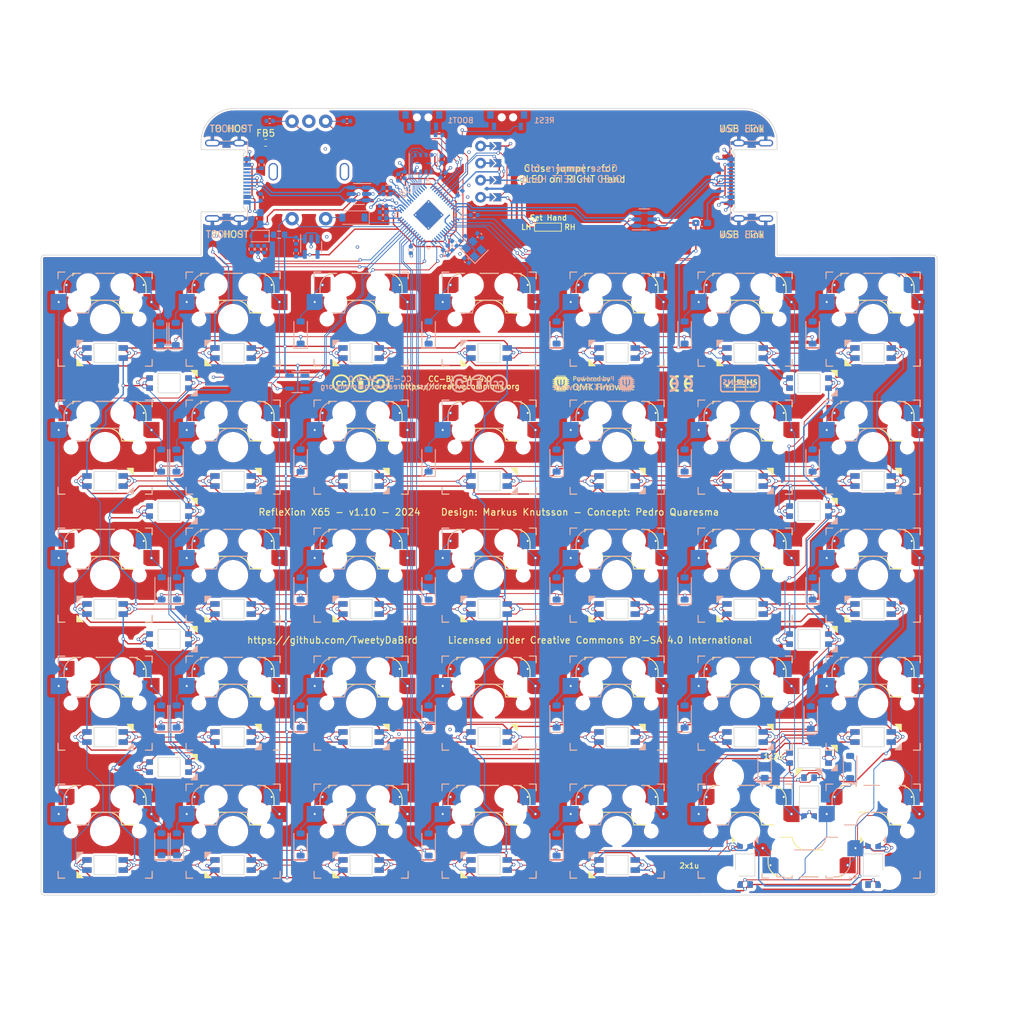
<source format=kicad_pcb>
(kicad_pcb (version 20241229) (generator "pcbnew") (generator_version "9.0")
  (title_block (title "RefleXion X65") (date "2025-06-26") (rev "v1.20") (company "Tweety's Wild Thinking") (comment 1 "Design: Markus Knutsson <markus.knutsson@tweety.se>") (comment 2 "Concept: Pedro Quaresma <pq@live.ie>") (comment 3 "https://github.com/TweetyDaBird") (comment 4 "Licensed under Creative Commons BY-SA 4.0 International"))
  (layers (0 "F.Cu" signal) (2 "B.Cu" signal) (13 "F.Paste" user) (15 "B.Paste" user) (5 "F.SilkS" user "F.Silkscreen") (7 "B.SilkS" user "B.Silkscreen") (1 "F.Mask" user) (3 "B.Mask" user) (25 "Edge.Cuts" user))
  (net 0 "")
  (net 1 "Row0")
  (net 2 "Net-(BOOT1-Pad1)")
  (net 3 "Row1")
  (net 4 "+3V3")
  (net 5 "+1V1")
  (net 6 "Row2")
  (net 7 "+5V")
  (net 8 "Net-(U8-XIN)")
  (net 9 "Row3")
  (net 10 "Net-(C20-Pad1)")
  (net 11 "Net-(D2-A)")
  (net 12 "Row4")
  (net 13 "Net-(D3-A)")
  (net 14 "Net-(D4-A)")
  (net 15 "Net-(D5-A)")
  (net 16 "Net-(D6-A)")
  (net 17 "Net-(D8-A)")
  (net 18 "Net-(D9-A)")
  (net 19 "Net-(D10-A)")
  (net 20 "Net-(D11-A)")
  (net 21 "Net-(D12-A)")
  (net 22 "Net-(D13-A)")
  (net 23 "Col0")
  (net 24 "Col1")
  (net 25 "Col2")
  (net 26 "Col3")
  (net 27 "Col4")
  (net 28 "Col5")
  (net 29 "Col6")
  (net 30 "Net-(D14-A)")
  (net 31 "Net-(D15-A)")
  (net 32 "Net-(D16-A)")
  (net 33 "Net-(D17-A)")
  (net 34 "Net-(D18-A)")
  (net 35 "Net-(D19-A)")
  (net 36 "Net-(D20-A)")
  (net 37 "Net-(D21-A)")
  (net 38 "Net-(D22-A)")
  (net 39 "Net-(D23-A)")
  (net 40 "Net-(D24-A)")
  (net 41 "Net-(D25-A)")
  (net 42 "Net-(D26-A)")
  (net 43 "Net-(D27-A)")
  (net 44 "Net-(D28-A)")
  (net 45 "Enc1")
  (net 46 "Enc2")
  (net 47 "GND")
  (net 48 "SDA")
  (net 49 "SCL")
  (net 50 "Net-(D29-A)")
  (net 51 "/RGB_5")
  (net 52 "Net-(D30-A)")
  (net 53 "Net-(D31-A)")
  (net 54 "Net-(D32-A)")
  (net 55 "Net-(D33-A)")
  (net 56 "Net-(D34-A)")
  (net 57 "Net-(D35-A)")
  (net 58 "Net-(ZD1-K)")
  (net 59 "Net-(FB3-Pad1)")
  (net 60 "Net-(FB4-Pad1)")
  (net 61 "VBUS")
  (net 62 "D+")
  (net 63 "D-")
  (net 64 "Net-(JP17-C)")
  (net 65 "RGB_3")
  (net 66 "Net-(LED1-DOUT)")
  (net 67 "Net-(LED2-DOUT)")
  (net 68 "Net-(LED3-DOUT)")
  (net 69 "Net-(LED4-DOUT)")
  (net 70 "Net-(LED5-DOUT)")
  (net 71 "Net-(LED6-DOUT)")
  (net 72 "Net-(LED14-DIN)")
  (net 73 "Net-(LED8-DIN)")
  (net 74 "Net-(LED15-DIN)")
  (net 75 "Net-(LED10-DOUT)")
  (net 76 "Net-(LED10-DIN)")
  (net 77 "Net-(LED11-DIN)")
  (net 78 "Net-(LED12-DIN)")
  (net 79 "Net-(LED13-DIN)")
  (net 80 "Net-(LED15-DOUT)")
  (net 81 "Net-(LED16-DOUT)")
  (net 82 "Net-(LED17-DOUT)")
  (net 83 "Net-(LED18-DOUT)")
  (net 84 "Net-(LED19-DOUT)")
  (net 85 "Net-(LED20-DOUT)")
  (net 86 "Net-(LED21-DOUT)")
  (net 87 "Net-(LED22-DIN)")
  (net 88 "Net-(LED22-DOUT)")
  (net 89 "Net-(LED23-DIN)")
  (net 90 "Net-(LED24-DIN)")
  (net 91 "Net-(LED25-DIN)")
  (net 92 "Net-(LED26-DIN)")
  (net 93 "Net-(LED27-DIN)")
  (net 94 "Net-(LED29-DOUT)")
  (net 95 "Net-(LED30-DOUT)")
  (net 96 "Net-(LED31-DOUT)")
  (net 97 "Net-(LED32-DOUT)")
  (net 98 "Net-(R10-Pad2)")
  (net 99 "HAND")
  (net 100 "Net-(U7-~{CS})")
  (net 101 "Net-(U8-XOUT)")
  (net 102 "/DP")
  (net 103 "/DN")
  (net 104 "Net-(U8-RUN)")
  (net 106 "Net-(U7-DO(IO1))")
  (net 107 "Net-(U7-IO2)")
  (net 108 "Net-(U7-DI(IO0))")
  (net 109 "Net-(U7-CLK)")
  (net 110 "Net-(U7-IO3)")
  (net 111 "EncA")
  (net 112 "EncB")
  (net 116 "Row5")
  (net 117 "SER-")
  (net 118 "SER+")
  (net 119 "Net-(USB1-CC1)")
  (net 120 "Net-(USB1-CC2)")
  (net 127 "Net-(D36-A)")
  (net 128 "Net-(LED34-DOUT)")
  (net 131 "Net-(LED33-DOUT)")
  (net 136 "VBUS_DETECT")
  (net 141 "Net-(LED37-DOUT)")
  (net 142 "Net-(LED38-DOUT)")
  (net 143 "Net-(LED39-DOUT)")
  (net 144 "Net-(LED40-DOUT)")
  (net 145 "Net-(LED41-DOUT)")
  (net 146 "Net-(LED42-DOUT)")
  (net 147 "Net-(LED43-DOUT)")
  (net 150 "unconnected-(U8-GPIO18-Pad29)")
  (net 151 "unconnected-(U8-GPIO17-Pad28)")
  (net 152 "Earth_Protective")
  (footprint "Keyboard RGB:MX_SK6812MINI-E_REVERSIBLE_special" (layer "F.Cu") (at 63.265 95.115)
    (property "Reference" "LED39" (hide yes))
    (property "Value" "SK6812MINI-E" (hide yes))
    (fp_line (start -1.65 -1.45) (end 1.65 -1.45) (stroke (width 0.1)) (layer "Edge.Cuts"))
    (fp_line (start -1.65 1.45) (end -1.65 -1.45) (stroke (width 0.1)) (layer "Edge.Cuts"))
    (fp_line (start 1.65 -1.45) (end 1.65 1.45) (stroke (width 0.1)) (layer "Edge.Cuts"))
    (fp_line (start 1.65 1.45) (end -1.65 1.45) (stroke (width 0.1)) (layer "Edge.Cuts"))
  )
  (footprint "Keyboard RGB:MX_SK6812MINI-E_REVERSIBLE" (layer "F.Cu") (at 110.89 52.54 180)
    (property "Reference" "LED4" (hide yes))
    (property "Value" "SK6812MINI-E" (hide yes))
    (fp_line (start 1.65 1.45) (end -1.65 1.45) (stroke (width 0.1)) (layer "Edge.Cuts"))
    (fp_line (start 1.65 -1.45) (end 1.65 1.45) (stroke (width 0.1)) (layer "Edge.Cuts"))
    (fp_line (start -1.65 1.45) (end -1.65 -1.45) (stroke (width 0.1)) (layer "Edge.Cuts"))
    (fp_line (start -1.65 -1.45) (end 1.65 -1.45) (stroke (width 0.1)) (layer "Edge.Cuts"))
  )
  (footprint "Keyboard Common:Spacer PCB hole" (layer "F.Cu") (at 158.515 35.965)
    (property "Reference" "H3" (hide yes))
    (property "Value" "Spacer_PCB" (hide yes))
  )
  (footprint "Keyboard RGB:MX_SK6812MINI-E_REVERSIBLE_special" (layer "F.Cu") (at 158.515 118.64 90)
    (property "Reference" "LED36" (hide yes))
    (property "Value" "SK6812MINI-E" (hide yes))
    (fp_line (start 1.65 -1.45) (end 1.65 1.45) (stroke (width 0.1)) (layer "Edge.Cuts"))
    (fp_line (start -1.65 -1.45) (end 1.65 -1.45) (stroke (width 0.1)) (layer "Edge.Cuts"))
    (fp_line (start 1.65 1.45) (end -1.65 1.45) (stroke (width 0.1)) (layer "Edge.Cuts"))
    (fp_line (start -1.65 1.45) (end -1.65 -1.45) (stroke (width 0.1)) (layer "Edge.Cuts"))
  )
  (footprint "Keyboard Switches:SW_MX_HotSwap_Reversible" (layer "F.Cu") (at 129.94 123.69)
    (property "Reference" "SW33" (hide yes))
    (property "Value" "SW_Push" (hide yes))
  )
  (footprint "Keyboard Switches:SW_MX_HotSwap_Reversible" (layer "F.Cu") (at 110.89 66.54)
    (property "Reference" "SW11" (hide yes))
    (property "Value" "SW_Push" (hide yes))
  )
  (footprint "Keyboard Switches:SW_MX_HotSwap_Reversible" (layer "F.Cu") (at 72.79 123.69)
    (property "Reference" "SW30" (hide yes))
    (property "Value" "SW_Push" (hide yes))
  )
  (footprint "Keyboard RGB:MX_SK6812MINI-E_REVERSIBLE" (layer "F.Cu") (at 91.84 109.69)
    (property "Reference" "LED24" (hide yes))
    (property "Value" "SK6812MINI-E" (hide yes))
    (fp_line (start -1.65 -1.45) (end 1.65 -1.45) (stroke (width 0.1)) (layer "Edge.Cuts"))
    (fp_line (start -1.65 1.45) (end -1.65 -1.45) (stroke (width 0.1)) (layer "Edge.Cuts"))
    (fp_line (start 1.65 -1.45) (end 1.65 1.45) (stroke (width 0.1)) (layer "Edge.Cuts"))
    (fp_line (start 1.65 1.45) (end -1.65 1.45) (stroke (width 0.1)) (layer "Edge.Cuts"))
  )
  (footprint "Keyboard Switches:SW_MX_HotSwap_Reversible" (layer "F.Cu") (at 110.89 123.69)
    (property "Reference" "SW32" (hide yes))
    (property "Value" "SW_Push" (hide yes))
  )
  (footprint "Keyboard RGB:MX_SK6812MINI-E_REVERSIBLE" (layer "F.Cu") (at 53.74 71.59)
    (property "Reference" "LED8" (hide yes))
    (property "Value" "SK6812MINI-E" (hide yes))
    (fp_line (start -1.65 -1.45) (end 1.65 -1.45) (stroke (width 0.1)) (layer "Edge.Cuts"))
    (fp_line (start -1.65 1.45) (end -1.65 -1.45) (stroke (width 0.1)) (layer "Edge.Cuts"))
    (fp_line (start 1.65 -1.45) (end 1.65 1.45) (stroke (width 0.1)) (layer "Edge.Cuts"))
    (fp_line (start 1.65 1.45) (end -1.65 1.45) (stroke (width 0.1)) (layer "Edge.Cuts"))
  )
  (footprint "Keyboard RGB:MX_SK6812MINI-E_REVERSIBLE" (layer "F.Cu") (at 129.94 90.64 180)
    (property "Reference" "LED19" (hide yes))
    (property "Value" "SK6812MINI-E" (hide yes))
    (fp_line (start 1.65 1.45) (end -1.65 1.45) (stroke (width 0.1)) (layer "Edge.Cuts"))
    (fp_line (start 1.65 -1.45) (end 1.65 1.45) (stroke (width 0.1)) (layer "Edge.Cuts"))
    (fp_line (start -1.65 1.45) (end -1.65 -1.45) (stroke (width 0.1)) (layer "Edge.Cuts"))
    (fp_line (start -1.65 -1.45) (end 1.65 -1.45) (stroke (width 0.1)) (layer "Edge.Cuts"))
  )
  (footprint "Keyboard RGB:MX_SK6812MINI-E_REVERSIBLE_special" (layer "F.Cu") (at 158.515 57.015)
    (property "Reference" "LED44" (hide yes))
    (property "Value" "SK6812MINI-E" (hide yes))
    (fp_line (start -1.65 -1.45) (end 1.65 -1.45) (stroke (width 0.1)) (layer "Edge.Cuts"))
    (fp_line (start -1.65 1.45) (end -1.65 -1.45) (stroke (width 0.1)) (layer "Edge.Cuts"))
    (fp_line (start 1.65 -1.45) (end 1.65 1.45) (stroke (width 0.1)) (layer "Edge.Cuts"))
    (fp_line (start 1.65 1.45) (end -1.65 1.45) (stroke (width 0.1)) (layer "Edge.Cuts"))
  )
  (footprint "Keyboard Switches:SW_MX_HotSwap_Reversible" (layer "F.Cu") (at 91.84 47.49)
    (property "Reference" "SW3" (hide yes))
    (property "Value" "SW_Push" (hide yes))
  )
  (footprint "Keyboard Common:Spacer PCB hole" (layer "F.Cu") (at 158.515 135.215)
    (property "Reference" "H4" (hide yes))
    (property "Value" "Spacer_PCB" (hide yes))
  )
  (footprint "Keyboard RGB:MX_SK6812MINI-E_REVERSIBLE" (layer "F.Cu") (at 72.79 52.54 180)
    (property "Reference" "LED2" (hide yes))
    (property "Value" "SK6812MINI-E" (hide yes))
    (fp_line (start 1.65 1.45) (end -1.65 1.45) (stroke (width 0.1)) (layer "Edge.Cuts"))
    (fp_line (start 1.65 -1.45) (end 1.65 1.45) (stroke (width 0.1)) (layer "Edge.Cuts"))
    (fp_line (start -1.65 1.45) (end -1.65 -1.45) (stroke (width 0.1)) (layer "Edge.Cuts"))
    (fp_line (start -1.65 -1.45) (end 1.65 -1.45) (stroke (width 0.1)) (layer "Edge.Cuts"))
  )
  (footprint "Keyboard RGB:MX_SK6812MINI-E_REVERSIBLE" (layer "F.Cu") (at 168.04 52.54 180)
    (property "Reference" "LED7" (hide yes))
    (property "Value" "SK6812MINI-E" (hide yes))
    (fp_line (start 1.65 1.45) (end -1.65 1.45) (stroke (width 0.1)) (layer "Edge.Cuts"))
    (fp_line (start 1.65 -1.45) (end 1.65 1.45) (stroke (width 0.1)) (layer "Edge.Cuts"))
    (fp_line (start -1.65 1.45) (end -1.65 -1.45) (stroke (width 0.1)) (layer "Edge.Cuts"))
    (fp_line (start -1.65 -1.45) (end 1.65 -1.45) (stroke (width 0.1)) (layer "Edge.Cuts"))
  )
  (footprint "Keyboard Switches:SW_MX_HotSwap_Reversible" (layer "F.Cu") (at 148.99 104.64)
    (property "Reference" "SW27" (hide yes))
    (property "Value" "SW_Push" (hide yes))
  )
  (footprint "Keyboard Switches:SW_MX_HotSwap_Reversible" (layer "F.Cu") (at 91.84 123.69)
    (property "Reference" "SW31" (hide yes))
    (property "Value" "SW_Push" (hide yes))
  )
  (footprint "Keyboard Switches:SW_MX_HotSwap_Reversible" (layer "F.Cu") (at 148.99 66.54)
    (property "Reference" "SW13" (hide yes))
    (property "Value" "SW_Push" (hide yes))
  )
  (footprint "Keyboard RGB:MX_SK6812MINI-E_REVERSIBLE" (layer "F.Cu") (at 168.04 71.59)
    (property "Reference" "LED14" (hide yes))
    (property "Value" "SK6812MINI-E" (hide yes))
    (fp_line (start -1.65 -1.45) (end 1.65 -1.45) (stroke (width 0.1)) (layer "Edge.Cuts"))
    (fp_line (start -1.65 1.45) (end -1.65 -1.45) (stroke (width 0.1)) (layer "Edge.Cuts"))
    (fp_line (start 1.65 -1.45) (end 1.65 1.45) (stroke (width 0.1)) (layer "Edge.Cuts"))
    (fp_line (start 1.65 1.45) (end -1.65 1.45) (stroke (width 0.1)) (layer "Edge.Cuts"))
  )
  (footprint "Keyboard RGB:MX_SK6812MINI-E_REVERSIBLE" (layer "F.Cu") (at 53.74 128.74 180)
    (property "Reference" "LED29" (hide yes))
    (property "Value" "SK6812MINI-E" (hide yes))
    (fp_line (start 1.65 1.45) (end -1.65 1.45) (stroke (width 0.1)) (layer "Edge.Cuts"))
    (fp_line (start 1.65 -1.45) (end 1.65 1.45) (stroke (width 0.1)) (layer "Edge.Cuts"))
    (fp_line (start -1.65 1.45) (end -1.65 -1.45) (stroke (width 0.1)) (layer "Edge.Cuts"))
    (fp_line (start -1.65 -1.45) (end 1.65 -1.45) (stroke (width 0.1)) (layer "Edge.Cuts"))
  )
  (footprint "Keyboard RGB:MX_SK6812MINI-E_REVERSIBLE" (layer "F.Cu") (at 72.79 109.69)
    (property "Reference" "LED23" (hide yes))
    (property "Value" "SK6812MINI-E" (hide yes))
    (fp_line (start -1.65 -1.45) (end 1.65 -1.45) (stroke (width 0.1)) (layer "Edge.Cuts"))
    (fp_line (start -1.65 1.45) (end -1.65 -1.45) (stroke (width 0.1)) (layer "Edge.Cuts"))
    (fp_line (start 1.65 -1.45) (end 1.65 1.45) (stroke (width 0.1)) (layer "Edge.Cuts"))
    (fp_line (start 1.65 1.45) (end -1.65 1.45) (stroke (width 0.1)) (layer "Edge.Cuts"))
  )
  (footprint "Logotypes:Powered_by_QMK" (layer "F.Cu") (at 126.472036 57.06)
    (property "Reference" "Logo4" (hide yes))
    (property "Value" "QMK_Logo" (hide yes))
  )
  (footprint "Keyboard Switches:SW_MX_HotSwap_Reversible" (layer "F.Cu") (at 53.74 66.54)
    (property "Reference" "SW8" (hide yes))
    (property "Value" "SW_Push" (hide yes))
  )
  (footprint "Keyboard RGB:MX_SK6812MINI-E_REVERSIBLE" (layer "F.Cu") (at 129.94 128.74 180)
    (property "Reference" "LED33" (hide yes))
    (property "Value" "SK6812MINI-E" (hide yes))
    (fp_line (start 1.65 1.45) (end -1.65 1.45) (stroke (width 0.1)) (layer "Edge.Cuts"))
    (fp_line (start 1.65 -1.45) (end 1.65 1.45) (stroke (width 0.1)) (layer "Edge.Cuts"))
    (fp_line (start -1.65 1.45) (end -1.65 -1.45) (stroke (width 0.1)) (layer "Edge.Cuts"))
    (fp_line (start -1.65 -1.45) (end 1.65 -1.45) (stroke (width 0.1)) (layer "Edge.Cuts"))
  )
  (footprint "Logotypes:CE" (layer "F.Cu") (at 139.5 57.076356)
    (property "Reference" "Logo1" (hide yes))
    (property "Value" "CE_Logo" (hide yes))
  )
  (footprint "Keyboard Switches:SW_MX_HotSwap_Reversible" (layer "F.Cu") (at 72.79 66.54)
    (property "Reference" "SW9" (hide yes))
    (property "Value" "SW_Push" (hide yes))
  )
  (footprint "Keyboard RGB:MX_SK6812MINI-E_REVERSIBLE" (layer "F.Cu") (at 148.99 52.54 180)
    (property "Reference" "LED6" (hide yes))
    (property "Value" "SK6812MINI-E" (hide yes))
    (fp_line (start 1.65 1.45) (end -1.65 1.45) (stroke (width 0.1)) (layer "Edge.Cuts"))
    (fp_line (start 1.65 -1.45) (end 1.65 1.45) (stroke (width 0.1)) (layer "Edge.Cuts"))
    (fp_line (start -1.65 1.45) (end -1.65 -1.45) (stroke (width 0.1)) (layer "Edge.Cuts"))
    (fp_line (start -1.65 -1.45) (end 1.65 -1.45) (stroke (width 0.1)) (layer "Edge.Cuts"))
  )
  (footprint "Keyboard Switches:SW_MX_HotSwap_Reversible" (layer "F.Cu") (at 168.04 123.69)
    (property "Reference" "SW36" (hide yes))
    (property "Value" "SW_Push" (hide yes))
  )
  (footprint "Keyboard RGB:MX_SK6812MINI-E_REVERSIBLE_special" (layer "F.Cu") (at 168.04 128.74 90)
    (property "Reference" "LED35" (hide yes))
    (property "Value" "SK6812MINI-E" (hide yes))
    (fp_line (start 1.65 -1.45) (end 1.65 1.45) (stroke (width 0.1)) (layer "Edge.Cuts"))
    (fp_line (start -1.65 -1.45) (end 1.65 -1.45) (stroke (width 0.1)) (layer "Edge.Cuts"))
    (fp_line (start 1.65 1.45) (end -1.65 1.45) (stroke (width 0.1)) (layer "Edge.Cuts"))
    (fp_line (start -1.65 1.45) (end -1.65 -1.45) (stroke (width 0.1)) (layer "Edge.Cuts"))
  )
  (footprint "Keyboard RGB:MX_SK6812MINI-E_REVERSIBLE_special" (layer "F.Cu") (at 158.515 76.065)
    (property "Reference" "LED43" (hide yes))
    (property "Value" "SK6812MINI-E" (hide yes))
    (fp_line (start -1.65 -1.45) (end 1.65 -1.45) (stroke (width 0.1)) (layer "Edge.Cuts"))
    (fp_line (start -1.65 1.45) (end -1.65 -1.45) (stroke (width 0.1)) (layer "Edge.Cuts"))
    (fp_line (start 1.65 -1.45) (end 1.65 1.45) (stroke (width 0.1)) (layer "Edge.Cuts"))
    (fp_line (start 1.65 1.45) (end -1.65 1.45) (stroke (width 0.1)) (layer "Edge.Cuts"))
  )
  (footprint "Keyboard Switches:SW_MX_HotSwap_Reversible" (layer "F.Cu") (at 148.99 85.59)
    (property "Reference" "SW20" (hide yes))
    (property "Value" "SW_Push" (hide yes))
  )
  (footprint "Keyboard Switches:SW_MX_HotSwap_Reversible" (layer "F.Cu") (at 110.89 85.59)
    (property "Reference" "SW18" (hide yes))
    (property "Value" "SW_Push" (hide yes))
  )
  (footprint "Keyboard Switches:SW_MX_HotSwap_Reversible" (layer "F.Cu") (at 129.94 66.54)
    (property "Reference" "SW12" (hide yes))
    (property "Value" "SW_Push" (hide yes))
  )
  (footprint "Keyboard Common:Spacer PCB hole" (layer "F.Cu") (at 63.265 35.965)
    (property "Reference" "H1" (hide yes))
    (property "Value" "Spacer_PCB" (hide yes))
  )
  (footprint "Keyboard RGB:MX_SK6812MINI-E_REVERSIBLE" (layer "F.Cu") (at 168.04 109.69)
    (property "Reference" "LED28" (hide yes))
    (property "Value" "SK6812MINI-E" (hide yes))
    (fp_line (start -1.65 -1.45) (end 1.65 -1.45) (stroke (width 0.1)) (layer "Edge.Cuts"))
    (fp_line (start -1.65 1.45) (end -1.65 -1.45) (stroke (width 0.1)) (layer "Edge.Cuts"))
    (fp_line (start 1.65 -1.45) (end 1.65 1.45) (stroke (width 0.1)) (layer "Edge.Cuts"))
    (fp_line (start 1.65 1.45) (end -1.65 1.45) (stroke (width 0.1)) (layer "Edge.Cuts"))
  )
  (footprint "Keyboard Switches:SW_MX_HotSwap_Reversible" (layer "F.Cu") (at 110.89 47.49)
    (property "Reference" "SW4" (hide yes))
    (property "Value" "SW_Push" (hide yes))
  )
  (footprint "Keyboard Common:SolderJumper-3_open_mini" (layer "F.Cu") (at 119.65 33.81 180)
    (property "Reference" "JP17" (hide yes))
    (property "Value" "Jumper_3_Open")
  )
  (footprint "Keyboard Switches:SW_MX_HotSwap_Reversible" (layer "F.Cu") (at 158.515 123.69 180)
    (property "Reference" "SW35" (hide yes))
    (property "Value" "SW_Push" (hide yes))
  )
  (footprint "Keyboard RGB:MX_SK6812MINI-E_REVERSIBLE" (layer "F.Cu") (at 148.99 90.64 180)
    (property "Reference" "LED20" (hide yes))
    (property "Value" "SK6812MINI-E" (hide yes))
    (fp_line (start 1.65 1.45) (end -1.65 1.45) (stroke (width 0.1)) (layer "Edge.Cuts"))
    (fp_line (start 1.65 -1.45) (end 1.65 1.45) (stroke (width 0.1)) (layer "Edge.Cuts"))
    (fp_line (start -1.65 1.45) (end -1.65 -1.45) (stroke (width 0.1)) (layer "Edge.Cuts"))
    (fp_line (start -1.65 -1.45) (end 1.65 -1.45) (stroke (width 0.1)) (layer "Edge.Cuts"))
  )
  (footprint "Keyboard RGB:MX_SK6812MINI-E_REVERSIBLE" (layer "F.Cu") (at 72.79 90.64 180)
    (property "Reference" "LED16" (hide yes))
    (property "Value" "SK6812MINI-E" (hide yes))
    (fp_line (start 1.65 1.45) (end -1.65 1.45) (stroke (width 0.1)) (layer "Edge.Cuts"))
    (fp_line (start 1.65 -1.45) (end 1.65 1.45) (stroke (width 0.1)) (layer "Edge.Cuts"))
    (fp_line (start -1.65 1.45) (end -1.65 -1.45) (stroke (width 0.1)) (layer "Edge.Cuts"))
    (fp_line (start -1.65 -1.45) (end 1.65 -1.45) (stroke (width 0.1)) (layer "Edge.Cuts"))
  )
  (footprint "Keyboard RGB:MX_SK6812MINI-E_REVERSIBLE" (layer "F.Cu") (at 91.84 128.74 180)
    (property "Reference" "LED31" (hide yes))
    (property "Value" "SK6812MINI-E" (hide yes))
    (fp_line (start 1.65 1.45) (end -1.65 1.45) (stroke (width 0.1)) (layer "Edge.Cuts"))
    (fp_line (start 1.65 -1.45) (end 1.65 1.45) (stroke (width 0.1)) (layer "Edge.Cuts"))
    (fp_line (start -1.65 1.45) (end -1.65 -1.45) (stroke (width 0.1)) (layer "Edge.Cuts"))
    (fp_line (start -1.65 -1.45) (end 1.65 -1.45) (stroke (width 0.1)) (layer "Edge.Cuts"))
  )
  (footprint "Keyboard Switches:SW_MX_HotSwap_Reversible" (layer "F.Cu") (at 72.79 85.59)
    (property "Reference" "SW16" (hide yes))
    (property "Value" "SW_Push" (hide yes))
  )
  (footprint "Keyboard RGB:MX_SK6812MINI-E_REVERSIBLE" (layer "F.Cu") (at 91.84 71.59)
    (property "Reference" "LED10" (hide yes))
    (property "Value" "SK6812MINI-E" (hide yes))
    (fp_line (start -1.65 -1.45) (end 1.65 -1.45) (stroke (width 0.1)) (layer "Edge.Cuts"))
    (fp_line (start -1.65 1.45) (end -1.65 -1.45) (stroke (width 0.1)) (layer "Edge.Cuts"))
    (fp_line (start 1.65 -1.45) (end 1.65 1.45) (stroke (width 0.1)) (layer "Edge.Cuts"))
    (fp_line (start 1.65 1.45) (end -1.65 1.45) (stroke (width 0.1)) (layer "Edge.Cuts"))
  )
  (footprint "Keyboard Switches:SW_MX_HotSwap_Reversible" (layer "F.Cu") (at 91.84 85.59)
    (property "Reference" "SW17" (hide yes))
    (property "Value" "SW_Push" (hide yes))
  )
  (footprint "Keyboard RGB:MX_SK6812MINI-E_REVERSIBLE" (layer "F.Cu") (at 110.89 109.69)
    (property "Reference" "LED25" (hide yes))
    (property "Value" "SK6812MINI-E" (hide yes))
    (fp_line (start -1.65 -1.45) (end 1.65 -1.45) (stroke (width 0.1)) (layer "Edge.Cuts"))
    (fp_line (start -1.65 1.45) (end -1.65 -1.45) (stroke (width 0.1)) (layer "Edge.Cuts"))
    (fp_line (start 1.65 -1.45) (end 1.65 1.45) (stroke (width 0.1)) (layer "Edge.Cuts"))
    (fp_line (start 1.65 1.45) (end -1.65 1.45) (stroke (width 0.1)) (layer "Edge.Cuts"))
  )
  (footprint "Keyboard RGB:MX_SK6812MINI-E_REVERSIBLE_special" (layer "F.Cu") (at 63.265 57.015)
    (property "Reference" "LED37" (hide yes))
    (property "Value" "SK6812MINI-E" (hide yes))
    (fp_line (start -1.65 -1.45) (end 1.65 -1.45) (stroke (width 0.1)) (layer "Edge.Cuts"))
    (fp_line (start -1.65 1.45) (end -1.65 -1.45) (stroke (width 0.1)) (layer "Edge.Cuts"))
    (fp_line (start 1.65 -1.45) (end 1.65 1.45) (stroke (width 0.1)) (layer "Edge.Cuts"))
    (fp_line (start 1.65 1.45) (end -1.65 1.45) (stroke (width 0.1)) (layer "Edge.Cuts"))
  )
  (footprint "Keyboard RGB:MX_SK6812MINI-E_REVERSIBLE" (layer "F.Cu") (at 53.74 109.69)
    (property "Reference" "LED22" (hide yes))
    (property "Value" "SK6812MINI-E" (hide yes))
    (fp_line (start -1.65 -1.45) (end 1.65 -1.45) (stroke (width 0.1)) (layer "Edge.Cuts"))
    (fp_line (start -1.65 1.45) (end -1.65 -1.45) (stroke (width 0.1)) (layer "Edge.Cuts"))
    (fp_line (start 1.65 -1.45) (end 1.65 1.45) (stroke (width 0.1)) (layer "Edge.Cuts"))
    (fp_line (start 1.65 1.45) (end -1.65 1.45) (stroke (width 0.1)) (layer "Edge.Cuts"))
  )
  (footprint "Logotypes:RoHs" (layer "F.Cu") (at 148.232222 57.084608)
    (property "Reference" "Logo7" (hide yes))
    (property "Value" "RoHS_Logo" (hide yes))
  )
  (footprint "Keyboard Switches:SW_MX_HotSwap_Reversible" (layer "F.Cu") (at 53.74 85.59)
    (property "Reference" "SW15" (hide yes))
    (property "Value" "SW_Push" (hide yes))
  )
  (footprint "Keyboard RGB:MX_SK6812MINI-E_REVERSIBLE_special" (layer "F.Cu") (at 63.265 76.065)
    (property "Reference" "LED38" (hide yes))
    (property "Value" "SK6812MINI-E" (hide yes))
    (fp_line (start -1.65 -1.45) (end 1.65 -1.45) (stroke (width 0.1)) (layer "Edge.Cuts"))
    (fp_line (start -1.65 1.45) (end -1.65 -1.45) (stroke (width 0.1)) (layer "Edge.Cuts"))
    (fp_line (start 1.65 -1.45) (end 1.65 1.45) (stroke (width 0.1)) (layer "Edge.Cuts"))
    (fp_line (start 1.65 1.45) (end -1.65 1.45) (stroke (width 0.1)) (layer "Edge.Cuts"))
  )
  (footprint "Keyboard Switches:SW_MX_HotSwap_Reversible" (layer "F.Cu") (at 148.99 123.69)
    (property "Reference" "SW34" (hide yes))
    (property "Value" "SW_Push" (hide yes))
  )
  (footprint "Keyboard RGB:MX_SK6812MINI-E_REVERSIBLE" (layer "F.Cu") (at 110.89 90.64 180)
    (property "Reference" "LED18" (hide yes))
    (property "Value" "SK6812MINI-E" (hide yes))
    (fp_line (start 1.65 1.45) (end -1.65 1.45) (stroke (width 0.1)) (layer "Edge.Cuts"))
    (fp_line (start 1.65 -1.45) (end 1.65 1.45) (stroke (width 0.1)) (layer "Edge.Cuts"))
    (fp_line (start -1.65 1.45) (end -1.65 -1.45) (stroke (width 0.1)) (layer "Edge.Cuts"))
    (fp_line (start -1.65 -1.45) (end 1.65 -1.45) (stroke (width 0.1)) (layer "Edge.Cuts"))
  )
  (footprint "Keyboard RGB:MX_SK6812MINI-E_REVERSIBLE" (layer "F.Cu") (at 53.74 90.64 180)
    (property "Reference" "LED15" (hide yes))
    (property "Value" "SK6812MINI-E" (hide yes))
    (fp_line (start 1.65 1.45) (end -1.65 1.45) (stroke (width 0.1)) (layer "Edge.Cuts"))
    (fp_line (start 1.65 -1.45) (end 1.65 1.45) (stroke (width 0.1)) (layer "Edge.Cuts"))
    (fp_line (start -1.65 1.45) (end -1.65 -1.45) (stroke (width 0.1)) (layer "Edge.Cuts"))
    (fp_line (start -1.65 -1.45) (end 1.65 -1.45) (stroke (width 0.1)) (layer "Edge.Cuts"))
  )
  (footprint "Keyboard RGB:MX_SK6812MINI-E_REVERSIBLE" (layer "F.Cu") (at 129.94 71.59)
    (property "Reference" "LED12" (hide yes))
    (property "Value" "SK6812MINI-E" (hide yes))
    (fp_line (start -1.65 -1.45) (end 1.65 -1.45) (stroke (width 0.1)) (layer "Edge.Cuts"))
    (fp_line (start -1.65 1.45) (end -1.65 -1.45) (stroke (width 0.1)) (layer "Edge.Cuts"))
    (fp_line (start 1.65 -1.45) (end 1.65 1.45) (stroke (width 0.1)) (layer "Edge.Cuts"))
    (fp_line (start 1.65 1.45) (end -1.65 1.45) (stroke (width 0.1)) (layer "Edge.Cuts"))
  )
  (footprint "Keyboard Switches:SW_MX_HotSwap_Reversible" (layer "F.Cu") (at 168.04 104.64)
    (property "Reference" "SW28" (hide yes))
    (property "Value" "SW_Push" (hide yes))
  )
  (footprint "Keyboard RGB:MX_SK6812MINI-E_REVERSIBLE_special" (layer "F.Cu") (at 148.99 128.74 90)
    (property "Reference" "LED34" (hide yes))
    (property "Value" "SK6812MINI-E" (hide yes))
    (fp_line (start 1.65 -1.45) (end 1.65 1.45) (stroke (width 0.1)) (layer "Edge.Cuts"))
    (fp_line (start -1.65 -1.45) (end 1.65 -1.45) (stroke (width 0.1)) (layer "Edge.Cuts"))
    (fp_line (start 1.65 1.45) (end -1.65 1.45) (stroke (width 0.1)) (layer "Edge.Cuts"))
    (fp_line (start -1.65 1.45) (end -1.65 -1.45) (stroke (width 0.1)) (layer "Edge.Cuts"))
  )
  (footprint "Keyboard Switches:SW_MX_HotSwap_Reversible" (layer "F.Cu") (at 72.79 104.64)
    (property "Reference" "SW23" (hide yes))
    (property "Value" "SW_Push" (hide yes))
  )
  (footprint "Keyboard RGB:MX_SK6812MINI-E_REVERSIBLE" (layer "F.Cu") (at 129.94 109.69)
    (property "Reference" "LED26" (hide yes))
    (property "Value" "SK6812MINI-E" (hide yes))
    (fp_line (start -1.65 -1.45) (end 1.65 -1.45) (stroke (width 0.1)) (layer "Edge.Cuts"))
    (fp_line (start -1.65 1.45) (end -1.65 -1.45) (stroke (width 0.1)) (layer "Edge.Cuts"))
    (fp_line (start 1.65 -1.45) (end 1.65 1.45) (stroke (width 0.1)) (layer "Edge.Cuts"))
    (fp_line (start 1.65 1.45) (end -1.65 1.45) (stroke (width 0.1)) (layer "Edge.Cuts"))
  )
  (footprint "Keyboard Switches:SW_MX_HotSwap_Reversible" (layer "F.Cu") (at 168.04 66.54)
    (property "Reference" "SW14" (hide yes))
    (property "Value" "SW_Push" (hide yes))
  )
  (footprint "Keyboard RGB:MX_SK6812MINI-E_REVERSIBLE" (layer "F.Cu") (at 72.79 71.59)
    (property "Reference" "LED9" (hide yes))
    (property "Value" "SK6812MINI-E" (hide yes))
    (fp_line (start -1.65 -1.45) (end 1.65 -1.45) (stroke (width 0.1)) (layer "Edge.Cuts"))
    (fp_line (start -1.65 1.45) (end -1.65 -1.45) (stroke (width 0.1)) (layer "Edge.Cuts"))
    (fp_line (start 1.65 -1.45) (end 1.65 1.45) (stroke (width 0.1)) (layer "Edge.Cuts"))
    (fp_line (start 1.65 1.45) (end -1.65 1.45) (stroke (width 0.1)) (layer "Edge.Cuts"))
  )
  (footprint "Keyboard Switches:SW_MX_HotSwap_Reversible" (layer "F.Cu") (at 129.94 85.59)
    (property "Reference" "SW19" (hide yes))
    (property "Value" "SW_Push" (hide yes))
  )
  (footprint "Keyboard Switches:SW_MX_HotSwap_Reversible" (layer "F.Cu") (at 72.79 47.49)
    (property "Reference" "SW2" (hide yes))
    (property "Value" "SW_Push" (hide yes))
  )
  (footprint "Keyboard RGB:MX_SK6812MINI-E_REVERSIBLE" (layer "F.Cu") (at 53.74 52.54 180)
    (property "Reference" "LED1" (hide yes))
    (property "Value" "SK6812MINI-E" (hide yes))
    (fp_line (start 1.65 1.45) (end -1.65 1.45) (stroke (width 0.1)) (layer "Edge.Cuts"))
    (fp_line (start 1.65 -1.45) (end 1.65 1.45) (stroke (width 0.1)) (layer "Edge.Cuts"))
    (fp_line (start -1.65 1.45) (end -1.65 -1.45) (stroke (width 0.1)) (layer "Edge.Cuts"))
    (fp_line (start -1.65 -1.45) (end 1.65 -1.45) (stroke (width 0.1)) (layer "Edge.Cuts"))
  )
  (footprint "Keyboard RGB:MX_SK6812MINI-E_REVERSIBLE" (layer "F.Cu") (at 91.84 52.54 180)
    (property "Reference" "LED3" (hide yes))
    (property "Value" "SK6812MINI-E" (hide yes))
    (fp_line (start 1.65 1.45) (end -1.65 1.45) (stroke (width 0.1)) (layer "Edge.Cuts"))
    (fp_line (start 1.65 -1.45) (end 1.65 1.45) (stroke (width 0.1)) (layer "Edge.Cuts"))
    (fp_line (start -1.65 1.45) (end -1.65 -1.45) (stroke (width 0.1)) (layer "Edge.Cuts"))
    (fp_line (start -1.65 -1.45) (end 1.65 -1.45) (stroke (width 0.1)) (layer "Edge.Cuts"))
  )
  (footprint "Logotypes:CC_BY_SA_40" (layer "F.Cu") (at 91.84 58.002537)
    (property "Reference" "Logo6" (hide yes))
    (property "Value" "CC-BY-SA-4.0")
  )
  (footprint "Keyboard Switches:SW_MX_HotSwap_Reversible" (layer "F.Cu") (at 110.89 104.64)
    (property "Reference" "SW25" (hide yes))
    (property "Value" "SW_Push" (hide yes))
  )
  (footprint "Keyboard Switches:SW_MX_HotSwap_Reversible" (layer "F.Cu") (at 168.04 47.49)
    (property "Reference" "SW7" (hide yes))
    (property "Value" "SW_Push" (hide yes))
  )
  (footprint "Keyboard RGB:MX_SK6812MINI-E_REVERSIBLE_special" (layer "F.Cu") (at 158.515 112.815)
    (property "Reference" "LED41" (hide yes))
    (property "Value" "SK6812MINI-E" (hide yes))
    (fp_line (start -1.65 -1.45) (end 1.65 -1.45) (stroke (width 0.1)) (layer "Edge.Cuts"))
    (fp_line (start -1.65 1.45) (end -1.65 -1.45) (stroke (width 0.1)) (layer "Edge.Cuts"))
    (fp_line (start 1.65 -1.45) (end 1.65 1.45) (stroke (width 0.1)) (layer "Edge.Cuts"))
    (fp_line (start 1.65 1.45) (end -1.65 1.45) (stroke (width 0.1)) (layer "Edge.Cuts"))
  )
  (footprint "Keyboard RGB:MX_SK6812MINI-E_REVERSIBLE" (layer "F.Cu") (at 148.99 109.69)
    (property "Reference" "LED27" (hide yes))
    (property "Value" "SK6812MINI-E" (hide yes))
    (fp_line (start -1.65 -1.45) (end 1.65 -1.45) (stroke (width 0.1)) (layer "Edge.Cuts"))
    (fp_line (start -1.65 1.45) (end -1.65 -1.45) (stroke (width 0.1)) (layer "Edge.Cuts"))
    (fp_line (start 1.65 -1.45) (end 1.65 1.45) (stroke (width 0.1)) (layer "Edge.Cuts"))
    (fp_line (start 1.65 1.45) (end -1.65 1.45) (stroke (width 0.1)) (layer "Edge.Cuts"))
  )
  (footprint "Keyboard Stabilizer:Stabilizer_Cherry_MX_2.00u" (layer "F.Cu") (at 158.515 123.69 180)
    (property "Reference" "ST1" (hide yes))
    (property "Value" "Stabilizer_2u_MX")
  )
  (footprint "Keyboard RGB:MX_SK6812MINI-E_REVERSIBLE_special" (layer "F.Cu") (at 158.515 95.115)
    (property "Reference" "LED42" (hide yes))
    (property "Value" "SK6812MINI-E" (hide yes))
    (fp_line (start -1.65 -1.45) (end 1.65 -1.45) (stroke (width 0.1)) (layer "Edge.Cuts"))
    (fp_line (start -1.65 1.45) (end -1.65 -1.45) (stroke (width 0.1)) (layer "Edge.Cuts"))
    (fp_line (start 1.65 -1.45) (end 1.65 1.45) (stroke (width 0.1)) (layer "Edge.Cuts"))
    (fp_line (start 1.65 1.45) (end -1.65 1.45) (stroke (width 0.1)) (layer "Edge.Cuts"))
  )
  (footprint "Keyboard Common:Spacer PCB hole" (layer "F.Cu") (at 63.265 135.215)
    (property "Reference" "H2" (hide yes))
    (property "Value" "Spacer_PCB" (hide yes))
  )
  (footprint "Keyboard RGB:MX_SK6812MINI-E_REVERSIBLE" (layer "F.Cu") (at 72.79 128.74 180)
    (property "Reference" "LED30" (hide yes))
    (property "Value" "SK6812MINI-E" (hide yes))
    (fp_line (start 1.65 1.45) (end -1.65 1.45) (stroke (width 0.1)) (layer "Edge.Cuts"))
    (fp_line (start 1.65 -1.45) (end 1.65 1.45) (stroke (width 0.1)) (layer "Edge.Cuts"))
    (fp_line (start -1.65 1.45) (end -1.65 -1.45) (stroke (width 0.1)) (layer "Edge.Cuts"))
    (fp_line (start -1.65 -1.45) (end 1.65 -1.45) (stroke (width 0.1)) (layer "Edge.Cuts"))
  )
  (footprint "Keyboard Switches:SW_MX_HotSwap_Reversible" (layer "F.Cu") (at 53.74 47.49)
    (property "Reference" "SW1" (hide yes))
    (property "Value" "SW_Push" (hide yes))
  )
  (footprint "Keyboard Switches:SW_MX_HotSwap_Reversible" (layer "F.Cu") (at 53.74 104.64)
    (property "Reference" "SW22" (hide yes))
    (property "Value" "SW_Push" (hide yes))
  )
  (footprint "Keyboard RGB:MX_SK6812MINI-E_REVERSIBLE" (layer "F.Cu") (at 91.84 90.64 180)
    (property "Reference" "LED17" (hide yes))
    (property "Value" "SK6812MINI-E" (hide yes))
    (fp_line (start 1.65 1.45) (end -1.65 1.45) (stroke (width 0.1)) (layer "Edge.Cuts"))
    (fp_line (start 1.65 -1.45) (end 1.65 1.45) (stroke (width 0.1)) (layer "Edge.Cuts"))
    (fp_line (start -1.65 1.45) (end -1.65 -1.45) (stroke (width 0.1)) (layer "Edge.Cuts"))
    (fp_line (start -1.65 -1.45) (end 1.65 -1.45) (stroke (width 0.1)) (layer "Edge.Cuts"))
  )
  (footprint "Keyboard Switches:SW_MX_HotSwap_Reversible" (layer "F.Cu") (at 91.84 104.64)
    (property "Reference" "SW24" (hide yes))
    (property "Value" "SW_Push" (hide yes))
  )
  (footprint "Keyboard RGB:MX_SK6812MINI-E_REVERSIBLE" (layer "F.Cu") (at 168.04 90.64 180)
    (property "Reference" "LED21" (hide yes))
    (property "Value" "SK6812MINI-E" (hide yes))
    (fp_line (start 1.65 1.45) (end -1.65 1.45) (stroke (width 0.1)) (layer "Edge.Cuts"))
    (fp_line (start 1.65 -1.45) (end 1.65 1.45) (stroke (width 0.1)) (layer "Edge.Cuts"))
    (fp_line (start -1.65 1.45) (end -1.65 -1.45) (stroke (width 0.1)) (layer "Edge.Cuts"))
    (fp_line (start -1.65 -1.45) (end 1.65 -1.45) (stroke (width 0.1)) (layer "Edge.Cuts"))
  )
  (footprint "Keyboard Switches:SW_MX_HotSwap_Reversible" (layer "F.Cu") (at 148.99 47.49)
    (property "Reference" "SW6" (hide yes))
    (property "Value" "SW_Push" (hide yes))
  )
  (footprint "Keyboard RGB:MX_SK6812MINI-E_REVERSIBLE_special" (layer "F.Cu") (at 63.265 114.165)
    (property "Reference" "LED40" (hide yes))
    (property "Value" "SK6812MINI-E" (hide yes))
    (fp_line (start -1.65 -1.45) (end 1.65 -1.45) (stroke (width 0.1)) (layer "Edge.Cuts"))
    (fp_line (start -1.65 1.45) (end -1.65 -1.45) (stroke (width 0.1)) (layer "Edge.Cuts"))
    (fp_line (start 1.65 -1.45) (end 1.65 1.45) (stroke (width 0.1)) (layer "Edge.Cuts"))
    (fp_line (start 1.65 1.45) (end -1.65 1.45) (stroke (width 0.1)) (layer "Edge.Cuts"))
  )
  (footprint "Capacitor_SMD:C_0603_1608Metric_Pad1.08x0.95mm_HandSolder" (layer "F.Cu") (at 77.6375 21.25)
    (property "Reference" "FB5")
    (property "Value" "BLM18SG700TZ1D")
  )
  (footprint "Keyboard Switches:SW_MX_HotSwap_Reversible" (layer "F.Cu") (at 129.94 47.49)
    (property "Reference" "SW5" (hide yes))
    (property "Value" "SW_Push" (hide yes))
  )
  (footprint "Keyboard Switches:SW_MX_HotSwap_Reversible" (layer "F.Cu") (at 129.94 104.64)
    (property "Reference" "SW26" (hide yes))
    (property "Value" "SW_Push" (hide yes))
  )
  (footprint "Keyboard RGB:MX_SK6812MINI-E_REVERSIBLE" (layer "F.Cu") (at 148.99 71.59)
    (property "Reference" "LED13" (hide yes))
    (property "Value" "SK6812MINI-E" (hide yes))
    (fp_line (start -1.65 -1.45) (end 1.65 -1.45) (stroke (width 0.1)) (layer "Edge.Cuts"))
    (fp_line (start -1.65 1.45) (end -1.65 -1.45) (stroke (width 0.1)) (layer "Edge.Cuts"))
    (fp_line (start 1.65 -1.45) (end 1.65 1.45) (stroke (width 0.1)) (layer "Edge.Cuts"))
    (fp_line (start 1.65 1.45) (end -1.65 1.45) (stroke (width 0.1)) (layer "Edge.Cuts"))
  )
  (footprint "Keyboard RGB:MX_SK6812MINI-E_REVERSIBLE" (layer "F.Cu") (at 129.94 52.54 180)
    (property "Reference" "LED5" (hide yes))
    (property "Value" "SK6812MINI-E" (hide yes))
    (fp_line (start 1.65 1.45) (end -1.65 1.45) (stroke (width 0.1)) (layer "Edge.Cuts"))
    (fp_line (start 1.65 -1.45) (end 1.65 1.45) (stroke (width 0.1)) (layer "Edge.Cuts"))
    (fp_line (start -1.65 1.45) (end -1.65 -1.45) (stroke (width 0.1)) (layer "Edge.Cuts"))
    (fp_line (start -1.65 -1.45) (end 1.65 -1.45) (stroke (width 0.1)) (layer "Edge.Cuts"))
  )
  (footprint "Keyboard Encoders:Encoder_Alps_EC11E_Small" (layer "F.Cu") (at 84.065 25.55 -90)
    (property "Reference" "ENC1" (hide yes))
    (property "Value" "Rotary_Encoder_Click" (hide yes))
  )
  (footprint "Keyboard Switches:SW_MX_HotSwap_Reversible" (layer "F.Cu") (at 53.74 123.69)
    (property "Reference" "SW29" (hide yes))
    (property "Value" "SW_Push" (hide yes))
  )
  (footprint "Keyboard Common:SSD1306-0.91-OLED-4pin-128x32 doublesided" (layer "F.Cu") (at 128.125 25.55 180)
    (property "Reference" "OLED1" (hide yes))
    (property "Value" "OLED_4pin")
  )
  (footprint "Keyboard Switches:SW_MX_HotSwap_Reversible" (layer "F.Cu") (at 168.04 85.59)
    (property "Reference" "SW21" (hide yes))
    (property "Value" "SW_Push" (hide yes))
  )
  (footprint "Keyboard RGB:MX_SK6812MINI-E_REVERSIBLE" (layer "F.Cu") (at 110.89 128.74 180)
    (property "Reference" "LED32" (hide yes))
    (property "Value" "SK6812MINI-E" (hide yes))
    (fp_line (start 1.65 1.45) (end -1.65 1.45) (stroke (width 0.1)) (layer "Edge.Cuts"))
    (fp_line (start 1.65 -1.45) (end 1.65 1.45) (stroke (width 0.1)) (layer "Edge.Cuts"))
    (fp_line (start -1.65 1.45) (end -1.65 -1.45) (stroke (width 0.1)) (layer "Edge.Cuts"))
    (fp_line (start -1.65 -1.45) (end 1.65 -1.45) (stroke (width 0.1)) (layer "Edge.Cuts"))
  )
  (footprint "Keyboard RGB:MX_SK6812MINI-E_REVERSIBLE" (layer "F.Cu") (at 110.89 71.59)
    (property "Reference" "LED11" (hide yes))
    (property "Value" "SK6812MINI-E" (hide yes))
    (fp_line (start -1.65 -1.45) (end 1.65 -1.45) (stroke (width 0.1)) (layer "Edge.Cuts"))
    (fp_line (start -1.65 1.45) (end -1.65 -1.45) (stroke (width 0.1)) (layer "Edge.Cuts"))
    (fp_line (start 1.65 -1.45) (end 1.65 1.45) (stroke (width 0.1)) (layer "Edge.Cuts"))
    (fp_line (start 1.65 1.45) (end -1.65 1.45) (stroke (width 0.1)) (layer "Edge.Cuts"))
  )
  (footprint "Keyboard Switches:SW_MX_HotSwap_Reversible" (layer "F.Cu") (at 91.84 66.54)
    (property "Reference" "SW10" (hide yes))
    (property "Value" "SW_Push" (hide yes))
  )
  (footprint "Diode_SMD:D_SOD-123" (layer "B.Cu") (at 101.89 49.49 90)
    (property "Reference" "D4" (hide yes))
    (property "Value" "1N4148W")
  )
  (footprint "Resistor_SMD:R_0402_1005Metric" (layer "B.Cu") (at 95.680001 27.96 180)
    (property "Reference" "R16" (hide yes))
    (property "Value" "27R")
  )
  (footprint "Capacitor_SMD:C_0402_1005Metric" (layer "B.Cu") (at 105.72 36.24 -45)
    (property "Reference" "C8" (hide yes))
    (property "Value" "100nF")
  )
  (footprint "Resistor_SMD:R_0402_1005Metric" (layer "B.Cu") (at 76.9 29.37 90)
    (property "Reference" "R7" (hide yes))
    (property "Value" "5.1K")
  )
  (footprint "Capacitor_SMD:C_0402_1005Metric" (layer "B.Cu") (at 105.066 36.89521 -45)
    (property "Reference" "C13" (hide yes))
    (property "Value" "1uF")
  )
  (footprint "Capacitor_SMD:C_0402_1005Metric" (layer "B.Cu") (at 89.73 18.03)
    (property "Reference" "C1" (hide yes))
    (property "Value" "100nF")
  )
  (footprint "Diode_SMD:D_SOD-123" (layer "B.Cu") (at 139.99 68.54 90)
    (property "Reference" "D13" (hide yes))
    (property "Value" "1N4148W")
  )
  (footprint "Capacitor_SMD:C_0402_1005Metric" (layer "B.Cu") (at 97.39 26.41 90)
    (property "Reference" "C9" (hide yes))
    (property "Value" "100nF")
  )
  (footprint "Diode_SMD:D_SOD-123" (layer "B.Cu") (at 159.04 49.49 90)
    (property "Reference" "D7" (hide yes))
    (property "Value" "1N4148W")
  )
  (footprint "Resistor_SMD:R_0402_1005Metric" (layer "B.Cu") (at 106.986985 35.493617 45)
    (property "Reference" "R15" (hide yes))
    (property "Value" "1K")
  )
  (footprint "Capacitor_SMD:C_0402_1005Metric" (layer "B.Cu") (at 82.16 37.71 90)
    (property "Reference" "C17" (hide yes))
    (property "Value" "1uF")
  )
  (footprint "Diode_SMD:D_SOD-123" (layer "B.Cu") (at 62.07 68.55 90)
    (property "Reference" "D8" (hide yes))
    (property "Value" "1N4148W")
  )
  (footprint "Logotypes:Powered_by_QMK" (layer "B.Cu") (at 126.42 57.06 180)
    (property "Reference" "Logo4" (hide yes))
    (property "Value" "QMK_Logo" (hide yes))
  )
  (footprint "Package_TO_SOT_SMD:SOT-23-5" (layer "B.Cu") (at 84.41 36.73 -90)
    (property "Reference" "U5" (hide yes))
    (property "Value" "SPX3819M5-L-3-3/TR")
  )
  (footprint "Diode_SMD:D_SOD-123" (layer "B.Cu") (at 139.99 106.64 90)
    (property "Reference" "D27" (hide yes))
    (property "Value" "1N4148W")
  )
  (footprint "Diode_SMD:D_SOD-123" (layer "B.Cu") (at 158.77 106.78 90)
    (property "Reference" "D28" (hide yes))
    (property "Value" "1N4148W")
  )
  (footprint "Diode_SMD:D_SOD-123" (layer "B.Cu") (at 90.6975 32.38 180)
    (property "Reference" "D36" (hide yes))
    (property "Value" "1N4148W")
  )
  (footprint "Diode_SMD:D_SOD-123" (layer "B.Cu") (at 64.38 106.63 90)
    (property "Reference" "D23" (hide yes))
    (property "Value" "1N4148W")
  )
  (footprint "Capacitor_SMD:C_0402_1005Metric" (layer "B.Cu") (at 95.1 31.55 180)
    (property "Reference" "C10" (hide yes))
    (property "Value" "100nF")
  )
  (footprint "Resistor_SMD:R_0402_1005Metric" (layer "B.Cu") (at 108.68 32.01 180)
    (property "Reference" "R12" (hide yes))
    (property "Value" "10K")
  )
  (footprint "Keyboard Common:YTS-A002" (layer "B.Cu") (at 113.62 17.46 180)
    (property "Reference" "RES1")
    (property "Value" "YTS-A002" (hide yes))
  )
  (footprint "Capacitor_SMD:C_0603_1608Metric_Pad1.08x0.95mm_HandSolder" (layer "B.Cu") (at 142.53 33.18 180)
    (property "Reference" "FB3" (hide yes))
    (property "Value" "BLM18SG700TZ1D")
  )
  (footprint "Package_DFN_QFN:QFN-56-1EP_7x7mm_P0.4mm_EP3.2x3.2mm_ThermalVias" (layer "B.Cu") (at 101.874629 31.995211 -135)
    (property "Reference" "U8")
    (property "Value" "RP2040")
  )
  (footprint "Diode_SMD:D_SOD-123" (layer "B.Cu") (at 139.99 87.59 90)
    (property "Reference" "D20" (hide yes))
    (property "Value" "1N4148W")
  )
  (footprint "Diode_SMD:D_SOD-123" (layer "B.Cu") (at 101.89 106.64 90)
    (property "Reference" "D25" (hide yes))
    (property "Value" "1N4148W")
  )
  (footprint "Diode_SMD:D_SOD-123" (layer "B.Cu") (at 120.94 106.64 90)
    (property "Reference" "D26" (hide yes))
    (property "Value" "1N4148W")
  )
  (footprint "Capacitor_SMD:C_0402_1005Metric" (layer "B.Cu") (at 109.476 35.05521 -45)
    (property "Reference" "C20" (hide yes))
    (property "Value" "30pF")
  )
  (footprint "Diode_SMD:D_SOD-323F" (layer "B.Cu") (at 76.55 35.13 180)
    (property "Reference" "ZD1" (hide yes))
    (property "Value" "1N5819WS")
  )
  (footprint "Capacitor_SMD:C_0402_1005Metric" (layer "B.Cu") (at 99.24 37.18 -90)
    (property "Reference" "C18" (hide yes))
    (property "Value" "100nF")
  )
  (footprint "Capacitor_SMD:C_0402_1005Metric" (layer "B.Cu") (at 107.535411 38.764621 135)
    (property "Reference" "C19" (hide yes))
    (property "Value" "30pF")
  )
  (footprint "Diode_SMD:D_SOD-123" (layer "B.Cu") (at 82.84 106.64 90)
    (property "Reference" "D24" (hide yes))
    (property "Value" "1N4148W")
  )
  (footprint "Package_TO_SOT_SMD:SOT-23-6" (layer "B.Cu") (at 91.51 28.87 180)
    (property "Reference" "U6" (hide yes))
    (property "Value" "SRV05-4")
  )
  (footprint "Keyboard Common:YTS-A002" (layer "B.Cu") (at 101 17.46 180)
    (property "Reference" "BOOT1")
    (property "Value" "YTS-A002" (hide yes))
  )
  (footprint "Package_TO_SOT_SMD:SOT-23-6" (layer "B.Cu") (at 134 32.65)
    (property "Reference" "U2" (hide yes))
    (property "Value" "SRV05-4")
  )
  (footprint "Diode_SMD:D_SOD-123" (layer "B.Cu") (at 159.04 87.59 90)
    (property "Reference" "D21" (hide yes))
    (property "Value" "1N4148W")
  )
  (footprint "Crystal:Crystal_SMD_2520-4Pin_2.5x2.0mm" (layer "B.Cu") (at 108.61 37.049252 135)
    (property "Reference" "Y1" (hide yes))
    (property "Value" "TXM12M0004252LBCEO00T")
  )
  (footprint "Resistor_SMD:R_0402_1005Metric" (layer "B.Cu") (at 76.48 37.08 90)
    (property "Reference" "R10" (hide yes))
    (property "Value" "68K")
  )
  (footprint "Diode_SMD:D_SOD-123" (layer "B.Cu") (at 101.89 125.69 90)
    (property "Reference" "D32" (hide yes))
    (property "Value" "1N4148W")
  )
  (footprint "Capacitor_SMD:C_0603_1608Metric_Pad1.08x0.95mm_HandSolder" (layer "B.Cu") (at 76.84 32.51 -90)
    (property "Reference" "FB4" (hide yes))
    (property "Value" "BLM18SG700TZ1D")
  )
  (footprint "Diode_SMD:D_SOD-123" (layer "B.Cu") (at 82.84 87.59 90)
    (property "Reference" "D17" (hide yes))
    (property "Value" "1N4148W")
  )
  (footprint "Keyboard Common:Molex-216990_GCT-USB45xx_HRO-TYPE-C-31-M-13x-PiMicro" (layer "B.Cu") (at 68.528 26.905 90)
    (property "Reference" "USB1" (hide yes))
    (property "Value" "USB_C_Receptacle_USB2.0")
    (fp_line (start 4.62 -0.5) (end 5.77 -0.5) (stroke (width 0.1)) (layer "Edge.Cuts"))
    (fp_line (start -4.62 -0.5) (end -4.62 5.783) (stroke (width 0.1)) (layer "Edge.Cuts"))
    (fp_line (start -5.77 -0.5) (end -4.62 -0.5) (stroke (width 0.1)) (layer "Edge.Cuts"))
    (fp_line (start 4.62 5.783) (end 4.62 -0.5) (stroke (width 0.1)) (layer "Edge.Cuts"))
    (fp_line (start -4.02 5.783) (end 4.02 5.783) (stroke (width 0.1)) (layer "Edge.Cuts"))
    (fp_arc (start 4.62 5.783) (mid 4.32 6.083) (end 4.02 5.783) (stroke (width 0.1)) (layer "Edge.Cuts"))
    (fp_arc (start -4.02 5.783) (mid -4.32 6.083) (end -4.62 5.783) (stroke (width 0.1)) (layer "Edge.Cuts"))
  )
  (footprint "Diode_SMD:D_SOD-123" (layer "B.Cu") (at 64.45 87.57 90)
    (property "Reference" "D16" (hide yes))
    (property "Value" "1N4148W")
  )
  (footprint "Capacitor_SMD:C_0402_1005Metric" (layer "B.Cu") (at 82.17 35.81 -90)
    (property "Reference" "C16" (hide yes))
    (property "Value" "1uF")
  )
  (footprint "Capacitor_SMD:C_0402_1005Metric" (layer "B.Cu") (at 98.32 26.05 90)
    (property "Reference" "C14" (hide yes))
    (property "Value" "100nF")
  )
  (footprint "Resistor_SMD:R_0402_1005Metric" (layer "B.Cu") (at 77.42 37.090001 90)
    (property "Reference" "R11" (hide yes))
    (property "Value" "68K")
  )
  (footprint "Logotypes:CC_BY_SA_40" (layer "B.Cu") (at 109.36 58.002537 180)
    (property "Reference" "Logo3" (hide yes))
    (property "Value" "CC-BY-SA-4.0")
  )
  (footprint "Diode_SMD:D_SOD-123" (layer "B.Cu") (at 120.94 125.69 90)
    (property "Reference" "D33" (hide yes))
    (property "Value" "1N4148W")
  )
  (footprint "Diode_SMD:D_SOD-123" (layer "B.Cu") (at 164.62 114.15 90)
    (property "Reference" "D35" (hide yes))
    (property "Value" "1N4148W")
  )
  (footprint "Resistor_SMD:R_0402_1005Metric" (layer "B.Cu") (at 103.43 20.1 180)
    (property "Reference" "R14" (hide yes))
    (property "Value" "1K")
  )
  (footprint "Diode_SMD:D_SOD-123" (layer "B.Cu") (at 120.94 49.49 90)
    (property "Reference" "D5" (hide yes))
    (property "Value" "1N4148W")
  )
  (footprint "Diode_SMD:D_SOD-123" (layer "B.Cu") (at 61.94 49.69 90)
    (property "Reference" "D1" (hide yes))
    (property "Value" "1N4148W")
  )
  (footprint "Diode_SMD:D_SOD-123" (layer "B.Cu") (at 120.94 87.59 90)
    (property "Reference" "D19" (hide yes))
    (property "Value" "1N4148W")
  )
  (footprint "Diode_SMD:D_SOD-123" (layer "B.Cu") (at 62.15 87.57 90)
    (property "Reference" "D15" (hide yes))
    (property "Value" "1N4148W")
  )
  (footprint "Diode_SMD:D_SOD-123" (layer "B.Cu") (at 82.84 68.54 90)
    (property "Reference" "D10" (hide yes))
    (property "Value" "1N4148W")
  )
  (footprint "Diode_SMD:D_SOD-123" (layer "B.Cu") (at 159.04 68.54 90)
    (property "Reference" "D14" (hide yes))
    (property "Value" "1N4148W")
  )
  (footprint "Diode_SMD:D_SOD-123" (layer "B.Cu") (at 82.84 125.69 90)
    (property "Reference" "D31" (hide yes))
    (property "Value" "1N4148W")
  )
  (footprint "Resistor_SMD:R_0402_1005Metric" (layer "B.Cu") (at 77.03 24.53 90)
    (property "Reference" "R8" (hide yes))
    (property "Value" "5.1K")
  )
  (footprint "Package_TO_SOT_SMD:SOT-23-5" (layer "B.Cu") (at 82.3425 56.870001 180)
    (property "Reference" "U1" (hide yes))
    (property "Value" "SN74LV1T34DBV")
  )
  (footprint "Capacitor_SMD:C_0402_1005Metric" (layer "B.Cu") (at 95.1 32.47 180)
    (property "Reference" "C11" (hide yes))
    (property "Value" "100nF")
  )
  (footprint "Logotypes:RoHs" (layer "B.Cu") (at 148.25 57.084608 180)
    (property "Reference" "Logo8" (hide yes))
    (property "Value" "RoHS_Logo" (hide yes))
  )
  (footprint "Diode_SMD:D_SOD-123" (layer "B.Cu") (at 120.94 68.54 90)
    (property "Reference" "D12" (hide yes))
    (property "Value" "1N4148W")
  )
  (footprint "Capacitor_SMD:C_0402_1005Metric" (layer "B.Cu") (at 78.24 18.01)
    (property "Reference" "C2" (hide yes))
    (property "Value" "100nF")
  )
  (footprint "Diode_SMD:D_SOD-123" (layer "B.Cu") (at 82.84 49.49 90)
    (property "Reference" "D3" (hide yes))
    (property "Value" "1N4148W")
  )
  (footprint "Capacitor_SMD:C_0402_1005Metric" (layer "B.Cu") (at 106.566001 28.72521 45)
    (property "Reference" "C7" (hide yes))
    (property "Value" "1uF")
  )
  (footprint "Diode_SMD:D_SOD-123" (layer "B.Cu") (at 101.89 87.59 90)
    (property "Reference" "D18" (hide yes))
    (property "Value" "1N4148W")
  )
  (footprint "Resistor_SMD:R_0402_1005Metric" (layer "B.Cu") (at 103.84 23.690001 90)
    (property "Reference" "R13" (hide yes))
    (property "Value" "10K")
  )
  (footprint "Diode_SMD:D_SOD-123" (layer "B.Cu") (at 62.13 125.65 90)
    (property "Reference" "D29" (hide yes))
    (property "Value" "1N4148W")
  )
  (footprint "Diode_SMD:D_SOD-123" (layer "B.Cu") (at 64.37 68.55 90)
    (property "Reference" "D9" (hide yes))
    (property "Value" "1N4148W")
  )
  (footprint "Resistor_SMD:R_0402_1005Metric" (layer "B.Cu") (at 104.41 37.58 135)
    (property "Reference" "R18" (hide yes))
    (property "Value" "10K")
  )
  (footprint "Capacitor_SMD:C_0402_1005Metric" (layer "B.Cu") (at 104.046 26.04521 45)
    (property "Reference" "C12" (hide yes))
    (property "Value" "100nF")
  )
  (footprint "Keyboard Common:USON-8_4x3mm_P0.8mm" (layer "B.Cu") (at 101.116001 24.31521 90)
    (property "Reference" "U7" (hide yes))
    (property "Value" "W25Q32JVUUIQ")
  )
  (footprint "Diode_SMD:D_SOD-123" (layer "B.Cu") (at 139.99 49.49 90)
    (property "Reference" "D6" (hide yes))
    (property "Value" "1N4148W")
  )
  (footprint "Resistor_SMD:R_0402_1005Metric" (layer "B.Cu") (at 75.54 37.08 -90)
    (property "Reference" "R9" (hide yes))
    (property "Value" "68K")
  )
  (footprint "Resistor_SMD:R_0603_1608Metric" (layer "B.Cu") (at 79.63 34.93)
    (property "Reference" "F1" (hide yes))
    (property "Value" "CF06V5TR50")
  )
  (footprint "Diode_SMD:D_SOD-123" (layer "B.Cu") (at 151.9 114.12 90)
    (property "Reference" "D34" (hide yes))
    (property "Value" "1N4148W")
  )
  (footprint "Keyboard Common:Molex-216990_GCT-USB45xx_HRO-TYPE-C-31-M-13x-PiMicro" (layer "B.Cu") (at 153.252 26.905 -90)
    (property "Reference" "USB2" (hide yes))
    (property "Value" "USB_C_Receptacle_USB2.0")
    (fp_line (start -4.02 5.783) (end 4.02 5.783) (stroke (width 0.1)) (layer "Edge.Cuts"))
    (fp_line (start 4.62 5.783) (end 4.62 -0.5) (stroke (width 0.1)) (layer "Edge.Cuts"))
    (fp_line (start -5.77 -0.5) (end -4.62 -0.5) (stroke (width 0.1)) (layer "Edge.Cuts"))
    (fp_line (start -4.62 -0.5) (end -4.62 5.783) (stroke (width 0.1)) (layer "Edge.Cuts"))
    (fp_line (start 4.62 -0.5) (end 5.77 -0.5) (stroke (width 0.1)) (layer "Edge.Cuts"))
    (fp_arc (start -4.02 5.783) (mid -4.32 6.083) (end -4.62 5.783) (stroke (width 0.1)) (layer "Edge.Cuts"))
    (fp_arc (start 4.62 5.783) (mid 4.32 6.083) (end 4.02 5.783) (stroke (width 0.1)) (layer "Edge.Cuts"))
  )
  (footprint "Capacitor_SMD:C_0402_1005Metric" (layer "B.Cu") (at 95.1 30.63 180)
    (property "Reference" "C15" (hide yes))
    (property "Value" "100nF")
  )
  (footprint "Diode_SMD:D_SOD-123" (layer "B.Cu") (at 101.89 68.54 90)
    (property "Reference" "D11" (hide yes))
    (property "Value" "1N4148W")
  )
  (footprint "Diode_SMD:D_SOD-123" (layer "B.Cu") (at 62.08 106.63 90)
    (property "Reference" "D22" (hide yes))
    (property "Value" "1N4148W")
  )
  (footprint "Logotypes:CE" (layer "B.Cu") (at 139.5 57.076356 180)
    (property "Reference" "Logo2" (hide yes))
    (property "Value" "CE_Logo" (hide yes))
  )
  (footprint "Diode_SMD:D_SOD-123" (layer "B.Cu") (at 64.25 49.69 90)
    (property "Reference" "D2" (hide yes))
    (property "Value" "1N4148W")
  )
  (footprint "Diode_SMD:D_SOD-123" (layer "B.Cu") (at 64.43 125.65 90)
    (property "Reference" "D30" (hide yes))
    (property "Value" "1N4148W")
  )
  (footprint "Resistor_SMD:R_0402_1005Metric" (layer "B.Cu") (at 95.680001 28.9 180)
    (property "Reference" "R17" (hide yes))
    (property "Value" "27R")
  )
  (gr_line (start 68.0275 37.965) (end 68.028 32.675) (stroke (width 0.1)) (layer "Edge.Cuts"))
  (gr_arc (start 44.715374 133.214975) (mid 44.361539 133.068411) (end 44.214975 132.714576) (stroke (width 0.1)) (layer "Edge.Cuts"))
  (gr_line (start 73.028 16.135) (end 148.751511 16.134511) (stroke (width 0.1)) (layer "Edge.Cuts"))
  (gr_arc (start 44.214975 38.465399) (mid 44.361557 38.111583) (end 44.715374 37.965) (stroke (width 0.1)) (layer "Edge.Cuts"))
  (gr_arc (start 177.565 132.714576) (mid 177.41844 133.068414) (end 177.064601 133.214975) (stroke (width 0.1)) (layer "Edge.Cuts"))
  (gr_line (start 68.0275 37.965) (end 44.715374 37.965) (stroke (width 0.1)) (layer "Edge.Cuts"))
  (gr_line (start 44.214975 38.465399) (end 44.214975 132.714576) (stroke (width 0.1)) (layer "Edge.Cuts"))
  (gr_line (start 177.565 132.714576) (end 177.564551 38.465) (stroke (width 0.1)) (layer "Edge.Cuts"))
  (gr_line (start 153.752 37.965) (end 177.064551 37.965) (stroke (width 0.1)) (layer "Edge.Cuts"))
  (gr_arc (start 68.027511 21.135489) (mid 69.492122 17.599611) (end 73.028 16.135) (stroke (width 0.1)) (layer "Edge.Cuts"))
  (gr_arc (start 148.751511 16.134511) (mid 152.287389 17.599122) (end 153.752 21.135) (stroke (width 0.1)) (layer "Edge.Cuts"))
  (gr_arc (start 177.064551 37.965) (mid 177.418097 38.111454) (end 177.564551 38.465) (stroke (width 0.1)) (layer "Edge.Cuts"))
  (gr_line (start 44.715374 133.214975) (end 177.064601 133.214975) (stroke (width 0.1)) (layer "Edge.Cuts"))
  (gr_line (start 153.752 37.965) (end 153.752 32.675) (stroke (width 0.1)) (layer "Edge.Cuts"))
  (gr_text "RefleXion X65 - v1.10 - 2024" (at 88.63 76.22 0) (layer "F.SilkS") (effects (font (size 1 1) (thickness 0.153))))
  (gr_text "TO HOST" (at 72.5 19.75 0) (layer "F.SilkS") (effects (font (size 1 1) (thickness 0.153)) (justify bottom)))
  (gr_text "USB Link" (at 148.5 19.75 0) (layer "F.SilkS") (effects (font (size 1 1) (thickness 0.153)) (justify bottom)))
  (gr_text "Close jumpers for \nOLED on RIGHT Hand" (at 123.24 27.25 0) (layer "F.SilkS") (effects (font (size 1 1) (thickness 0.153)) (justify bottom)))
  (gr_text "2x1u" (at 139.14 129.31 0) (layer "F.SilkS") (effects (font (size 0.8 0.8) (thickness 0.153) (bold yes)) (justify left bottom)))
  (gr_text "USB Link" (at 148.5 35.5 0) (layer "F.SilkS") (effects (font (size 1 1) (thickness 0.153)) (justify bottom)))
  (gr_text "TO HOST" (at 71.93 35.47 0) (layer "F.SilkS") (effects (font (size 1 1) (thickness 0.153)) (justify bottom)))
  (gr_text "LH" (at 115.58 34.27 -0) (layer "F.SilkS") (effects (font (size 0.8 0.8) (thickness 0.153) (bold yes)) (justify left bottom)))
  (gr_text "RH" (at 122.01 34.27 -0) (layer "F.SilkS") (effects (font (size 0.8 0.8) (thickness 0.153) (bold yes)) (justify left bottom)))
  (gr_text "Set Hand" (at 116.852142 32.877515 -0) (layer "F.SilkS") (effects (font (size 0.8 0.8) (thickness 0.153) (bold yes)) (justify left bottom)))
  (gr_text " https://github.com/TweetyDaBird" (at 87.2 95.27 0) (layer "F.SilkS") (effects (font (size 1 1) (thickness 0.153))))
  (gr_text "1x2u" (at 151.66 113.06 0) (layer "F.SilkS") (effects (font (size 0.8 0.8) (thickness 0.153) (bold yes)) (justify left bottom)))
  (gr_text "Licensed under Creative Commons BY-SA 4.0 International " (at 127.8 95.27 0) (layer "F.SilkS") (effects (font (size 1 1) (thickness 0.153))))
  (gr_text "Design: Markus Knutsson - Concept: Pedro Quaresma" (at 124.42 76.22 0) (layer "F.SilkS") (effects (font (size 1 1) (thickness 0.153))))
  (gr_text "TO HOST" (at 72.5 19.75 0) (layer "B.SilkS") (effects (font (size 1 1) (thickness 0.153)) (justify bottom mirror)))
  (gr_text "TO HOST" (at 71.93 35.47 0) (layer "B.SilkS") (effects (font (size 1 1) (thickness 0.153)) (justify bottom mirror)))
  (gr_text "Close jumpers for\nOLED on LEFT Hand" (at 123.24 27.25 0) (layer "B.SilkS") (effects (font (size 1 1) (thickness 0.153)) (justify bottom mirror)))
  (gr_text "USB Link" (at 148.5 35.5 0) (layer "B.SilkS") (effects (font (size 1 1) (thickness 0.153)) (justify bottom mirror)))
  (gr_text "USB Link" (at 148.5 19.75 0) (layer "B.SilkS") (effects (font (size 1 1) (thickness 0.153)) (justify bottom mirror)))
  (segment (start 97.888315 32.870256) (end 97.620319 33.138252) (width 0.127) (layer "B.Cu") (net 1))
  (segment (start 97.620319 33.138252) (end 93.105752 33.138252) (width 0.127) (layer "B.Cu") (net 1))
  (segment (start 93.105752 33.138252) (end 92.3475 32.38) (width 0.127) (layer "B.Cu") (net 1))
  (segment (start 103 20.020001) (end 103 18.81) (width 0.127) (layer "B.Cu") (net 2))
  (segment (start 102.920001 20.1) (end 103 20.020001) (width 0.127) (layer "B.Cu") (net 2))
  (segment (start 139.94 50.1) (end 158.91 50.1) (width 0.127) (layer "F.Cu") (net 3))
  (segment (start 101.97 50.1) (end 120.93 50.1) (width 0.127) (layer "F.Cu") (net 3))
  (segment (start 82.86 50.1) (end 64.69 50.1) (width 0.127) (layer "F.Cu") (net 3))
  (segment (start 120.93 50.1) (end 139.94 50.1) (width 0.127) (layer "F.Cu") (net 3))
  (segment (start 158.91 50.1) (end 158.96 50.15) (width 0.127) (layer "F.Cu") (net 3))
  (segment (start 64.69 50.1) (end 64.24 50.55) (width 0.127) (layer "F.Cu") (net 3))
  (segment (start 82.86 50.1) (end 101.97 50.1) (width 0.127) (layer "F.Cu") (net 3))
  (via (at 139.94 50.1) (size 0.5) (drill 0.3) (layers "F.Cu" "B.Cu") (net 3))
  (via (at 120.93 50.1) (size 0.5) (drill 0.3) (layers "F.Cu" "B.Cu") (net 3))
  (via (at 82.86 50.1) (size 0.5) (drill 0.3) (layers "F.Cu" "B.Cu") (net 3))
  (via (at 158.96 50.15) (size 0.5) (drill 0.3) (layers "F.Cu" "B.Cu") (net 3))
  (via (at 101.97 50.1) (size 0.5) (drill 0.3) (layers "F.Cu" "B.Cu") (net 3))
  (via (at 64.24 50.55) (size 0.5) (drill 0.3) (layers "F.Cu" "B.Cu") (net 3))
  (segment (start 101.97 50.1) (end 101.64 50.43) (width 0.127) (layer "B.Cu") (net 3))
  (segment (start 120.94 50.11) (end 120.93 50.1) (width 0.127) (layer "B.Cu") (net 3))
  (segment (start 139.99 51.14) (end 139.99 50.15) (width 0.127) (layer "B.Cu") (net 3))
  (segment (start 158.96 50.15) (end 158.96 51.06) (width 0.127) (layer "B.Cu") (net 3))
  (segment (start 61.94 51.34) (end 64.25 51.34) (width 0.127) (layer "B.Cu") (net 3))
  (segment (start 158.96 51.06) (end 159.04 51.14) (width 0.127) (layer "B.Cu") (net 3))
  (segment (start 120.94 51.14) (end 120.94 50.11) (width 0.127) (layer "B.Cu") (net 3))
  (segment (start 139.99 50.15) (end 139.94 50.1) (width 0.127) (layer "B.Cu") (net 3))
  (segment (start 100.63 36.351109) (end 100.63 48.76) (width 0.127) (layer "B.Cu") (net 3))
  (segment (start 100.999584 35.981525) (end 100.63 36.351109) (width 0.127) (layer "B.Cu") (net 3))
  (segment (start 64.25 51.34) (end 64.25 50.56) (width 0.127) (layer "B.Cu") (net 3))
  (segment (start 64.25 50.56) (end 64.24 50.55) (width 0.127) (layer "B.Cu") (net 3))
  (segment (start 82.86 50.1) (end 82.86 51.12) (width 0.127) (layer "B.Cu") (net 3))
  (segment (start 82.86 51.12) (end 82.84 51.14) (width 0.127) (layer "B.Cu") (net 3))
  (segment (start 101.64 50.89) (end 101.89 51.14) (width 0.127) (layer "B.Cu") (net 3))
  (segment (start 101.64 50.43) (end 101.64 50.89) (width 0.127) (layer "B.Cu") (net 3))
  (segment (start 100.63 48.76) (end 101.97 50.1) (width 0.127) (layer "B.Cu") (net 3))
  (segment (start 105.967 30.007) (end 105.625605 29.665605) (width 0.2) (layer "F.Cu") (net 4))
  (segment (start 87.09 37.91) (end 90.900002 34.099998) (width 0.2) (layer "F.Cu") (net 4))
  (segment (start 99.400002 36.109998) (end 97.390002 34.099998) (width 0.2) (layer "F.Cu") (net 4))
  (segment (start 99.980004 36.69) (end 103.61 36.69) (width 0.2) (layer "F.Cu") (net 4))
  (segment (start 97.390002 34.099998) (end 90.900002 34.099998) (width 0.2) (layer "F.Cu") (net 4))
  (segment (start 102.82 23.08) (end 102.82 24.44) (width 0.2) (layer "F.Cu") (net 4))
  (segment (start 97.390002 34.099998) (end 96.66 33.369996) (width 0.2) (layer "F.Cu") (net 4))
  (segment (start 112.41 24.314) (end 112.444 24.28) (width 0.2) (layer "F.Cu") (net 4))
  (segment (start 96.66 33.369996) (end 96.66 31.93) (width 0.2) (layer "F.Cu") (net 4))
  (segment (start 103.61 36.69) (end 104.57 37.65) (width 0.2) (layer "F.Cu") (net 4))
  (segment (start 112.41 25.58) (end 112.41 24.314) (width 0.2) (layer "F.Cu") (net 4))
  (segment (start 115.77 32.448529) (end 115.77 26.79) (width 0.2) (layer "F.Cu") (net 4))
  (segment (start 105.625605 29.595605) (end 105.625605 29.665605) (width 0.2) (layer "F.Cu") (net 4))
  (segment (start 118.250001 33.81) (end 117.131471 33.81) (width 0.2) (layer "F.Cu") (net 4))
  (segment (start 105.967 34.293) (end 105.967 30.007) (width 0.2) (layer "F.Cu") (net 4))
  (segment (start 98.44 27.81) (end 98.44 27.01) (width 0.2) (layer "F.Cu") (net 4))
  (segment (start 102.6 26.57) (end 103.060605 27.030605) (width 0.2) (layer "F.Cu") (net 4))
  (segment (start 99.400002 36.109998) (end 99.980004 36.69) (width 0.2) (layer "F.Cu") (net 4))
  (segment (start 104.928288 35.331712) (end 105.967 34.293) (width 0.2) (layer "F.Cu") (net 4))
  (segment (start 98.88 26.57) (end 102.6 26.57) (width 0.2) (layer "F.Cu") (net 4))
  (segment (start 117.131471 33.81) (end 115.77 32.448529) (width 0.2) (layer "F.Cu") (net 4))
  (segment (start 87.09 37.91) (end 84.2 37.91) (width 0.2) (layer "F.Cu") (net 4))
  (segment (start 104.928288 37.291712) (end 104.57 37.65) (width 0.2) (layer "F.Cu") (net 4))
  (segment (start 104.928288 35.331712) (end 104.928288 37.291712) (width 0.2) (layer "F.Cu") (net 4))
  (segment (start 102.82 24.44) (end 103.32 24.94) (width 0.2) (layer "F.Cu") (net 4))
  (segment (start 98.44 27.01) (end 98.88 26.57) (width 0.2) (layer "F.Cu") (net 4))
  (segment (start 103.060605 27.030605) (end 105.625605 29.595605) (width 0.2) (layer "F.Cu") (net 4))
  (via (at 103.32 24.94) (size 0.5) (drill 0.3) (layers "F.Cu" "B.Cu") (net 4))
  (via (at 105.625605 29.665605) (size 0.5) (drill 0.3) (layers "F.Cu" "B.Cu") (net 4))
  (via (at 98.44 27.81) (size 0.5) (drill 0.3) (layers "F.Cu" "B.Cu") (net 4))
  (via (at 99.400002 36.109998) (size 0.5) (drill 0.3) (layers "F.Cu" "B.Cu") (net 4))
  (via (at 96.66 31.93) (size 0.5) (drill 0.3) (layers "F.Cu" "B.Cu") (net 4))
  (via (at 104.57 37.65) (size 0.5) (drill 0.3) (layers "F.Cu" "B.Cu") (net 4))
  (via (at 84.2 37.91) (size 0.5) (drill 0.3) (layers "F.Cu" "B.Cu") (net 4))
  (via (at 103.060605 27.030605) (size 0.5) (drill 0.3) (layers "F.Cu" "B.Cu") (net 4))
  (via (at 112.41 25.58) (size 0.5) (drill 0.3) (layers "F.Cu" "B.Cu") (net 4))
  (via (at 104.928288 35.331712) (size 0.5) (drill 0.3) (layers "F.Cu" "B.Cu") (net 4))
  (via (at 102.82 23.08) (size 0.5) (drill 0.3) (layers "F.Cu" "B.Cu") (net 4))
  (via (at 115.77 26.79) (size 0.5) (drill 0.3) (layers "F.Cu" "B.Cu") (net 4))
  (segment (start 104.57 37.74) (end 104.57 37.65) (width 0.2) (layer "B.Cu") (net 4))
  (segment (start 102.466831 27.726054) (end 103.060605 27.13228) (width 0.2) (layer "B.Cu") (net 4))
  (segment (start 112.444 26.82) (end 112.444 25.614) (width 0.2) (layer "B.Cu") (net 4))
  (segment (start 97.605472 31.403009) (end 96.67 31.403009) (width 0.2) (layer "B.Cu") (net 4))
  (segment (start 83.502501 37.91) (end 83.460001 37.8675) (width 0.2) (layer "B.Cu") (net 4))
  (segment (start 97.488059 32.47) (end 97.605472 32.587413) (width 0.2) (layer "B.Cu") (net 4))
  (segment (start 99.542026 35.742026) (end 100.151056 35.132997) (width 0.2) (layer "B.Cu") (net 4))
  (segment (start 97.39 26.89) (end 97.52 26.89) (width 0.2) (layer "B.Cu") (net 4))
  (segment (start 96.66 31.413009) (end 96.67 31.403009) (width 0.2) (layer "B.Cu") (net 4))
  (segment (start 95.726991 31.403009) (end 95.58 31.55) (width 0.2) (layer "B.Cu") (net 4))
  (segment (start 104.928288 35.331712) (end 104.163887 34.567312) (width 0.2) (layer "B.Cu") (net 4))
  (segment (start 99.24 36.27) (end 99.542026 35.967974) (width 0.2) (layer "B.Cu") (net 4))
  (segment (start 97.888315 31.120166) (end 97.605472 31.403009) (width 0.2) (layer "B.Cu") (net 4))
  (segment (start 105.019573 30.271638) (end 105.625605 29.665605) (width 0.2) (layer "B.Cu") (net 4))
  (segment (start 103.84 24.2) (end 103.84 24.42) (width 0.2) (layer "B.Cu") (net 4))
  (segment (start 103.706589 25.326589) (end 103.32 24.94) (width 0.2) (layer "B.Cu") (net 4))
  (segment (start 106.22659 29.064621) (end 106.22659 28.305187) (width 0.2) (layer "B.Cu") (net 4))
  (segment (start 103.706589 24.323411) (end 103.83 24.2) (width 0.2) (layer "B.Cu") (net 4))
  (segment (start 103.706589 26.384621) (end 103.706589 25.326589) (width 0.2) (layer "B.Cu") (net 4))
  (segment (start 105.625605 29.665605) (end 106.22659 29.064621) (width 0.2) (layer "B.Cu") (net 4))
  (segment (start 115.74 26.82) (end 115.77 26.79) (width 0.2) (layer "B.Cu") (net 4))
  (segment (start 105.012415 30.271638) (end 105.019573 30.271638) (width 0.2) (layer "B.Cu") (net 4))
  (segment (start 103.060605 27.030605) (end 103.706589 26.384621) (width 0.2) (layer "B.Cu") (net 4))
  (segment (start 96.66 31.93) (end 96.66 31.413009) (width 0.2) (layer "B.Cu") (net 4))
  (segment (start 97.52 26.89) (end 98.44 27.81) (width 0.2) (layer "B.Cu") (net 4))
  (segment (start 108.951777 25.58) (end 112.41 25.58) (width 0.2) (layer "B.Cu") (net 4))
  (segment (start 106.22659 28.305187) (end 108.951777 25.58) (width 0.2) (layer "B.Cu") (net 4))
  (segment (start 104.770624 37.940624) (end 104.57 37.74) (width 0.2) (layer "B.Cu") (net 4))
  (segment (start 99.542026 35.742026) (end 99.542026 35.967974) (width 0.2) (layer "B.Cu") (net 4))
  (segment (start 95.58 31.55) (end 95.58 32.47) (width 0.2) (layer "B.Cu") (net 4))
  (segment (start 112.444 26.82) (end 115.74 26.82) (width 0.2) (layer "B.Cu") (net 4))
  (segment (start 112.444 25.614) (end 112.41 25.58) (width 0.2) (layer "B.Cu") (net 4))
  (segment (start 102.316002 23.06521) (end 102.80521 23.06521) (width 0.2) (layer "B.Cu") (net 4))
  (segment (start 102.80521 23.06521) (end 102.82 23.08) (width 0.2) (layer "B.Cu") (net 4))
  (segment (start 99.24 36.7) (end 99.24 36.27) (width 0.2) (layer "B.Cu") (net 4))
  (segment (start 96.66 32.47) (end 97.488059 32.47) (width 0.2) (layer "B.Cu") (net 4))
  (segment (start 99.542026 35.967974) (end 99.400002 36.109998) (width 0.2) (layer "B.Cu") (net 4))
  (segment (start 96.67 31.403009) (end 95.726991 31.403009) (width 0.2) (layer "B.Cu") (net 4))
  (segment (start 84.2 37.91) (end 83.502501 37.91) (width 0.2) (layer "B.Cu") (net 4))
  (segment (start 103.83 24.2) (end 103.84 24.2) (width 0.2) (layer "B.Cu") (net 4))
  (segment (start 82.16 38.19) (end 83.137501 38.19) (width 0.2) (layer "B.Cu") (net 4))
  (segment (start 99.019685 29.988796) (end 99.302528 29.705953) (width 0.2) (layer "B.Cu") (net 4))
  (segment (start 83.137501 38.19) (end 83.460001 37.8675) (width 0.2) (layer "B.Cu") (net 4))
  (segment (start 103.84 24.42) (end 103.32 24.94) (width 0.2) (layer "B.Cu") (net 4))
  (segment (start 105.380589 35.900589) (end 105.380589 35.784013) (width 0.2) (layer "B.Cu") (net 4))
  (segment (start 96.66 32.47) (end 96.66 31.93) (width 0.2) (layer "B.Cu") (net 4))
  (segment (start 105.380589 35.784013) (end 104.928288 35.331712) (width 0.2) (layer "B.Cu") (net 4))
  (segment (start 95.58 32.47) (end 96.66 32.47) (width 0.2) (layer "B.Cu") (net 4))
  (segment (start 98.71 29.113425) (end 98.71 28.08) (width 0.2) (layer "B.Cu") (net 4))
  (segment (start 98.71 28.08) (end 98.44 27.81) (width 0.2) (layer "B.Cu") (net 4))
  (segment (start 103.060605 27.13228) (end 103.060605 27.030605) (width 0.2) (layer "B.Cu") (net 4))
  (segment (start 99.302528 29.705953) (end 98.71 29.113425) (width 0.2) (layer "B.Cu") (net 4))
  (segment (start 97.28 31.53) (end 96.63 30.88) (width 0.2) (layer "F.Cu") (net 5))
  (segment (start 104.328288 35.931712) (end 100.771712 35.931712) (width 0.2) (layer "F.Cu") (net 5))
  (segment (start 97.28 32.44) (end 97.28 31.53) (width 0.2) (layer "F.Cu") (net 5))
  (segment (start 104.328288 35.931712) (end 104.328288 34.991712) (width 0.2) (layer "F.Cu") (net 5))
  (segment (start 104.328288 34.991712) (end 105.64 33.68) (width 0.2) (layer "F.Cu") (net 5))
  (segment (start 105.64 30.7) (end 102.344296 27.404296) (width 0.2) (layer "F.Cu") (net 5))
  (segment (start 102.344296 27.404296) (end 99.033866 27.404296) (width 0.2) (layer "F.Cu") (net 5))
  (segment (start 100.771712 35.931712) (end 97.28 32.44) (width 0.2) (layer "F.Cu") (net 5))
  (segment (start 105.64 33.68) (end 105.64 30.7) (width 0.2) (layer "F.Cu") (net 5))
  (via (at 99.033866 27.404296) (size 0.5) (drill 0.3) (layers "F.Cu" "B.Cu") (net 5))
  (via (at 96.63 30.88) (size 0.5) (drill 0.3) (layers "F.Cu" "B.Cu") (net 5))
  (via (at 104.328288 35.931712) (size 0.5) (drill 0.3) (layers "F.Cu" "B.Cu") (net 5))
  (segment (start 99.037 27.40743) (end 99.033866 27.404296) (width 0.2) (layer "B.Cu") (net 5))
  (segment (start 104.328288 35.297399) (end 104.328288 35.931712) (width 0.2) (layer "B.Cu") (net 5))
  (segment (start 99.585372 29.423109) (end 99.037 28.874737) (width 0.2) (layer "B.Cu") (net 5))
  (segment (start 97.86666 30.532827) (end 97.535908 30.532827) (width 0.2) (layer "B.Cu") (net 5))
  (segment (start 104.328288 36.157498) (end 104.328288 35.931712) (width 0.2) (layer "B.Cu") (net 5))
  (segment (start 97.188735 30.88) (end 96.63 30.88) (width 0.2) (layer "B.Cu") (net 5))
  (segment (start 96.38 30.63) (end 96.63 30.88) (width 0.2) (layer "B.Cu") (net 5))
  (segment (start 104.726589 36.555799) (end 104.328288 36.157498) (width 0.2) (layer "B.Cu") (net 5))
  (segment (start 95.58 30.63) (end 96.38 30.63) (width 0.2) (layer "B.Cu") (net 5))
  (segment (start 103.881044 34.850155) (end 104.328288 35.297399) (width 0.2) (layer "B.Cu") (net 5))
  (segment (start 98.171157 30.837324) (end 97.86666 30.532827) (width 0.2) (layer "B.Cu") (net 5))
  (segment (start 98.32 26.53) (end 98.32 26.69043) (width 0.2) (layer "B.Cu") (net 5))
  (segment (start 97.535908 30.532827) (end 97.188735 30.88) (width 0.2) (layer "B.Cu") (net 5))
  (segment (start 99.037 28.874737) (end 99.037 27.40743) (width 0.2) (layer "B.Cu") (net 5))
  (segment (start 98.32 26.69043) (end 99.033866 27.404296) (width 0.2) (layer "B.Cu") (net 5))
  (segment (start 139.99 69.44) (end 158.98 69.44) (width 0.127) (layer "F.Cu") (net 6))
  (segment (start 120.99 69.44) (end 139.99 69.44) (width 0.127) (layer "F.Cu") (net 6))
  (segment (start 64.340002 69.37) (end 64.370002 69.4) (width 0.127) (layer "F.Cu") (net 6))
  (segment (start 64.410002 69.44) (end 82.84 69.44) (width 0.127) (layer "F.Cu") (net 6))
  (segment (start 82.84 69.44) (end 101.86 69.44) (width 0.127) (layer "F.Cu") (net 6))
  (segment (start 62.06 69.37) (end 64.340002 69.37) (width 0.127) (layer "F.Cu") (net 6))
  (segment (start 101.86 69.44) (end 120.99 69.44) (width 0.127) (layer "F.Cu") (net 6))
  (segment (start 64.410002 69.44) (end 64.370002 69.4) (width 0.127) (layer "F.Cu") (net 6))
  (segment (start 158.98 69.44) (end 159.02 69.4) (width 0.127) (layer "F.Cu") (net 6))
  (via (at 101.86 69.44) (size 0.5) (drill 0.3) (layers "F.Cu" "B.Cu") (net 6))
  (via (at 120.99 69.44) (size 0.5) (drill 0.3) (layers "F.Cu" "B.Cu") (net 6))
  (via (at 159.02 69.4) (size 0.5) (drill 0.3) (layers "F.Cu" "B.Cu") (net 6))
  (via (at 62.06 69.37) (size 0.5) (drill 0.3) (layers "F.Cu" "B.Cu") (net 6))
  (via (at 64.370002 69.4) (size 0.5) (drill 0.3) (layers "F.Cu" "B.Cu") (net 6))
  (via (at 139.99 69.44) (size 0.5) (drill 0.3) (layers "F.Cu" "B.Cu") (net 6))
  (via (at 82.84 69.44) (size 0.5) (drill 0.3) (layers "F.Cu" "B.Cu") (net 6))
  (segment (start 101.89 69.47) (end 101.86 69.44) (width 0.127) (layer "B.Cu") (net 6))
  (segment (start 159.02 70.17) (end 159.04 70.19) (width 0.127) (layer "B.Cu") (net 6))
  (segment (start 101.86 69.44) (end 100.354 67.934) (width 0.127) (layer "B.Cu") (net 6))
  (segment (start 101.89 70.19) (end 101.89 69.47) (width 0.127) (layer "B.Cu") (net 6))
  (segment (start 139.99 70.19) (end 139.99 69.44) (width 0.127) (layer "B.Cu") (net 6))
  (segment (start 64.37 69.400002) (end 64.370002 69.4) (width 0.127) (layer "B.Cu") (net 6))
  (segment (start 120.94 69.49) (end 120.99 69.44) (width 0.127) (layer "B.Cu") (net 6))
  (segment (start 62.07 70.2) (end 62.07 69.38) (width 0.127) (layer "B.Cu") (net 6))
  (segment (start 64.37 70.2) (end 64.37 69.400002) (width 0.127) (layer "B.Cu") (net 6))
  (segment (start 82.84 70.19) (end 82.84 69.44) (width 0.127) (layer "B.Cu") (net 6))
  (segment (start 100.354 67.934) (end 100.354 36.061425) (width 0.127) (layer "B.Cu") (net 6))
  (segment (start 62.07 69.38) (end 62.06 69.37) (width 0.127) (layer "B.Cu") (net 6))
  (segment (start 100.354 36.061425) (end 100.716742 35.698683) (width 0.127) (layer "B.Cu") (net 6))
  (segment (start 159.02 69.4) (end 159.02 70.17) (width 0.127) (layer "B.Cu") (net 6))
  (segment (start 120.94 70.19) (end 120.94 69.49) (width 0.127) (layer "B.Cu") (net 6))
  (segment (start 170.74 51.28) (end 170.74 51.79) (width 0.2) (layer "F.Cu") (net 7))
  (segment (start 75.49 89.89) (end 75.49 89.48) (width 0.2) (layer "F.Cu") (net 7))
  (segment (start 58.82 72.34) (end 57.72 73.44) (width 0.2) (layer "F.Cu") (net 7))
  (segment (start 75.49 127.99) (end 75.8 127.99) (width 0.2) (layer "F.Cu") (net 7))
  (segment (start 164.95 110.44) (end 164.31 109.8) (width 0.2) (layer "F.Cu") (net 7))
  (segment (start 94.54 89.47) (end 94.54 89.89) (width 0.2) (layer "F.Cu") (net 7))
  (segment (start 75.49 51.38) (end 74.8 50.69) (width 0.2) (layer "F.Cu") (net 7))
  (segment (start 171.66 90.68) (end 171.53 90.68) (width 0.2) (layer "F.Cu") (net 7))
  (segment (start 94.54 51.79) (end 94.71 51.79) (width 0.2) (layer "F.Cu") (net 7))
  (segment (start 105.76 51.79) (end 106.86 50.69) (width 0.2) (layer "F.Cu") (net 7))
  (segment (start 155.615 76.815) (end 155.615 76.805) (width 0.2) (layer "F.Cu") (net 7))
  (segment (start 59.51 114.18) (end 59.07 114.62) (width 0.2) (layer "F.Cu") (net 7))
  (segment (start 94.54 51.79) (end 105.76 51.79) (width 0.2) (layer "F.Cu") (net 7))
  (segment (start 155.615 57.765) (end 155.615 57.705) (width 0.2) (layer "F.Cu") (net 7))
  (segment (start 165.716919 131.64) (end 149.74 131.64) (width 0.2) (layer "F.Cu") (net 7))
  (segment (start 132.64 51.79) (end 132.749524 51.680476) (width 0.2) (layer "F.Cu") (net 7))
  (segment (start 50.91 72.34) (end 50.17 71.6) (width 0.2) (layer "F.Cu") (net 7))
  (segment (start 152.56 90.63) (end 152.43 90.63) (width 0.2) (layer "F.Cu") (net 7))
  (segment (start 151.69 51.79) (end 151.81 51.79) (width 0.2) (layer "F.Cu") (net 7))
  (segment (start 155.615 113.565) (end 155.615 114.845315) (width 0.2) (layer "F.Cu") (net 7))
  (segment (start 127.04 110.44) (end 126.32 109.72) (width 0.2) (layer "F.Cu") (net 7))
  (segment (start 113.1 50.69) (end 113.59 51.18) (width 0.2) (layer "F.Cu") (net 7))
  (segment (start 151.69 89.89) (end 151.69 89.48) (width 0.2) (layer "F.Cu") (net 7))
  (segment (start 170.74 89.48) (end 170.05 88.79) (width 0.2) (layer "F.Cu") (net 7))
  (segment (start 69.01 88.79) (end 67.91 89.89) (width 0.2) (layer "F.Cu") (net 7))
  (segment (start 60.275 95.865) (end 59.57 95.16) (width 0.2) (layer "F.Cu") (net 7))
  (segment (start 146.29 110.44) (end 146.13 110.44) (width 0.2) (layer "F.Cu") (net 7))
  (segment (start 108.19 72.34) (end 108.65 72.8) (width 0.2) (layer "F.Cu") (net 7))
  (segment (start 124.23 128.07) (end 124.15 127.99) (width 0.2) (layer "F.Cu") (net 7))
  (segment (start 94.71 51.79) (end 95.44 52.52) (width 0.2) (layer "F.Cu") (net 7))
  (segment (start 162.82 110.44) (end 161.79 109.41) (width 0.2) (layer "F.Cu") (net 7))
  (segment (start 77.11 111.54) (end 70.38 111.54) (width 0.2) (layer "F.Cu") (net 7))
  (segment (start 95.28 90.63) (end 94.54 89.89) (width 0.2) (layer "F.Cu") (net 7))
  (segment (start 132.64 89.89) (end 132.64 89.48) (width 0.2) (layer "F.Cu") (net 7))
  (segment (start 171.53 90.68) (end 170.74 89.89) (width 0.2) (layer "F.Cu") (net 7))
  (segment (start 135.632 130.142) (end 140.843 130.142) (width 0.2) (layer "F.Cu") (net 7))
  (segment (start 126.06 73.52) (end 108.65 73.52) (width 0.2) (layer "F.Cu") (net 7))
  (segment (start 162.25 89.88) (end 162.24 89.89) (width 0.2) (layer "F.Cu") (net 7))
  (segment (start 132.64 89.48) (end 131.95 88.79) (width 0.2) (layer "F.Cu") (net 7))
  (segment (start 89.14 72.75) (end 89.14 72.34) (width 0.2) (layer "F.Cu") (net 7))
  (segment (start 51.04 110.44) (end 50.93 110.44) (width 0.2) (layer "F.Cu") (net 7))
  (segment (start 74.8 88.79) (end 69.01 88.79) (width 0.2) (layer "F.Cu") (net 7))
  (segment (start 76.37 90.64) (end 76.24 90.64) (width 0.2) (layer "F.Cu") (net 7))
  (segment (start 155.615 114.845315) (end 155.997932 115.228247) (width 0.2) (layer "F.Cu") (net 7))
  (segment (start 93.81 50.61) (end 88.47 50.61) (width 0.2) (layer "F.Cu") (net 7))
  (segment (start 70.09 72.7) (end 70.09 72.34) (width 0.2) (layer "F.Cu") (net 7))
  (segment (start 59.13 110.44) (end 58.03 111.54) (width 0.2) (layer "F.Cu") (net 7))
  (segment (start 141.6675 33.18) (end 136.600002 33.18) (width 0.2) (layer "F.Cu") (net 7))
  (segment (start 113.44 126.94) (end 113.44 127.84) (width 0.2) (layer "F.Cu") (net 7))
  (segment (start 105.48 89.89) (end 94.54 89.89) (width 0.2) (layer "F.Cu") (net 7))
  (segment (start 113.86 127.99) (end 114.55 128.68) (width 0.2) (layer "F.Cu") (net 7))
  (segment (start 154.88 95.13) (end 155.615 95.865) (width 0.2) (layer "F.Cu") (net 7))
  (segment (start 144.41 50.69) (end 151.04 50.69) (width 0.2) (layer "F.Cu") (net 7))
  (segment (start 88.47 50.61) (end 87.529992 51.550008) (width 0.2) (layer "F.Cu") (net 7))
  (segment (start 168.05 130.94) (end 168.75 131.64) (width 0.2) (layer "F.Cu") (net 7))
  (segment (start 87.529992 51.550008) (end 80.51 51.550008) (width 0.2) (layer "F.Cu") (net 7))
  (segment (start 93.85 126.89) (end 87.83 126.89) (width 0.2) (layer "F.Cu") (net 7))
  (segment (start 94.89 127.99) (end 95.55 128.65) (width 0.2) (layer "F.Cu") (net 7))
  (segment (start 148.741 132.549) (end 148.99 132.3) (width 0.2) (layer "F.Cu") (net 7))
  (segment (start 133.57 90.59) (end 133.34 90.59) (width 0.2) (layer "F.Cu") (net 7))
  (segment (start 108.19 110.44) (end 107.96 110.44) (width 0.2) (layer "F.Cu") (net 7))
  (segment (start 87.83 126.89) (end 86.73 127.99) (width 0.2) (layer "F.Cu") (net 7))
  (segment (start 76.24 90.64) (end 75.49 89.89) (width 0.2) (layer "F.Cu") (net 7))
  (segment (start 114.36 90.66) (end 113.59 89.89) (width 0.2) (layer "F.Cu") (net 7))
  (segment (start 86.73 127.99) (end 75.49 127.99) (width 0.2) (layer "F.Cu") (net 7))
  (segment (start 56.44 127.99) (end 56.55 127.99) (width 0.2) (layer "F.Cu") (net 7))
  (segment (start 125.41 126.89) (end 124.23 128.07) (width 0.2) (layer "F.Cu") (net 7))
  (segment (start 143.25 132.549) (end 148.741 132.549) (width 0.2) (layer "F.Cu") (net 7))
  (segment (start 151.69 89.48) (end 151 88.79) (width 0.2) (layer "F.Cu") (net 7))
  (segment (start 127.24 110.44) (end 127.04 110.44) (width 0.2) (layer "F.Cu") (net 7))
  (segment (start 96.07 73.44) (end 89.83 73.44) (width 0.2) (layer "F.Cu") (net 7))
  (segment (start 94.54 51.34) (end 93.81 50.61) (width 0.2) (layer "F.Cu") (net 7))
  (segment (start 155.496 113.684) (end 155.615 113.565) (width 0.2) (layer "F.Cu") (net 7))
  (segment (start 70.09 110.44) (end 69.95 110.44) (width 0.2) (layer "F.Cu") (net 7))
  (segment (start 113.59 51.79) (end 113.84 51.79) (width 0.2) (layer "F.Cu") (net 7))
  (segment (start 135.465 72.225) (end 134.25 73.44) (width 0.2) (layer "F.Cu") (net 7))
  (segment (start 113.18 88.96) (end 113.01 88.79) (width 0.2) (layer "F.Cu") (net 7))
  (segment (start 94.54 51.79) (end 94.54 51.34) (width 0.2) (layer "F.Cu") (net 7))
  (segment (start 75.49 51.79) (end 75.49 51.38) (width 0.2) (layer "F.Cu") (net 7))
  (segment (start 77.66 72.34) (end 76.46 73.54) (width 0.2) (layer "F.Cu") (net 7))
  (segment (start 146.13 110.44) (end 145.36 109.67) (width 0.2) (layer "F.Cu") (net 7))
  (segment (start 108.19 110.44) (end 96.96 110.44) (width 0.2) (layer "F.Cu") (net 7))
  (segment (start 164.47 71.58) (end 164.58 71.58) (width 0.2) (layer "F.Cu") (net 7))
  (segment (start 151.69 51.34) (end 151.69 51.79) (width 0.2) (layer "F.Cu") (net 7))
  (segment (start 140.843 130.142) (end 143.25 132.549) (width 0.2) (layer "F.Cu") (net 7))
  (segment (start 155.615 76.805) (end 154.91 76.1) (width 0.2) (layer "F.Cu") (net 7))
  (segment (start 133.83 111.54) (end 127.93 111.54) (width 0.2) (layer "F.Cu") (net 7))
  (segment (start 88.77 110.44) (end 88.1 109.77) (width 0.2) (layer "F.Cu") (net 7))
  (segment (start 57.41 73.44) (end 51.73 73.44) (width 0.2) (layer "F.Cu") (net 7))
  (segment (start 108.19 111.15) (end 108.58 111.54) (width 0.2) (layer "F.Cu") (net 7))
  (segment (start 97.17 72.34) (end 96.07 73.44) (width 0.2) (layer "F.Cu") (net 7))
  (segment (start 127.24 110.85) (end 127.24 110.44) (width 0.2) (layer "F.Cu") (net 7))
  (segment (start 149.74 131.64) (end 149.65 131.64) (width 0.2) (layer "F.Cu") (net 7))
  (segment (start 170.74 89.89) (end 170.74 89.48) (width 0.2) (layer "F.Cu") (net 7))
  (segment (start 108.19 110.44) (end 108.19 111.15) (width 0.2) (layer "F.Cu") (net 7))
  (segment (start 132.855685 89.89) (end 132.64 89.89) (width 0.2) (layer "F.Cu") (net 7))
  (segment (start 164.58 71.58) (end 165.34 72.34) (width 0.2) (layer "F.Cu") (net 7))
  (segment (start 143.71 89.96) (end 132.925685 89.96) (width 0.2) (layer "F.Cu") (net 7))
  (segment (start 162.24 89.89) (end 155.61 89.89) (width 0.2) (layer "F.Cu") (net 7))
  (segment (start 155.555 113.565) (end 154.81 112.82) (width 0.2) (layer "F.Cu") (net 7))
  (segment (start 87.08 89.64) (end 87.95 88.77) (width 0.2) (layer "F.Cu") (net 7))
  (segment (start 126.14 111.54) (end 108.58 111.54) (width 0.2) (layer "F.Cu") (net 7))
  (segment (start 151.81 51.79) (end 152.59 52.57) (width 0.2) (layer "F.Cu") (net 7))
  (segment (start 76.46 73.54) (end 70.93 73.54) (width 0.2) (layer "F.Cu") (net 7))
  (segment (start 152.43 90.63) (end 151.69 89.89) (width 0.2) (layer "F.Cu") (net 7))
  (segment (start 149.65 131.64) (end 148.99 132.3) (width 0.2) (layer "F.Cu") (net 7))
  (segment (start 93.84 88.77) (end 94.54 89.47) (width 0.2) (layer "F.Cu") (net 7))
  (segment (start 113.18 89.48) (end 113.18 88.96) (width 0.2) (layer "F.Cu") (net 7))
  (segment (start 154.83 95.13) (end 154.88 95.13) (width 0.2) (layer "F.Cu") (net 7))
  (segment (start 95.67 111.73) (end 90.02 111.73) (width 0.2) (layer "F.Cu") (net 7))
  (segment (start 127.24 72.34) (end 126.86 72.34) (width 0.2) (layer "F.Cu") (net 7))
  (segment (start 132.925685 89.96) (end 132.855685 89.89) (width 0.2) (layer "F.Cu") (net 7))
  (segment (start 95.41 90.63) (end 95.28 90.63) (width 0.2) (layer "F.Cu") (net 7))
  (segment (start 146.98 111.54) (end 152.5 111.54) (width 0.2) (layer "F.Cu") (net 7))
  (segment (start 170.95 51.79) (end 171.66 52.5) (width 0.2) (layer "F.Cu") (net 7))
  (segment (start 127.93 111.54) (end 127.24 110.85) (width 0.2) (layer "F.Cu") (net 7))
  (segment (start 136.600002 33.18) (end 136.02 32.599998) (width 0.2) (layer "F.Cu") (net 7))
  (segment (start 105.81 127.99) (end 94.54 127.99) (width 0.2) (layer "F.Cu") (net 7))
  (segment (start 89.14 110.44) (end 88.77 110.44) (width 0.2) (layer "F.Cu") (net 7))
  (segment (start 170.74 51.79) (end 170.95 51.79) (width 0.2) (layer "F.Cu") (net 7))
  (segment (start 75.49 89.48) (end 74.8 88.79) (width 0.2) (layer "F.Cu") (net 7))
  (segment (start 58.13 127.99) (end 56.44 127.99) (width 0.2) (layer "F.Cu") (net 7))
  (segment (start 70.09 111.25) (end 70.09 110.44) (width 0.2) (layer "F.Cu") (net 7))
  (segment (start 75.49 51.79) (end 77.160016 51.79) (width 0.2) (layer "F.Cu") (net 7))
  (segment (start 89.14 72.34) (end 77.66 72.34) (width 0.2) (layer "F.Cu") (net 7))
  (segment (start 105.54 89.95) (end 105.48 89.89) (width 0.2) (layer "F.Cu") (net 7))
  (segment (start 60.365 76.815) (end 60.235 76.815) (width 0.2) (layer "F.Cu") (net 7))
  (segment (start 158.54 120.84) (end 159.0421 121.3421) (width 0.2) (layer "F.Cu") (net 7))
  (segment (start 125.57 88.79) (end 124.47 89.89) (width 0.2) (layer "F.Cu") (net 7))
  (segment (start 124.47 89.89) (end 113.59 89.89) (width 0.2) (layer "F.Cu") (net 7))
  (segment (start 152.87 73.44) (end 147.05 73.44) (width 0.2) (layer "F.Cu") (net 7))
  (segment (start 113.59 51.18) (end 113.59 51.79) (width 0.2) (layer "F.Cu") (net 7))
  (segment (start 124.48 51.79) (end 125.65 50.62) (width 0.2) (layer "F.Cu") (net 7))
  (segment (start 86.66 90.06) (end 87.08 89.64) (width 0.2) (layer "F.Cu") (net 7))
  (segment (start 86.83 89.89) (end 75.49 89.89) (width 0.2) (layer "F.Cu") (net 7))
  (segment (start 113.59 51.79) (end 124.48 51.79) (width 0.2) (layer "F.Cu") (net 7))
  (segment (start 57.2 52.55) (end 56.44 51.79) (width 0.2) (layer "F.Cu") (net 7))
  (segment (start 58.32 89.89) (end 56.44 89.89) (width 0.2) (layer "F.Cu") (net 7))
  (segment (start 134.93 110.44) (end 146.29 110.44) (width 0.2) (layer "F.Cu") (net 7))
  (segment (start 74.8 50.69) (end 68.53 50.69) (width 0.2) (layer "F.Cu") (net 7))
  (segment (start 133.34 90.59) (end 132.64 89.89) (width 0.2) (layer "F.Cu") (net 7))
  (segment (start 75.49 127.99) (end 75.49 127.49) (width 0.2) (layer "F.Cu") (net 7))
  (segment (start 128.01 73.44) (end 127.24 72.67) (width 0.2) (layer "F.Cu") (net 7))
  (segment (start 94.54 127.99) (end 94.54 127.58) (width 0.2) (layer "F.Cu") (net 7))
  (segment (start 132.64 51.23) (end 132.64 51.79) (width 0.2) (layer "F.Cu") (net 7))
  (segment (start 51.04 72.75) (end 51.04 72.34) (width 0.2) (layer "F.Cu") (net 7))
  (segment (start 113.84 51.79) (end 114.53 52.48) (width 0.2) (layer "F.Cu") (net 7))
  (segment (start 127.24 72.34) (end 126.06 73.52) (width 0.2) (layer "F.Cu") (net 7))
  (segment (start 59.57 95.308529) (end 59.068529 95.81) (width 0.2) (layer "F.Cu") (net 7))
  (segment (start 146.29 110.85) (end 146.98 111.54) (width 0.2) (layer "F.Cu") (net 7))
  (segment (start 68.53 50.69) (end 67.43 51.79) (width 0.2) (layer "F.Cu") (net 7))
  (segment (start 159.0421 121.3421) (end 159.265 121.3421) (width 0.2) (layer "F.Cu") (net 7))
  (segment (start 113.59 89.89) (end 113.18 89.48) (width 0.2) (layer "F.Cu") (net 7))
  (segment (start 89.14 110.44) (end 78.21 110.44) (width 0.2) (layer "F.Cu") (net 7))
  (segment (start 141.66 37.34) (end 141.6675 37.3325) (width 0.2) (layer "F.Cu") (net 7))
  (segment (start 113.59 127.99) (end 113.86 127.99) (width 0.2) (layer "F.Cu") (net 7))
  (segment (start 113.44 126.94) (end 113.39 126.89) (width 0.2) (layer "F.Cu") (net 7))
  (segment (start 151.69 51.79) (end 163.09 51.79) (width 0.2) (layer "F.Cu") (net 7))
  (segment (start 154.04 72.27) (end 152.87 73.44) (width 0.2) (layer "F.Cu") (net 7))
  (segment (start 155.75 72.27) (end 154.04 72.27) (width 0.2) (layer "F.Cu") (net 7))
  (segment (start 155.615 57.705) (end 154.93 57.02) (width 0.2) (layer "F.Cu") (net 7))
  (segment (start 59.22 57.39) (end 56.46 57.39) (width 0.2) (layer "F.Cu") (net 7))
  (segment (start 75.8 127.99) (end 76.54 128.73) (width 0.2) (layer "F.Cu") (net 7))
  (segment (start 132.97 127.99) (end 133.72 128.74) (width 0.2) (layer "F.Cu") (net 7))
  (segment (start 57.15 95.81) (end 56.44 95.1) (width 0.2) (layer "F.Cu") (net 7))
  (segment (start 168.75 131.64) (end 168.79 131.64) (width 0.2) (layer "F.Cu") (net 7))
  (segment (start 107.96 110.44) (end 107.26 109.74) (width 0.2) (layer "F.Cu") (net 7))
  (segment (start 57.19 90.64) (end 56.44 89.89) (width 0.2) (layer "F.Cu") (net 7))
  (segment (start 51.04 110.44) (end 51.04 110.97) (width 0.2) (layer "F.Cu") (net 7))
  (segment (start 165.34 110.44) (end 162.82 110.44) (width 0.2) (layer "F.Cu") (net 7))
  (segment (start 94.54 127.99) (end 94.89 127.99) (width 0.2) (layer "F.Cu") (net 7))
  (segment (start 151 88.79) (end 144.88 88.79) (width 0.2) (layer "F.Cu") (net 7))
  (segment (start 141.6675 37.3325) (end 141.6675 33.18) (width 0.2) (layer "F.Cu") (net 7))
  (segment (start 70.93 73.54) (end 70.09 72.7) (width 0.2) (layer "F.Cu") (net 7))
  (segment (start 51.04 110.97) (end 51.7 111.63) (width 0.2) (layer "F.Cu") (net 7))
  (segment (start 170.05 88.79) (end 163.51 88.79) (width 0.2) (layer "F.Cu") (net 7))
  (segment (start 146.175 72.225) (end 135.465 72.225) (width 0.2) (layer "F.Cu") (net 7))
  (segment (start 135 129.51) (end 135.632 130.142) (width 0.2) (layer "F.Cu") (net 7))
  (segment (start 170.1 50.64) (end 170.74 51.28) (width 0.2) (layer "F.Cu") (net 7))
  (segment (start 59.07 114.62) (end 55.35 114.62) (width 0.2) (layer "F.Cu") (net 7))
  (segment (start 108.19 72.34) (end 108.06 72.34) (width 0.2) (layer "F.Cu") (net 7))
  (segment (start 75.49 127.49) (end 74.86 126.86) (width 0.2) (layer "F.Cu") (net 7))
  (segment (start 80.51 51.550008) (end 77.400008 51.550008) (width 0.2) (layer "F.Cu") (net 7))
  (segment (start 163.09 51.79) (end 164.24 50.64) (width 0.2) (layer "F.Cu") (net 7))
  (segment (start 132.749524 51.680476) (end 143.419524 51.680476) (width 0.2) (layer "F.Cu") (net 7))
  (segment (start 89.14 110.85) (end 89.14 110.44) (width 0.2) (layer "F.Cu") (net 7))
  (segment (start 57.35 52.55) (end 57.2 52.55) (width 0.2) (layer "F.Cu") (net 7))
  (segment (start 51.04 72.34) (end 50.91 72.34) (width 0.2) (layer "F.Cu") (net 7))
  (segment (start 147.05 73.44) (end 146.29 72.68) (width 0.2) (layer "F.Cu") (net 7))
  (segment (start 90.02 111.73) (end 89.14 110.85) (width 0.2) (layer "F.Cu") (net 7))
  (segment (start 78.21 110.44) (end 77.11 111.54) (width 0.2) (layer "F.Cu") (net 7))
  (segment (start 125.65 50.62) (end 132.03 50.62) (width 0.2) (layer "F.Cu") (net 7))
  (segment (start 51.7 111.63) (end 57.62 111.63) (width 0.2) (layer "F.Cu") (net 7))
  (segment (start 67.91 89.89) (end 58.32 89.89) (width 0.2) (layer "F.Cu") (net 7))
  (segment (start 166.443919 130.913) (end 165.716919 131.64) (width 0.2) (layer "F.Cu") (net 7))
  (segment (start 58.62 77.06) (end 54.426 77.06) (width 0.2) (layer "F.Cu") (net 7))
  (segment (start 106.91 126.89) (end 105.81 127.99) (width 0.2) (layer "F.Cu") (net 7))
  (segment (start 143.419524 51.680476) (end 144.41 50.69) (width 0.2) (layer "F.Cu") (net 7))
  (segment (start 124.15 127.99) (end 113.59 127.99) (width 0.2) (layer "F.Cu") (net 7))
  (segment (start 87.08 89.64) (end 86.83 89.89) (width 0.2) (layer "F.Cu") (net 7))
  (segment (start 77.160016 51.79) (end 77.400008 51.550008) (width 0.2) (layer "F.Cu") (net 7))
  (segment (start 59.57 95.16) (end 59.57 95.308529) (width 0.2) (layer "F.Cu") (net 7))
  (segment (start 59.55 76.13) (end 58.62 77.06) (width 0.2) (layer "F.Cu") (net 7))
  (segment (start 60.365 95.865) (end 60.275 95.865) (width 0.2) (layer "F.Cu") (net 7))
  (segment (start 57.62 111.63) (end 57.71 111.54) (width 0.2) (layer "F.Cu") (net 7))
  (segment (start 151.04 50.69) (end 151.69 51.34) (width 0.2) (layer "F.Cu") (net 7))
  (segment (start 163.51 88.79) (end 162.42 89.88) (width 0.2) (layer "F.Cu") (net 7))
  (segment (start 131.95 88.79) (end 125.57 88.79) (width 0.2) (layer "F.Cu") (net 7))
  (segment (start 168.023 130.913) (end 166.443919 130.913) (width 0.2) (layer "F.Cu") (net 7))
  (segment (start 145.36 71.54) (end 145.49 71.54) (width 0.2) (layer "F.Cu") (net 7))
  (segment (start 108.65 72.8) (end 108.65 73.52) (width 0.2) (layer "F.Cu") (net 7))
  (segment (start 155.61 89.89) (end 151.69 89.89) (width 0.2) (layer "F.Cu") (net 7))
  (segment (start 132.64 51.79) (end 132.9 51.79) (width 0.2) (layer "F.Cu") (net 7))
  (segment (start 56.46 57.39) (end 56.44 57.37) (width 0.2) (layer "F.Cu") (net 7))
  (segment (start 146.29 110.44) (end 146.29 110.85) (width 0.2) (layer "F.Cu") (net 7))
  (segment (start 60.355 57.765) (end 59.6 57.01) (width 0.2) (layer "F.Cu") (net 7))
  (segment (start 96.96 110.44) (end 95.67 111.73) (width 0.2) (layer "F.Cu") (net 7))
  (segment (start 161.79 109.41) (end 154.63 109.41) (width 0.2) (layer "F.Cu") (net 7))
  (segment (start 60.245 114.915) (end 59.51 114.18) (width 0.2) (layer "F.Cu") (net 7))
  (segment (start 132.64 127.99) (end 132.64 127.58) (width 0.2) (layer "F.Cu") (net 7))
  (segment (start 113.01 88.79) (end 106.7 88.79) (width 0.2) (layer "F.Cu") (net 7))
  (segment (start 132.9 51.79) (end 133.6 52.49) (width 0.2) (layer "F.Cu") (net 7))
  (segment (start 131.95 126.89) (end 125.41 126.89) (width 0.2) (layer "F.Cu") (net 7))
  (segment (start 127.24 110.44) (end 126.14 111.54) (width 0.2) (layer "F.Cu") (net 7))
  (segment (start 108.06 72.34) (end 107.32 71.6) (width 0.2) (layer "F.Cu") (net 7))
  (segment (start 146.29 72.68) (end 146.29 72.34) (width 0.2) (layer "F.Cu") (net 7))
  (segment (start 59.068529 95.81) (end 57.15 95.81) (width 0.2) (layer "F.Cu") (net 7))
  (segment (start 146.29 72.34) (end 146.175 72.225) (width 0.2) (layer "F.Cu") (net 7))
  (segment (start 145.49 71.54) (end 146.29 72.34) (width 0.2) (layer "F.Cu") (net 7))
  (segment (start 75.49 51.79) (end 75.83 51.79) (width 0.2) (layer "F.Cu") (net 7))
  (segment (start 74.86 126.86) (end 68.53 126.86) (width 0.2) (layer "F.Cu") (net 7))
  (segment (start 56.55 127.99) (end 57.3 128.74) (width 0.2) (layer "F.Cu") (net 7))
  (segment (start 144.88 88.79) (end 143.71 89.96) (width 0.2) (layer "F.Cu") (net 7))
  (segment (start 134.25 73.44) (end 128.01 73.44) (width 0.2) (layer "F.Cu") (net 7))
  (segment (start 55.35 114.62) (end 54.99 114.26) (width 0.2) (layer "F.Cu") (net 7))
  (segment (start 114.48 90.66) (end 114.36 90.66) (width 0.2) (layer "F.Cu") (net 7))
  (segment (start 108.19 72.34) (end 97.17 72.34) (width 0.2) (layer "F.Cu") (net 7))
  (segment (start 70.09 110.44) (end 59.13 110.44) (width 0.2) (layer "F.Cu") (net 7))
  (segment (start 165.27 72.27) (end 155.75 72.27) (width 0.2) (layer "F.Cu") (net 7))
  (segment (start 89.83 73.44) (end 89.14 72.75) (width 0.2) (layer "F.Cu") (net 7))
  (segment (start 89.14 72.34) (end 89.01 72.34) (width 0.2) (layer "F.Cu") (net 7))
  (segment (start 56.44 51.79) (end 67.43 51.79) (width 0.2) (layer "F.Cu") (net 7))
  (segment (start 165.34 110.44) (end 164.95 110.44) (width 0.2) (layer "F.Cu") (net 7))
  (segment (start 60.365 57.765) (end 60.355 57.765) (width 0.2) (layer "F.Cu") (net 7))
  (segment (start 87.95 88.77) (end 93.84 88.77) (width 0.2) (layer "F.Cu") (net 7))
  (segment (start 162.42 89.88) (end 162.25 89.88) (width 0.2) (layer "F.Cu") (net 7))
  (segment (start 134.93 110.44) (end 133.83 111.54) (width 0.2) (layer "F.Cu") (net 7))
  (segment (start 127.24 72.67) (end 127.24 72.34) (width 0.2) (layer "F.Cu") (net 7))
  (segment (start 113.39 126.89) (end 106.91 126.89) (width 0.2) (layer "F.Cu") (net 7))
  (segment (start 165.34 72.34) (end 165.27 72.27) (width 0.2) (layer "F.Cu") (net 7))
  (segment (start 152.5 111.54) (end 154.63 109.41) (width 0.2) (layer "F.Cu") (net 7))
  (segment (start 164.24 50.64) (end 170.1 50.64) (width 0.2) (layer "F.Cu") (net 7))
  (segment (start 106.7 88.79) (end 105.54 89.95) (width 0.2) (layer "F.Cu") (net 7))
  (segment (start 132.64 127.99) (end 132.97 127.99) (width 0.2) (layer "F.Cu") (net 7))
  (segment (start 60.365 114.915) (end 60.245 114.915) (width 0.2) (layer "F.Cu") (net 7))
  (segment (start 132.03 50.62) (end 132.64 51.23) (width 0.2) (layer "F.Cu") (net 7))
  (segment (start 113.44 127.84) (end 113.59 127.99) (width 0.2) (layer "F.Cu") (net 7))
  (segment (start 57.36 90.64) (end 57.19 90.64) (width 0.2) (layer "F.Cu") (net 7))
  (segment (start 58.03 111.54) (end 57.71 111.54) (width 0.2) (layer "F.Cu") (net 7))
  (segment (start 68.53 126.86) (end 67.4 127.99) (width 0.2) (layer "F.Cu") (net 7))
  (segment (start 69.95 110.44) (end 69.15 109.64) (width 0.2) (layer "F.Cu") (net 7))
  (segment (start 168.05 130.94) (end 168.023 130.913) (width 0.2) (layer "F.Cu") (net 7))
  (segment (start 70.09 72.34) (end 69.91 72.34) (width 0.2) (layer "F.Cu") (net 7))
  (segment (start 60.235 76.815) (end 59.55 76.13) (width 0.2) (layer "F.Cu") (net 7))
  (segment (start 50.93 110.44) (end 50.17 109.68) (width 0.2) (layer "F.Cu") (net 7))
  (segment (start 94.54 127.58) (end 93.85 126.89) (width 0.2) (layer "F.Cu") (net 7))
  (segment (start 70.38 111.54) (end 70.09 111.25) (width 0.2) (layer "F.Cu") (net 7))
  (segment (start 67.4 127.99) (end 58.13 127.99) (width 0.2) (layer "F.Cu") (net 7))
  (segment (start 69.91 72.34) (end 69.18 71.61) (width 0.2) (layer "F.Cu") (net 7))
  (segment (start 89.01 72.34) (end 88.27 71.6) (width 0.2) (layer "F.Cu") (net 7))
  (segment (start 51.73 73.44) (end 51.04 72.75) (width 0.2) (layer "F.Cu") (net 7))
  (segment (start 106.86 50.69) (end 113.1 50.69) (width 0.2) (layer "F.Cu") (net 7))
  (segment (start 75.83 51.79) (end 76.51 52.47) (width 0.2) (layer "F.Cu") (net 7))
  (segment (start 57.72 73.44) (end 57.41 73.44) (width 0.2) (layer "F.Cu") (net 7))
  (segment (start 155.615 113.565) (end 155.555 113.565) (width 0.2) (layer "F.Cu") (net 7))
  (segment (start 126.86 72.34) (end 126.13 71.61) (width 0.2) (layer "F.Cu") (net 7))
  (segment (start 132.64 127.58) (end 131.95 126.89) (width 0.2) (layer "F.Cu") (net 7))
  (segment (start 70.09 72.34) (end 58.82 72.34) (width 0.2) (layer "F.Cu") (net 7))
  (segment (start 59.6 57.01) (end 59.22 57.39) (width 0.2) (layer "F.Cu") (net 7))
  (via (at 95.44 52.52) (size 0.5) (drill 0.3) (layers "F.Cu" "B.Cu") (net 7))
  (via (at 80.51 51.550008) (size 0.5) (drill 0.3) (layers "F.Cu" "B.Cu") (net 7))
  (via (at 58.13 127.99) (size 0.5) (drill 0.3) (layers "F.Cu" "B.Cu") (net 7))
  (via (at 136.02 32.599998) (size 0.5) (drill 0.3) (layers "F.Cu" "B.Cu") (net 7))
  (via (at 148.99 132.3) (size 0.5) (drill 0.3) (layers "F.Cu" "B.Cu") (net 7))
  (via (at 113.44 126.94) (size 0.5) (drill 0.3) (layers "F.Cu" "B.Cu") (net 7))
  (via (at 145.36 109.67) (size 0.5) (drill 0.3) (layers "F.Cu" "B.Cu") (net 7))
  (via (at 57.35 52.55) (size 0.5) (drill 0.3) (layers "F.Cu" "B.Cu") (net 7))
  (via (at 164.31 109.8) (size 0.5) (drill 0.3) (layers "F.Cu" "B.Cu") (net 7))
  (via (at 57.41 73.44) (size 0.5) (drill 0.3) (layers "F.Cu" "B.Cu") (net 7))
  (via (at 133.72 128.74) (size 0.5) (drill 0.3) (layers "F.Cu" "B.Cu") (net 7))
  (via (at 59.57 95.16) (size 0.5) (drill 0.3) (layers "F.Cu" "B.Cu") (net 7))
  (via (at 114.53 52.48) (size 0.5) (drill 0.3) (layers "F.Cu" "B.Cu") (net 7))
  (via (at 152.56 90.63) (size 0.5) (drill 0.3) (layers "F.Cu" "B.Cu") (net 7))
  (via (at 133.6 52.49) (size 0.5) (drill 0.3) (layers "F.Cu" "B.Cu") (net 7))
  (via (at 155.997932 115.228247) (size 0.5) (drill 0.3) (layers "F.Cu" "B.Cu") (net 7))
  (via (at 114.55 128.68) (size 0.5) (drill 0.3) (layers "F.Cu" "B.Cu") (net 7))
  (via (at 113.12 88.9) (size 0.5) (drill 0.3) (layers "F.Cu" "B.Cu") (net 7))
  (via (at 152.59 52.57) (size 0.5) (drill 0.3) (layers "F.Cu" "B.Cu") (net 7))
  (via (at 54.426 77.06) (size 0.5) (drill 0.3) (layers "F.Cu" "B.Cu") (net 7))
  (via (at 114.48 90.66) (size 0.5) (drill 0.3) (layers "F.Cu" "B.Cu") (net 7))
  (via (at 57.3 128.74) (size 0.5) (drill 0.3) (layers "F.Cu" "B.Cu") (net 7))
  (via (at 88.1 109.77) (size 0.5) (drill 0.3) (layers "F.Cu" "B.Cu") (net 7))
  (via (at 56.44 57.37) (size 0.5) (drill 0.3) (layers "F.Cu" "B.Cu") (net 7))
  (via (at 145.36 71.54) (size 0.5) (drill 0.3) (layers "F.Cu" "B.Cu") (net 7))
  (via (at 171.66 90.68) (size 0.5) (drill 0.3) (layers "F.Cu" "B.Cu") (net 7))
  (via (at 76.54 128.73) (size 0.5) (drill 0.3) (layers "F.Cu" "B.Cu") (net 7))
  (via (at 158.54 120.84) (size 0.5) (drill 0.3) (layers "F.Cu" "B.Cu") (net 7))
  (via (at 50.17 109.68) (size 0.5) (drill 0.3) (layers "F.Cu" "B.Cu") (net 7))
  (via (at 154.63 109.41) (size 0.5) (drill 0.3) (layers "F.Cu" "B.Cu") (net 7))
  (via (at 95.55 128.65) (size 0.5) (drill 0.3) (layers "F.Cu" "B.Cu") (net 7))
  (via (at 133.57 90.59) (size 0.5) (drill 0.3) (layers "F.Cu" "B.Cu") (net 7))
  (via (at 58.32 89.89) (size 0.5) (drill 0.3) (layers "F.Cu" "B.Cu") (net 7))
  (via (at 164.47 71.58) (size 0.5) (drill 0.3) (layers "F.Cu" "B.Cu") (net 7))
  (via (at 154.93 57.02) (size 0.5) (drill 0.3) (layers "F.Cu" "B.Cu") (net 7))
  (via (at 107.32 71.6) (size 0.5) (drill 0.3) (layers "F.Cu" "B.Cu") (net 7))
  (via (at 88.27 71.6) (size 0.5) (drill 0.3) (layers "F.Cu" "B.Cu") (net 7))
  (via (at 59.51 114.18) (size 0.5) (drill 0.3) (layers "F.Cu" "B.Cu") (net 7))
  (via (at 57.36 90.64) (size 0.5) (drill 0.3) (layers "F.Cu" "B.Cu") (net 7))
  (via (at 69.18 71.61) (size 0.5) (drill 0.3) (layers "F.Cu" "B.Cu") (net 7))
  (via (at 50.17 71.6) (size 0.5) (drill 0.3) (layers "F.Cu" "B.Cu") (net 7))
  (via (at 108.65 73.52) (size 0.5) (drill 0.3) (layers "F.Cu" "B.Cu") (net 7))
  (via (at 141.6675 33.18) (size 0.5) (drill 0.3) (layers "F.Cu" "B.Cu") (net 7))
  (via (at 171.66 52.5) (size 0.5) (drill 0.3) (layers "F.Cu" "B.Cu") (net 7))
  (via (at 107.26 109.74) (size 0.5) (drill 0.3) (layers "F.Cu" "B.Cu") (net 7))
  (via (at 155.61 89.89) (size 0.5) (drill 0.3) (layers "F.Cu" "B.Cu") (net 7))
  (via (at 155.75 72.27) (size 0.5) (drill 0.3) (layers "F.Cu" "B.Cu") (net 7))
  (via (at 95.41 90.63) (size 0.5) (drill 0.3) (layers "F.Cu" "B.Cu") (net 7))
  (via (at 76.37 90.64) (size 0.5) (drill 0.3) (layers "F.Cu" "B.Cu") (net 7))
  (via (at 54.99 114.26) (size 0.5) (drill 0.3) (layers "F.Cu" "B.Cu") (net 7))
  (via (at 141.66 37.34) (size 0.5) (drill 0.3) (layers "F.Cu" "B.Cu") (net 7))
  (via (at 135 129.51) (size 0.5) (drill 0.3) (layers "F.Cu" "B.Cu") (net 7))
  (via (at 126.32 109.72) (size 0.5) (drill 0.3) (layers "F.Cu" "B.Cu") (net 7))
  (via (at 59.55 76.13) (size 0.5) (drill 0.3) (layers "F.Cu" "B.Cu") (net 7))
  (via (at 76.51 52.47) (size 0.5) (drill 0.3) (layers "F.Cu" "B.Cu") (net 7))
  (via (at 69.15 109.64) (size 0.5) (drill 0.3) (layers "F.Cu" "B.Cu") (net 7))
  (via (at 154.91 76.1) (size 0.5) (drill 0.3) (layers "F.Cu" "B.Cu") (net 7))
  (via (at 168.05 130.94) (size 0.5) (drill 0.3) (layers "F.Cu" "B.Cu") (net 7))
  (via (at 139.06 51.680476) (size 0.5) (drill 0.3) (layers "F.Cu" "B.Cu") (net 7))
  (via (at 154.83 95.13) (size 0.5) (drill 0.3) (layers "F.Cu" "B.Cu") (net 7))
  (via (at 59.6 57.01) (size 0.5) (drill 0.3) (layers "F.Cu" "B.Cu") (net 7))
  (via (at 154.81 112.82) (size 0.5) (drill 0.3) (layers "F.Cu" "B.Cu") (net 7))
  (via (at 57.71 111.54) (size 0.5) (drill 0.3) (layers "F.Cu" "B.Cu") (net 7))
  (via (at 108.58 111.54) (size 0.5) (drill 0.3) (layers "F.Cu" "B.Cu") (net 7))
  (via (at 56.44 95.1) (size 0.5) (drill 0.3) (layers "F.Cu" "B.Cu") (net 7))
  (via (at 126.13 71.61) (size 0.5) (drill 0.3) (layers "F.Cu" "B.Cu") (net 7))
  (segment (start 51.04 104.019568) (end 51.04 108.939999) (width 0.2) (layer "B.Cu") (net 7))
  (segment (start 82.17 35.33) (end 80.855 35.33) (width 0.2) (layer "B.Cu") (net 7))
  (segment (start 132.64 129.490001) (end 134.980001 129.490001) (width 0.2) (layer "B.Cu") (net 7))
  (segment (start 171.530001 52.5) (end 170.74 53.290001) (width 0.2) (layer "B.Cu") (net 7))
  (segment (start 113.44 126.94) (end 113.44 122.89) (width 0.2) (layer "B.Cu") (net 7))
  (segment (start 145.36 109.67) (end 145.559999 109.67) (width 0.2) (layer "B.Cu") (net 7))
  (segment (start 108.19 103.85) (end 108.19 108.939999) (width 0.2) (layer "B.Cu") (net 7))
  (segment (start 59.599999 114.18) (end 60.365 113.414999) (width 0.2) (layer "B.Cu") (net 7))
  (segment (start 146.29 70.839999) (end 146.060001 70.839999) (width 0.2) (layer "B.Cu") (net 7))
  (segment (start 110.204 113.164) (end 108.58 111.54) (width 0.2) (layer "B.Cu") (net 7))
  (segment (start 155.615 72.405) (end 155.75 72.27) (width 0.2) (layer "B.Cu") (net 7))
  (segment (start 76.51 52.47) (end 76.310001 52.47) (width 0.2) (layer "B.Cu") (net 7))
  (segment (start 126.13 71.61) (end 126.469999 71.61) (width 0.2) (layer "B.Cu") (net 7))
  (segment (start 56.44 53.290001) (end 56.44 57.37) (width 0.2) (layer "B.Cu") (net 7))
  (segment (start 80.455 51.495008) (end 80.51 51.550008) (width 0.2) (layer "B.Cu") (net 7))
  (segment (start 164.31 109.8) (end 164.479999 109.8) (width 0.2) (layer "B.Cu") (net 7))
  (segment (start 53.85 61.268048) (end 53.85 63.109568) (width 0.2) (layer "B.Cu") (net 7))
  (segment (start 76.310001 52.47) (end 75.49 53.290001) (width 0.2) (layer "B.Cu") (net 7))
  (segment (start 154.91 76.1) (end 154.91 76.019999) (width 0.2) (layer "B.Cu") (net 7))
  (segment (start 156.172938 120.202938) (end 156.172938 115.403253) (width 0.2) (layer "B.Cu") (net 7))
  (segment (start 155.615 89.895) (end 155.61 89.89) (width 0.2) (layer "B.Cu") (net 7))
  (segment (start 133.440001 52.49) (end 132.64 53.290001) (width 0.2) (layer "B.Cu") (net 7))
  (segment (start 113.749999 91.390001) (end 114.48 90.66) (width 0.2) (layer "B.Cu") (net 7))
  (segment (start 88.1 109.77) (end 88.309999 109.77) (width 0.2) (layer "B.Cu") (net 7))
  (segment (start 56.44 95.1) (end 56.44 96.778048) (width 0.2) (layer "B.Cu") (net 7))
  (segment (start 56.44 58.678048) (end 53.85 61.268048) (width 0.2) (layer "B.Cu") (net 7))
  (segment (start 110.204 75.074) (end 108.65 73.52) (width 0.2) (layer "B.Cu") (net 7))
  (segment (start 75.49 91.390001) (end 75.619999 91.390001) (width 0.2) (layer "B.Cu") (net 7))
  (segment (start 165.210001 70.839999) (end 164.47 71.58) (width 0.2) (layer "B.Cu") (net 7))
  (segment (start 154.93 56.949999) (end 155.615 56.264999) (width 0.2) (layer "B.Cu") (net 7))
  (segment (start 80.51 55.225002) (end 81.205 55.920002) (width 0.2) (layer "B.Cu") (net 7))
  (segment (start 69.319999 71.61) (end 70.09 70.839999) (width 0.2) (layer "B.Cu") (net 7))
  (segment (start 113.2379 88.7821) (end 113.2379 84.617468) (width 0.2) (layer "B.Cu") (net 7))
  (segment (start 113.59 96.54) (end 110.204 99.926) (width 0.2) (layer "B.Cu") (net 7))
  (segment (start 82.4325 35.5925) (end 82.17 35.33) (width 0.2) (layer "B.Cu") (net 7))
  (segment (start 114.400001 52.48) (end 113.59 53.290001) (width 0.2) (layer "B.Cu") (net 7))
  (segment (start 126.459999 109.72) (end 127.24 108.939999) (width 0.2) (layer "B.Cu") (net 7))
  (segment (start 57.41 73.44) (end 54.426 76.424) (width 0.2) (layer "B.Cu") (net 7))
  (segment (start 58.13 124.75) (end 58.13 127.99) (width 0.2) (layer "B.Cu") (net 7))
  (segment (start 50.17 109.68) (end 50.299999 109.68) (width 0.2) (layer "B.Cu") (net 7))
  (segment (start 113.59 58.59) (end 110.204 61.976) (width 0.2) (layer "B.Cu") (net 7))
  (segment (start 113.12 88.9) (end 113.2379 88.7821) (width 0.2) (layer "B.Cu") (net 7))
  (segment (start 135.1375 32.65) (end 135.969998 32.65) (width 0.2) (layer "B.Cu") (net 7))
  (segment (start 167.35 131.64) (end 167.289999 131.64) (width 0.2) (layer "B.Cu") (net 7))
  (segment (start 80.855 35.33) (end 80.455 34.93) (width 0.2) (layer "B.Cu") (net 7))
  (segment (start 57.3 128.74) (end 57.190001 128.74) (width 0.2) (layer "B.Cu") (net 7))
  (segment (start 59.51 114.18) (end 59.599999 114.18) (width 0.2) (layer "B.Cu") (net 7))
  (segment (start 114.400001 128.68) (end 113.59 129.490001) (width 0.2) (layer "B.Cu") (net 7))
  (segment (start 83.460001 34.979999) (end 83.460001 35.5925) (width 0.2) (layer "B.Cu") (net 7))
  (segment (start 156.172938 115.403253) (end 155.997932 115.228247) (width 0.2) (layer "B.Cu") (net 7))
  (segment (start 155.615 112.064999) (end 155.615 110.395) (width 0.2) (layer "B.Cu") (net 7))
  (segment (start 56.609999 53.290001) (end 57.35 52.55) (width 0.2) (layer "B.Cu") (net 7))
  (segment (start 170.74 91.390001) (end 170.949999 91.390001) (width 0.2) (layer "B.Cu") (net 7))
  (segment (start 59.55 76.129999) (end 60.365 75.314999) (width 0.2) (layer "B.Cu") (net 7))
  (segment (start 107.429999 71.6) (end 108.19 70.839999) (width 0.2) (layer "B.Cu") (net 7))
  (segment (start 56.44 57.37) (end 56.44 58.678048) (width 0.2) (layer "B.Cu") (net 7))
  (segment (start 83.76 34.68) (end 83.460001 34.979999) (width 0.2) (layer "B.Cu") (net 7))
  (segment (start 110.204 63.905568) (end 108.19 65.919568) (width 0.2) (layer "B.Cu") (net 7))
  (segment (start 88.379999 71.6) (end 89.14 70.839999) (width 0.2) (layer "B.Cu") (net 7))
  (segment (start 95.44 52.52) (end 95.310001 52.52) (width 0.2) (layer "B.Cu") (net 7))
  (segment (start 69.15 109.64) (end 69.389999 109.64) (width 0.2) (layer "B.Cu") (net 7))
  (segment (start 141.31 37.34) (end 139.163 39.487) (width 0.2) (layer "B.Cu") (net 7))
  (segment (start 85.359999 34.930001) (end 85.109998 34.68) (width 0.2) (layer "B.Cu") (net 7))
  (segment (start 56.44 53.290001) (end 56.609999 53.290001) (width 0.2) (layer "B.Cu") (net 7))
  (segment (start 154.859999 112.82) (end 155.615 112.064999) (width 0.2) (layer "B.Cu") (net 7))
  (segment (start 132.64 91.390001) (end 132.769999 91.390001) (width 0.2) (layer "B.Cu") (net 7))
  (segment (start 133.6 52.49) (end 133.440001 52.49) (width 0.2) (layer "B.Cu") (net 7))
  (segment (start 59.619999 57.01) (end 60.365 56.264999) (width 0.2) (layer "B.Cu") (net 7))
  (segment (start 152.59 52.57) (end 152.410001 52.57) (width 0.2) (layer "B.Cu") (net 7))
  (segment (start 80.455 34.93) (end 80.455 51.495008) (width 0.2) (layer "B.Cu") (net 7))
  (segment (start 110.204 61.976) (end 110.204 63.905568) (width 0.2) (layer "B.Cu") (net 7))
  (segment (start 56.44 91.390001) (end 56.44 95.1) (width 0.2) (layer "B.Cu") (net 7))
  (segment (start 56.609999 91.390001) (end 57.36 90.64) (width 0.2) (layer "B.Cu") (net 7))
  (segment (start 108.19 65.919568) (end 108.19 70.839999) (width 0.2) (layer "B.Cu") (net 7))
  (segment (start 59.6 57.01) (end 59.619999 57.01) (width 0.2) (layer "B.Cu") (net 7))
  (segment (start 54.426 121.046) (end 58.13 124.75) (width 0.2) (layer "B.Cu") (net 7))
  (segment (start 110.204 99.926) (end 110.204 101.836) (width 0.2) (layer "B.Cu") (net 7))
  (segment (start 88.309999 109.77) (end 89.14 108.939999) (width 0.2) (layer "B.Cu") (net 7))
  (segment (start 54.99 114.26) (end 54.426 114.824) (width 0.2) (layer "B.Cu") (net 7))
  (segment (start 148.899999 132.3) (end 148.239999 131.64) (width 0.2) (layer "B.Cu") (net 7))
  (segment (start 58.32 86.849568) (end 58.32 89.89) (width 0.2) (layer "B.Cu") (net 7))
  (segment (start 151.69 91.390001) (end 151.799999 91.390001) (width 0.2) (layer "B.Cu") (net 7))
  (segment (start 155.615 75.314999) (end 155.615 72.405) (width 0.2) (layer "B.Cu") (net 7))
  (segment (start 54.426 114.824) (end 54.426 121.046) (width 0.2) (layer "B.Cu") (net 7))
  (segment (start 88.27 71.6) (end 88.379999 71.6) (width 0.2) (layer "B.Cu") (net 7))
  (segment (start 113.2379 84.617468) (end 110.204 81.583568) (width 0.2) (layer "B.Cu") (net 7))
  (segment (start 113.59 91.390001) (end 113.59 96.54) (width 0.2) (layer "B.Cu") (net 7))
  (segment (start 110.204 81.583568) (end 110.204 75.074) (width 0.2) (layer "B.Cu") (net 7))
  (segment (start 158.54 120.84) (end 158.0379 121.3421) (width 0.2) (layer "B.Cu") (net 7))
  (segment (start 155.615 56.264999) (end 154.664998 56.264999) (width 0.2) (layer "B.Cu") (net 7))
  (segment (start 126.32 109.72) (end 126.459999 109.72) (width 0.2) (layer "B.Cu") (net 7))
  (segment (start 148.99 132.3) (end 148.899999 132.3) (width 0.2) (layer "B.Cu") (net 7))
  (segment (start 85.109998 34.68) (end 83.76 34.68) (width 0.2) (layer "B.Cu") (net 7))
  (segment (start 57.71 111.54) (end 54.99 114.26) (width 0.2) (layer "B.Cu") (net 7))
  (segment (start 133.72 128.74) (end 133.390001 128.74) (width 0.2) (layer "B.Cu") (net 7))
  (segment (start 54.426 76.424) (end 54.426 77.06) (width 0.2) (layer "B.Cu") (net 7))
  (segment (start 95.55 128.65) (end 95.380001 128.65) (width 0.2) (layer "B.Cu") (net 7))
  (segment (start 54.426 82.955568) (end 58.32 86.849568) (width 0.2) (layer "B.Cu") (net 7))
  (segment (start 146.060001 70.839999) (end 145.36 71.54) (width 0.2) (layer "B.Cu") (net 7))
  (segment (start 155.615 110.395) (end 154.63 109.41) (width 0.2) (layer "B.Cu") (net 7))
  (segment (start 155.615 94.364999) (end 155.615 89.895) (width 0.2) (layer "B.Cu") (net 7))
  (segment (start 158.0379 121.3421) (end 157.3121 121.3421) (width 0.2) (layer "B.Cu") (net 7))
  (segment (start 85.359999 35.5925) (end 85.359999 34.930001) (width 0.2) (layer "B.Cu") (net 7))
  (segment (start 76.250001 128.73) (end 75.49 129.490001) (width 0.2) (layer "B.Cu") (net 7))
  (segment (start 59.55 76.13) (end 59.55 76.129999) (width 0.2) (layer "B.Cu") (net 7))
  (segment (start 134.980001 129.490001) (end 135 129.51) (width 0.2) (layer "B.Cu") (net 7))
  (segment (start 151.799999 91.390001) (end 152.56 90.63) (width 0.2) (layer "B.Cu") (net 7))
  (segment (start 94.649999 91.390001) (end 95.41 90.63) (width 0.2) (layer "B.Cu") (net 7))
  (segment (start 59.57 95.159999) (end 60.365 94.364999) (width 0.2) (layer "B.Cu") (net 7))
  (segment (start 80.51 51.550008) (end 80.51 55.225002) (width 0.2) (layer "B.Cu") (net 7))
  (segment (start 113.59 53.290001) (end 113.59 58.59) (width 0.2) (layer "B.Cu") (net 7))
  (segment (start 157.3121 121.3421) (end 156.172938 120.202938) (width 0.2) (layer "B.Cu") (net 7))
  (segment (start 56.44 91.390001) (end 56.609999 91.390001) (width 0.2) (layer "B.Cu") (net 7))
  (segment (start 141.66 37.34) (end 141.31 37.34) (width 0.2) (layer "B.Cu") (net 7))
  (segment (start 69.389999 109.64) (end 70.09 108.939999) (width 0.2) (layer "B.Cu") (net 7))
  (segment (start 110.204 101.836) (end 108.19 103.85) (width 0.2) (layer "B.Cu") (net 7))
  (segment (start 171.66 52.5) (end 171.530001 52.5) (width 0.2) (layer "B.Cu") (net 7))
  (segment (start 154.664998 56.264999) (end 151.69 53.290001) (width 0.2) (layer "B.Cu") (net 7))
  (segment (start 110.204 119.654) (end 110.204 113.164) (width 0.2) (layer "B.Cu") (net 7))
  (segment (start 57.190001 128.74) (end 56.44 129.490001) (width 0.2) (layer "B.Cu") (net 7))
  (segment (start 75.619999 91.390001) (end 76.37 90.64) (width 0.2) (layer "B.Cu") (net 7))
  (segment (start 56.44 96.778048) (end 53.054 100.164048) (width 0.2) (layer "B.Cu") (net 7))
  (segment (start 59.57 95.16) (end 59.57 95.159999) (width 0.2) (layer "B.Cu") (net 7))
  (segment (start 53.054 100.164048) (end 53.054 102.005568) (width 0.2) (layer "B.Cu") (net 7))
  (segment (start 107.26 109.74) (end 107.389999 109.74) (width 0.2) (layer "B.Cu") (net 7))
  (segment (start 94.54 91.390001) (end 94.649999 91.390001) (width 0.2) (layer "B.Cu") (net 7))
  (segment (start 76.54 128.73) (end 76.250001 128.73) (width 0.2) (layer "B.Cu") (net 7))
  (segment (start 95.310001 52.52) (end 94.54 53.290001) (width 0.2) (layer "B.Cu") (net 7))
  (segment (start 139.163 39.487) (end 139.163 51.577476) (width 0.2) (layer "B.Cu") (net 7))
  (segment (start 155.615 94.364999) (end 155.595001 94.364999) (width 0.2) (layer "B.Cu") (net 7))
  (segment (start 50.279999 71.6) (end 51.04 70.839999) (width 0.2) (layer "B.Cu") (net 7))
  (segment (start 114.55 128.68) (end 114.400001 128.68) (width 0.2) (layer "B.Cu") (net 7))
  (segment (start 135.969998 32.65) (end 136.02 32.599998) (width 0.2) (layer "B.Cu") (net 7))
  (segment (start 95.380001 128.65) (end 94.54 129.490001) (width 0.2) (layer "B.Cu") (net 7))
  (segment (start 83.460001 35.5925) (end 82.4325 35.5925) (width 0.2) (layer "B.Cu") (net 7))
  (segment (start 152.410001 52.57) (end 151.69 53.290001) (width 0.2) (layer "B.Cu") (net 7))
  (segment (start 54.426 77.06) (end 54.426 82.955568) (width 0.2) (layer "B.Cu") (net 7))
  (segment (start 107.32 71.6) (end 107.429999 71.6) (width 0.2) (layer "B.Cu") (net 7))
  (segment (start 53.85 63.109568) (end 51.04 65.919568) (width 0.2) (layer "B.Cu") (net 7))
  (segment (start 154.91 76.019999) (end 155.615 75.314999) (width 0.2) (layer "B.Cu") (net 7))
  (segment (start 50.299999 109.68) (end 51.04 108.939999) (width 0.2) (layer "B.Cu") (net 7))
  (segment (start 164.479999 109.8) (end 165.34 108.939999) (width 0.2) (layer "B.Cu") (net 7))
  (segment (start 133.390001 128.74) (end 132.64 129.490001) (width 0.2) (layer "B.Cu") (net 7))
  (segment (start 113.44 122.89) (end 110.204 119.654) (width 0.2) (layer "B.Cu") (net 7))
  (segment (start 132.769999 91.390001) (end 133.57 90.59) (width 0.2) (layer "B.Cu") (net 7))
  (segment (start 170.949999 91.390001) (end 171.66 90.68) (width 0.2) (layer "B.Cu") (net 7))
  (segment (start 126.469999 71.61) (end 127.24 70.839999) (width 0.2) (layer "B.Cu") (net 7))
  (segment (start 155.595001 94.364999) (end 154.83 95.13) (width 0.2) (layer "B.Cu") (net 7))
  (segment (start 69.18 71.61) (end 69.319999 71.61) (width 0.2) (layer "B.Cu") (net 7))
  (segment (start 114.53 52.48) (end 114.400001 52.48) (width 0.2) (layer "B.Cu") (net 7))
  (segment (start 165.34 70.839999) (end 165.210001 70.839999) (width 0.2) (layer "B.Cu") (net 7))
  (segment (start 107.389999 109.74) (end 108.19 108.939999) (width 0.2) (layer "B.Cu") (net 7))
  (segment (start 139.163 51.577476) (end 139.06 51.680476) (width 0.2) (layer "B.Cu") (net 7))
  (segment (start 154.93 57.02) (end 154.93 56.949999) (width 0.2) (layer "B.Cu") (net 7))
  (segment (start 51.04 65.919568) (end 51.04 70.839999) (width 0.2) (layer "B.Cu") (net 7))
  (segment (start 168.05 130.94) (end 167.35 131.64) (width 0.2) (layer "B.Cu") (net 7))
  (segment (start 154.81 112.82) (end 154.859999 112.82) (width 0.2) (layer "B.Cu") (net 7))
  (segment (start 113.59 91.390001) (end 113.749999 91.390001) (width 0.2) (layer "B.Cu") (net 7))
  (segment (start 50.17 71.6) (end 50.279999 71.6) (width 0.2) (layer "B.Cu") (net 7))
  (segment (start 53.054 102.005568) (end 51.04 104.019568) (width 0.2) (layer "B.Cu") (net 7))
  (segment (start 145.559999 109.67) (end 146.29 108.939999) (width 0.2) (layer "B.Cu") (net 7))
  (segment (start 108.733744 37.170375) (end 105.832992 34.269623) (width 0.127) (layer "B.Cu") (net 8))
  (segment (start 108.733744 38.24511) (end 108.733744 38.162945) (width 0.127) (layer "B.Cu") (net 8))
  (segment (start 107.874822 39.104032) (end 108.733744 38.24511) (width 0.127) (layer "B.Cu") (net 8))
  (segment (start 105.832992 34.269623) (end 104.99757 34.269623) (width 0.127) (layer "B.Cu") (net 8))
  (segment (start 104.99757 34.269623) (end 104.729573 34.001626) (width 0.127) (layer "B.Cu") (net 8))
  (segment (start 108.733744 38.162945) (end 108.733744 37.170375) (width 0.127) (layer "B.Cu") (net 8))
  (segment (start 101.6235 88.3365) (end 120.7365 88.3365) (width 0.127) (layer "F.Cu") (net 9))
  (segment (start 139.9295 88.4995) (end 140.03 88.6) (width 0.127) (layer "F.Cu") (net 9))
  (segment (start 101.36 88.6) (end 101.6235 88.3365) (width 0.127) (layer "F.Cu") (net 9))
  (segment (start 158.8795 88.4995) (end 159.03 88.65) (width 0.127) (layer "F.Cu") (net 9))
  (segment (start 82.85 88.6) (end 82.7495 88.4995) (width 0.127) (layer "F.Cu") (net 9))
  (segment (start 82.85 88.6) (end 82.9705 88.4795) (width 0.127) (layer "F.Cu") (net 9))
  (segment (start 140.1305 88.4995) (end 158.8795 88.4995) (width 0.127) (layer "F.Cu") (net 9))
  (segment (start 64.46 88.51) (end 62.14 88.51) (width 0.127) (layer "F.Cu") (net 9))
  (segment (start 140.03 88.6) (end 140.1305 88.4995) (width 0.127) (layer "F.Cu") (net 9))
  (segment (start 82.9705 88.4795) (end 101.2395 88.4795) (width 0.127) (layer "F.Cu") (net 9))
  (segment (start 101.2395 88.4795) (end 101.36 88.6) (width 0.127) (layer "F.Cu") (net 9))
  (segment (start 120.7365 88.3365) (end 121 88.6) (width 0.127) (layer "F.Cu") (net 9))
  (segment (start 82.7495 88.4995) (end 64.4705 88.4995) (width 0.127) (layer "F.Cu") (net 9))
  (segment (start 121 88.6) (end 121.1005 88.4995) (width 0.127) (layer "F.Cu") (net 9))
  (segment (start 64.4705 88.4995) (end 64.46 88.51) (width 0.127) (layer "F.Cu") (net 9))
  (segment (start 121.1005 88.4995) (end 139.9295 88.4995) (width 0.127) (layer "F.Cu") (net 9))
  (via (at 121 88.6) (size 0.5) (drill 0.3) (layers "F.Cu" "B.Cu") (net 9))
  (via (at 159.03 88.65) (size 0.5) (drill 0.3) (layers "F.Cu" "B.Cu") (net 9))
  (via (at 82.85 88.6) (size 0.5) (drill 0.3) (layers "F.Cu" "B.Cu") (net 9))
  (via (at 101.36 88.6) (size 0.5) (drill 0.3) (layers "F.Cu" "B.Cu") (net 9))
  (via (at 64.46 88.51) (size 0.5) (drill 0.3) (layers "F.Cu" "B.Cu") (net 9))
  (via (at 140.03 88.6) (size 0.5) (drill 0.3) (layers "F.Cu" "B.Cu") (net 9))
  (via (at 62.14 88.51) (size 0.5) (drill 0.3) (layers "F.Cu" "B.Cu") (net 9))
  (segment (start 62.14 88.51) (end 62.14 89.21) (width 0.127) (layer "B.Cu") (net 9))
  (segment (start 100.92 88.27) (end 101.89 89.24) (width 0.127) (layer "B.Cu") (net 9))
  (segment (start 159.03 89.23) (end 159.04 89.24) (width 0.127) (layer "B.Cu") (net 9))
  (segment (start 100.1 35.749739) (end 100.433899 35.41584) (width 0.127) (layer "B.Cu") (net 9))
  (segment (start 139.99 88.64) (end 140.03 88.6) (width 0.127) (layer "B.Cu") (net 9))
  (segment (start 64.45 88.52) (end 64.46 88.51) (width 0.127) (layer "B.Cu") (net 9))
  (segment (start 82.84 88.61) (end 82.85 88.6) (width 0.127) (layer "B.Cu") (net 9))
  (segment (start 62.14 89.21) (end 62.15 89.22) (width 0.127) (layer "B.Cu") (net 9))
  (segment (start 120.94 89.24) (end 120.94 88.66) (width 0.127) (layer "B.Cu") (net 9))
  (segment (start 100.92 88.27) (end 100.1 87.45) (width 0.127) (layer "B.Cu") (net 9))
  (segment (start 139.99 89.24) (end 139.99 88.64) (width 0.127) (layer "B.Cu") (net 9))
  (segment (start 120.94 88.66) (end 121 88.6) (width 0.127) (layer "B.Cu") (net 9))
  (segment (start 100.92 88.27) (end 101.25 88.6) (width 0.127) (layer "B.Cu") (net 9))
  (segment (start 101.25 88.6) (end 101.36 88.6) (width 0.127) (layer "B.Cu") (net 9))
  (segment (start 64.45 89.22) (end 64.45 88.52) (width 0.127) (layer "B.Cu") (net 9))
  (segment (start 159.03 88.65) (end 159.03 89.23) (width 0.127) (layer "B.Cu") (net 9))
  (segment (start 82.84 89.24) (end 82.84 88.61) (width 0.127) (layer "B.Cu") (net 9))
  (segment (start 100.1 87.45) (end 100.1 35.749739) (width 0.127) (layer "B.Cu") (net 9))
  (segment (start 107.347608 35.132993) (end 108.150174 35.93556) (width 0.127) (layer "B.Cu") (net 10))
  (segment (start 109.136589 35.285226) (end 109.136589 34.715799) (width 0.127) (layer "B.Cu") (net 10))
  (segment (start 108.486256 35.935559) (end 109.136589 35.285226) (width 0.127) (layer "B.Cu") (net 10))
  (via (at 67.04 42.41) (size 0.5) (drill 0.3) (layers "F.Cu" "B.Cu") (net 11))
  (via (at 65.89 44.95) (size 0.5) (drill 0.3) (layers "F.Cu" "B.Cu") (net 11))
  (segment (start 64.25 46.59) (end 65.89 44.95) (width 0.127) (layer "B.Cu") (net 11))
  (segment (start 65.89 44.95) (end 65.89 43.56) (width 0.127) (layer "B.Cu") (net 11))
  (segment (start 65.89 43.56) (end 67.04 42.41) (width 0.127) (layer "B.Cu") (net 11))
  (segment (start 64.25 48.04) (end 64.25 46.59) (width 0.127) (layer "B.Cu") (net 11))
  (segment (start 64.73 107.49) (end 64.66 107.56) (width 0.127) (layer "F.Cu") (net 12))
  (segment (start 158.7095 107.5495) (end 158.79 107.63) (width 0.127) (layer "F.Cu") (net 12))
  (segment (start 62.03 107.49) (end 62.1 107.56) (width 0.127) (layer "F.Cu") (net 12))
  (segment (start 140.04 107.56) (end 140.0505 107.5495) (width 0.127) (layer "F.Cu") (net 12))
  (segment (start 101.2995 107.5495) (end 101.31 107.56) (width 0.127) (layer "F.Cu") (net 12))
  (segment (start 120.9705 107.5495) (end 140.0295 107.5495) (width 0.127) (layer "F.Cu") (net 12))
  (segment (start 101.31 107.56) (end 101.3705 107.4995) (width 0.127) (layer "F.Cu") (net 12))
  (segment (start 82.8605 107.5495) (end 101.2995 107.5495) (width 0.127) (layer "F.Cu") (net 12))
  (segment (start 120.96 107.56) (end 120.9705 107.5495) (width 0.127) (layer "F.Cu") (net 12))
  (segment (start 140.0505 107.5495) (end 158.7095 107.5495) (width 0.127) (layer "F.Cu") (net 12))
  (segment (start 101.3705 107.4995) (end 120.8995 107.4995) (width 0.127) (layer "F.Cu") (net 12))
  (segment (start 120.8995 107.4995) (end 120.96 107.56) (width 0.127) (layer "F.Cu") (net 12))
  (segment (start 82.85 107.56) (end 82.78 107.49) (width 0.127) (layer "F.Cu") (net 12))
  (segment (start 140.0295 107.5495) (end 140.04 107.56) (width 0.127) (layer "F.Cu") (net 12))
  (segment (start 82.85 107.56) (end 82.8605 107.5495) (width 0.127) (layer "F.Cu") (net 12))
  (segment (start 62.1 107.56) (end 64.66 107.56) (width 0.127) (layer "F.Cu") (net 12))
  (segment (start 82.78 107.49) (end 64.73 107.49) (width 0.127) (layer "F.Cu") (net 12))
  (via (at 158.79 107.63) (size 0.5) (drill 0.3) (layers "F.Cu" "B.Cu") (net 12))
  (via (at 64.66 107.56) (size 0.5) (drill 0.3) (layers "F.Cu" "B.Cu") (net 12))
  (via (at 140.04 107.56) (size 0.5) (drill 0.3) (layers "F.Cu" "B.Cu") (net 12))
  (via (at 62.03 107.49) (size 0.5) (drill 0.3) (layers "F.Cu" "B.Cu") (net 12))
  (via (at 101.31 107.56) (size 0.5) (drill 0.3) (layers "F.Cu" "B.Cu") (net 12))
  (via (at 120.96 107.56) (size 0.5) (drill 0.3) (layers "F.Cu" "B.Cu") (net 12))
  (via (at 82.85 107.56) (size 0.5) (drill 0.3) (layers "F.Cu" "B.Cu") (net 12))
  (segment (start 100.65 107.05) (end 99.482 105.882) (width 0.127) (layer "B.Cu") (net 12))
  (segment (start 100.65 107.05) (end 101.16 107.56) (width 0.127) (layer "B.Cu") (net 12))
  (segment (start 64.38 107.84) (end 64.66 107.56) (width 0.127) (layer "B.Cu") (net 12))
  (segment (start 120.94 107.58) (end 120.96 107.56) (width 0.127) (layer "B.Cu") (net 12))
  (segment (start 64.38 108.28) (end 64.38 107.84) (width 0.127) (layer "B.Cu") (net 12))
  (segment (start 98.098 38.88642) (end 98.098 36.620369) (width 0.127) (layer "B.Cu") (net 12))
  (segment (start 62.08 108.28) (end 62.08 107.54) (width 0.127) (layer "B.Cu") (net 12))
  (segment (start 99.482 40.27042) (end 98.098 38.88642) (width 0.127) (layer "B.Cu") (net 12))
  (segment (start 62.08 107.54) (end 62.03 107.49) (width 0.127) (layer "B.Cu") (net 12))
  (segment (start 98.098 36.620369) (end 99.868214 34.850155) (width 0.127) (layer "B.Cu") (net 12))
  (segment (start 101.89 108.29) (end 100.65 107.05) (width 0.127) (layer "B.Cu") (net 12))
  (segment (start 139.99 107.61) (end 140.04 107.56) (width 0.127) (layer "B.Cu") (net 12))
  (segment (start 101.16 107.56) (end 101.31 107.56) (width 0.127) (layer "B.Cu") (net 12))
  (segment (start 82.84 107.57) (end 82.85 107.56) (width 0.127) (layer "B.Cu") (net 12))
  (segment (start 158.79 108.41) (end 158.77 108.43) (width 0.127) (layer "B.Cu") (net 12))
  (segment (start 99.482 105.882) (end 99.482 40.27042) (width 0.127) (layer "B.Cu") (net 12))
  (segment (start 139.99 108.29) (end 139.99 107.61) (width 0.127) (layer "B.Cu") (net 12))
  (segment (start 120.94 108.29) (end 120.94 107.58) (width 0.127) (layer "B.Cu") (net 12))
  (segment (start 82.84 108.29) (end 82.84 107.57) (width 0.127) (layer "B.Cu") (net 12))
  (segment (start 158.79 107.63) (end 158.79 108.41) (width 0.127) (layer "B.Cu") (net 12))
  (via (at 86.09 42.41) (size 0.5) (drill 0.3) (layers "F.Cu" "B.Cu") (net 13))
  (via (at 84.94 44.95) (size 0.5) (drill 0.3) (layers "F.Cu" "B.Cu") (net 13))
  (segment (start 82.84 47.84) (end 82.84 47.05) (width 0.127) (layer "B.Cu") (net 13))
  (segment (start 82.84 47.05) (end 84.94 44.95) (width 0.127) (layer "B.Cu") (net 13))
  (segment (start 84.94 43.56) (end 86.09 42.41) (width 0.127) (layer "B.Cu") (net 13))
  (segment (start 84.94 44.95) (end 84.94 43.56) (width 0.127) (layer "B.Cu") (net 13))
  (via (at 105.14 42.41) (size 0.5) (drill 0.3) (layers "F.Cu" "B.Cu") (net 14))
  (via (at 103.99 44.95) (size 0.5) (drill 0.3) (layers "F.Cu" "B.Cu") (net 14))
  (segment (start 103.99 43.56) (end 105.14 42.41) (width 0.127) (layer "B.Cu") (net 14))
  (segment (start 103.99 45.74) (end 103.99 44.95) (width 0.127) (layer "B.Cu") (net 14))
  (segment (start 103.99 44.95) (end 103.99 43.56) (width 0.127) (layer "B.Cu") (net 14))
  (segment (start 101.89 47.84) (end 103.99 45.74) (width 0.127) (layer "B.Cu") (net 14))
  (via (at 124.19 42.41) (size 0.5) (drill 0.3) (layers "F.Cu" "B.Cu") (net 15))
  (via (at 123.04 44.95) (size 0.5) (drill 0.3) (layers "F.Cu" "B.Cu") (net 15))
  (segment (start 123.04 44.95) (end 123.04 43.56) (width 0.127) (layer "B.Cu") (net 15))
  (segment (start 120.94 47.05) (end 123.04 44.95) (width 0.127) (layer "B.Cu") (net 15))
  (segment (start 120.94 47.84) (end 120.94 47.05) (width 0.127) (layer "B.Cu") (net 15))
  (segment (start 123.04 43.56) (end 124.19 42.41) (width 0.127) (layer "B.Cu") (net 15))
  (via (at 143.24 42.41) (size 0.5) (drill 0.3) (layers "F.Cu" "B.Cu") (net 16))
  (via (at 142.09 44.95) (size 0.5) (drill 0.3) (layers "F.Cu" "B.Cu") (net 16))
  (segment (start 139.99 47.05) (end 142.09 44.95) (width 0.127) (layer "B.Cu") (net 16))
  (segment (start 139.99 47.84) (end 139.99 47.05) (width 0.127) (layer "B.Cu") (net 16))
  (segment (start 143.24 43.41) (end 143.24 42.41) (width 0.127) (layer "B.Cu") (net 16))
  (segment (start 142.09 44.56) (end 143.24 43.41) (width 0.127) (layer "B.Cu") (net 16))
  (segment (start 142.09 44.95) (end 142.09 44.56) (width 0.127) (layer "B.Cu") (net 16))
  (via (at 60.64 64) (size 0.5) (drill 0.3) (layers "F.Cu" "B.Cu") (net 17))
  (via (at 59.49 61.46) (size 0.5) (drill 0.3) (layers "F.Cu" "B.Cu") (net 17))
  (segment (start 60.64 64) (end 60.64 63.96) (width 0.127) (layer "B.Cu") (net 17))
  (segment (start 59.49 62.81) (end 59.49 61.46) (width 0.127) (layer "B.Cu") (net 17))
  (segment (start 60.64 63.96) (end 59.49 62.81) (width 0.127) (layer "B.Cu") (net 17))
  (segment (start 62.07 66.9) (end 62.07 65.43) (width 0.127) (layer "B.Cu") (net 17))
  (segment (start 62.07 65.43) (end 60.64 64) (width 0.127) (layer "B.Cu") (net 17))
  (via (at 65.89 64) (size 0.5) (drill 0.3) (layers "F.Cu" "B.Cu") (net 18))
  (via (at 67.04 61.46) (size 0.5) (drill 0.3) (layers "F.Cu" "B.Cu") (net 18))
  (segment (start 64.37 66.9) (end 64.37 65.52) (width 0.127) (layer "B.Cu") (net 18))
  (segment (start 64.37 65.52) (end 65.89 64) (width 0.127) (layer "B.Cu") (net 18))
  (segment (start 65.89 62.61) (end 67.04 61.46) (width 0.127) (layer "B.Cu") (net 18))
  (segment (start 65.89 64) (end 65.89 62.61) (width 0.127) (layer "B.Cu") (net 18))
  (via (at 86.09 61.46) (size 0.5) (drill 0.3) (layers "F.Cu" "B.Cu") (net 19))
  (via (at 84.94 64) (size 0.5) (drill 0.3) (layers "F.Cu" "B.Cu") (net 19))
  (segment (start 82.84 66.89) (end 82.84 66.1) (width 0.127) (layer "B.Cu") (net 19))
  (segment (start 86.09 62.21) (end 86.09 61.46) (width 0.127) (layer "B.Cu") (net 19))
  (segment (start 82.84 66.1) (end 84.94 64) (width 0.127) (layer "B.Cu") (net 19))
  (segment (start 84.94 63.36) (end 86.09 62.21) (width 0.127) (layer "B.Cu") (net 19))
  (segment (start 84.94 64) (end 84.94 63.36) (width 0.127) (layer "B.Cu") (net 19))
  (via (at 103.99 64) (size 0.5) (drill 0.3) (layers "F.Cu" "B.Cu") (net 20))
  (via (at 105.14 61.46) (size 0.5) (drill 0.3) (layers "F.Cu" "B.Cu") (net 20))
  (segment (start 103.99 62.61) (end 105.14 61.46) (width 0.127) (layer "B.Cu") (net 20))
  (segment (start 101.89 66.89) (end 101.89 66.1) (width 0.127) (layer "B.Cu") (net 20))
  (segment (start 101.89 66.1) (end 103.99 64) (width 0.127) (layer "B.Cu") (net 20))
  (segment (start 103.99 64) (end 103.99 62.61) (width 0.127) (layer "B.Cu") (net 20))
  (via (at 124.19 61.46) (size 0.5) (drill 0.3) (layers "F.Cu" "B.Cu") (net 21))
  (via (at 123.04 64) (size 0.5) (drill 0.3) (layers "F.Cu" "B.Cu") (net 21))
  (segment (start 123.04 64) (end 123.04 62.61) (width 0.127) (layer "B.Cu") (net 21))
  (segment (start 120.94 66.1) (end 123.04 64) (width 0.127) (layer "B.Cu") (net 21))
  (segment (start 123.04 62.61) (end 124.19 61.46) (width 0.127) (layer "B.Cu") (net 21))
  (segment (start 120.94 66.89) (end 120.94 66.1) (width 0.127) (layer "B.Cu") (net 21))
  (via (at 142.09 64) (size 0.5) (drill 0.3) (layers "F.Cu" "B.Cu") (net 22))
  (via (at 143.24 61.46) (size 0.5) (drill 0.3) (layers "F.Cu" "B.Cu") (net 22))
  (segment (start 139.99 66.1) (end 142.09 64) (width 0.127) (layer "B.Cu") (net 22))
  (segment (start 142.09 64) (end 142.09 62.61) (width 0.127) (layer "B.Cu") (net 22))
  (segment (start 139.99 66.89) (end 139.99 66.1) (width 0.127) (layer "B.Cu") (net 22))
  (segment (start 142.09 62.61) (end 143.24 61.46) (width 0.127) (layer "B.Cu") (net 22))
  (segment (start 47.99 42.41) (end 47.99 41.205) (width 0.127) (layer "F.Cu") (net 23))
  (segment (start 47.99 41.205) (end 49.495295 39.699705) (width 0.127) (layer "F.Cu") (net 23))
  (segment (start 49.495295 39.699705) (end 91.61759 39.699705) (width 0.127) (layer "F.Cu") (net 23))
  (via (at 91.61759 39.699705) (size 0.5) (drill 0.3) (layers "F.Cu" "B.Cu") (net 23))
  (via (at 47.99 118.61) (size 0.5) (drill 0.3) (layers "F.Cu" "B.Cu") (net 23))
  (via (at 46.84 64) (size 0.5) (drill 0.3) (layers "F.Cu" "B.Cu") (net 23))
  (via (at 46.84 83.05) (size 0.5) (drill 0.3) (layers "F.Cu" "B.Cu") (net 23))
  (via (at 47.99 99.56) (size 0.5) (drill 0.3) (layers "F.Cu" "B.Cu") (net 23))
  (via (at 47.99 80.51) (size 0.5) (drill 0.3) (layers "F.Cu" "B.Cu") (net 23))
  (via (at 46.84 102.1) (size 0.5) (drill 0.3) (layers "F.Cu" "B.Cu") (net 23))
  (via (at 46.84 44.95) (size 0.5) (drill 0.3) (layers "F.Cu" "B.Cu") (net 23))
  (via (at 47.99 42.41) (size 0.5) (drill 0.3) (layers "F.Cu" "B.Cu") (net 23))
  (via (at 46.84 121.15) (size 0.5) (drill 0.3) (layers "F.Cu" "B.Cu") (net 23))
  (via (at 47.99 61.46) (size 0.5) (drill 0.3) (layers "F.Cu" "B.Cu") (net 23))
  (segment (start 46.84 102.1) (end 46.84 117.46) (width 0.127) (layer "B.Cu") (net 23))
  (segment (start 47.99 43.8) (end 46.84 44.95) (width 0.127) (layer "B.Cu") (net 23))
  (segment (start 47.99 42.41) (end 47.99 43.8) (width 0.127) (layer "B.Cu") (net 23))
  (segment (start 47.99 80.51) (end 47.99 81.9) (width 0.127) (layer "B.Cu") (net 23))
  (segment (start 46.84 100.74) (end 46.84 102.1) (width 0.127) (layer "B.Cu") (net 23))
  (segment (start 47.99 99.56) (end 47.99 99.59) (width 0.127) (layer "B.Cu") (net 23))
  (segment (start 46.84 98.41) (end 47.99 99.56) (width 0.127) (layer "B.Cu") (net 23))
  (segment (start 46.84 44.95) (end 46.84 60.31) (width 0.127) (layer "B.Cu") (net 23))
  (segment (start 98.736843 33.718784) (end 92.755922 39.699705) (width 0.127) (layer "B.Cu") (net 23))
  (segment (start 47.99 99.59) (end 46.84 100.74) (width 0.127) (layer "B.Cu") (net 23))
  (segment (start 47.99 61.46) (end 47.99 62.85) (width 0.127) (layer "B.Cu") (net 23))
  (segment (start 46.84 64) (end 46.84 79.36) (width 0.127) (layer "B.Cu") (net 23))
  (segment (start 47.99 81.9) (end 46.84 83.05) (width 0.127) (layer "B.Cu") (net 23))
  (segment (start 46.84 117.46) (end 47.99 118.61) (width 0.127) (layer "B.Cu") (net 23))
  (segment (start 46.84 60.31) (end 47.99 61.46) (width 0.127) (layer "B.Cu") (net 23))
  (segment (start 47.99 62.85) (end 46.84 64) (width 0.127) (layer "B.Cu") (net 23))
  (segment (start 47.99 120) (end 46.84 121.15) (width 0.127) (layer "B.Cu") (net 23))
  (segment (start 46.84 79.36) (end 47.99 80.51) (width 0.127) (layer "B.Cu") (net 23))
  (segment (start 92.755922 39.699705) (end 91.61759 39.699705) (width 0.127) (layer "B.Cu") (net 23))
  (segment (start 46.84 83.05) (end 46.84 98.41) (width 0.127) (layer "B.Cu") (net 23))
  (segment (start 47.99 118.61) (end 47.99 120) (width 0.127) (layer "B.Cu") (net 23))
  (via (at 79.69 121.15) (size 0.5) (drill 0.3) (layers "F.Cu" "B.Cu") (net 24))
  (via (at 78.54 42.41) (size 0.5) (drill 0.3) (layers "F.Cu" "B.Cu") (net 24))
  (via (at 79.69 44.95) (size 0.5) (drill 0.3) (layers "F.Cu" "B.Cu") (net 24))
  (via (at 78.54 80.51) (size 0.5) (drill 0.3) (layers "F.Cu" "B.Cu") (net 24))
  (via (at 78.54 99.56) (size 0.5) (drill 0.3) (layers "F.Cu" "B.Cu") (net 24))
  (via (at 79.69 102.1) (size 0.5) (drill 0.3) (layers "F.Cu" "B.Cu") (net 24))
  (via (at 78.54 61.46) (size 0.5) (drill 0.3) (layers "F.Cu" "B.Cu") (net 24))
  (via (at 79.69 64) (size 0.5) (drill 0.3) (layers "F.Cu" "B.Cu") (net 24))
  (via (at 78.54 118.61) (size 0.5) (drill 0.3) (layers "F.Cu" "B.Cu") (net 24))
  (via (at 79.69 83.05) (size 0.5) (drill 0.3) (layers "F.Cu" "B.Cu") (net 24))
  (segment (start 79.69 56.05959) (end 78.54 57.20959) (width 0.127) (layer "B.Cu") (net 24))
  (segment (start 79.69 79.36) (end 78.54 80.51) (width 0.127) (layer "B.Cu") (net 24))
  (segment (start 78.54 61.46) (end 78.54 62.85) (width 0.127) (layer "B.Cu") (net 24))
  (segment (start 79.59 41.36) (end 79.59 33.57) (width 0.127) (layer "B.Cu") (net 24))
  (segment (start 78.54 42.41) (end 78.54 43.8) (width 0.127) (layer "B.Cu") (net 24))
  (segment (start 79.69 44.95) (end 79.69 56.05959) (width 0.127) (layer "B.Cu") (net 24))
  (segment (start 78.54 42.41) (end 79.59 41.36) (width 0.127) (layer "B.Cu") (net 24))
  (segment (start 78.54 57.20959) (end 78.54 61.46) (width 0.127) (layer "B.Cu") (net 24))
  (segment (start 78.54 118.61) (end 78.54 120) (width 0.127) (layer "B.Cu") (net 24))
  (segment (start 80.61 32.55) (end 81.565 32.55) (width 0.127) (layer "B.Cu") (net 24))
  (segment (start 79.69 64) (end 79.69 79.36) (width 0.127) (layer "B.Cu") (net 24))
  (segment (start 79.69 83.05) (end 79.69 98.41) (width 0.127) (layer "B.Cu") (net 24))
  (segment (start 97.583755 33.7405) (end 82.7555 33.7405) (width 0.127) (layer "B.Cu") (net 24))
  (segment (start 79.69 82.19) (end 79.69 83.05) (width 0.127) (layer "B.Cu") (net 24))
  (segment (start 79.69 98.41) (end 78.54 99.56) (width 0.127) (layer "B.Cu") (net 24))
  (segment (start 82.7555 33.7405) (end 81.565 32.55) (width 0.127) (layer "B.Cu") (net 24))
  (segment (start 79.59 33.57) (end 80.61 32.55) (width 0.127) (layer "B.Cu") (net 24))
  (segment (start 98.171157 33.153098) (end 97.583755 33.7405) (width 0.127) (layer "B.Cu") (net 24))
  (segment (start 78.54 81.04) (end 79.69 82.19) (width 0.127) (layer "B.Cu") (net 24))
  (segment (start 78.54 99.56) (end 78.54 100.95) (width 0.127) (layer "B.Cu") (net 24))
  (segment (start 79.69 102.1) (end 79.69 117.46) (width 0.127) (layer "B.Cu") (net 24))
  (segment (start 79.69 117.46) (end 78.54 118.61) (width 0.127) (layer "B.Cu") (net 24))
  (segment (start 78.54 120) (end 79.69 121.15) (width 0.127) (layer "B.Cu") (net 24))
  (segment (start 78.54 80.51) (end 78.54 81.04) (width 0.127) (layer "B.Cu") (net 24))
  (segment (start 78.54 100.95) (end 79.69 102.1) (width 0.127) (layer "B.Cu") (net 24))
  (segment (start 78.54 62.85) (end 79.69 64) (width 0.127) (layer "B.Cu") (net 24))
  (segment (start 78.54 43.8) (end 79.69 44.95) (width 0.127) (layer "B.Cu") (net 24))
  (via (at 97.59 118.61) (size 0.5) (drill 0.3) (layers "F.Cu" "B.Cu") (net 25))
  (via (at 97.59 80.51) (size 0.5) (drill 0.3) (layers "F.Cu" "B.Cu") (net 25))
  (via (at 98.74 102.1) (size 0.5) (drill 0.3) (layers "F.Cu" "B.Cu") (net 25))
  (via (at 98.74 83.05) (size 0.5) (drill 0.3) (layers "F.Cu" "B.Cu") (net 25))
  (via (at 98.739982 44.949991) (size 0.5) (drill 0.3) (layers "F.Cu" "B.Cu") (net 25))
  (via (at 97.59 99.56) (size 0.5) (drill 0.3) (layers "F.Cu" "B.Cu") (net 25))
  (via (at 97.59 42.41) (size 0.5) (drill 0.3) (layers "F.Cu" "B.Cu") (net 25))
  (via (at 98.74 121.15) (size 0.5) (drill 0.3) (layers "F.Cu" "B.Cu") (net 25))
  (via (at 97.59 61.46) (size 0.5) (drill 0.3) (layers "F.Cu" "B.Cu") (net 25))
  (via (at 98.74 64) (size 0.5) (drill 0.3) (layers "F.Cu" "B.Cu") (net 25))
  (segment (start 98.739982 60.310018) (end 98.739982 44.949991) (width 0.127) (layer "B.Cu") (net 25))
  (segment (start 98.74 64) (end 98.74 79.36) (width 0.127) (layer "B.Cu") (net 25))
  (segment (start 98.74 117.46) (end 97.59 118.61) (width 0.127) (layer "B.Cu") (net 25))
  (segment (start 97.59 118.61) (end 97.59 120) (width 0.127) (layer "B.Cu") (net 25))
  (segment (start 97.59 100.95) (end 98.74 102.1) (width 0.127) (layer "B.Cu") (net 25))
  (segment (start 97.59 120) (end 98.74 121.15) (width 0.127) (layer "B.Cu") (net 25))
  (segment (start 98.74 83.05) (end 98.74 98.41) (width 0.127) (layer "B.Cu") (net 25))
  (segment (start 97.59 61.78) (end 98.74 62.93) (width 0.127) (layer "B.Cu") (net 25))
  (segment (start 97.59 42.41) (end 97.59 43.800009) (width 0.127) (layer "B.Cu") (net 25))
  (segment (start 98.74 79.36) (end 97.59 80.51) (width 0.127) (layer "B.Cu") (net 25))
  (segment (start 97.59 80.51) (end 97.59 80.58) (width 0.127) (layer "B.Cu") (net 25))
  (segment (start 99.302528 34.284469) (end 97.59 35.996997) (width 0.127) (layer "B.Cu") (net 25))
  (segment (start 97.59 61.46) (end 97.59 61.78) (width 0.127) (layer "B.Cu") (net 25))
  (segment (start 98.74 62.93) (end 98.74 64) (width 0.127) (layer "B.Cu") (net 25))
  (segment (start 98.74 81.73) (end 98.74 83.05) (width 0.127) (layer "B.Cu") (net 25))
  (segment (start 98.74 102.1) (end 98.74 117.46) (width 0.127) (layer "B.Cu") (net 25))
  (segment (start 97.59 99.56) (end 97.59 100.95) (width 0.127) (layer "B.Cu") (net 25))
  (segment (start 97.59 43.800009) (end 98.739982 44.949991) (width 0.127) (layer "B.Cu") (net 25))
  (segment (start 97.59 35.996997) (end 97.59 42.41) (width 0.127) (layer "B.Cu") (net 25))
  (segment (start 97.59 61.46) (end 98.739982 60.310018) (width 0.127) (layer "B.Cu") (net 25))
  (segment (start 98.74 98.41) (end 97.59 99.56) (width 0.127) (layer "B.Cu") (net 25))
  (segment (start 97.59 80.58) (end 98.74 81.73) (width 0.127) (layer "B.Cu") (net 25))
  (via (at 116.64 80.51) (size 0.5) (drill 0.3) (layers "F.Cu" "B.Cu") (net 26))
  (via (at 117.79 102.1) (size 0.5) (drill 0.3) (layers "F.Cu" "B.Cu") (net 26))
  (via (at 116.64 99.56) (size 0.5) (drill 0.3) (layers "F.Cu" "B.Cu") (net 26))
  (via (at 116.64 61.46) (size 0.5) (drill 0.3) (layers "F.Cu" "B.Cu") (net 26))
  (via (at 117.79 83.05) (size 0.5) (drill 0.3) (layers "F.Cu" "B.Cu") (net 26))
  (via (at 117.79 44.95) (size 0.5) (drill 0.3) (layers "F.Cu" "B.Cu") (net 26))
  (via (at 117.79 64) (size 0.5) (drill 0.3) (layers "F.Cu" "B.Cu") (net 26))
  (via (at 116.64 118.61) (size 0.5) (drill 0.3) (layers "F.Cu" "B.Cu") (net 26))
  (via (at 117.79 121.15) (size 0.5) (drill 0.3) (layers "F.Cu" "B.Cu") (net 26))
  (via (at 116.64 42.41) (size 0.5) (drill 0.3) (layers "F.Cu" "B.Cu") (net 26))
  (segment (start 117.79 79.36) (end 116.64 80.51) (width 0.127) (layer "B.Cu") (net 26))
  (segment (start 117.79 83.05) (end 117.79 98.41) (width 0.127) (layer "B.Cu") (net 26))
  (segment (start 116.64 62.85) (end 117.79 64) (width 0.127) (layer "B.Cu") (net 26))
  (segment (start 116.64 118.61) (end 116.64 120) (width 0.127) (layer "B.Cu") (net 26))
  (segment (start 105.639317 33.78) (end 110.4 33.78) (width 0.127) (layer "B.Cu") (net 26))
  (segment (start 116.64 120) (end 117.79 121.15) (width 0.127) (layer "B.Cu") (net 26))
  (segment (start 116.64 81.9) (end 117.79 83.05) (width 0.127) (layer "B.Cu") (net 26))
  (segment (start 117.79 117.46) (end 116.64 118.61) (width 0.127) (layer "B.Cu") (net 26))
  (segment (start 116.64 99.56) (end 116.64 100.95) (width 0.127) (layer "B.Cu") (net 26))
  (segment (start 116.64 61.46) (end 117.79 60.31) (width 0.127) (layer "B.Cu") (net 26))
  (segment (start 117.79 98.41) (end 116.64 99.56) (width 0.127) (layer "B.Cu") (net 26))
  (segment (start 117.79 102.1) (end 117.79 117.46) (width 0.127) (layer "B.Cu") (net 26))
  (segment (start 116.64 42.41) (end 116.64 42.79) (width 0.127) (layer "B.Cu") (net 26))
  (segment (start 105.295258 33.435941) (end 105.639317 33.78) (width 0.127) (layer "B.Cu") (net 26))
  (segment (start 117.79 43.94) (end 117.79 44.95) (width 0.127) (layer "B.Cu") (net 26))
  (segment (start 117.79 60.31) (end 117.79 44.95) (width 0.127) (layer "B.Cu") (net 26))
  (segment (start 110.4 33.78) (end 116.64 40.02) (width 0.127) (layer "B.Cu") (net 26))
  (segment (start 116.64 40.02) (end 116.64 42.41) (width 0.127) (layer "B.Cu") (net 26))
  (segment (start 116.64 80.51) (end 116.64 81.9) (width 0.127) (layer "B.Cu") (net 26))
  (segment (start 116.64 61.46) (end 116.64 62.85) (width 0.127) (layer "B.Cu") (net 26))
  (segment (start 116.64 100.95) (end 117.79 102.1) (width 0.127) (layer "B.Cu") (net 26))
  (segment (start 116.64 42.79) (end 117.79 43.94) (width 0.127) (layer "B.Cu") (net 26))
  (segment (start 117.79 64) (end 117.79 79.36) (width 0.127) (layer "B.Cu") (net 26))
  (segment (start 115.092194 37.657881) (end 115.092194 37.703044) (width 0.127) (layer "F.Cu") (net 27))
  (segment (start 135.689995 39.634345) (end 134.47 38.41435) (width 0.127) (layer "F.Cu") (net 27))
  (segment (start 135.689995 42.409995) (end 135.689995 39.634345) (width 0.127) (layer "F.Cu") (net 27))
  (segment (start 115.092194 37.703044) (end 115.8035 38.41435) (width 0.127) (layer "F.Cu") (net 27))
  (segment (start 115.8035 38.41435) (end 134.47 38.41435) (width 0.127) (layer "F.Cu") (net 27))
  (via (at 135.69 99.56) (size 0.5) (drill 0.3) (layers "F.Cu" "B.Cu") (net 27))
  (via (at 136.84 121.15) (size 0.5) (drill 0.3) (layers "F.Cu" "B.Cu") (net 27))
  (via (at 135.69 61.46) (size 0.5) (drill 0.3) (layers "F.Cu" "B.Cu") (net 27))
  (via (at 115.092194 37.657881) (size 0.5) (drill 0.3) (layers "F.Cu" "B.Cu") (net 27))
  (via (at 135.69 118.61) (size 0.5) (drill 0.3) (layers "F.Cu" "B.Cu") (net 27))
  (via (at 136.84 102.1) (size 0.5) (drill 0.3) (layers "F.Cu" "B.Cu") (net 27))
  (via (at 136.5425 63.931745) (size 0.5) (drill 0.3) (layers "F.Cu" "B.Cu") (net 27))
  (via (at 135.69 80.51) (size 0.5) (drill 0.3) (layers "F.Cu" "B.Cu") (net 27))
  (via (at 135.689995 42.409995) (size 0.5) (drill 0.3) (layers "F.Cu" "B.Cu") (net 27))
  (via (at 136.839978 44.95) (size 0.5) (drill 0.3) (layers "F.Cu" "B.Cu") (net 27))
  (via (at 136.84 83.05) (size 0.5) (drill 0.3) (layers "F.Cu" "B.Cu") (net 27))
  (segment (start 135.69 79.305) (end 136.5425 78.4525) (width 0.127) (layer "B.Cu") (net 27))
  (segment (start 135.69 80.51) (end 135.69 79.305) (width 0.127) (layer "B.Cu") (net 27))
  (segment (start 135.69 61.46) (end 135.69 63.079245) (width 0.127) (layer "B.Cu") (net 27))
  (segment (start 135.69 42.41) (end 135.69 43.800022) (width 0.127) (layer "B.Cu") (net 27))
  (segment (start 135.69 118.61) (end 135.69 117.75) (width 0.127) (layer "B.Cu") (net 27))
  (segment (start 105.951003 33.526) (end 110.960313 33.526) (width 0.127) (layer "B.Cu") (net 27))
  (segment (start 136.5425 78.4525) (end 136.5425 63.931745) (width 0.127) (layer "B.Cu") (net 27))
  (segment (start 135.69 61.46) (end 136.839978 60.310022) (width 0.127) (layer "B.Cu") (net 27))
  (segment (start 135.69 43.800022) (end 136.839978 44.95) (width 0.127) (layer "B.Cu") (net 27))
  (segment (start 136.84 98.41) (end 135.69 99.56) (width 0.127) (layer "B.Cu") (net 27))
  (segment (start 136.84 83.05) (end 136.84 98.41) (width 0.127) (layer "B.Cu") (net 27))
  (segment (start 135.69 100.95) (end 136.84 102.1) (width 0.127) (layer "B.Cu") (net 27))
  (segment (start 135.69 117.75) (end 136.84 116.6) (width 0.127) (layer "B.Cu") (net 27))
  (segment (start 135.69 99.56) (end 135.69 100.95) (width 0.127) (layer "B.Cu") (net 27))
  (segment (start 136.84 116.6) (end 136.84 102.1) (width 0.127) (layer "B.Cu") (net 27))
  (segment (start 135.69 42.41) (end 135.689995 42.409995) (width 0.127) (layer "B.Cu") (net 27))
  (segment (start 135.69 63.079245) (end 136.5425 63.931745) (width 0.127) (layer "B.Cu") (net 27))
  (segment (start 105.578101 33.153098) (end 105.951003 33.526) (width 0.127) (layer "B.Cu") (net 27))
  (segment (start 110.960313 33.526) (end 115.092194 37.657881) (width 0.127) (layer "B.Cu") (net 27))
  (segment (start 135.69 120) (end 136.84 121.15) (width 0.127) (layer "B.Cu") (net 27))
  (segment (start 135.69 81.9) (end 136.84 83.05) (width 0.127) (layer "B.Cu") (net 27))
  (segment (start 135.69 80.51) (end 135.69 81.9) (width 0.127) (layer "B.Cu") (net 27))
  (segment (start 136.839978 60.310022) (end 136.839978 44.95) (width 0.127) (layer "B.Cu") (net 27))
  (segment (start 135.69 118.61) (end 135.69 120) (width 0.127) (layer "B.Cu") (net 27))
  (segment (start 134.68164 37.85085) (end 115.931132 37.85085) (width 0.127) (layer "F.Cu") (net 28))
  (segment (start 151.05017 38.72017) (end 135.55096 38.72017) (width 0.127) (layer "F.Cu") (net 28))
  (segment (start 154.74 42.41) (end 151.05017 38.72017) (width 0.127) (layer "F.Cu") (net 28))
  (segment (start 135.55096 38.72017) (end 134.68164 37.85085) (width 0.127) (layer "F.Cu") (net 28))
  (via (at 115.931132 37.85085) (size 0.5) (drill 0.3) (layers "F.Cu" "B.Cu") (net 28))
  (via (at 155.89 44.95) (size 0.5) (drill 0.3) (layers "F.Cu" "B.Cu") (net 28))
  (via (at 155.89 64) (size 0.5) (drill 0.3) (layers "F.Cu" "B.Cu") (net 28))
  (via (at 154.74 42.41) (size 0.5) (drill 0.3) (layers "F.Cu" "B.Cu") (net 28))
  (via (at 154.74 80.51) (size 0.5) (drill 0.3) (layers "F.Cu" "B.Cu") (net 28))
  (via (at 154.74 118.61) (size 0.5) (drill 0.3) (layers "F.Cu" "B.Cu") (net 28))
  (via (at 155.89 121.15) (size 0.5) (drill 0.3) (layers "F.Cu" "B.Cu") (net 28))
  (via (at 155.89 102.1) (size 0.5) (drill 0.3) (layers "F.Cu" "B.Cu") (net 28))
  (via (at 154.74 61.46) (size 0.5) (drill 0.3) (layers "F.Cu" "B.Cu") (net 28))
  (via (at 154.74 99.56) (size 0.5) (drill 0.3) (layers "F.Cu" "B.Cu") (net 28))
  (via (at 155.89 83.05) (size 0.5) (drill 0.3) (layers "F.Cu" "B.Cu") (net 28))
  (segment (start 154.74 81.9) (end 155.89 83.05) (width 0.127) (layer "B.Cu") (net 28))
  (segment (start 154.74 118.61) (end 154.74 120) (width 0.127) (layer "B.Cu") (net 28))
  (segment (start 155.89 44.95) (end 156.35 45.41) (width 0.127) (layer "B.Cu") (net 28))
  (segment (start 155.89 63.05) (end 155.89 64) (width 0.127) (layer "B.Cu") (net 28))
  (segment (start 156.35 78.9) (end 154.74 80.51) (width 0.127) (layer "B.Cu") (net 28))
  (segment (start 156.4 83.56) (end 156.4 97.9) (width 0.127) (layer "B.Cu") (net 28))
  (segment (start 156.35 64.46) (end 156.35 78.9) (width 0.127) (layer "B.Cu") (net 28))
  (segment (start 154.74 61.9) (end 155.89 63.05) (width 0.127) (layer "B.Cu") (net 28))
  (segment (start 154.74 99.56) (end 154.74 100.95) (width 0.127) (layer "B.Cu") (net 28))
  (segment (start 156.34 114.35618) (end 156.031433 114.664747) (width 0.127) (layer "B.Cu") (net 28))
  (segment (start 156.35 59.85) (end 154.74 61.46) (width 0.127) (layer "B.Cu") (net 28))
  (segment (start 156.35 45.41) (end 156.35 59.85) (width 0.127) (layer "B.Cu") (net 28))
  (segment (start 154.74 43.8) (end 155.89 44.95) (width 0.127) (layer "B.Cu") (net 28))
  (segment (start 156.031433 114.664747) (end 155.764522 114.664747) (width 0.127) (layer "B.Cu") (net 28))
  (segment (start 154.74 80.51) (end 154.74 81.9) (width 0.127) (layer "B.Cu") (net 28))
  (segment (start 155.764522 114.664747) (end 154.74 115.689269) (width 0.127) (layer "B.Cu") (net 28))
  (segment (start 154.74 42.41) (end 154.74 43.8) (width 0.127) (layer "B.Cu") (net 28))
  (segment (start 154.74 120) (end 155.89 121.15) (width 0.127) (layer "B.Cu") (net 28))
  (segment (start 154.74 100.95) (end 155.89 102.1) (width 0.127) (layer "B.Cu") (net 28))
  (segment (start 156.4 97.9) (end 154.74 99.56) (width 0.127) (layer "B.Cu") (net 28))
  (segment (start 156.34 102.55) (end 156.34 114.35618) (width 0.127) (layer "B.Cu") (net 28))
  (segment (start 111.362818 33.138252) (end 115.931132 37.706566) (width 0.127) (layer "B.Cu") (net 28))
  (segment (start 154.74 115.689269) (end 154.74 118.61) (width 0.127) (layer "B.Cu") (net 28))
  (segment (start 155.89 83.05) (end 156.4 83.56) (width 0.127) (layer "B.Cu") (net 28))
  (segment (start 105.860943 32.870256) (end 106.128939 33.138252) (width 0.127) (layer "B.Cu") (net 28))
  (segment (start 106.128939 33.138252) (end 111.362818 33.138252) (width 0.127) (layer "B.Cu") (net 28))
  (segment (start 155.89 64) (end 156.35 64.46) (width 0.127) (layer "B.Cu") (net 28))
  (segment (start 115.931132 37.706566) (end 115.931132 37.85085) (width 0.127) (layer "B.Cu") (net 28))
  (segment (start 154.74 61.46) (end 154.74 61.9) (width 0.127) (layer "B.Cu") (net 28))
  (segment (start 155.89 102.1) (end 156.34 102.55) (width 0.127) (layer "B.Cu") (net 28))
  (segment (start 135.65617 38.46617) (end 134.51 37.32) (width 0.127) (layer "F.Cu") (net 29))
  (segment (start 173.789999 42.410001) (end 169.846168 38.46617) (width 0.127) (layer "F.Cu") (net 29))
  (segment (start 134.51 37.32) (end 116.38 37.32) (width 0.127) (layer "F.Cu") (net 29))
  (segment (start 169.846168 38.46617) (end 135.65617 38.46617) (width 0.127) (layer "F.Cu") (net 29))
  (via (at 174.94 102.1) (size 0.5) (drill 0.3) (layers "F.Cu" "B.Cu") (net 29))
  (via (at 173.79 118.61) (size 0.5) (drill 0.3) (layers "F.Cu" "B.Cu") (net 29))
  (via (at 174.94 83.05) (size 0.5) (drill 0.3) (layers "F.Cu" "B.Cu") (net 29))
  (via (at 173.789999 42.410001) (size 0.5) (drill 0.3) (layers "F.Cu" "B.Cu") (net 29))
  (via (at 116.38 37.32) (size 0.5) (drill 0.3) (layers "F.Cu" "B.Cu") (net 29))
  (via (at 165.415 126.229974) (size 0.5) (drill 0.3) (layers "F.Cu" "B.Cu") (net 29))
  (via (at 174.94 64) (size 0.5) (drill 0.3) (layers "F.Cu" "B.Cu") (net 29))
  (via (at 173.79 80.51) (size 0.5) (drill 0.3) (layers "F.Cu" "B.Cu") (net 29))
  (via (at 174.94 44.95) (size 0.5) (drill 0.3) (layers "F.Cu" "B.Cu") (net 29))
  (via (at 164.265 128.769998) (size 0.5) (drill 0.3) (layers "F.Cu" "B.Cu") (net 29))
  (via (at 173.79 61.46) (size 0.5) (drill 0.3) (layers "F.Cu" "B.Cu") (net 29))
  (via (at 173.79 99.56) (size 0.5) (drill 0.3) (layers "F.Cu" "B.Cu") (net 29))
  (via (at 174.94 121.15) (size 0.5) (drill 0.3) (layers "F.Cu" "B.Cu") (net 29))
  (segment (start 169.497244 113.1576) (end 168.1456 114.509244) (width 0.127) (layer "B.Cu") (net 29))
  (segment (start 168.1456 120.2944) (end 165.415 123.025) (width 0.127) (layer "B.Cu") (net 29))
  (segment (start 165.415 127.619998) (end 165.415 126.229974) (width 0.127) (layer "B.Cu") (net 29))
  (segment (start 165.415 123.025) (end 165.415 126.23) (width 0.127) (layer "B.Cu") (net 29))
  (segment (start 173.79 61.46) (end 173.79 62.85) (width 0.127) (layer "B.Cu") (net 29))
  (segment (start 174.94 117.46) (end 173.79 118.61) (width 0.127) (layer "B.Cu") (net 29))
  (segment (start 173.79 62.85) (end 174.94 64) (width 0.127) (layer "B.Cu") (net 29))
  (segment (start 174.94 60.31) (end 173.79 61.46) (width 0.127) (layer "B.Cu") (net 29))
  (segment (start 168.1456 114.509244) (end 168.1456 120.2944) (width 0.127) (layer "B.Cu") (net 29))
  (segment (start 173.79 99.56) (end 173.79 99.95) (width 0.127) (layer "B.Cu") (net 29))
  (segment (start 173.79 120) (end 174.94 121.15) (width 0.127) (layer "B.Cu") (net 29))
  (segment (start 174.94 98.41) (end 173.79 99.56) (width 0.127) (layer "B.Cu") (net 29))
  (segment (start 174.94 83.05) (end 174.94 98.41) (width 0.127) (layer "B.Cu") (net 29))
  (segment (start 174.94 79.36) (end 173.79 80.51) (width 0.127) (layer "B.Cu") (net 29))
  (segment (start 174.94 102.1) (end 174.94 117.46) (width 0.127) (layer "B.Cu") (net 29))
  (segment (start 111.647413 32.587413) (end 116.38 37.32) (width 0.127) (layer "B.Cu") (net 29))
  (segment (start 173.79 118.61) (end 173.79 120) (width 0.127) (layer "B.Cu") (net 29))
  (segment (start 173.79 115.538844) (end 171.408756 113.1576) (width 0.127) (layer "B.Cu") (net 29))
  (segment (start 173.79 99.95) (end 174.94 101.1) (width 0.127) (layer "B.Cu") (net 29))
  (segment (start 174.94 64) (end 174.94 79.36) (width 0.127) (layer "B.Cu") (net 29))
  (segment (start 174.94 101.1) (end 174.94 102.1) (width 0.127) (layer "B.Cu") (net 29))
  (segment (start 171.408756 113.1576) (end 169.497244 113.1576) (width 0.127) (layer "B.Cu") (net 29))
  (segment (start 165.415 126.23) (end 165.415 126.229974) (width 0.127) (layer "B.Cu") (net 29))
  (segment (start 173.79 118.61) (end 173.79 115.538844) (width 0.127) (layer "B.Cu") (net 29))
  (segment (start 173.79 42.41) (end 173.79 43.8) (width 0.127) (layer "B.Cu") (net 29))
  (segment (start 174.94 44.95) (end 174.94 60.31) (width 0.127) (layer "B.Cu") (net 29))
  (segment (start 173.79 81.9) (end 174.94 83.05) (width 0.127) (layer "B.Cu") (net 29))
  (segment (start 164.265 128.769998) (end 165.415 127.619998) (width 0.127) (layer "B.Cu") (net 29))
  (segment (start 106.143786 32.587413) (end 111.647413 32.587413) (width 0.127) (layer "B.Cu") (net 29))
  (segment (start 173.79 80.51) (end 173.79 81.9) (width 0.127) (layer "B.Cu") (net 29))
  (segment (start 173.79 43.8) (end 174.94 44.95) (width 0.127) (layer "B.Cu") (net 29))
  (via (at 161.14 64) (size 0.5) (drill 0.3) (layers "F.Cu" "B.Cu") (net 30))
  (via (at 162.29 61.46) (size 0.5) (drill 0.3) (layers "F.Cu" "B.Cu") (net 30))
  (segment (start 159.04 66.1) (end 161.14 64) (width 0.127) (layer "B.Cu") (net 30))
  (segment (start 159.04 66.89) (end 159.04 66.1) (width 0.127) (layer "B.Cu") (net 30))
  (segment (start 161.14 64) (end 161.14 62.61) (width 0.127) (layer "B.Cu") (net 30))
  (segment (start 161.14 62.61) (end 162.29 61.46) (width 0.127) (layer "B.Cu") (net 30))
  (via (at 59.49 80.51) (size 0.5) (drill 0.3) (layers "F.Cu" "B.Cu") (net 31))
  (via (at 60.64 83.05) (size 0.5) (drill 0.3) (layers "F.Cu" "B.Cu") (net 31))
  (segment (start 60.64 83.05) (end 60.64 81.66) (width 0.127) (layer "B.Cu") (net 31))
  (segment (start 60.64 81.66) (end 59.49 80.51) (width 0.127) (layer "B.Cu") (net 31))
  (segment (start 62.15 84.56) (end 60.64 83.05) (width 0.127) (layer "B.Cu") (net 31))
  (segment (start 62.15 85.92) (end 62.15 84.56) (width 0.127) (layer "B.Cu") (net 31))
  (via (at 67.04 80.51) (size 0.5) (drill 0.3) (layers "F.Cu" "B.Cu") (net 32))
  (via (at 65.89 83.05) (size 0.5) (drill 0.3) (layers "F.Cu" "B.Cu") (net 32))
  (segment (start 64.45 85.92) (end 64.45 84.49) (width 0.127) (layer "B.Cu") (net 32))
  (segment (start 64.45 84.49) (end 65.89 83.05) (width 0.127) (layer "B.Cu") (net 32))
  (segment (start 65.89 81.66) (end 67.04 80.51) (width 0.127) (layer "B.Cu") (net 32))
  (segment (start 65.89 83.05) (end 65.89 81.66) (width 0.127) (layer "B.Cu") (net 32))
  (via (at 84.94 83.05) (size 0.5) (drill 0.3) (layers "F.Cu" "B.Cu") (net 33))
  (via (at 86.09 80.51) (size 0.5) (drill 0.3) (layers "F.Cu" "B.Cu") (net 33))
  (segment (start 82.84 85.15) (end 84.94 83.05) (width 0.127) (layer "B.Cu") (net 33))
  (segment (start 84.94 83.05) (end 84.94 81.66) (width 0.127) (layer "B.Cu") (net 33))
  (segment (start 82.84 85.94) (end 82.84 85.15) (width 0.127) (layer "B.Cu") (net 33))
  (segment (start 84.94 81.66) (end 86.09 80.51) (width 0.127) (layer "B.Cu") (net 33))
  (via (at 105.14 80.51) (size 0.5) (drill 0.3) (layers "F.Cu" "B.Cu") (net 34))
  (via (at 103.99 83.05) (size 0.5) (drill 0.3) (layers "F.Cu" "B.Cu") (net 34))
  (segment (start 101.89 85.15) (end 103.99 83.05) (width 0.127) (layer "B.Cu") (net 34))
  (segment (start 101.89 85.94) (end 101.89 85.15) (width 0.127) (layer "B.Cu") (net 34))
  (segment (start 103.99 81.66) (end 105.14 80.51) (width 0.127) (layer "B.Cu") (net 34))
  (segment (start 103.99 83.05) (end 103.99 81.66) (width 0.127) (layer "B.Cu") (net 34))
  (via (at 124.19 80.51) (size 0.5) (drill 0.3) (layers "F.Cu" "B.Cu") (net 35))
  (via (at 123.04 83.05) (size 0.5) (drill 0.3) (layers "F.Cu" "B.Cu") (net 35))
  (segment (start 120.94 85.15) (end 123.04 83.05) (width 0.127) (layer "B.Cu") (net 35))
  (segment (start 123.04 83.05) (end 123.04 81.66) (width 0.127) (layer "B.Cu") (net 35))
  (segment (start 120.94 85.94) (end 120.94 85.15) (width 0.127) (layer "B.Cu") (net 35))
  (segment (start 123.04 81.66) (end 124.19 80.51) (width 0.127) (layer "B.Cu") (net 35))
  (via (at 142.09 83.05) (size 0.5) (drill 0.3) (layers "F.Cu" "B.Cu") (net 36))
  (via (at 143.24 80.51) (size 0.5) (drill 0.3) (layers "F.Cu" "B.Cu") (net 36))
  (segment (start 142.09 81.66) (end 143.24 80.51) (width 0.127) (layer "B.Cu") (net 36))
  (segment (start 139.99 85.94) (end 139.99 85.15) (width 0.127) (layer "B.Cu") (net 36))
  (segment (start 142.09 83.05) (end 142.09 81.66) (width 0.127) (layer "B.Cu") (net 36))
  (segment (start 139.99 85.15) (end 142.09 83.05) (width 0.127) (layer "B.Cu") (net 36))
  (via (at 162.29 80.51) (size 0.5) (drill 0.3) (layers "F.Cu" "B.Cu") (net 37))
  (via (at 161.14 83.05) (size 0.5) (drill 0.3) (layers "F.Cu" "B.Cu") (net 37))
  (segment (start 161.14 83.05) (end 161.14 81.66) (width 0.127) (layer "B.Cu") (net 37))
  (segment (start 159.04 85.15) (end 161.14 83.05) (width 0.127) (layer "B.Cu") (net 37))
  (segment (start 161.14 81.66) (end 162.29 80.51) (width 0.127) (layer "B.Cu") (net 37))
  (segment (start 159.04 85.94) (end 159.04 85.15) (width 0.127) (layer "B.Cu") (net 37))
  (via (at 60.64 102.1) (size 0.5) (drill 0.3) (layers "F.Cu" "B.Cu") (net 38))
  (via (at 59.49 99.56) (size 0.5) (drill 0.3) (layers "F.Cu" "B.Cu") (net 38))
  (segment (start 62.08 103.54) (end 60.64 102.1) (width 0.127) (layer "B.Cu") (net 38))
  (segment (start 60.64 102.1) (end 60.64 100.71) (width 0.127) (layer "B.Cu") (net 38))
  (segment (start 60.64 100.71) (end 59.49 99.56) (width 0.127) (layer "B.Cu") (net 38))
  (segment (start 62.08 104.98) (end 62.08 103.54) (width 0.127) (layer "B.Cu") (net 38))
  (via (at 65.89 102.1) (size 0.5) (drill 0.3) (layers "F.Cu" "B.Cu") (net 39))
  (via (at 67.04 99.56) (size 0.5) (drill 0.3) (layers "F.Cu" "B.Cu") (net 39))
  (segment (start 65.89 102.1) (end 65.89 100.71) (width 0.127) (layer "B.Cu") (net 39))
  (segment (start 64.38 104.98) (end 64.38 103.61) (width 0.127) (layer "B.Cu") (net 39))
  (segment (start 65.89 100.71) (end 67.04 99.56) (width 0.127) (layer "B.Cu") (net 39))
  (segment (start 64.38 103.61) (end 65.89 102.1) (width 0.127) (layer "B.Cu") (net 39))
  (via (at 86.09 99.56) (size 0.5) (drill 0.3) (layers "F.Cu" "B.Cu") (net 40))
  (via (at 84.94 102.1) (size 0.5) (drill 0.3) (layers "F.Cu" "B.Cu") (net 40))
  (segment (start 82.84 104.99) (end 82.84 104.2) (width 0.127) (layer "B.Cu") (net 40))
  (segment (start 82.84 104.2) (end 84.94 102.1) (width 0.127) (layer "B.Cu") (net 40))
  (segment (start 84.94 102.1) (end 84.94 100.71) (width 0.127) (layer "B.Cu") (net 40))
  (segment (start 84.94 100.71) (end 86.09 99.56) (width 0.127) (layer "B.Cu") (net 40))
  (segment (start 103.99 102.1) (end 103.99 100.71) (width 0.127) (layer "F.Cu") (net 41))
  (segment (start 103.99 100.71) (end 105.14 99.56) (width 0.127) (layer "F.Cu") (net 41))
  (via (at 103.99 102.1) (size 0.5) (drill 0.3) (layers "F.Cu" "B.Cu") (net 41))
  (via (at 105.14 99.56) (size 0.5) (drill 0.3) (layers "F.Cu" "B.Cu") (net 41))
  (segment (start 101.89 104.2) (end 103.99 102.1) (width 0.127) (layer "B.Cu") (net 41))
  (segment (start 101.89 104.99) (end 101.89 104.2) (width 0.127) (layer "B.Cu") (net 41))
  (via (at 123.04 102.1) (size 0.5) (drill 0.3) (layers "F.Cu" "B.Cu") (net 42))
  (via (at 124.19 99.56) (size 0.5) (drill 0.3) (layers "F.Cu" "B.Cu") (net 42))
  (segment (start 120.94 104.2) (end 123.04 102.1) (width 0.127) (layer "B.Cu") (net 42))
  (segment (start 123.04 102.1) (end 123.04 100.71) (width 0.127) (layer "B.Cu") (net 42))
  (segment (start 123.04 100.71) (end 124.19 99.56) (width 0.127) (layer "B.Cu") (net 42))
  (segment (start 120.94 104.99) (end 120.94 104.2) (width 0.127) (layer "B.Cu") (net 42))
  (via (at 142.09 102.1) (size 0.5) (drill 0.3) (layers "F.Cu" "B.Cu") (net 43))
  (via (at 143.24 99.56) (size 0.5) (drill 0.3) (layers "F.Cu" "B.Cu") (net 43))
  (segment (start 142.09 102.1) (end 142.09 100.71) (width 0.127) (layer "B.Cu") (net 43))
  (segment (start 139.99 104.2) (end 142.09 102.1) (width 0.127) (layer "B.Cu") (net 43))
  (segment (start 142.09 100.71) (end 143.24 99.56) (width 0.127) (layer "B.Cu") (net 43))
  (segment (start 139.99 104.99) (end 139.99 104.2) (width 0.127) (layer "B.Cu") (net 43))
  (via (at 161.14 102.1) (size 0.5) (drill 0.3) (layers "F.Cu" "B.Cu") (net 44))
  (via (at 162.29 99.56) (size 0.5) (drill 0.3) (layers "F.Cu" "B.Cu") (net 44))
  (segment (start 158.77 104.47) (end 161.14 102.1) (width 0.127) (layer "B.Cu") (net 44))
  (segment (start 161.14 102.1) (end 161.14 100.71) (width 0.127) (layer "B.Cu") (net 44))
  (segment (start 161.14 100.71) (end 162.29 99.56) (width 0.127) (layer "B.Cu") (net 44))
  (segment (start 158.77 105.13) (end 158.77 104.47) (width 0.127) (layer "B.Cu") (net 44))
  (via (at 59.49 42.41) (size 0.5) (drill 0.3) (layers "F.Cu" "B.Cu") (net 45))
  (via (at 60.64 44.95) (size 0.5) (drill 0.3) (layers "F.Cu" "B.Cu") (net 45))
  (segment (start 60.64 44.95) (end 60.64 43.56) (width 0.127) (layer "B.Cu") (net 45))
  (segment (start 61.94 48.04) (end 61.94 46.25) (width 0.127) (layer "B.Cu") (net 45))
  (segment (start 61.94 46.25) (end 60.64 44.95) (width 0.127) (layer "B.Cu") (net 45))
  (segment (start 60.64 43.56) (end 59.49 42.41) (width 0.127) (layer "B.Cu") (net 45))
  (via (at 162.29 42.41) (size 0.5) (drill 0.3) (layers "F.Cu" "B.Cu") (net 46))
  (via (at 161.14 44.95) (size 0.5) (drill 0.3) (layers "F.Cu" "B.Cu") (net 46))
  (segment (start 161.14 43.56) (end 162.29 42.41) (width 0.127) (layer "B.Cu") (net 46))
  (segment (start 159.04 47.84) (end 159.04 47.05) (width 0.127) (layer "B.Cu") (net 46))
  (segment (start 161.14 44.95) (end 161.14 43.56) (width 0.127) (layer "B.Cu") (net 46))
  (segment (start 159.04 47.05) (end 161.14 44.95) (width 0.127) (layer "B.Cu") (net 46))
  (segment (start 114.25 30.07) (end 113.64 29.46) (width 0.2) (layer "F.Cu") (net 47))
  (segment (start 170.05 107.84) (end 159.58 107.84) (width 0.2) (layer "F.Cu") (net 47))
  (segment (start 151.69 108.94) (end 151.28 108.53) (width 0.2) (layer "F.Cu") (net 47))
  (segment (start 83.95 108.94) (end 80.8 108.94) (width 0.2) (layer "F.Cu") (net 47))
  (segment (start 165.34 53.29) (end 165.07 53.29) (width 0.2) (layer "F.Cu") (net 47))
  (segment (start 121.049999 34.315) (end 120.614999 34.75) (width 0.2) (layer "F.Cu") (net 47))
  (segment (start 132.82 108.94) (end 133.6 109.72) (width 0.2) (layer "F.Cu") (net 47))
  (segment (start 140.52 107.84) (end 139.42 108.94) (width 0.2) (layer "F.Cu") (net 47))
  (segment (start 108.88 54.39) (end 126.14 54.39) (width 0.2) (layer "F.Cu") (net 47))
  (segment (start 165.43 116.3) (end 161.010264 116.3) (width 0.2) (layer "F.Cu") (net 47))
  (segment (start 146.004736 69.74) (end 144.904736 70.84) (width 0.2) (layer "F.Cu") (net 47))
  (segment (start 66.165 94.365) (end 66.165 93.465) (width 0.2) (layer "F.Cu") (net 47))
  (segment (start 145.3 52.48) (end 145.48 52.48) (width 0.2) (layer "F.Cu") (net 47))
  (segment (start 160.715 112.79) (end 160.715 112.765) (width 0.2) (layer "F.Cu") (net 47))
  (segment (start 166.7121 126.0379) (end 166.04 126.71) (width 0.2) (layer "F.Cu") (net 47))
  (segment (start 75.64 108.94) (end 76.42 109.72) (width 0.2) (layer "F.Cu") (net 47))
  (segment (start 108.88 92.49) (end 126.14 92.49) (width 0.2) (layer "F.Cu") (net 47))
  (segment (start 127.24 53.29) (end 127.24 53.7) (width 0.2) (layer "F.Cu") (net 47))
  (segment (start 151.28 108.53) (end 151.28 108.314315) (width 0.2) (layer "F.Cu") (net 47))
  (segment (start 167.4879 126.0379) (end 166.7121 126.0379) (width 0.2) (layer "F.Cu") (net 47))
  (segment (start 113.82 108.94) (end 114.52 109.64) (width 0.2) (layer "F.Cu") (net 47))
  (segment (start 94.54 70.33) (end 93.95 69.74) (width 0.2) (layer "F.Cu") (net 47))
  (segment (start 51.04 129.49) (end 50.74 129.49) (width 0.2) (layer "F.Cu") (net 47))
  (segment (start 161.415 94.365) (end 161.415 93.465) (width 0.2) (layer "F.Cu") (net 47))
  (segment (start 165.07 53.29) (end 164.36 52.58) (width 0.2) (layer "F.Cu") (net 47))
  (segment (start 51.04 129.95) (end 51.86 130.77) (width 0.2) (layer "F.Cu") (net 47))
  (segment (start 144.9 54.68) (end 146.29 53.29) (width 0.2) (layer "F.Cu") (net 47))
  (segment (start 51.04 92.06) (end 51.59 92.61) (width 0.2) (layer "F.Cu") (net 47))
  (segment (start 75.49 70.84) (end 75.65 70.84) (width 0.2) (layer "F.Cu") (net 47))
  (segment (start 131.95 107.84) (end 121.56 107.84) (width 0.2) (layer "F.Cu") (net 47))
  (segment (start 88.04 92.49) (end 80.65 92.49) (width 0.2) (layer "F.Cu") (net 47))
  (segment (start 70.09 91.83) (end 70.75 92.49) (width 0.2) (layer "F.Cu") (net 47))
  (segment (start 89.14 53.7) (end 89.83 54.39) (width 0.2) (layer "F.Cu") (net 47))
  (segment (start 94.54 108.31) (end 94.07 107.84) (width 0.2) (layer "F.Cu") (net 47))
  (segment (start 95.28 71.58) (end 94.54 70.84) (width 0.2) (layer "F.Cu") (net 47))
  (segment (start 145.48 52.48) (end 146.29 53.29) (width 0.2) (layer "F.Cu") (net 47))
  (segment (start 157.261471 92.5) (end 158.381471 91.38) (width 0.2) (layer "F.Cu") (net 47))
  (segment (start 146.99 92.5) (end 157.261471 92.5) (width 0.2) (layer "F.Cu") (net 47))
  (segment (start 146.29 91.39) (end 146.29 91.8) (width 0.2) (layer "F.Cu") (net 47))
  (segment (start 66.89 56.99) (end 66.165 56.265) (width 0.2) (layer "F.Cu") (net 47))
  (segment (start 161.425 56.265) (end 162.14 56.98) (width 0.2) (layer "F.Cu") (net 47))
  (segment (start 82.2 70.84) (end 80.64 70.84) (width 0.2) (layer "F.Cu") (net 47))
  (segment (start 161.010264 116.3) (end 160.230132 115.519868) (width 0.2) (layer "F.Cu") (net 47))
  (segment (start 144.904736 70.84) (end 132.64 70.84) (width 0.2) (layer "F.Cu") (net 47))
  (segment (start 113.59 70.84) (end 113.79 70.84) (width 0.2) (layer "F.Cu") (net 47))
  (segment (start 151.69 108.94) (end 152.03 108.94) (width 0.2) (layer "F.Cu") (net 47))
  (segment (start 170.06 126.25) (end 169.677843 126.632157) (width 0.2) (layer "F.Cu") (net 47))
  (segment (start 152.1 108.53) (end 151.69 108.94) (width 0.2) (layer "F.Cu") (net 47))
  (segment (start 145.52 90.62) (end 146.29 91.39) (width 0.2) (layer "F.Cu") (net 47))
  (segment (start 80.83 130.61) (end 88.02 130.61) (width 0.2) (layer "F.Cu") (net 47))
  (segment (start 56.59 108.94) (end 57.35 109.7) (width 0.2) (layer "F.Cu") (net 47))
  (segment (start 70.78 54.39) (end 82.41 54.39) (width 0.2) (layer "F.Cu") (net 47))
  (segment (start 50.81 53.29) (end 50.09 52.57) (width 0.2) (layer "F.Cu") (net 47))
  (segment (start 132.64 70.84) (end 132.64 70.43) (width 0.2) (layer "F.Cu") (net 47))
  (segment (start 170.05 69.74) (end 159.86 69.74) (width 0.2) (layer "F.Cu") (net 47))
  (segment (start 94.54 108.94) (end 94.54 108.31) (width 0.2) (layer "F.Cu") (net 47))
  (segment (start 108.19 53.29) (end 108.05 53.29) (width 0.2) (layer "F.Cu") (net 47))
  (segment (start 50.74 129.49) (end 50.07 128.82) (width 0.2) (layer "F.Cu") (net 47))
  (segment (start 158.89 108.53) (end 152.1 108.53) (width 0.2) (layer "F.Cu") (net 47))
  (segment (start 75.49 70.84) (end 75.49 70.43) (width 0.2) (layer "F.Cu") (net 47))
  (segment (start 88.04 54.39) (end 89.14 53.29) (width 0.2) (layer "F.Cu") (net 47))
  (segment (start 108.19 129.49) (end 107.94 129.49) (width 0.2) (layer "F.Cu") (net 47))
  (segment (start 66.01 69.74) (end 64.91 70.84) (width 0.2) (layer "F.Cu") (net 47))
  (segment (start 128.22 54.68) (end 144.9 54.68) (width 0.2) (layer "F.Cu") (net 47))
  (segment (start 108.19 91.8) (end 108.88 92.49) (width 0.2) (layer "F.Cu") (net 47))
  (segment (start 89.14 129.9) (end 89.9 130.66) (width 0.2) (layer "F.Cu") (net 47))
  (segment (start 89.14 129.49) (end 89 129.49) (width 0.2) (layer "F.Cu") (net 47))
  (segment (start 70.8 130.61) (end 80.83 130.61) (width 0.2) (layer "F.Cu") (net 47))
  (segment (start 56.44 70.84) (end 56.63 70.84) (width 0.2) (layer "F.Cu") (net 47))
  (segment (start 126.51 90.66) (end 127.24 91.39) (width 0.2) (layer "F.Cu") (net 47))
  (segment (start 108.19 53.29) (end 108.19 53.7) (width 0.2) (layer "F.Cu") (net 47))
  (segment (start 166.04 126.71) (end 166.04 130.39) (width 0.2) (layer "F.Cu") (net 47))
  (segment (start 89.14 53.29) (end 89.14 53.7) (width 0.2) (layer "F.Cu") (net 47))
  (segment (start 82.41 54.39) (end 88.04 54.39) (width 0.2) (layer "F.Cu") (net 47))
  (segment (start 107.09 92.49) (end 108.19 91.39) (width 0.2) (layer "F.Cu") (net 47))
  (segment (start 161.415 93.465) (end 161.31 93.36) (width 0.2) (layer "F.Cu") (net 47))
  (segment (start 70.09 53.29) (end 69.97 53.29) (width 0.2) (layer "F.Cu") (net 47))
  (segment (start 146.29 53.7) (end 146.98 54.39) (width 0.2) (layer "F.Cu") (net 47))
  (segment (start 94.54 70.84) (end 94.54 70.33) (width 0.2) (layer "F.Cu") (net 47))
  (segment (start 132.64 70.43) (end 131.95 69.74) (width 0.2) (layer "F.Cu") (net 47))
  (segment (start 162.31 95.19) (end 162.24 95.19) (width 0.2) (layer "F.Cu") (net 47))
  (segment (start 66.91 56.99) (end 66.89 56.99) (width 0.2) (layer "F.Cu") (net 47))
  (segment (start 169.94 112.14) (end 169.59 112.14) (width 0.2) (layer "F.Cu") (net 47))
  (segment (start 107.02 130.66) (end 108.19 129.49) (width 0.2) (layer "F.Cu") (net 47))
  (segment (start 85.05 107.84) (end 83.95 108.94) (width 0.2) (layer "F.Cu") (net 47))
  (segment (start 70.75 92.49) (end 80.65 92.49) (width 0.2) (layer "F.Cu") (net 47))
  (segment (start 161.415 112.065) (end 161.415 111.535) (width 0.2) (layer "F.Cu") (net 47))
  (segment (start 51.59 92.61) (end 68.87 92.61) (width 0.2) (layer "F.Cu") (net 47))
  (segment (start 66.16 113.41) (end 66.165 113.415) (width 0.2) (layer "F.Cu") (net 47))
  (segment (start 89.83 92.49) (end 107.09 92.49) (width 0.2) (layer "F.Cu") (net 47))
  (segment (start 88.02 130.61) (end 89.14 129.49) (width 0.2) (layer "F.Cu") (net 47))
  (segment (start 69.97 53.29) (end 69.22 52.54) (width 0.2) (layer "F.Cu") (net 47))
  (segment (start 95.41 71.58) (end 95.28 71.58) (width 0.2) (layer "F.Cu") (net 47))
  (segment (start 168.082157 126.632157) (end 167.4879 126.0379) (width 0.2) (layer "F.Cu") (net 47))
  (segment (start 151.01 69.74) (end 146.004736 69.74) (width 0.2) (layer "F.Cu") (net 47))
  (segment (start 69.1 90.64) (end 69.34 90.64) (width 0.2) (layer "F.Cu") (net 47))
  (segment (start 139.42 108.94) (end 132.64 108.94) (width 0.2) (layer "F.Cu") (net 47))
  (segment (start 51.04 53.29) (end 51.04 53.7) (width 0.2) (layer "F.Cu") (net 47))
  (segment (start 126.98 53.29) (end 126.2 52.51) (width 0.2) (layer "F.Cu") (net 47))
  (segment (start 171.63 71.61) (end 171.51 71.61) (width 0.2) (layer "F.Cu") (net 47))
  (segment (start 74.8 107.84) (end 66.09 107.84) (width 0.2) (layer "F.Cu") (net 47))
  (segment (start 70.09 53.7) (end 70.78 54.39) (width 0.2) (layer "F.Cu") (net 47))
  (segment (start 89.14 91.39) (end 88.04 92.49) (width 0.2) (layer "F.Cu") (net 47))
  (segment (start 151.28 108.314315) (end 150.805685 107.84) (width 0.2) (layer "F.Cu") (net 47))
  (segment (start 162.11 76.01) (end 161.415 75.315) (width 0.2) (layer "F.Cu") (net 47))
  (segment (start 89.14 53.29) (end 88.93 53.29) (width 0.2) (layer "F.Cu") (net 47))
  (segment (start 66.165 113.415) (end 66.69 112.89) (width 0.2) (layer "F.Cu") (net 47))
  (segment (start 66.165 75.315) (end 66.295 75.315) (width 0.2) (layer "F.Cu") (net 47))
  (segment (start 66.165 113.445) (end 66.86 114.14) (width 0.2) (layer "F.Cu") (net 47))
  (segment (start 161.415 56.265) (end 161.425 56.265) (width 0.2) (layer "F.Cu") (net 47))
  (segment (start 127.93 92.49) (end 145.19 92.49) (width 0.2) (layer "F.Cu") (net 47))
  (segment (start 88.28 90.64) (end 88.39 90.64) (width 0.2) (layer "F.Cu") (net 47))
  (segment (start 80.8 108.94) (end 75.49 108.94) (width 0.2) (layer "F.Cu") (net 47))
  (segment (start 66.165 93.465) (end 66.14 93.44) (width 0.2) (layer "F.Cu") (net 47))
  (segment (start 130.72 33.81) (end 131.86 32.67) (width 0.2) (layer "F.Cu") (net 47))
  (segment (start 51.8 54.46) (end 68.92 54.46) (width 0.2) (layer "F.Cu") (net 47))
  (segment (start 50.34 90.69) (end 50.02 90.69) (width 0.2) (layer "F.Cu") (net 47))
  (segment (start 132.64 108.94) (end 132.82 108.94) (width 0.2) (layer "F.Cu") (net 47))
  (segment (start 51.04 129.49) (end 51.04 129.95) (width 0.2) (layer "F.Cu") (net 47))
  (segment (start 51.86 130.77) (end 68.81 130.77) (width 0.2) (layer "F.Cu") (net 47))
  (segment (start 132.64 108.94) (end 132.64 108.53) (width 0.2) (layer "F.Cu") (net 47))
  (segment (start 127.24 53.29) (end 126.98 53.29) (width 0.2) (layer "F.Cu") (net 47))
  (segment (start 70.09 53.29) (end 70.09 53.7) (width 0.2) (layer "F.Cu") (net 47))
  (segment (start 164.24 54.39) (end 165.34 53.29) (width 0.2) (layer "F.Cu") (net 47))
  (segment (start 127.24 91.39) (end 127.24 91.8) (width 0.2) (layer "F.Cu") (net 47))
  (segment (start 107.94 129.49) (end 107.25 128.8) (width 0.2) (layer "F.Cu") (net 47))
  (segment (start 80.64 70.84) (end 75.49 70.84) (width 0.2) (layer "F.Cu") (net 47))
  (segment (start 75.49 108.53) (end 74.8 107.84) (width 0.2) (layer "F.Cu") (net 47))
  (segment (start 74.8 69.74) (end 66.01 69.74) (width 0.2) (layer "F.Cu") (net 47))
  (segment (start 68.81 130.77) (end 70.09 129.49) (width 0.2) (layer "F.Cu") (net 47))
  (segment (start 70.09 91.39) (end 70.09 91.83) (width 0.2) (layer "F.Cu") (net 47))
  (segment (start 121.049999 33.81) (end 121.049999 34.315) (width 0.2) (layer "F.Cu") (net 47))
  (segment (start 113.59 70.84) (end 113.59 70.43) (width 0.2) (layer "F.Cu") (net 47))
  (segment (start 51.04 91.39) (end 51.04 92.06) (width 0.2) (layer "F.Cu") (net 47))
  (segment (start 161.415 75.315) (end 161.415 74.395) (width 0.2) (layer "F.Cu") (net 47))
  (segment (start 102.267107 69.74) (end 101.167107 70.84) (width 0.2) (layer "F.Cu") (net 47))
  (segment (start 170.74 70.84) (end 170.74 70.43) (width 0.2) (layer "F.Cu") (net 47))
  (segment (start 133.54 71.62) (end 133.42 71.62) (width 0.2) (layer "F.Cu") (net 47))
  (segment (start 113.59 108.94) (end 113.82 108.94) (width 0.2) (layer "F.Cu") (net 47))
  (segment (start 66.165 94.365) (end 66.165 94.455) (width 0.2) (layer "F.Cu") (net 47))
  (segment (start 113.59 108.47) (end 112.91 107.79) (width 0.2) (layer "F.Cu") (net 47))
  (segment (start 161.415 111.535) (end 160.53 110.65) (width 0.2) (layer "F.Cu") (net 47))
  (segment (start 169.59 112.14) (end 165.43 116.3) (width 0.2) (layer "F.Cu") (net 47))
  (segment (start 169.677843 126.632157) (end 168.082157 126.632157) (width 0.2) (layer "F.Cu") (net 47))
  (segment (start 127.24 53.7) (end 128.22 54.68) (width 0.2) (layer "F.Cu") (net 47))
  (segment (start 150.805685 107.84) (end 140.52 107.84) (width 0.2) (layer "F.Cu") (net 47))
  (segment (start 56.63 70.84) (end 57.35 71.56) (width 0.2) (layer "F.Cu") (net 47))
  (segment (start 68.87 92.61) (end 70.09 91.39) (width 0.2) (layer "F.Cu") (net 47))
  (segment (start 147.3421 126.0379) (end 147.3307 126.0265) (width 0.2) (layer "F.Cu") (net 47))
  (segment (start 66.09 107.84) (end 64.99 108.94) (width 0.2) (layer "F.Cu") (net 47))
  (segment (start 94.82 108.66) (end 94.54 108.94) (width 0.2) (layer "F.Cu") (net 47))
  (segment (start 64.91 70.84) (end 56.44 70.84) (width 0.2) (layer "F.Cu") (net 47))
  (segment (start 114.25 33) (end 114.25 30.07) (width 0.2) (layer "F.Cu") (net 47))
  (segment (start 151.69 70.84) (end 151.69 70.42) (width 0.2) (layer "F.Cu") (net 47))
  (segment (start 158.492 115.013) (end 159.723264 115.013) (width 0.2) (layer "F.Cu") (net 47))
  (segment (start 127.24 91.8) (end 127.93 92.49) (width 0.2) (layer "F.Cu") (net 47))
  (segment (start 170.74 108.53) (end 170.05 107.84) (width 0.2) (layer "F.Cu") (net 47))
  (segment (start 56.44 108.94) (end 56.59 108.94) (width 0.2) (layer "F.Cu") (net 47))
  (segment (start 126.14 92.49) (end 127.24 91.39) (width 0.2) (layer "F.Cu") (net 47))
  (segment (start 113.79 70.84) (end 114.54 71.59) (width 0.2) (layer "F.Cu") (net 47))
  (segment (start 66.165 94.455) (end 66.83 95.12) (width 0.2) (layer "F.Cu") (net 47))
  (segment (start 152.03 108.94) (end 152.68 109.59) (width 0.2) (layer "F.Cu") (net 47))
  (segment (start 94.07 107.84) (end 85.05 107.84) (width 0.2) (layer "F.Cu") (net 47))
  (segment (start 126.35 90.66) (end 126.51 90.66) (width 0.2) (layer "F.Cu") (net 47))
  (segment (start 146.29 53.29) (end 146.29 53.7) (width 0.2) (layer "F.Cu") (net 47))
  (segment (start 51.04 53.7) (end 51.8 54.46) (width 0.2) (layer "F.Cu") (net 47))
  (segment (start 101.167107 70.84) (end 94.54 70.84) (width 0.2) (layer "F.Cu") (net 47))
  (segment (start 66.165 75.315) (end 66.165 74.414988) (width 0.2) (layer "F.Cu") (net 47))
  (segment (start 161.415 74.395) (end 161.34 74.32) (width 0.2) (layer "F.Cu") (net 47))
  (segment (start 89.83 54.39) (end 107.09 54.39) (width 0.2) (layer "F.Cu") (net 47))
  (segment (start 89.9 130.66) (end 107.02 130.66) (width 0.2) (layer "F.Cu") (net 47))
  (segment (start 69.34 90.64) (end 70.09 91.39) (width 0.2) (layer "F.Cu") (net 47))
  (segment (start 133.42 71.62) (end 132.64 70.84) (width 0.2) (layer "F.Cu") (net 47))
  (segment (start 70.09 129.9) (end 70.8 130.61) (width 0.2) (layer "F.Cu") (net 47))
  (segment (start 160.715 112.765) (end 161.415 112.065) (width 0.2) (layer "F.Cu") (net 47))
  (segment (start 152.43 71.58) (end 151.69 70.84) (width 0.2) (layer "F.Cu") (net 47))
  (segment (start 100.93 108.66) (end 94.82 108.66) (width 0.2) (layer "F.Cu") (net 47))
  (segment (start 70.09 129.49) (end 69.57 129.49) (width 0.2) (layer "F.Cu") (net 47))
  (segment (start 151.69 70.42) (end 151.01 69.74) (width 0.2) (layer "F.Cu") (net 47))
  (segment (start 88.39 90.64) (end 89.14 91.39) (width 0.2) (layer "F.Cu") (net 47))
  (segment (start 108.88 130.59) (end 126.14 130.59) (width 0.2) (layer "F.Cu") (net 47))
  (segment (start 93.95 69.74) (end 83.3 69.74) (width 0.2) (layer "F.Cu") (net 47))
  (segment (start 127.04 129.49) (end 126.32 128.77) (width 0.2) (layer "F.Cu") (net 47))
  (segment (start 146.98 54.39) (end 164.24 54.39) (width 0.2) (layer "F.Cu") (net 47))
  (segment (start 152.66 112.89) (end 154.9 110.65) (width 0.2) (layer "F.Cu") (net 47))
  (segment (start 107.51 90.71) (end 108.19 91.39) (width 0.2) (layer "F.Cu") (net 47))
  (segment (start 112.9 69.74) (end 102.267107 69.74) (width 0.2) (layer "F.Cu") (net 47))
  (segment (start 120.31 70.84) (end 113.59 70.84) (width 0.2) (layer "F.Cu") (net 47))
  (segment (start 75.65 70.84) (end 76.39 71.58) (width 0.2) (layer "F.Cu") (net 47))
  (segment (start 159.86 69.74) (end 158.76 70.84) (width 0.2) (layer "F.Cu") (net 47))
  (segment (start 126.14 130.59) (end 127.24 129.49) (width 0.2) (layer "F.Cu") (net 47))
  (segment (start 89.14 91.8) (end 89.83 92.49) (width 0.2) (layer "F.Cu") (net 47))
  (segment (start 108.05 53.29) (end 107.3 52.54) (width 0.2) (layer "F.Cu") (net 47))
  (segment (start 160.53 110.65) (end 157.69 110.65) (width 0.2) (layer "F.Cu") (net 47))
  (segment (start 114.42 108.11) (end 113.59 108.94) (width 0.2) (layer "F.Cu") (net 47))
  (segment (start 116 34.75) (end 114.25 33) (width 0.2) (layer "F.Cu") (net 47))
  (segment (start 170.74 70.43) (end 170.05 69.74) (width 0.2) (layer "F.Cu") (net 47))
  (segment (start 108.19 129.9) (end 108.88 130.59) (width 0.2) (layer "F.Cu") (net 47))
  (segment (start 75.49 108.94) (end 75.64 108.94) (width 0.2) (layer "F.Cu") (net 47))
  (segment (start 164.57 90.62) (end 165.34 91.39) (width 0.2) (layer "F.Cu") (net 47))
  (segment (start 113.59 108.94) (end 113.59 108.47) (width 0.2) (layer "F.Cu") (net 47))
  (segment (start 162.24 95.19) (end 161.415 94.365) (width 0.2) (layer "F.Cu") (net 47))
  (segment (start 121.049999 33.81) (end 130.72 33.81) (width 0.2) (layer "F.Cu") (net 47))
  (segment (start 113.59 70.43) (end 112.9 69.74) (width 0.2) (layer "F.Cu") (net 47))
  (segment (start 145.19 92.49) (end 146.29 91.39) (width 0.2) (layer "F.Cu") (net 47))
  (segment (start 164.43 90.62) (end 164.57 90.62) (width 0.2) (layer "F.Cu") (net 47))
  (segment (start 165.33 91.38) (end 165.34 91.39) (width 0.2) (layer "F.Cu") (net 47))
  (segment (start 127.24 129.49) (end 127.04 129.49) (width 0.2) (layer "F.Cu") (net 47))
  (segment (start 159.58 107.84) (end 158.89 108.53) (width 0.2) (layer "F.Cu") (net 47))
  (segment (start 112.91 107.79) (end 101.8 107.79) (width 0.2) (layer "F.Cu") (net 47))
  (segment (start 83.3 69.74) (end 82.2 70.84) (width 0.2) (layer "F.Cu") (net 47))
  (segment (start 170.74 108.94) (end 170.92 108.94) (width 0.2) (layer "F.Cu") (net 47))
  (segment (start 88.93 53.29) (end 88.17 52.53) (width 0.2) (layer "F.Cu") (net 47))
  (segment (start 68.92 54.46) (end 70.09 53.29) (width 0.2) (layer "F.Cu") (net 47))
  (segment (start 170.92 108.94) (end 171.68 109.7) (width 0.2) (layer "F.Cu") (net 47))
  (segment (start 146.29 91.8) (end 146.99 92.5) (width 0.2) (layer "F.Cu") (net 47))
  (segment (start 159.723264 115.013) (end 160.230132 115.519868) (width 0.2) (layer "F.Cu") (net 47))
  (segment (start 89.14 91.39) (end 89.14 91.8) (width 0.2) (layer "F.Cu") (net 47))
  (segment (start 152.6 71.58) (end 152.43 71.58) (width 0.2) (layer "F.Cu") (net 47))
  (segment (start 148.24 126.0379) (end 147.3421 126.0379) (width 0.2) (layer "F.Cu") (net 47))
  (segment (start 113.71 21.74) (end 114.08 21.37) (width 0.2) (layer "F.Cu") (net 47))
  (segment (start 108.19 53.7) (end 108.88 54.39) (width 0.2) (layer "F.Cu") (net 47))
  (segment (start 64.99 108.94) (end 56.44 108.94) (width 0.2) (layer "F.Cu") (net 47))
  (segment (start 171.51 71.61) (end 170.74 70.84) (width 0.2) (layer "F.Cu") (net 47))
  (segment (start 107.09 54.39) (end 108.19 53.29) (width 0.2) (layer "F.Cu") (net 47))
  (segment (start 120.614999 34.75) (end 116 34.75) (width 0.2) (layer "F.Cu") (net 47))
  (segment (start 147.3307 126.0265) (end 147.15 126.0265) (width 0.2) (layer "F.Cu") (net 47))
  (segment (start 66.16 112.59) (end 66.16 113.41) (width 0.2) (layer "F.Cu") (net 47))
  (segment (start 145.4 90.62) (end 145.52 90.62) (width 0.2) (layer "F.Cu") (net 47))
  (segment (start 51.04 91.39) (end 50.34 90.69) (width 0.2) (layer "F.Cu") (net 47))
  (segment (start 66.69 112.89) (end 152.66 112.89) (width 0.2) (layer "F.Cu") (net 47))
  (segment (start 66.295 75.315) (end 67.03 76.05) (width 0.2) (layer "F.Cu") (net 47))
  (segment (start 108.19 129.49) (end 108.19 129.9) (width 0.2) (layer "F.Cu") (net 47))
  (segment (start 75.49 108.94) (end 75.49 108.53) (width 0.2) (layer "F.Cu") (net 47))
  (segment (start 66.165 113.415) (end 66.165 113.445) (width 0.2) (layer "F.Cu") (net 47))
  (segment (start 94.8 108.94) (end 95.5 109.64) (width 0.2) (layer "F.Cu") (net 47))
  (segment (start 101.8 107.79) (end 100.93 108.66) (width 0.2) (layer "F.Cu") (net 47))
  (segment (start 94.54 108.94) (end 94.8 108.94) (width 0.2) (layer "F.Cu") (net 47))
  (segment (start 70.09 129.49) (end 70.09 129.9) (width 0.2) (layer "F.Cu") (net 47))
  (segment (start 162.15 76.01) (end 162.11 76.01) (width 0.2) (layer "F.Cu") (net 47))
  (segment (start 154.9 110.65) (end 157.69 110.65) (width 0.2) (layer "F.Cu") (net 47))
  (segment (start 108.19 91.39) (end 108.19 91.8) (width 0.2) (layer "F.Cu") (net 47))
  (segment (start 121.41 69.74) (end 120.31 70.84) (width 0.2) (layer "F.Cu") (net 47))
  (segment (start 126.14 54.39) (end 127.24 53.29) (width 0.2) (layer "F.Cu") (net 47))
  (segment (start 51.04 53.29) (end 50.81 53.29) (width 0.2) (layer "F.Cu") (net 47))
  (segment (start 69.57 129.49) (end 68.9 128.82) (width 0.2) (layer "F.Cu") (net 47))
  (segment (start 112.444 21.74) (end 113.71 21.74) (width 0.2) (layer "F.Cu") (net 47))
  (segment (start 121.56 107.84) (end 121.29 108.11) (width 0.2) (layer "F.Cu") (net 47))
  (segment (start 121.29 108.11) (end 114.42 108.11) (width 0.2) (layer "F.Cu") (net 47))
  (segment (start 132.64 108.53) (end 131.95 107.84) (width 0.2) (layer "F.Cu") (net 47))
  (segment (start 107.24 90.71) (end 107.51 90.71) (width 0.2) (layer "F.Cu") (net 47))
  (segment (start 89 129.49) (end 88.26 128.75) (width 0.2) (layer "F.Cu") (net 47))
  (segment (start 158.76 70.84) (end 151.69 70.84) (width 0.2) (layer "F.Cu") (net 47))
  (segment (start 157.765 115.74) (end 158.492 115.013) (width 0.2) (layer "F.Cu") (net 47))
  (segment (start 75.49 70.43) (end 74.8 69.74) (width 0.2) (layer "F.Cu") (net 47))
  (segment (start 170.74 108.94) (end 170.74 108.53) (width 0.2) (layer "F.Cu") (net 47))
  (segment (start 89.14 129.49) (end 89.14 129.9) (width 0.2) (layer "F.Cu") (net 47))
  (segment (start 158.381471 91.38) (end 165.33 91.38) (width 0.2) (layer "F.Cu") (net 47))
  (segment (start 131.95 69.74) (end 121.41 69.74) (width 0.2) (layer "F.Cu") (net 47))
  (via (at 80.64 70.84) (size 0.5) (drill 0.3) (layers "F.Cu" "B.Cu") (net 47))
  (via (at 88.17 52.53) (size 0.5) (drill 0.3) (layers "F.Cu" "B.Cu") (net 47))
  (via (at 66.16 112.59) (size 0.5) (drill 0.3) (layers "F.Cu" "B.Cu") (net 47))
  (via (at 161.31 93.36) (size 0.5) (drill 0.3) (layers "F.Cu" "B.Cu") (net 47))
  (via (at 162.31 95.19) (size 0.5) (drill 0.3) (layers "F.Cu" "B.Cu") (net 47))
  (via (at 133.54 71.62) (size 0.5) (drill 0.3) (layers "F.Cu" "B.Cu") (net 47))
  (via (at 107.7 29.33) (size 0.5) (drill 0.3) (layers "F.Cu" "B.Cu") (net 47))
  (via (at 76.39 71.58) (size 0.5) (drill 0.3) (layers "F.Cu" "B.Cu") (net 47))
  (via (at 157.69 110.65) (size 0.5) (drill 0.3) (layers "F.Cu" "B.Cu") (net 47))
  (via (at 95.5 109.64) (size 0.5) (drill 0.3) (layers "F.Cu" "B.Cu") (net 47))
  (via (at 66.83 95.12) (size 0.5) (drill 0.3) (layers "F.Cu" "B.Cu") (net 47))
  (via (at 50.02 90.69) (size 0.5) (drill 0.3) (layers "F.Cu" "B.Cu") (net 47))
  (via (at 107.25 128.8) (size 0.5) (drill 0.3) (layers "F.Cu" "B.Cu") (net 47))
  (via (at 131.86 32.67) (size 0.5) (drill 0.3) (layers "F.Cu" "B.Cu") (net 47))
  (via (at 68.9 128.82) (size 0.5) (drill 0.3) (layers "F.Cu" "B.Cu") (net 47))
  (via (at 76.42 109.72) (size 0.5) (drill 0.3) (layers "F.Cu" "B.Cu") (net 47))
  (via (at 88.26 128.75) (size 0.5) (drill 0.3) (layers "F.Cu" "B.Cu") (net 47))
  (via (at 107.900001 22.64) (size 0.5) (drill 0.3) (layers "F.Cu" "B.Cu") (net 47))
  (via (at 146.09 31.25) (size 0.5) (drill 0.3) (layers "F.Cu" "B.Cu") (net 47))
  (via (at 97.66 28.33) (size 0.5) (drill 0.3) (layers "F.Cu" "B.Cu") (net 47))
  (via (at 75.291175 31.440999) (size 0.5) (drill 0.3) (layers "F.Cu" "B.Cu") (net 47))
  (via (at 93.3 30.85) (size 0.5) (drill 0.3) (layers "F.Cu" "B.Cu") (net 47))
  (via (at 99.340743 38.0765) (size 0.5) (drill 0.3) (layers "F.Cu" "B.Cu") (net 47))
  (via (at 126.32 128.77) (size 0.5) (drill 0.3) (layers "F.Cu" "B.Cu") (net 47))
  (via (at 97.58 24.24) (size 0.5) (drill 0.3) (layers "F.Cu" "B.Cu") (net 47))
  (via (at 160.230132 115.519868) (size 0.5) (drill 0.3) (layers "F.Cu" "B.Cu") (net 47))
  (via (at 133.6 109.72) (size 0.5) (drill 0.3) (layers "F.Cu" "B.Cu") (net 47))
  (via (at 113.64 29.46) (size 0.5) (drill 0.3) (layers "F.Cu" "B.Cu") (net 47))
  (via (at 80.83 130.61) (size 0.5) (drill 0.3) (layers "F.Cu" "B.Cu") (net 47))
  (via (at 82.41 54.39) (size 0.5) (drill 0.3) (layers "F.Cu" "B.Cu") (net 47))
  (via (at 145.89 22.26) (size 0.5) (drill 0.3) (layers "F.Cu" "B.Cu") (net 47))
  (via (at 84.41 36.71) (size 0.5) (drill 0.3) (layers "F.Cu" "B.Cu") (net 47))
  (via (at 107.87 27.59) (size 0.5) (drill 0.3) (layers "F.Cu" "B.Cu") (net 47))
  (via (at 160.715 112.79) (size 0.5) (drill 0.3) (layers "F.Cu" "B.Cu") (net 47))
  (via (at 57.35 71.56) (size 0.5) (drill 0.3) (layers "F.Cu" "B.Cu") (net 47))
  (via (at 107.3 52.54) (size 0.5) (drill 0.3) (layers "F.Cu" "B.Cu") (net 47))
  (via (at 147.15 126.0265) (size 0.5) (drill 0.3) (layers "F.Cu" "B.Cu") (net 47))
  (via (at 161.34 74.32) (size 0.5) (drill 0.3) (layers "F.Cu" "B.Cu") (net 47))
  (via (at 164.43 90.62) (size 0.5) (drill 0.3) (layers "F.Cu" "B.Cu") (net 47))
  (via (at 114.52 109.64) (size 0.5) (drill 0.3) (layers "F.Cu" "B.Cu") (net 47))
  (via (at 97.14 27.79) (size 0.5) (drill 0.3) (layers "F.Cu" "B.Cu") (net 47))
  (via (at 66.14 93.44) (size 0.5) (drill 0.3) (layers "F.Cu" "B.Cu") (net 47))
  (via (at 66.91 56.99) (size 0.5) (drill 0.3) (layers "F.Cu" "B.Cu") (net 47))
  (via (at 67.03 76.05) (size 0.5) (drill 0.3) (layers "F.Cu" "B.Cu") (net 47))
  (via (at 145.3 52.48) (size 0.5) (drill 0.3) (layers "F.Cu" "B.Cu") (net 47))
  (via (at 126.35 90.66) (size 0.5) (drill 0.3) (layers "F.Cu" "B.Cu") (net 47))
  (via (at 145.4 90.62) (size 0.5) (drill 0.3) (layers "F.Cu" "B.Cu") (net 47))
  (via (at 169.94 112.14) (size 0.5) (drill 0.3) (layers "F.Cu" "B.Cu") (net 47))
  (via (at 50.07 128.82) (size 0.5) (drill 0.3) (layers "F.Cu" "B.Cu") (net 47))
  (via (at 126.2 52.51) (size 0.5) (drill 0.3) (layers "F.Cu" "B.Cu") (net 47))
  (via (at 105.09 108.57) (size 0.5) (drill 0.3) (layers "F.Cu" "B.Cu") (net 47))
  (via (at 106.556 37.78521) (size 0.5) (drill 0.3) (layers "F.Cu" "B.Cu") (net 47))
  (via (at 97.11 30.23) (size 0.5) (drill 0.3) (layers "F.Cu" "B.Cu") (net 47))
  (via (at 114.08 21.37) (size 0.5) (drill 0.3) (layers "F.Cu" "B.Cu") (net 47))
  (via (at 86.524404 22.165881) (size 0.5) (drill 0.3) (layers "F.Cu" "B.Cu") (net 47))
  (via (at 66.86 114.14) (size 0.5) (drill 0.3) (layers "F.Cu" "B.Cu") (net 47))
  (via (at 96.47 29.78) (size 0.5) (drill 0.3) (layers "F.Cu" "B.Cu") (net 47))
  (via (at 66.165 74.414988) (size 0.5) (drill 0.3) (layers "F.Cu" "B.Cu") (net 47))
  (via (at 91.3 36.77) (size 0.5) (drill 0.3) (layers "F.Cu" "B.Cu") (net 47))
  (via (at 164.36 52.58) (size 0.5) (drill 0.3) (layers "F.Cu" "B.Cu") (net 47))
  (via (at 69.22 52.54) (size 0.5) (drill 0.3) (layers "F.Cu" "B.Cu") (net 47))
  (via (at 105.15 24.97) (size 0.5) (drill 0.3) (layers "F.Cu" "B.Cu") (net 47))
  (via (at 93.59 28.86) (size 0.5) (drill 0.3) (layers "F.Cu" "B.Cu") (net 47))
  (via (at 88.28 90.64) (size 0.5) (drill 0.3) (layers "F.Cu" "B.Cu") (net 47))
  (via (at 86.73 35.24) (size 0.5) (drill 0.3) (layers "F.Cu" "B.Cu") (net 47))
  (via (at 100.16 24.9) (size 0.5) (drill 0.3) (layers "F.Cu" "B.Cu") (net 47))
  (via (at 114.54 71.59) (size 0.5) (drill 0.3) (layers "F.Cu" "B.Cu") (net 47))
  (via (at 57.35 109.7) (size 0.5) (drill 0.3) (layers "F.Cu" "B.Cu") (net 47))
  (via (at 95.36 29.81) (size 0.5) (drill 0.3) (layers "F.Cu" "B.Cu") (net 47))
  (via (at 80.65 92.49) (size 0.5) (drill 0.3) (layers "F.Cu" "B.Cu") (net 47))
  (via (at 96.31 26.9) (size 0.5) (drill 0.3) (layers "F.Cu" "B.Cu") (net 47))
  (via (at 95.41 71.58) (size 0.5) (drill 0.3) (layers "F.Cu" "B.Cu") (net 47))
  (via (at 75.25 22.59) (size 0.5) (drill 0.3) (layers "F.Cu" "B.Cu") (net 47))
  (via (at 94.46 29.75) (size 0.5) (drill 0.3) (layers "F.Cu" "B.Cu") (net 47))
  (via (at 166.04 130.39) (size 0.5) (drill 0.3) (layers "F.Cu" "B.Cu") (net 47))
  (via (at 69.1 90.64) (size 0.5) (drill 0.3) (layers "F.Cu" "B.Cu") (net 47))
  (via (at 162.15 76.01) (size 0.5) (drill 0.3) (layers "F.Cu" "B.Cu") (net 47))
  (via (at 170.06 126.25) (size 0.5) (drill 0.3) (layers "F.Cu" "B.Cu") (net 47))
  (via (at 144.88 23.45) (size 0.5) (drill 0.3) (layers "F.Cu" "B.Cu") (net 47))
  (via (at 152.68 109.59) (size 0.5) (drill 0.3) (layers "F.Cu" "B.Cu") (net 47))
  (via (at 162.14 56.98) (size 0.5) (drill 0.3) (layers "F.Cu" "B.Cu") (net 47))
  (via (at 145.07 30.51) (size 0.5) (drill 0.3) (layers "F.Cu" "B.Cu") (net 47))
  (via (at 50.09 52.57) (size 0.5) (drill 0.3) (layers "F.Cu" "B.Cu") (net 47))
  (via (at 98.2 28.93) (size 0.5) (drill 0.3) (layers "F.Cu" "B.Cu") (net 47))
  (via (at 97.48 109.26) (size 0.5) (drill 0.3) (layers "F.Cu" "B.Cu") (net 47))
  (via (at 171.68 109.7) (size 0.5) (drill 0.3) (layers "F.Cu" "B.Cu") (net 47))
  (via (at 70.32 35.13) (size 0.5) (drill 0.3) (layers "F.Cu" "B.Cu") (net 47))
  (via (at 171.63 71.61) (size 0.5) (drill 0.3) (layers "F.Cu" "B.Cu") (net 47))
  (via (at 80.8 108.94) (size 0.5) (drill 0.3) (layers "F.Cu" "B.Cu") (net 47))
  (via (at 152.6 71.58) (size 0.5) (drill 0.3) (layers "F.Cu" "B.Cu") (net 47))
  (via (at 107.24 90.71) (size 0.5) (drill 0.3) (layers "F.Cu" "B.Cu") (net 47))
  (segment (start 88.26 128.75) (end 88.380002 128.75) (width 0.2) (layer "B.Cu") (net 47))
  (segment (start 66.86 114.14) (end 66.86 114.219998) (width 0.2) (layer "B.Cu") (net 47))
  (segment (start 151.02 126.79) (end 151.02 130.96) (width 0.2) (layer "B.Cu") (net 47))
  (segment (start 69.849998 89.890002) (end 69.1 90.64) (width 0.2) (layer "B.Cu") (net 47))
  (segment (start 93.58 28.87) (end 93.59 28.86) (width 0.2) (layer "B.Cu") (net 47))
  (segment (start 158.2 80.439998) (end 158.2 90.25) (width 0.2) (layer "B.Cu") (net 47))
  (segment (start 133.359998 109.72) (end 132.64 110.439998) (width 0.2) (layer "B.Cu") (net 47))
  (segment (start 158.2 90.25) (end 161.31 93.36) (width 0.2) (layer "B.Cu") (net 47))
  (segment (start 99.916 25.144) (end 100.16 24.9) (width 0.2) (layer "B.Cu") (net 47))
  (segment (start 114.52 109.64) (end 114.389998 109.64) (width 0.2) (layer "B.Cu") (net 47))
  (segment (start 165.34 89.890002) (end 165.159998 89.890002) (width 0.2) (layer "B.Cu") (net 47))
  (segment (start 170.06 126.25) (end 169.8479 126.0379) (width 0.2) (layer "B.Cu") (net 47))
  (segment (start 126.2 52.51) (end 126.520002 52.51) (width 0.2) (layer "B.Cu") (net 47))
  (segment (start 96.92 30.23) (end 96.47 29.78) (width 0.2) (layer "B.Cu") (net 47))
  (segment (start 75.25 23.326) (end 75.25 22.59) (width 0.2) (layer "B.Cu") (net 47))
  (segment (start 66.165 76.814998) (end 66.165 77.395) (width 0.2) (layer "B.Cu") (net 47))
  (segment (start 161.415 57.764998) (end 161.415 59.875) (width 0.2) (layer "B.Cu") (net 47))
  (segment (start 164.550002 52.58) (end 165.34 51.790002) (width 0.2) (layer "B.Cu") (net 47))
  (segment (start 126.460002 128.77) (end 127.24 127.990002) (width 0.2) (layer "B.Cu") (net 47))
  (segment (start 70.09 89.890002) (end 69.849998 89.890002) (width 0.2) (layer "B.Cu") (net 47))
  (segment (start 95.5 109.64) (end 95.339998 109.64) (width 0.2) (layer "B.Cu") (net 47))
  (segment (start 151.840002 72.339998) (end 152.6 71.58) (width 0.2) (layer "B.Cu") (net 47))
  (segment (start 69.260002 128.82) (end 70.09 127.990002) (width 0.2) (layer "B.Cu") (net 47))
  (segment (start 97.66 28.33) (end 97.66 28.31) (width 0.2) (layer "B.Cu") (net 47))
  (segment (start 63.52 80.04) (end 63.52 90.82) (width 0.2) (layer "B.Cu") (net 47))
  (segment (start 161.415 95.864998) (end 161.635002 95.864998) (width 0.2) (layer "B.Cu") (net 47))
  (segment (start 107.440002 52.54) (end 108.19 51.790002) (width 0.2) (layer "B.Cu") (net 47))
  (segment (start 50.260002 52.57) (end 51.04 51.790002) (width 0.2) (layer "B.Cu") (net 47))
  (segment (start 98.32 25.57) (end 97.75 25.57) (width 0.2) (layer "B.Cu") (net 47))
  (segment (start 165.159998 89.890002) (end 164.43 90.62) (width 0.2) (layer "B.Cu") (net 47))
  (segment (start 157.57 101.05) (end 161.415 97.205) (width 0.2) (layer "B.Cu") (net 47))
  (segment (start 57.35 109.7) (end 57.179998 109.7) (width 0.2) (layer "B.Cu") (net 47))
  (segment (start 66.83 95.199998) (end 66.165 95.864998) (width 0.2) (layer "B.Cu") (net 47))
  (segment (start 63.51 110.23) (end 65.87 112.59) (width 0.2) (layer "B.Cu") (net 47))
  (segment (start 162.14 56.98) (end 162.14 57.039998) (width 0.2) (layer "B.Cu") (net 47))
  (segment (start 146.72 126.67) (end 147.15 126.24) (width 0.2) (layer "B.Cu") (net 47))
  (segment (start 171.68 109.7) (end 171.479998 109.7) (width 0.2) (layer "B.Cu") (net 47))
  (segment (start 89.14 89.890002) (end 89.029998 89.890002) (width 0.2) (layer "B.Cu") (net 47))
  (segment (start 74.869498 30.104998) (end 75.291175 30.526675) (width 0.2) (layer "B.Cu") (net 47))
  (segment (start 72.104 39.689001) (end 72.104 44.855568) (width 0.2) (layer "B.Cu") (net 47))
  (segment (start 104.385411 25.705798) (end 105.121209 24.97) (width 0.2) (layer "B.Cu") (net 47))
  (segment (start 107.144609 36.584621) (end 107.485496 36.925508) (width 0.2) (layer "B.Cu") (net 47))
  (segment (start 50.210002 128.82) (end 51.04 127.990002) (width 0.2) (layer "B.Cu") (net 47))
  (segment (start 114.339998 71.59) (end 113.59 72.339998) (width 0.2) (layer "B.Cu") (net 47))
  (segment (start 98.2 28.87) (end 97.66 28.33) (width 0.2) (layer "B.Cu") (net 47))
  (segment (start 169.8479 126.0379) (end 168.789998 126.0379) (width 0.2) (layer "B.Cu") (net 47))
  (segment (start 66.165 58.174998) (end 63.32 61.019998) (width 0.2) (layer "B.Cu") (net 47))
  (segment (start 145.989998 51.790002) (end 145.3 52.48) (width 0.2) (layer "B.Cu") (net 47))
  (segment (start 162.14 57.039998) (end 161.415 57.764998) (width 0.2) (layer "B.Cu") (net 47))
  (segment (start 75.291175 30.526675) (end 75.291175 31.440999) (width 0.2) (layer "B.Cu") (net 47))
  (segment (start 80.8 130.58) (end 80.83 130.61) (width 0.2) (layer "B.Cu") (net 47))
  (segment (start 151.02 130.96) (end 151.9 131.84) (width 0.2) (layer "B.Cu") (net 47))
  (segment (start 161.415 113.49) (end 160.715 112.79) (width 0.2) (layer "B.Cu") (net 47))
  (segment (start 98.32 24.98) (end 97.58 24.24) (width 0.2) (layer "B.Cu") (net 47))
  (segment (start 157.57 110.53) (end 157.57 101.05) (width 0.2) (layer "B.Cu") (net 47))
  (segment (start 68.9 128.82) (end 69.260002 128.82) (width 0.2) (layer "B.Cu") (net 47))
  (segment (start 94.4 29.75) (end 93.3 30.85) (width 0.2) (layer "B.Cu") (net 47))
  (segment (start 94.46 29.75) (end 94.4 29.75) (width 0.2) (layer "B.Cu") (net 47))
  (segment (start 170.74 111.34) (end 169.94 112.14) (width 0.2) (layer "B.Cu") (net 47))
  (segment (start 69.340002 52.54) (end 70.09 51.790002) (width 0.2) (layer "B.Cu") (net 47))
  (segment (start 147.6905 126.567) (end 147.15 126.0265) (width 0.2) (layer "B.Cu") (net 47))
  (segment (start 76.209998 109.72) (end 75.49 110.439998) (width 0.2) (layer "B.Cu") (net 47))
  (segment (start 127.119998 89.890002) (end 126.35 90.66) (width 0.2) (layer "B.Cu") (net 47))
  (segment (start 66.415003 58.015001) (end 66.165 57.764998) (width 0.2) (layer "B.Cu") (net 47))
  (segment (start 114.389998 109.64) (end 113.59 110.439998) (width 0.2) (layer "B.Cu") (net 47))
  (segment (start 57.35 71.56) (end 57.219998 71.56) (width 0.2) (layer "B.Cu") (net 47))
  (segment (start 76.249998 71.58) (end 75.49 72.339998) (width 0.2) (layer "B.Cu") (net 47))
  (segment (start 161.635002 95.864998) (end 162.31 95.19) (width 0.2) (layer "B.Cu") (net 47))
  (segment (start 94.650002 72.339998) (end 95.41 71.58) (width 0.2) (layer "B.Cu") (net 47))
  (segment (start 161.415 113.564998) (end 161.415 113.49) (width 0.2) (layer "B.Cu") (net 47))
  (segment (start 76.39 71.58) (end 76.249998 71.58) (width 0.2) (layer "B.Cu") (net 47))
  (segment (start 161.415 76.745) (end 162.15 76.01) (width 0.2) (layer "B.Cu") (net 47))
  (segment (start 57.179998 109.7) (end 56.44 110.439998) (width 0.2) (layer "B.Cu") (net 47))
  (segment (start 82.41 58.27) (end 82.41 54.39) (width 0.2) (layer "B.Cu") (net 47))
  (segment (start 146.909 30.105) (end 146.909 30.431) (width 0.2) (layer "B.Cu") (net 47))
  (segment (start 149.5491 126.0379) (end 149.962532 126.0379) (width 0.2) (layer "B.Cu") (net 47))
  (segment (start 66.165 57.764998) (end 66.165 58.174998) (width 0.2) (layer "B.Cu") (net 47))
  (segment (start 150.115216 125.885216) (end 151.02 126.79) (width 0.2) (layer "B.Cu") (net 47))
  (segment (start 146.909 30.431) (end 146.09 31.25) (width 0.2) (layer "B.Cu") (net 47))
  (segment (start 170.74 110.439998) (end 170.74 111.34) (width 0.2) (layer "B.Cu") (net 47))
  (segment (start 95.39 29.78) (end 95.36 29.81) (width 0.2) (layer "B.Cu") (net 47))
  (segment (start 76.675002 30.104998) (end 76.9 29.88) (width 0.2) (layer "B.Cu") (net 47))
  (segment (start 97.66 28.31) (end 97.14 27.79) (width 0.2) (layer "B.Cu") (net 47))
  (segment (start 157.72 70.7) (end 161.34 74.32) (width 0.2) (layer "B.Cu") (net 47))
  (segment (start 164.59 131.84) (end 166.04 130.39) (width 0.2) (layer "B.Cu") (net 47))
  (segment (start 72.104 44.855568) (end 70.09 46.869568) (width 0.2) (layer "B.Cu") (net 47))
  (segment (start 108.059998 89.890002) (end 107.24 90.71) (width 0.2) (layer "B.Cu") (net 47))
  (segment (start 131.88 32.65) (end 131.86 32.67) (width 0.2) (layer "B.Cu") (net 47))
  (segment (start 57.219998 71.56) (end 56.44 72.339998) (width 0.2) (layer "B.Cu") (net 47))
  (segment (start 161.415 76.814998) (end 161.415 77.224998) (width 0.2) (layer "B.Cu") (net 47))
  (segment (start 164.36 52.58) (end 164.550002 52.58) (width 0.2) (layer "B.Cu") (net 47))
  (segment (start 113.54 29.36) (end 113.64 29.46) (width 0.2) (layer "B.Cu") (net 47))
  (segment (start 104.356001 33.062368) (end 104.356 32.64521) (width 0.2) (layer "B.Cu") (net 47))
  (segment (start 88.380002 128.75) (end 89.14 127.990002) (width 0.2) (layer "B.Cu") (net 47))
  (segment (start 95.339998 109.64) (end 94.54 110.439998) (width 0.2) (layer "B.Cu") (net 47))
  (segment (start 80.65 70.85) (end 80.64 70.84) (width 0.2) (layer "B.Cu") (net 47))
  (segment (start 66.86 114.219998) (end 66.165 114.914998) (width 0.2) (layer "B.Cu") (net 47))
  (segment (start 170.74 72.339998) (end 170.900002 72.339998) (width 0.2) (layer "B.Cu") (net 47))
  (segment (start 80.65 92.49) (end 80.65 70.85) (width 0.2) (layer "B.Cu") (net 47))
  (segment (start 106.055412 36.584621) (end 107.144609 36.584621) (width 0.2) (layer "B.Cu") (net 47))
  (segment (start 157.69 110.65) (end 157.57 110.53) (width 0.2) (layer "B.Cu") (net 47))
  (segment (start 132.820002 72.339998) (end 133.54 71.62) (width 0.2) (layer "B.Cu") (net 47))
  (segment (start 50.09 52.57) (end 50.260002 52.57) (width 0.2) (layer "B.Cu") (net 47))
  (segment (start 99.916 25.56521) (end 99.916 25.144) (width 0.2) (layer "B.Cu") (net 47))
  (segment (start 63.32 71.569988) (end 66.165 74.414988) (width 0.2) (layer "B.Cu") (net 47))
  (segment (start 128.150002 126.67) (end 146.72 126.67) (width 0.2) (layer "B.Cu") (net 47))
  (segment (start 126.520002 52.51) (end 127.24 51.790002) (width 0.2) (layer "B.Cu") (net 47))
  (segment (start 127.24 127.580002) (end 128.150002 126.67) (width 0.2) (layer "B.Cu") (net 47))
  (segment (start 132.64 72.339998) (end 132.820002 72.339998) (width 0.2) (layer "B.Cu") (net 47))
  (segment (start 149.02 126.567) (end 149.5491 126.0379) (width 0.2) (layer "B.Cu") (net 47))
  (segment (start 96.31 26.96) (end 96.31 26.9) (width 0.2) (layer "B.Cu") (net 47))
  (segment (start 65.87 112.59) (end 66.16 112.59) (width 0.2) (layer "B.Cu") (net 47))
  (segment (start 146.910502 23.705002) (end 146.910502 23.280502) (width 0.2) (layer "B.Cu") (net 47))
  (segment (start 51.04 89.890002) (end 50.240002 90.69) (width 0.2) (layer "B.Cu") (net 47))
  (segment (start 149.02 126.567) (end 149.210898 126.567) (width 0.2) (layer "B.Cu") (net 47))
  (segment (start 92.6475 28.87) (end 93.58 28.87) (width 0.2) (layer "B.Cu") (net 47))
  (segment (start 50.240002 90.69) (end 50.02 90.69) (width 0.2) (layer "B.Cu") (net 47))
  (segment (start 132.8625 32.65) (end 131.88 32.65) (width 0.2) (layer "B.Cu") (net 47))
  (segment (start 80.65 108.79) (end 80.8 108.94) (width 0.2) (layer "B.Cu") (net 47))
  (segment (start 161.415 97.205) (end 161.415 95.864998) (width 0.2) (layer "B.Cu") (net 47))
  (segment (start 126.32 128.77) (end 126.460002 128.77) (width 0.2) (layer "B.Cu") (net 47))
  (segment (start 146.29 89.890002) (end 146.129998 89.890002) (width 0.2) (layer "B.Cu") (net 47))
  (segment (start 107.25 128.8) (end 107.380002 128.8) (width 0.2) (layer "B.Cu") (net 47))
  (segment (start 152.68 109.59) (end 152.539998 109.59) (width 0.2) (layer "B.Cu") (net 47))
  (segment (start 96.47 29.78) (end 95.39 29.78) (width 0.2) (layer "B.Cu") (net 47))
  (segment (start 76.42 109.72) (end 76.209998 109.72) (width 0.2) (layer "B.Cu") (net 47))
  (segment (start 94.52 29.81) (end 94.46 29.75) (width 0.2) (layer "B.Cu") (net 47))
  (segment (start 107.380002 128.8) (end 108.19 127.990002) (width 0.2) (layer "B.Cu") (net 47))
  (segment (start 63.52 90.82) (end 66.14 93.44) (width 0.2) (layer "B.Cu") (net 47))
  (segment (start 105.012416 33.718783) (end 104.356001 33.062368) (width 0.2) (layer "B.Cu") (net 47))
  (segment (start 80.64 60.04) (end 82.41 58.27) (width 0.2) (layer "B.Cu") (net 47))
  (segment (start 145.135002 23.705002) (end 144.88 23.45) (width 0.2) (layer "B.Cu") (net 47))
  (segment (start 74.869498 30.104998) (end 76.675002 30.104998) (width 0.2) (layer "B.Cu") (net 47))
  (segment (start 74.871 23.705) (end 75.25 23.326) (width 0.2) (layer "B.Cu") (net 47))
  (segment (start 151.69 72.339998) (end 151.840002 72.339998) (width 0.2) (layer "B.Cu") (net 47))
  (segment (start 161.415 76.814998) (end 161.415 76.745) (width 0.2) (layer "B.Cu") (net 47))
  (segment (start 63.32 61.019998) (end 63.32 71.569988) (width 0.2) (layer "B.Cu") (net 47))
  (segment (start 97.75 25.57) (end 97.39 25.93) (width 0.2) (layer "B.Cu") (net 47))
  (segment (start 88.400002 52.53) (end 89.14 51.790002) (width 0.2) (layer "B.Cu") (net 47))
  (segment (start 159.264998 115.74) (end 160.01 115.74) (width 0.2) (layer "B.Cu") (net 47))
  (segment (start 70.7 38.285001) (end 72.104 39.689001) (width 0.2) (layer "B.Cu") (net 47))
  (segment (start 127.24 127.990002) (end 127.24 127.580002) (width 0.2) (layer "B.Cu") (net 47))
  (segment (start 105.121209 24.97) (end 105.15 24.97) (width 0.2) (layer "B.Cu") (net 47))
  (segment (start 151.9 131.84) (end 164.59 131.84) (width 0.2) (layer "B.Cu") (net 47))
  (segment (start 149.962532 126.0379) (end 150.115216 125.885216) (width 0.2) (layer "B.Cu") (net 47))
  (segment (start 98.2 28.93) (end 98.2 28.87) (width 0.2) (layer "B.Cu") (net 47))
  (segment (start 80.8 108.94) (end 80.8 130.58) (width 0.2) (layer "B.Cu") (net 47))
  (segment (start 66.165 57.764998) (end 66.165 57.735) (width 0.2) (layer "B.Cu") (net 47))
  (segment (start 66.165 77.395) (end 63.52 80.04) (width 0.2) (layer "B.Cu") (net 47))
  (segment (start 94.54 72.339998) (end 94.650002 72.339998) (width 0.2) (layer "B.Cu") (net 47))
  (segment (start 161.415 59.875) (end 157.72 63.57) (width 0.2) (layer "B.Cu") (net 47))
  (segment (start 145.475 30.105) (end 145.07 30.51) (width 0.2) (layer "B.Cu") (net 47))
  (segment (start 66.165 96.265) (end 63.51 98.92) (width 0.2) (layer "B.Cu") (net 47))
  (segment (start 146.909 30.105) (end 145.475 30.105) (width 0.2) (layer "B.Cu") (net 47))
  (segment (start 69.22 52.54) (end 69.340002 52.54) (width 0.2) (layer "B.Cu") (net 47))
  (segment (start 133.6 109.72) (end 133.359998 109.72) (width 0.2) (layer "B.Cu") (net 47))
  (segment (start 146.910502 23.705002) (end 145.135002 23.705002) (width 0.2) (layer "B.Cu") (net 47))
  (segment (start 95.36 29.81) (end 94.52 29.81) (width 0.2) (layer "B.Cu") (net 47))
  (segment (start 84.41 35.5925) (end 84.41 36.71) (width 0.2) (layer "B.Cu") (net 47))
  (segment (start 127.24 89.890002) (end 127.119998 89.890002) (width 0.2) (layer "B.Cu") (net 47))
  (segment (start 146.29 51.790002) (end 145.989998 51.790002) (width 0.2) (layer "B.Cu") (net 47))
  (segment (start 149.02 126.567) (end 147.6905 126.567) (width 0.2) (layer "B.Cu") (net 47))
  (segment (start 157.72 63.57) (end 157.72 70.7) (width 0.2) (layer "B.Cu") (net 47))
  (segment (start 71.86 58.015001) (end 66.415003 58.015001) (width 0.2) (layer "B.Cu") (net 47))
  (segment (start 66.165 95.864998) (end 66.165 96.265) (width 0.2) (layer "B.Cu") (net 47))
  (segment (start 66.83 95.12) (end 66.83 95.199998) (width 0.2) (layer "B.Cu") (net 47))
  (segment (start 80.65 92.49) (end 80.65 108.79) (width 0.2) (layer "B.Cu") (net 47))
  (segment (start 97.11 30.23) (end 96.92 30.23) (width 0.2) (layer "B.Cu") (net 47))
  (segment (start 97.14 27.79) (end 96.31 26.96) (width 0.2) (layer "B.Cu") (net 47))
  (segment (start 171.479998 109.7) (end 170.74 110.439998) (width 0.2) (layer "B.Cu") (net 47))
  (segment (start 70.09 46.869568) (end 70.09 51.790002) (width 0.2) (layer "B.Cu") (net 47))
  (segment (start 80.64 70.84) (end 80.64 60.04) (width 0.2) (layer "B.Cu") (net 47))
  (segment (start 108.19 89.890002) (end 108.059998 89.890002) (width 0.2) (layer "B.Cu") (net 47))
  (segment (start 112.444 29.36) (end 113.54 29.36) (width 0.2) (layer "B.Cu") (net 47))
  (segment (start 66.165 76.814998) (end 66.265002 76.814998) (width 0.2) (layer "B.Cu") (net 47))
  (segment (start 107.3 52.54) (end 107.440002 52.54) (width 0.2) (layer "B.Cu") (net 47))
  (segment (start 63.51 98.92) (end 63.51 110.23) (width 0.2) (layer "B.Cu") (net 47))
  (segment (start 66.265002 76.814998) (end 67.03 76.05) (width 0.2) (layer "B.Cu") (net 47))
  (segment (start 89.029998 89.890002) (end 88.28 90.64) (width 0.2) (layer "B.Cu") (net 47))
  (segment (start 66.165 57.735) (end 66.91 56.99) (width 0.2) (layer "B.Cu") (net 47))
  (segment (start 161.415 77.224998) (end 158.2 80.439998) (width 0.2) (layer "B.Cu") (net 47))
  (segment (start 170.900002 72.339998) (end 171.63 71.61) (width 0.2) (layer "B.Cu") (net 47))
  (segment (start 146.910502 23.280502) (end 145.89 22.26) (width 0.2) (layer "B.Cu") (net 47))
  (segment (start 88.17 52.53) (end 88.400002 52.53) (width 0.2) (layer "B.Cu") (net 47))
  (segment (start 50.07 128.82) (end 50.210002 128.82) (width 0.2) (layer "B.Cu") (net 47))
  (segment (start 152.539998 109.59) (end 151.69 110.439998) (width 0.2) (layer "B.Cu") (net 47))
  (segment (start 149.210898 126.567) (end 149.739998 126.0379) (width 0.2) (layer "B.Cu") (net 47))
  (segment (start 147.15 126.24) (end 147.15 126.0265) (width 0.2) (layer "B.Cu") (net 47))
  (segment (start 146.129998 89.890002) (end 145.4 90.62) (width 0.2) (layer "B.Cu") (net 47))
  (segment (start 98.32 25.57) (end 98.32 24.98) (width 0.2) (layer "B.Cu") (net 47))
  (segment (start 114.54 71.59) (end 114.339998 71.59) (width 0.2) (layer "B.Cu") (net 47))
  (segment (start 160.01 115.74) (end 160.230132 115.519868) (width 0.2) (layer "B.Cu") (net 47))
  (segment (start 104.356 32.64521) (end 104.996 32.00521) (width 0.2) (layer "B.Cu") (net 47))
  (segment (start 113.55 28.254) (end 113.55 23.68) (width 0.127) (layer "F.Cu") (net 48))
  (segment (start 112.653909 22.783909) (end 112.221157 22.783909) (width 0.127) (layer "F.Cu") (net 48))
  (segment (start 112.444 29.36) (end 113.55 28.254) (width 0.127) (layer "F.Cu") (net 48))
  (segment (start 113.55 23.68) (end 112.653909 22.783909) (width 0.127) (layer "F.Cu") (net 48))
  (via (at 112.221157 22.783909) (size 0.5) (drill 0.3) (layers "F.Cu" "B.Cu") (net 48))
  (segment (start 103.881044 29.140267) (end 107.406 25.615311) (width 0.127) (layer "B.Cu") (net 48))
  (segment (start 107.406 24.41479) (end 109.036881 22.783909) (width 0.127) (layer "B.Cu") (net 48))
  (segment (start 107.406 25.615311) (end 107.406 24.41479) (width 0.127) (layer "B.Cu") (net 48))
  (segment (start 109.036881 22.783909) (end 112.221157 22.783909) (width 0.127) (layer "B.Cu") (net 48))
  (segment (start 112.444 21.74) (end 112.444 22.561066) (width 0.127) (layer "B.Cu") (net 48))
  (segment (start 112.444 22.561066) (end 112.221157 22.783909) (width 0.127) (layer "B.Cu") (net 48))
  (segment (start 113.07 25.51) (end 113.07 26.194) (width 0.127) (layer "F.Cu") (net 49))
  (segment (start 113.07 26.194) (end 112.444 26.82) (width 0.127) (layer "F.Cu") (net 49))
  (via (at 113.07 25.51) (size 0.5) (drill 0.3) (layers "F.Cu" "B.Cu") (net 49))
  (via (at 111.65 23.27) (size 0.5) (drill 0.3) (layers "F.Cu" "B.Cu") (net 49))
  (segment (start 112.444 24.28) (end 112.444 24.064) (width 0.127) (layer "B.Cu") (net 49))
  (segment (start 112.444 24.28) (end 113.07 24.906) (width 0.127) (layer "B.Cu") (net 49))
  (segment (start 111.51 23.13) (end 111.65 23.27) (width 0.127) (layer "B.Cu") (net 49))
  (segment (start 104.163887 29.42311) (end 107.66 25.926998) (width 0.127) (layer "B.Cu") (net 49))
  (segment (start 107.66 25.926998) (end 107.66 24.52) (width 0.127) (layer "B.Cu") (net 49))
  (segment (start 107.66 24.52) (end 109.05 23.13) (width 0.127) (layer "B.Cu") (net 49))
  (segment (start 109.05 23.13) (end 111.51 23.13) (width 0.127) (layer "B.Cu") (net 49))
  (segment (start 112.444 24.064) (end 111.65 23.27) (width 0.127) (layer "B.Cu") (net 49))
  (segment (start 113.07 24.906) (end 113.07 25.51) (width 0.127) (layer "B.Cu") (net 49))
  (via (at 60.64 121.15) (size 0.5) (drill 0.3) (layers "F.Cu" "B.Cu") (net 50))
  (via (at 59.49 118.61) (size 0.5) (drill 0.3) (layers "F.Cu" "B.Cu") (net 50))
  (segment (start 62.13 122.64) (end 60.64 121.15) (width 0.127) (layer "B.Cu") (net 50))
  (segment (start 62.13 124) (end 62.13 122.64) (width 0.127) (layer "B.Cu") (net 50))
  (segment (start 60.64 121.15) (end 60.64 119.76) (width 0.127) (layer "B.Cu") (net 50))
  (segment (start 60.64 119.76) (end 59.49 118.61) (width 0.127) (layer "B.Cu") (net 50))
  (segment (start 66.165 57.765) (end 64.69 59.24) (width 0.127) (layer "F.Cu") (net 51))
  (segment (start 78.53 56.96) (end 79.4 57.83) (width 0.127) (layer "F.Cu") (net 51))
  (segment (start 66.165 57.765) (end 67.085 57.765) (width 0.127) (layer "F.Cu") (net 51))
  (segment (start 54.18 59.24) (end 49.27 54.33) (width 0.127) (layer "F.Cu") (net 51))
  (segment (start 51.04 51.79) (end 49.96 51.79) (width 0.127) (layer "F.Cu") (net 51))
  (segment (start 67.085 57.765) (end 67.89 56.96) (width 0.127) (layer "F.Cu") (net 51))
  (segment (start 64.69 59.24) (end 54.18 59.24) (width 0.127) (layer "F.Cu") (net 51))
  (segment (start 49.96 51.79) (end 49.27 52.48) (width 0.127) (layer "F.Cu") (net 51))
  (segment (start 67.89 56.96) (end 78.53 56.96) (width 0.127) (layer "F.Cu") (net 51))
  (segment (start 49.27 54.33) (end 49.27 52.48) (width 0.127) (layer "F.Cu") (net 51))
  (via (at 67.89 56.96) (size 0.5) (drill 0.3) (layers "F.Cu" "B.Cu") (net 51))
  (via (at 49.27 52.48) (size 0.5) (drill 0.3) (layers "F.Cu" "B.Cu") (net 51))
  (via (at 79.4 57.83) (size 0.5) (drill 0.3) (layers "F.Cu" "B.Cu") (net 51))
  (segment (start 50.079998 53.289998) (end 51.04 53.289998) (width 0.127) (layer "B.Cu") (net 51))
  (segment (start 81.205 57.82) (end 79.41 57.82) (width 0.127) (layer "B.Cu") (net 51))
  (segment (start 67.195002 56.265002) (end 66.165 56.265002) (width 0.127) (layer "B.Cu") (net 51))
  (segment (start 79.41 57.82) (end 79.4 57.83) (width 0.127) (layer "B.Cu") (net 51))
  (segment (start 67.89 56.96) (end 67.195002 56.265002) (width 0.127) (layer "B.Cu") (net 51))
  (segment (start 49.27 52.48) (end 50.079998 53.289998) (width 0.127) (layer "B.Cu") (net 51))
  (via (at 65.89 121.15) (size 0.5) (drill 0.3) (layers "F.Cu" "B.Cu") (net 52))
  (via (at 67.04 118.61) (size 0.5) (drill 0.3) (layers "F.Cu" "B.Cu") (net 52))
  (segment (start 64.43 124) (end 64.43 122.61) (width 0.127) (layer "B.Cu") (net 52))
  (segment (start 64.43 122.61) (end 65.89 121.15) (width 0.127) (layer "B.Cu") (net 52))
  (segment (start 67.04 119.44) (end 67.04 118.61) (width 0.127) (layer "B.Cu") (net 52))
  (segment (start 65.89 120.59) (end 67.04 119.44) (width 0.127) (layer "B.Cu") (net 52))
  (segment (start 65.89 121.15) (end 65.89 120.59) (width 0.127) (layer "B.Cu") (net 52))
  (via (at 86.09 118.61) (size 0.5) (drill 0.3) (layers "F.Cu" "B.Cu") (net 53))
  (via (at 84.94 121.15) (size 0.5) (drill 0.3) (layers "F.Cu" "B.Cu") (net 53))
  (segment (start 82.84 123.25) (end 84.94 121.15) (width 0.127) (layer "B.Cu") (net 53))
  (segment (start 84.94 119.76) (end 86.09 118.61) (width 0.127) (layer "B.Cu") (net 53))
  (segment (start 82.84 124.04) (end 82.84 123.25) (width 0.127) (layer "B.Cu") (net 53))
  (segment (start 84.94 121.15) (end 84.94 119.76) (width 0.127) (layer "B.Cu") (net 53))
  (via (at 105.14 118.61) (size 0.5) (drill 0.3) (layers "F.Cu" "B.Cu") (net 54))
  (via (at 103.99 121.15) (size 0.5) (drill 0.3) (layers "F.Cu" "B.Cu") (net 54))
  (segment (start 103.99 119.76) (end 105.14 118.61) (width 0.127) (layer "B.Cu") (net 54))
  (segment (start 101.89 123.25) (end 103.99 121.15) (width 0.127) (layer "B.Cu") (net 54))
  (segment (start 103.99 121.15) (end 103.99 119.76) (width 0.127) (layer "B.Cu") (net 54))
  (segment (start 101.89 124.04) (end 101.89 123.25) (width 0.127) (layer "B.Cu") (net 54))
  (via (at 124.19 118.61) (size 0.5) (drill 0.3) (layers "F.Cu" "B.Cu") (net 55))
  (via (at 123.04 121.15) (size 0.5) (drill 0.3) (layers "F.Cu" "B.Cu") (net 55))
  (segment (start 123.04 121.15) (end 123.04 119.76) (width 0.127) (layer "B.Cu") (net 55))
  (segment (start 123.04 119.76) (end 124.19 118.61) (width 0.127) (layer "B.Cu") (net 55))
  (segment (start 120.94 123.25) (end 123.04 121.15) (width 0.127) (layer "B.Cu") (net 55))
  (segment (start 120.94 124.04) (end 120.94 123.25) (width 0.127) (layer "B.Cu") (net 55))
  (via (at 143.24 118.61) (size 0.5) (drill 0.3) (layers "F.Cu" "B.Cu") (net 56))
  (via (at 142.090001 121.150002) (size 0.5) (drill 0.3) (layers "F.Cu" "B.Cu") (net 56))
  (segment (start 143.24 115.538844) (end 146.308844 112.47) (width 0.127) (layer "B.Cu") (net 56))
  (segment (start 143.24 115.538844) (end 143.24 118.61) (width 0.127) (layer "B.Cu") (net 56))
  (segment (start 151.9 112.47) (end 146.308844 112.47) (width 0.127) (layer "B.Cu") (net 56))
  (segment (start 142.09 119.76) (end 143.24 118.61) (width 0.127) (layer "B.Cu") (net 56))
  (segment (start 142.09 121.15) (end 142.09 119.76) (width 0.127) (layer "B.Cu") (net 56))
  (via (at 152.764999 128.769998) (size 0.5) (drill 0.3) (layers "F.Cu" "B.Cu") (net 57))
  (via (at 151.615 126.23) (size 0.5) (drill 0.3) (layers "F.Cu" "B.Cu") (net 57))
  (via (at 161.14 121.15) (size 0.5) (drill 0.3) (layers "F.Cu" "B.Cu") (net 57))
  (via (at 162.29 118.61) (size 0.5) (drill 0.3) (layers "F.Cu" "B.Cu") (net 57))
  (segment (start 161.14 121.15) (end 161.14 124.54) (width 0.127) (layer "B.Cu") (net 57))
  (segment (start 156.87 130.93) (end 154.925 130.93) (width 0.127) (layer "B.Cu") (net 57))
  (segment (start 164.56384 117.05) (end 163.85 117.05) (width 0.127) (layer "B.Cu") (net 57))
  (segment (start 152.765 128.77) (end 152.765 127.38) (width 0.127) (layer "B.Cu") (net 57))
  (segment (start 152.4 127.015) (end 152.4 127) (width 0.127) (layer "B.Cu") (net 57))
  (segment (start 162.29 120) (end 161.14 121.15) (width 0.127) (layer "B.Cu") (net 57))
  (segment (start 152.4 127) (end 152.385 127) (width 0.127) (layer "B.Cu") (net 57))
  (segment (start 163.85 117.05) (end 162.29 118.61) (width 0.127) (layer "B.Cu") (net 57))
  (segment (start 154.925 130.93) (end 152.765 128.77) (width 0.127) (layer "B.Cu") (net 57))
  (segment (start 164.62 112.5) (end 165.4105 113.2905) (width 0.127) (layer "B.Cu") (net 57))
  (segment (start 157.93 127.75) (end 157.93 129.87) (width 0.127) (layer "B.Cu") (net 57))
  (segment (start 161.14 124.54) (end 157.93 127.75) (width 0.127) (layer "B.Cu") (net 57))
  (segment (start 152.765 127.38) (end 152.4 127.015) (width 0.127) (layer "B.Cu") (net 57))
  (segment (start 165.4105 113.2905) (end 165.4105 116.20334) (width 0.127) (layer "B.Cu") (net 57))
  (segment (start 157.93 129.87) (end 156.87 130.93) (width 0.127) (layer "B.Cu") (net 57))
  (segment (start 162.29 118.61) (end 162.29 120) (width 0.127) (layer "B.Cu") (net 57))
  (segment (start 152.385 127) (end 151.615 126.23) (width 0.127) (layer "B.Cu") (net 57))
  (segment (start 165.4105 116.20334) (end 164.56384 117.05) (width 0.127) (layer "B.Cu") (net 57))
  (segment (start 77.649999 35.13) (end 78.605 35.13) (width 0.2) (layer "B.Cu") (net 58))
  (segment (start 78.605 35.13) (end 78.805 34.93) (width 0.2) (layer "B.Cu") (net 58))
  (segment (start 145.895 29.309998) (end 146.005 29.199998) (width 0.2) (layer "F.Cu") (net 59))
  (segment (start 146.005 29.199998) (end 146.005 24.51) (width 0.2) (layer "F.Cu") (net 59))
  (segment (start 146.005 24.51) (end 146 24.505) (width 0.2) (layer "F.Cu") (net 59))
  (via (at 145.895 29.309998) (size 0.5) (drill 0.3) (layers "F.Cu" "B.Cu") (net 59))
  (via (at 146 24.505) (size 0.5) (drill 0.3) (layers "F.Cu" "B.Cu") (net 59))
  (segment (start 145.899998 29.305) (end 145.895 29.309998) (width 0.2) (layer "B.Cu") (net 59))
  (segment (start 143.3925 33.18) (end 143.3925 30.3075) (width 0.2) (layer "B.Cu") (net 59))
  (segment (start 143.3925 30.3075) (end 144.390002 29.309998) (width 0.2) (layer "B.Cu") (net 59))
  (segment (start 146.909 29.305) (end 145.899998 29.305) (width 0.2) (layer "B.Cu") (net 59))
  (segment (start 146.909 24.505) (end 146 24.505) (width 0.2) (layer "B.Cu") (net 59))
  (segment (start 144.390002 29.309998) (end 145.895 29.309998) (width 0.2) (layer "B.Cu") (net 59))
  (segment (start 75.64 29.34) (end 76.03 29.73) (width 0.2) (layer "F.Cu") (net 60))
  (segment (start 76.03 29.73) (end 76.03 31.44) (width 0.2) (layer "F.Cu") (net 60))
  (segment (start 75.611 29.311) (end 75.64 29.34) (width 0.2) (layer "F.Cu") (net 60))
  (segment (start 75.611 24.505) (end 75.611 29.311) (width 0.2) (layer "F.Cu") (net 60))
  (via (at 75.64 29.34) (size 0.5) (drill 0.3) (layers "F.Cu" "B.Cu") (net 60))
  (via (at 76.03 31.44) (size 0.5) (drill 0.3) (layers "F.Cu" "B.Cu") (net 60))
  (via (at 75.611 24.505) (size 0.5) (drill 0.3) (layers "F.Cu" "B.Cu") (net 60))
  (segment (start 76.84 31.647499) (end 76.237499 31.647499) (width 0.2) (layer "B.Cu") (net 60))
  (segment (start 75.64 29.34) (end 74.906 29.34) (width 0.2) (layer "B.Cu") (net 60))
  (segment (start 74.871 24.505) (end 75.611 24.505) (width 0.2) (layer "B.Cu") (net 60))
  (segment (start 74.906 29.34) (end 74.871 29.305) (width 0.2) (layer "B.Cu") (net 60))
  (segment (start 76.237499 31.647499) (end 76.03 31.44) (width 0.2) (layer "B.Cu") (net 60))
  (segment (start 91.48 28.87) (end 89.11 31.24) (width 0.2) (layer "F.Cu") (net 61))
  (segment (start 77.89 32.24) (end 77.89 33.26) (width 0.2) (layer "F.Cu") (net 61))
  (segment (start 89.11 31.24) (end 78.89 31.24) (width 0.2) (layer "F.Cu") (net 61))
  (segment (start 78.89 31.24) (end 77.89 32.24) (width 0.2) (layer "F.Cu") (net 61))
  (via (at 91.48 28.87) (size 0.5) (drill 0.3) (layers "F.Cu" "B.Cu") (net 61))
  (via (at 77.89 33.26) (size 0.5) (drill 0.3) (layers "F.Cu" "B.Cu") (net 61))
  (segment (start 75.450001 35.13) (end 75.450001 34.7625) (width 0.2) (layer "B.Cu") (net 61))
  (segment (start 75.450001 34.7625) (end 76.84 33.372501) (width 0.2) (layer "B.Cu") (net 61))
  (segment (start 77.777499 33.372501) (end 77.89 33.26) (width 0.2) (layer "B.Cu") (net 61))
  (segment (start 75.54 35.219999) (end 75.450001 35.13) (width 0.2) (layer "B.Cu") (net 61))
  (segment (start 76.84 33.372501) (end 77.777499 33.372501) (width 0.2) (layer "B.Cu") (net 61))
  (segment (start 90.3725 28.87) (end 91.48 28.87) (width 0.2) (layer "B.Cu") (net 61))
  (segment (start 75.54 36.570001) (end 75.54 35.219999) (width 0.2) (layer "B.Cu") (net 61))
  (via (at 77.037609 26.851902) (size 0.5) (drill 0.3) (layers "F.Cu" "B.Cu") (net 62))
  (segment (start 76.611809 25.9) (end 77.037609 26.3258) (width 0.2) (layer "B.Cu") (net 62))
  (segment (start 93.641251 27.920001) (end 92.6475 27.920001) (width 0.2) (layer "B.Cu") (net 62))
  (segment (start 94.485001 28.645) (end 94.36625 28.645) (width 0.2) (layer "B.Cu") (net 62))
  (segment (start 74.871 27.155) (end 76.734511 27.155) (width 0.2) (layer "B.Cu") (net 62))
  (segment (start 76.114751 25.9) (end 76.611809 25.9) (width 0.2) (layer "B.Cu") (net 62))
  (segment (start 92.6475 27.920001) (end 90.3725 27.920001) (width 0.2) (layer "B.Cu") (net 62))
  (segment (start 74.871 26.155) (end 75.859751 26.155) (width 0.2) (layer "B.Cu") (net 62))
  (segment (start 90.3725 27.920001) (end 89.378749 27.920001) (width 0.2) (layer "B.Cu") (net 62))
  (segment (start 75.859751 26.155) (end 76.114751 25.9) (width 0.2) (layer "B.Cu") (net 62))
  (segment (start 78.5732 28.645) (end 77.037609 27.109409) (width 0.2) (layer "B.Cu") (net 62))
  (segment (start 77.037609 27.109409) (end 77.037609 26.851902) (width 0.2) (layer "B.Cu") (net 62))
  (segment (start 95.170001 27.96) (end 94.485001 28.645) (width 0.2) (layer "B.Cu") (net 62))
  (segment (start 88.65375 28.645) (end 78.5732 28.645) (width 0.2) (layer "B.Cu") (net 62))
  (segment (start 89.378749 27.920001) (end 88.65375 28.645) (width 0.2) (layer "B.Cu") (net 62))
  (segment (start 76.734511 27.155) (end 77.037609 26.851902) (width 0.2) (layer "B.Cu") (net 62))
  (segment (start 94.36625 28.645) (end 93.641251 27.920001) (width 0.2) (layer "B.Cu") (net 62))
  (segment (start 77.037609 26.3258) (end 77.037609 26.851902) (width 0.2) (layer "B.Cu") (net 62))
  (segment (start 76.35 27.7) (end 76.35 26.51328) (width 0.2) (layer "F.Cu") (net 63))
  (segment (start 76.35 26.51328) (end 76.36328 26.5) (width 0.2) (layer "F.Cu") (net 63))
  (via (at 76.36328 26.5) (size 0.5) (drill 0.3) (layers "F.Cu" "B.Cu") (net 63))
  (via (at 76.35 27.7) (size 0.5) (drill 0.3) (layers "F.Cu" "B.Cu") (net 63))
  (segment (start 76.9918 27.7) (end 76.35 27.7) (width 0.2) (layer "B.Cu") (net 63))
  (segment (start 76.305 27.655) (end 76.35 27.7) (width 0.2) (layer "B.Cu") (net 63))
  (segment (start 74.871 26.655) (end 76.20828 26.655) (width 0.2) (layer "B.Cu") (net 63))
  (segment (start 95.170001 28.9) (end 94.866398 28.9) (width 0.2) (layer "B.Cu") (net 63))
  (segment (start 94.36625 29.095) (end 93.641251 29.819999) (width 0.2) (layer "B.Cu") (net 63))
  (segment (start 94.866398 28.9) (end 94.671398 29.095) (width 0.2) (layer "B.Cu") (net 63))
  (segment (start 74.871 27.655) (end 76.305 27.655) (width 0.2) (layer "B.Cu") (net 63))
  (segment (start 92.6475 29.819999) (end 90.3725 29.819999) (width 0.2) (layer "B.Cu") (net 63))
  (segment (start 89.378749 29.819999) (end 88.65375 29.095) (width 0.2) (layer "B.Cu") (net 63))
  (segment (start 88.65375 29.095) (end 78.3868 29.095) (width 0.2) (layer "B.Cu") (net 63))
  (segment (start 93.641251 29.819999) (end 92.6475 29.819999) (width 0.2) (layer "B.Cu") (net 63))
  (segment (start 94.671398 29.095) (end 94.36625 29.095) (width 0.2) (layer "B.Cu") (net 63))
  (segment (start 90.3725 29.819999) (end 89.378749 29.819999) (width 0.2) (layer "B.Cu") (net 63))
  (segment (start 76.20828 26.655) (end 76.36328 26.5) (width 0.2) (layer "B.Cu") (net 63))
  (segment (start 78.3868 29.095) (end 76.9918 27.7) (width 0.2) (layer "B.Cu") (net 63))
  (segment (start 118.94 33.1) (end 117.18 33.1) (width 0.127) (layer "F.Cu") (net 64))
  (segment (start 119.65 33.81) (end 118.94 33.1) (width 0.127) (layer "F.Cu") (net 64))
  (via (at 117.18 33.1) (size 0.5) (drill 0.3) (layers "F.Cu" "B.Cu") (net 64))
  (segment (start 116.09 32.01) (end 117.18 33.1) (width 0.127) (layer "B.Cu") (net 64))
  (segment (start 109.189999 32.01) (end 116.09 32.01) (width 0.127) (layer "B.Cu") (net 64))
  (segment (start 88.7 46.97) (end 91.976 43.694) (width 0.127) (layer "B.Cu") (net 65))
  (segment (start 86.406 54.6065) (end 86.406 49.924) (width 0.127) (layer "B.Cu") (net 65))
  (segment (start 88.7 47.63) (end 88.7 46.97) (width 0.127) (layer "B.Cu") (net 65))
  (segment (start 83.48 56.870001) (end 84.142499 56.870001) (width 0.127) (layer "B.Cu") (net 65))
  (segment (start 91.976 43.694) (end 91.976 41.045311) (width 0.127) (layer "B.Cu") (net 65))
  (segment (start 91.976 41.045311) (end 99.019685 34.001626) (width 0.127) (layer "B.Cu") (net 65))
  (segment (start 84.142499 56.870001) (end 86.406 54.6065) (width 0.127) (layer "B.Cu") (net 65))
  (segment (start 86.406 49.924) (end 88.7 47.63) (width 0.127) (layer "B.Cu") (net 65))
  (segment (start 57.52 53.29) (end 56.44 53.29) (width 0.127) (layer "F.Cu") (net 66))
  (segment (start 58.3 52.51) (end 58.29 52.52) (width 0.127) (layer "F.Cu") (net 66))
  (segment (start 68.27 52.51) (end 58.3 52.51) (width 0.127) (layer "F.Cu") (net 66))
  (segment (start 58.29 52.52) (end 57.52 53.29) (width 0.127) (layer "F.Cu") (net 66))
  (segment (start 70.09 51.79) (end 68.99 51.79) (width 0.127) (layer "F.Cu") (net 66))
  (segment (start 68.99 51.79) (end 68.27 52.51) (width 0.127) (layer "F.Cu") (net 66))
  (via (at 68.27 52.51) (size 0.5) (drill 0.3) (layers "F.Cu" "B.Cu") (net 66))
  (via (at 58.29 52.52) (size 0.5) (drill 0.3) (layers "F.Cu" "B.Cu") (net 66))
  (segment (start 56.44 51.79) (end 57.56 51.79) (width 0.127) (layer "B.Cu") (net 66))
  (segment (start 69.049998 53.289998) (end 70.09 53.289998) (width 0.127) (layer "B.Cu") (net 66))
  (segment (start 57.56 51.79) (end 58.29 52.52) (width 0.127) (layer "B.Cu") (net 66))
  (segment (start 68.27 52.51) (end 69.049998 53.289998) (width 0.127) (layer "B.Cu") (net 66))
  (segment (start 75.49 53.29) (end 76.49 53.29) (width 0.127) (layer "F.Cu") (net 67))
  (segment (start 87.22 52.44) (end 87.34 52.56) (width 0.127) (layer "F.Cu") (net 67))
  (segment (start 77.34 52.44) (end 87.22 52.44) (width 0.127) (layer "F.Cu") (net 67))
  (segment (start 76.49 53.29) (end 77.34 52.44) (width 0.127) (layer "F.Cu") (net 67))
  (segment (start 89.14 51.79) (end 88.11 51.79) (width 0.127) (layer "F.Cu") (net 67))
  (segment (start 88.11 51.79) (end 87.34 52.56) (width 0.127) (layer "F.Cu") (net 67))
  (via (at 77.34 52.44) (size 0.5) (drill 0.3) (layers "F.Cu" "B.Cu") (net 67))
  (via (at 87.34 52.56) (size 0.5) (drill 0.3) (layers "F.Cu" "B.Cu") (net 67))
  (segment (start 76.69 51.79) (end 75.49 51.79) (width 0.127) (layer "B.Cu") (net 67))
  (segment (start 88.069998 53.289998) (end 87.34 52.56) (width 0.127) (layer "B.Cu") (net 67))
  (segment (start 77.34 52.44) (end 76.69 51.79) (width 0.127) (layer "B.Cu") (net 67))
  (segment (start 89.14 53.289998) (end 88.069998 53.289998) (width 0.127) (layer "B.Cu") (net 67))
  (segment (start 95.5 53.29) (end 96.33 52.46) (width 0.127) (layer "F.Cu") (net 68))
  (segment (start 108.19 51.79) (end 107.17 51.79) (width 0.127) (layer "F.Cu") (net 68))
  (segment (start 96.33 52.46) (end 106.42 52.46) (width 0.127) (layer "F.Cu") (net 68))
  (segment (start 94.54 53.29) (end 95.5 53.29) (width 0.127) (layer "F.Cu") (net 68))
  (segment (start 107.17 51.79) (end 106.46 52.5) (width 0.127) (layer "F.Cu") (net 68))
  (segment (start 106.42 52.46) (end 106.46 52.5) (width 0.127) (layer "F.Cu") (net 68))
  (via (at 96.33 52.46) (size 0.5) (drill 0.3) (layers "F.Cu" "B.Cu") (net 68))
  (via (at 106.46 52.5) (size 0.5) (drill 0.3) (layers "F.Cu" "B.Cu") (net 68))
  (segment (start 96.33 52.46) (end 95.66 51.79) (width 0.127) (layer "B.Cu") (net 68))
  (segment (start 95.66 51.79) (end 94.54 51.79) (width 0.127) (layer "B.Cu") (net 68))
  (segment (start 108.19 53.289998) (end 107.249998 53.289998) (width 0.127) (layer "B.Cu") (net 68))
  (segment (start 107.249998 53.289998) (end 106.46 52.5) (width 0.127) (layer "B.Cu") (net 68))
  (segment (start 114.61 53.29) (end 115.45 52.45) (width 0.127) (layer "F.Cu") (net 69))
  (segment (start 125.58 51.79) (end 124.91 52.46) (width 0.127) (layer "F.Cu") (net 69))
  (segment (start 127.24 51.79) (end 125.58 51.79) (width 0.127) (layer "F.Cu") (net 69))
  (segment (start 113.59 53.29) (end 114.61 53.29) (width 0.127) (layer "F.Cu") (net 69))
  (segment (start 115.45 52.45) (end 124.9 52.45) (width 0.127) (layer "F.Cu") (net 69))
  (segment (start 124.9 52.45) (end 124.91 52.46) (width 0.127) (layer "F.Cu") (net 69))
  (via (at 115.45 52.45) (size 0.5) (drill 0.3) (layers "F.Cu" "B.Cu") (net 69))
  (via (at 124.91 52.46) (size 0.5) (drill 0.3) (layers "F.Cu" "B.Cu") (net 69))
  (segment (start 115.45 52.45) (end 114.79 51.79) (width 0.127) (layer "B.Cu") (net 69))
  (segment (start 114.79 51.79) (end 113.59 51.79) (width 0.127) (layer "B.Cu") (net 69))
  (segment (start 124.91 52.46) (end 125.739998 53.289998) (width 0.127) (layer "B.Cu") (net 69))
  (segment (start 125.739998 53.289998) (end 127.24 53.289998) (width 0.127) (layer "B.Cu") (net 69))
  (segment (start 146.29 51.79) (end 144.43 51.79) (width 0.127) (layer "F.Cu") (net 70))
  (segment (start 133.65 53.29) (end 134.43 52.51) (width 0.127) (layer "F.Cu") (net 70))
  (segment (start 132.64 53.29) (end 133.65 53.29) (width 0.127) (layer "F.Cu") (net 70))
  (segment (start 134.43 52.51) (end 143.71 52.51) (width 0.127) (layer "F.Cu") (net 70))
  (segment (start 144.43 51.79) (end 143.71 52.51) (width 0.127) (layer "F.Cu") (net 70))
  (via (at 134.43 52.51) (size 0.5) (drill 0.3) (layers "F.Cu" "B.Cu") (net 70))
  (via (at 143.71 52.51) (size 0.5) (drill 0.3) (layers "F.Cu" "B.Cu") (net 70))
  (segment (start 134.43 52.51) (end 133.71 51.79) (width 0.127) (layer "B.Cu") (net 70))
  (segment (start 143.71 52.51) (end 144.04 52.51) (width 0.127) (layer "B.Cu") (net 70))
  (segment (start 144.04 52.51) (end 144.819998 53.289998) (width 0.127) (layer "B.Cu") (net 70))
  (segment (start 133.71 51.79) (end 132.64 51.79) (width 0.127) (layer "B.Cu") (net 70))
  (segment (start 144.819998 53.289998) (end 146.29 53.289998) (width 0.127) (layer "B.Cu") (net 70))
  (segment (start 153.3 52.57) (end 163.21 52.57) (width 0.127) (layer "F.Cu") (net 71))
  (segment (start 163.99 51.79) (end 163.22 52.56) (width 0.127) (layer "F.Cu") (net 71))
  (segment (start 152.58 53.29) (end 151.69 53.29) (width 0.127) (layer "F.Cu") (net 71))
  (segment (start 153.3 52.57) (end 152.58 53.29) (width 0.127) (layer "F.Cu") (net 71))
  (segment (start 165.34 51.79) (end 163.99 51.79) (width 0.127) (layer "F.Cu") (net 71))
  (segment (start 163.21 52.57) (end 163.22 52.56) (width 0.127) (layer "F.Cu") (net 71))
  (via (at 153.3 52.57) (size 0.5) (drill 0.3) (layers "F.Cu" "B.Cu") (net 71))
  (via (at 163.22 52.56) (size 0.5) (drill 0.3) (layers "F.Cu" "B.Cu") (net 71))
  (segment (start 164.239998 53.289998) (end 165.34 53.289998) (width 0.127) (layer "B.Cu") (net 71))
  (segment (start 163.51 52.56) (end 164.239998 53.289998) (width 0.127) (layer "B.Cu") (net 71))
  (segment (start 152.52 51.79) (end 153.3 52.57) (width 0.127) (layer "B.Cu") (net 71))
  (segment (start 151.69 51.79) (end 152.52 51.79) (width 0.127) (layer "B.Cu") (net 71))
  (segment (start 163.22 52.56) (end 163.51 52.56) (width 0.127) (layer "B.Cu") (net 71))
  (segment (start 170.74 72.34) (end 171.96 72.34) (width 0.127) (layer "F.Cu") (net 72))
  (segment (start 171.76 53.29) (end 172.52 52.53) (width 0.127) (layer "F.Cu") (net 72))
  (segment (start 171.96 72.34) (end 172.69 71.61) (width 0.127) (layer "F.Cu") (net 72))
  (segment (start 170.74 53.29) (end 171.76 53.29) (width 0.127) (layer "F.Cu") (net 72))
  (via (at 172.52 52.53) (size 0.5) (drill 0.3) (layers "F.Cu" "B.Cu") (net 72))
  (via (at 172.69 71.61) (size 0.5) (drill 0.3) (layers "F.Cu" "B.Cu") (net 72))
  (segment (start 168.61 58.76) (end 168.61 63.330333) (width 0.127) (layer "B.Cu") (net 72))
  (segment (start 168.61 63.330333) (end 170.74 65.460333) (width 0.127) (layer "B.Cu") (net 72))
  (segment (start 172.52 52.53) (end 172.345488 52.53) (width 0.127) (layer "B.Cu") (net 72))
  (segment (start 171.605488 51.79) (end 170.74 51.79) (width 0.127) (layer "B.Cu") (net 72))
  (segment (start 171.920002 70.840002) (end 170.74 70.840002) (width 0.127) (layer "B.Cu") (net 72))
  (segment (start 172.69 71.61) (end 171.920002 70.840002) (width 0.127) (layer "B.Cu") (net 72))
  (segment (start 172.52 52.53) (end 172.52 54.85) (width 0.127) (layer "B.Cu") (net 72))
  (segment (start 172.345488 52.53) (end 171.605488 51.79) (width 0.127) (layer "B.Cu") (net 72))
  (segment (start 170.74 65.460333) (end 170.74 70.840002) (width 0.127) (layer "B.Cu") (net 72))
  (segment (start 172.52 54.85) (end 168.61 58.76) (width 0.127) (layer "B.Cu") (net 72))
  (segment (start 68.26 71.57) (end 68.28 71.59) (width 0.127) (layer "F.Cu") (net 73))
  (segment (start 69.03 70.84) (end 68.28 71.59) (width 0.127) (layer "F.Cu") (net 73))
  (segment (start 58.17 71.57) (end 68.26 71.57) (width 0.127) (layer "F.Cu") (net 73))
  (segment (start 58.17 71.57) (end 57.4 72.34) (width 0.127) (layer "F.Cu") (net 73))
  (segment (start 70.09 70.84) (end 69.03 70.84) (width 0.127) (layer "F.Cu") (net 73))
  (segment (start 57.4 72.34) (end 56.44 72.34) (width 0.127) (layer "F.Cu") (net 73))
  (via (at 58.17 71.57) (size 0.5) (drill 0.3) (layers "F.Cu" "B.Cu") (net 73))
  (via (at 68.28 71.59) (size 0.5) (drill 0.3) (layers "F.Cu" "B.Cu") (net 73))
  (segment (start 56.44 70.840002) (end 57.440002 70.840002) (width 0.127) (layer "B.Cu") (net 73))
  (segment (start 69.03 72.34) (end 70.09 72.34) (width 0.127) (layer "B.Cu") (net 73))
  (segment (start 68.28 71.59) (end 69.03 72.34) (width 0.127) (layer "B.Cu") (net 73))
  (segment (start 57.440002 70.840002) (end 58.17 71.57) (width 0.127) (layer "B.Cu") (net 73))
  (segment (start 49.4 71.61) (end 50.17 70.84) (width 0.127) (layer "F.Cu") (net 74))
  (segment (start 50.17 70.84) (end 51.04 70.84) (width 0.127) (layer "F.Cu") (net 74))
  (segment (start 51.04 89.89) (end 49.95 89.89) (width 0.127) (layer "F.Cu") (net 74))
  (segment (start 49.95 89.89) (end 49.24 90.6) (width 0.127) (layer "F.Cu") (net 74))
  (via (at 49.24 90.6) (size 0.5) (drill 0.3) (layers "F.Cu" "B.Cu") (net 74))
  (via (at 49.4 71.61) (size 0.5) (drill 0.3) (layers "F.Cu" "B.Cu") (net 74))
  (segment (start 51.04 91.389998) (end 49.883088 91.389998) (width 0.127) (layer "B.Cu") (net 74))
  (segment (start 51.04 72.34) (end 51.04 72.75) (width 0.127) (layer "B.Cu") (net 74))
  (segment (start 49.883088 91.389998) (end 49.24 90.74691) (width 0.127) (layer "B.Cu") (net 74))
  (segment (start 51.04 72.75) (end 53.0175 74.7275) (width 0.127) (layer "B.Cu") (net 74))
  (segment (start 49.24 90.74691) (end 49.24 90.6) (width 0.127) (layer "B.Cu") (net 74))
  (segment (start 53.0175 74.7275) (end 53.0175 83.043687) (width 0.127) (layer "B.Cu") (net 74))
  (segment (start 49.26 90.58) (end 49.24 90.6) (width 0.127) (layer "B.Cu") (net 74))
  (segment (start 51.04 72.34) (end 50.13 72.34) (width 0.127) (layer "B.Cu") (net 74))
  (segment (start 53.0175 83.043687) (end 49.26 86.801187) (width 0.127) (layer "B.Cu") (net 74))
  (segment (start 50.13 72.34) (end 49.4 71.61) (width 0.127) (layer "B.Cu") (net 74))
  (segment (start 49.26 86.801187) (end 49.26 90.58) (width 0.127) (layer "B.Cu") (net 74))
  (segment (start 88.07 70.84) (end 87.29 71.62) (width 0.127) (layer "F.Cu") (net 75))
  (segment (start 89.14 70.84) (end 88.07 70.84) (width 0.127) (layer "F.Cu") (net 75))
  (segment (start 77.22 71.62) (end 87.29 71.62) (width 0.127) (layer "F.Cu") (net 75))
  (segment (start 76.41 72.34) (end 77.13 71.62) (width 0.127) (layer "F.Cu") (net 75))
  (segment (start 77.13 71.62) (end 77.22 71.62) (width 0.127) (layer "F.Cu") (net 75))
  (segment (start 75.49 72.34) (end 76.41 72.34) (width 0.127) (layer "F.Cu") (net 75))
  (via (at 87.29 71.62) (size 0.5) (drill 0.3) (layers "F.Cu" "B.Cu") (net 75))
  (via (at 77.13 71.62) (size 0.5) (drill 0.3) (layers "F.Cu" "B.Cu") (net 75))
  (segment (start 87.29 71.62) (end 88.01 72.34) (width 0.127) (layer "B.Cu") (net 75))
  (segment (start 76.350002 70.840002) (end 75.49 70.840002) (width 0.127) (layer "B.Cu") (net 75))
  (segment (start 77.13 71.62) (end 76.350002 70.840002) (width 0.127) (layer "B.Cu") (net 75))
  (segment (start 88.01 72.34) (end 89.14 72.34) (width 0.127) (layer "B.Cu") (net 75))
  (segment (start 106.18 71.63) (end 106.21 71.66) (width 0.127) (layer "F.Cu") (net 76))
  (segment (start 107.03 70.84) (end 106.21 71.66) (width 0.127) (layer "F.Cu") (net 76))
  (segment (start 96.24 71.63) (end 106.18 71.63) (width 0.127) (layer "F.Cu") (net 76))
  (segment (start 94.54 72.34) (end 95.53 72.34) (width 0.127) (layer "F.Cu") (net 76))
  (segment (start 108.19 70.84) (end 107.03 70.84) (width 0.127) (layer "F.Cu") (net 76))
  (segment (start 95.53 72.34) (end 96.24 71.63) (width 0.127) (layer "F.Cu") (net 76))
  (via (at 96.24 71.63) (size 0.5) (drill 0.3) (layers "F.Cu" "B.Cu") (net 76))
  (via (at 106.21 71.66) (size 0.5) (drill 0.3) (layers "F.Cu" "B.Cu") (net 76))
  (segment (start 95.450002 70.840002) (end 94.54 70.840002) (width 0.127) (layer "B.Cu") (net 76))
  (segment (start 106.21 71.66) (end 106.89 72.34) (width 0.127) (layer "B.Cu") (net 76))
  (segment (start 106.89 72.34) (end 108.19 72.34) (width 0.127) (layer "B.Cu") (net 76))
  (segment (start 96.24 71.63) (end 95.450002 70.840002) (width 0.127) (layer "B.Cu") (net 76))
  (segment (start 125.89 70.84) (end 125.11 71.62) (width 0.127) (layer "F.Cu") (net 77))
  (segment (start 127.24 70.84) (end 125.89 70.84) (width 0.127) (layer "F.Cu") (net 77))
  (segment (start 114.84 72.34) (end 115.56 71.62) (width 0.127) (layer "F.Cu") (net 77))
  (segment (start 113.59 72.34) (end 114.84 72.34) (width 0.127) (layer "F.Cu") (net 77))
  (segment (start 115.56 71.62) (end 125.11 71.62) (width 0.127) (layer "F.Cu") (net 77))
  (via (at 125.11 71.62) (size 0.5) (drill 0.3) (layers "F.Cu" "B.Cu") (net 77))
  (via (at 115.56 71.62) (size 0.5) (drill 0.3) (layers "F.Cu" "B.Cu") (net 77))
  (segment (start 125.11 71.62) (end 125.83 72.34) (width 0.127) (layer "B.Cu") (net 77))
  (segment (start 125.83 72.34) (end 127.24 72.34) (width 0.127) (layer "B.Cu") (net 77))
  (segment (start 115.56 71.62) (end 114.780002 70.840002) (width 0.127) (layer "B.Cu") (net 77))
  (segment (start 114.780002 70.840002) (end 113.59 70.840002) (width 0.127) (layer "B.Cu") (net 77))
  (segment (start 146.29 70.84) (end 145.404512 70.84) (width 0.127) (layer "F.Cu") (net 78))
  (segment (start 145.404512 70.84) (end 144.704512 71.54) (width 0.127) (layer "F.Cu") (net 78))
  (segment (start 144.51 71.55) (end 144.52 71.54) (width 0.127) (layer "F.Cu") (net 78))
  (segment (start 134.45 71.55) (end 144.51 71.55) (width 0.127) (layer "F.Cu") (net 78))
  (segment (start 132.64 72.34) (end 133.66 72.34) (width 0.127) (layer "F.Cu") (net 78))
  (segment (start 144.704512 71.54) (end 144.52 71.54) (width 0.127) (layer "F.Cu") (net 78))
  (segment (start 133.66 72.34) (end 134.45 71.55) (width 0.127) (layer "F.Cu") (net 78))
  (via (at 144.52 71.54) (size 0.5) (drill 0.3) (layers "F.Cu" "B.Cu") (net 78))
  (via (at 134.45 71.55) (size 0.5) (drill 0.3) (layers "F.Cu" "B.Cu") (net 78))
  (segment (start 133.740002 70.840002) (end 132.64 70.840002) (width 0.127) (layer "B.Cu") (net 78))
  (segment (start 145.32 72.34) (end 146.29 72.34) (width 0.127) (layer "B.Cu") (net 78))
  (segment (start 134.45 71.55) (end 133.740002 70.840002) (width 0.127) (layer "B.Cu") (net 78))
  (segment (start 144.52 71.54) (end 145.32 72.34) (width 0.127) (layer "B.Cu") (net 78))
  (segment (start 165.34 70.84) (end 164.19 70.84) (width 0.127) (layer "F.Cu") (net 79))
  (segment (start 152.87 72.34) (end 153.61 71.6) (width 0.127) (layer "F.Cu") (net 79))
  (segment (start 164.19 70.84) (end 163.47 71.56) (width 0.127) (layer "F.Cu") (net 79))
  (segment (start 151.69 72.34) (end 152.87 72.34) (width 0.127) (layer "F.Cu") (net 79))
  (segment (start 153.61 71.6) (end 163.43 71.6) (width 0.127) (layer "F.Cu") (net 79))
  (segment (start 163.43 71.6) (end 163.47 71.56) (width 0.127) (layer "F.Cu") (net 79))
  (via (at 153.61 71.6) (size 0.5) (drill 0.3) (layers "F.Cu" "B.Cu") (net 79))
  (via (at 163.47 71.56) (size 0.5) (drill 0.3) (layers "F.Cu" "B.Cu") (net 79))
  (segment (start 163.47 71.56) (end 164.25 72.34) (width 0.127) (layer "B.Cu") (net 79))
  (segment (start 164.25 72.34) (end 165.34 72.34) (width 0.127) (layer "B.Cu") (net 79))
  (segment (start 152.850002 70.840002) (end 151.69 70.840002) (width 0.127) (layer "B.Cu") (net 79))
  (segment (start 153.61 71.6) (end 152.850002 70.840002) (width 0.127) (layer "B.Cu") (net 79))
  (segment (start 70.09 89.89) (end 68.77 89.89) (width 0.127) (layer "F.Cu") (net 80))
  (segment (start 68.77 89.89) (end 67.98 90.68) (width 0.127) (layer "F.Cu") (net 80))
  (segment (start 58.23 90.65) (end 67.95 90.65) (width 0.127) (layer "F.Cu") (net 80))
  (segment (start 67.95 90.65) (end 67.98 90.68) (width 0.127) (layer "F.Cu") (net 80))
  (segment (start 57.49 91.39) (end 58.23 90.65) (width 0.127) (layer "F.Cu") (net 80))
  (segment (start 56.44 91.39) (end 57.49 91.39) (width 0.127) (layer "F.Cu") (net 80))
  (via (at 58.23 90.65) (size 0.5) (drill 0.3) (layers "F.Cu" "B.Cu") (net 80))
  (via (at 67.98 90.68) (size 0.5) (drill 0.3) (layers "F.Cu" "B.Cu") (net 80))
  (segment (start 58.23 90.65) (end 57.47 89.89) (width 0.127) (layer "B.Cu") (net 80))
  (segment (start 67.98 90.68) (end 68.689998 91.389998) (width 0.127) (layer "B.Cu") (net 80))
  (segment (start 68.689998 91.389998) (end 70.09 91.389998) (width 0.127) (layer "B.Cu") (net 80))
  (segment (start 57.47 89.89) (end 56.44 89.89) (width 0.127) (layer "B.Cu") (net 80))
  (segment (start 76.77 91.39) (end 77.49 90.67) (width 0.127) (layer "F.Cu") (net 81))
  (segment (start 88.06 89.89) (end 87.33 90.62) (width 0.127) (layer "F.Cu") (net 81))
  (segment (start 77.54 90.62) (end 87.33 90.62) (width 0.127) (layer "F.Cu") (net 81))
  (segment (start 77.49 90.67) (end 77.54 90.62) (width 0.127) (layer "F.Cu") (net 81))
  (segment (start 89.14 89.89) (end 88.06 89.89) (width 0.127) (layer "F.Cu") (net 81))
  (segment (start 75.49 91.39) (end 76.77 91.39) (width 0.127) (layer "F.Cu") (net 81))
  (via (at 87.33 90.62) (size 0.5) (drill 0.3) (layers "F.Cu" "B.Cu") (net 81))
  (via (at 77.49 90.67) (size 0.5) (drill 0.3) (layers "F.Cu" "B.Cu") (net 81))
  (segment (start 88.099998 91.389998) (end 89.14 91.389998) (width 0.127) (layer "B.Cu") (net 81))
  (segment (start 87.33 90.62) (end 88.099998 91.389998) (width 0.127) (layer "B.Cu") (net 81))
  (segment (start 76.71 89.89) (end 75.49 89.89) (width 0.127) (layer "B.Cu") (net 81))
  (segment (start 77.49 90.67) (end 76.71 89.89) (width 0.127) (layer "B.Cu") (net 81))
  (segment (start 108.19 89.89) (end 106.87 89.89) (width 0.127) (layer "F.Cu") (net 82))
  (segment (start 94.54 91.39) (end 95.58 91.39) (width 0.127) (layer "F.Cu") (net 82))
  (segment (start 106.87 89.89) (end 106.11 90.65) (width 0.127) (layer "F.Cu") (net 82))
  (segment (start 106.1 90.64) (end 106.11 90.65) (width 0.127) (layer "F.Cu") (net 82))
  (segment (start 95.58 91.39) (end 96.33 90.64) (width 0.127) (layer "F.Cu") (net 82))
  (segment (start 96.33 90.64) (end 106.1 90.64) (width 0.127) (layer "F.Cu") (net 82))
  (via (at 96.33 90.64) (size 0.5) (drill 0.3) (layers "F.Cu" "B.Cu") (net 82))
  (via (at 106.11 90.65) (size 0.5) (drill 0.3) (layers "F.Cu" "B.Cu") (net 82))
  (segment (start 106.849998 91.389998) (end 108.19 91.389998) (width 0.127) (layer "B.Cu") (net 82))
  (segment (start 96.33 90.64) (end 95.58 89.89) (width 0.127) (layer "B.Cu") (net 82))
  (segment (start 106.11 90.65) (end 106.849998 91.389998) (width 0.127) (layer "B.Cu") (net 82))
  (segment (start 95.58 89.89) (end 94.54 89.89) (width 0.127) (layer "B.Cu") (net 82))
  (segment (start 113.59 91.39) (end 114.93 91.39) (width 0.127) (layer "F.Cu") (net 83))
  (segment (start 115.63 90.69) (end 125.37 90.69) (width 0.127) (layer "F.Cu") (net 83))
  (segment (start 127.24 89.89) (end 126.27 89.89) (width 0.127) (layer "F.Cu") (net 83))
  (segment (start 125.37 90.69) (end 125.42 90.74) (width 0.127) (layer "F.Cu") (net 83))
  (segment (start 126.27 89.89) (end 125.42 90.74) (width 0.127) (layer "F.Cu") (net 83))
  (segment (start 114.93 91.39) (end 115.63 90.69) (width 0.127) (layer "F.Cu") (net 83))
  (via (at 125.42 90.74) (size 0.5) (drill 0.3) (layers "F.Cu" "B.Cu") (net 83))
  (via (at 115.63 90.69) (size 0.5) (drill 0.3) (layers "F.Cu" "B.Cu") (net 83))
  (segment (start 126.069998 91.389998) (end 127.24 91.389998) (width 0.127) (layer "B.Cu") (net 83))
  (segment (start 115.63 90.69) (end 114.83 89.89) (width 0.127) (layer "B.Cu") (net 83))
  (segment (start 114.83 89.89) (end 113.59 89.89) (width 0.127) (layer "B.Cu") (net 83))
  (segment (start 125.42 90.74) (end 126.069998 91.389998) (width 0.127) (layer "B.Cu") (net 83))
  (segment (start 145.09 89.89) (end 144.32 90.66) (width 0.127) (layer "F.Cu") (net 84))
  (segment (start 134.02 91.39) (end 134.75 90.66) (width 0.127) (layer "F.Cu") (net 84))
  (segment (start 132.64 91.39) (end 134.02 91.39) (width 0.127) (layer "F.Cu") (net 84))
  (segment (start 134.75 90.66) (end 144.32 90.66) (width 0.127) (layer "F.Cu") (net 84))
  (segment (start 146.29 89.89) (end 145.09 89.89) (width 0.127) (layer "F.Cu") (net 84))
  (via (at 134.75 90.66) (size 0.5) (drill 0.3) (layers "F.Cu" "B.Cu") (net 84))
  (via (at 144.32 90.66) (size 0.5) (drill 0.3) (layers "F.Cu" "B.Cu") (net 84))
  (segment (start 145.289998 91.389998) (end 146.29 91.389998) (width 0.127) (layer "B.Cu") (net 84))
  (segment (start 144.32 90.66) (end 144.56 90.66) (width 0.127) (layer "B.Cu") (net 84))
  (segment (start 134.75 90.66) (end 133.98 89.89) (width 0.127) (layer "B.Cu") (net 84))
  (segment (start 133.98 89.89) (end 132.64 89.89) (width 0.127) (layer "B.Cu") (net 84))
  (segment (start 144.56 90.66) (end 145.289998 91.389998) (width 0.127) (layer "B.Cu") (net 84))
  (segment (start 163.24 90.61) (end 163.25 90.62) (width 0.127) (layer "F.Cu") (net 85))
  (segment (start 151.69 91.39) (end 152.72 91.39) (width 0.127) (layer "F.Cu") (net 85))
  (segment (start 152.72 91.39) (end 153.5 90.61) (width 0.127) (layer "F.Cu") (net 85))
  (segment (start 165.34 89.89) (end 163.98 89.89) (width 0.127) (layer "F.Cu") (net 85))
  (segment (start 163.98 89.89) (end 163.25 90.62) (width 0.127) (layer "F.Cu") (net 85))
  (segment (start 153.5 90.61) (end 163.24 90.61) (width 0.127) (layer "F.Cu") (net 85))
  (via (at 153.5 90.61) (size 0.5) (drill 0.3) (layers "F.Cu" "B.Cu") (net 85))
  (via (at 163.25 90.62) (size 0.5) (drill 0.3) (layers "F.Cu" "B.Cu") (net 85))
  (segment (start 153.5 90.61) (end 152.78 89.89) (width 0.127) (layer "B.Cu") (net 85))
  (segment (start 164.019998 91.389998) (end 165.34 91.389998) (width 0.127) (layer "B.Cu") (net 85))
  (segment (start 152.78 89.89) (end 151.69 89.89) (width 0.127) (layer "B.Cu") (net 85))
  (segment (start 163.25 90.62) (end 164.019998 91.389998) (width 0.127) (layer "B.Cu") (net 85))
  (segment (start 170.74 110.44) (end 171.67 110.44) (width 0.127) (layer "F.Cu") (net 86))
  (segment (start 171.67 110.44) (end 172.46 109.65) (width 0.127) (layer "F.Cu") (net 86))
  (segment (start 171.79 91.39) (end 172.49 90.69) (width 0.127) (layer "F.Cu") (net 86))
  (segment (start 170.74 91.39) (end 171.79 91.39) (width 0.127) (layer "F.Cu") (net 86))
  (via (at 172.46 109.65) (size 0.5) (drill 0.3) (layers "F.Cu" "B.Cu") (net 86))
  (via (at 172.49 90.69) (size 0.5) (drill 0.3) (layers "F.Cu" "B.Cu") (net 86))
  (segment (start 172.49 90.69) (end 171.69 89.89) (width 0.127) (layer "B.Cu") (net 86))
  (segment (start 172.49 90.69) (end 172.49 93.38) (width 0.127) (layer "B.Cu") (net 86))
  (segment (start 168.42 101.45) (end 170.74 103.77) (width 0.127) (layer "B.Cu") (net 86))
  (segment (start 171.69 89.89) (end 170.74 89.89) (width 0.127) (layer "B.Cu") (net 86))
  (segment (start 172.49 93.38) (end 168.42 97.45) (width 0.127) (layer "B.Cu") (net 86))
  (segment (start 170.74 103.77) (end 170.74 108.940002) (width 0.127) (layer "B.Cu") (net 86))
  (segment (start 168.42 97.45) (end 168.42 101.45) (width 0.127) (layer "B.Cu") (net 86))
  (segment (start 171.750002 108.940002) (end 170.74 108.940002) (width 0.127) (layer "B.Cu") (net 86))
  (segment (start 172.46 109.65) (end 171.750002 108.940002) (width 0.127) (layer "B.Cu") (net 86))
  (segment (start 70.09 108.94) (end 68.89 108.94) (width 0.127) (layer "F.Cu") (net 87))
  (segment (start 58.38 109.7) (end 68.13 109.7) (width 0.127) (layer "F.Cu") (net 87))
  (segment (start 68.13 109.7) (end 68.17 109.66) (width 0.127) (layer "F.Cu") (net 87))
  (segment (start 58.38 109.7) (end 57.64 110.44) (width 0.127) (layer "F.Cu") (net 87))
  (segment (start 68.89 108.94) (end 68.17 109.66) (width 0.127) (layer "F.Cu") (net 87))
  (segment (start 57.64 110.44) (end 56.44 110.44) (width 0.127) (layer "F.Cu") (net 87))
  (via (at 58.38 109.7) (size 0.5) (drill 0.3) (layers "F.Cu" "B.Cu") (net 87))
  (via (at 68.17 109.66) (size 0.5) (drill 0.3) (layers "F.Cu" "B.Cu") (net 87))
  (segment (start 68.95 110.44) (end 70.09 110.44) (width 0.127) (layer "B.Cu") (net 87))
  (segment (start 57.620002 108.940002) (end 58.38 109.7) (width 0.127) (layer "B.Cu") (net 87))
  (segment (start 56.44 108.940002) (end 57.620002 108.940002) (width 0.127) (layer "B.Cu") (net 87))
  (segment (start 68.17 109.66) (end 68.95 110.44) (width 0.127) (layer "B.Cu") (net 87))
  (segment (start 51.04 127.99) (end 50.11 127.99) (width 0.127) (layer "F.Cu") (net 88))
  (segment (start 49.29 109.68) (end 50.03 108.94) (width 0.127) (layer "F.Cu") (net 88))
  (segment (start 50.11 127.99) (end 49.37 128.73) (width 0.127) (layer "F.Cu") (net 88))
  (segment (start 50.03 108.94) (end 51.04 108.94) (width 0.127) (layer "F.Cu") (net 88))
  (via (at 49.29 109.68) (size 0.5) (drill 0.3) (layers "F.Cu" "B.Cu") (net 88))
  (via (at 49.37 128.73) (size 0.5) (drill 0.3) (layers "F.Cu" "B.Cu") (net 88))
  (segment (start 51.04 110.44) (end 50.05 110.44) (width 0.127) (layer "B.Cu") (net 88))
  (segment (start 50.05 110.44) (end 49.29 109.68) (width 0.127) (layer "B.Cu") (net 88))
  (segment (start 50.08451 129.489998) (end 51.04 129.489998) (width 0.127) (layer "B.Cu") (net 88))
  (segment (start 51.04 110.44) (end 51.04 114.33) (width 0.127) (layer "B.Cu") (net 88))
  (segment (start 51.04 114.33) (end 53.44 116.73) (width 0.127) (layer "B.Cu") (net 88))
  (segment (start 53.44 120.721187) (end 49.37 124.791187) (width 0.127) (layer "B.Cu") (net 88))
  (segment (start 49.37 128.775488) (end 50.08451 129.489998) (width 0.127) (layer "B.Cu") (net 88))
  (segment (start 49.37 128.73) (end 49.37 128.775488) (width 0.127) (layer "B.Cu") (net 88))
  (segment (start 49.37 124.791187) (end 49.37 128.73) (width 0.127) (layer "B.Cu") (net 88))
  (segment (start 53.44 116.73) (end 53.44 120.721187) (width 0.127) (layer "B.Cu") (net 88))
  (segment (start 76.8 110.44) (end 77.47 109.77) (width 0.127) (layer "F.Cu") (net 89))
  (segment (start 87.02 109.77) (end 87.04 109.79) (width 0.127) (layer "F.Cu") (net 89))
  (segment (start 75.49 110.44) (end 76.8 110.44) (width 0.127) (layer "F.Cu") (net 89))
  (segment (start 77.47 109.77) (end 87.02 109.77) (width 0.127) (layer "F.Cu") (net 89))
  (segment (start 89.14 108.94) (end 87.89 108.94) (width 0.127) (layer "F.Cu") (net 89))
  (segment (start 87.89 108.94) (end 87.04 109.79) (width 0.127) (layer "F.Cu") (net 89))
  (via (at 87.04 109.79) (size 0.5) (drill 0.3) (layers "F.Cu" "B.Cu") (net 89))
  (via (at 77.47 109.77) (size 0.5) (drill 0.3) (layers "F.Cu" "B.Cu") (net 89))
  (segment (start 76.640002 108.940002) (end 75.49 108.940002) (width 0.127) (layer "B.Cu") (net 89))
  (segment (start 77.47 109.77) (end 76.640002 108.940002) (width 0.127) (layer "B.Cu") (net 89))
  (segment (start 87.04 109.79) (end 87.69 110.44) (width 0.127) (layer "B.Cu") (net 89))
  (segment (start 87.69 110.44) (end 89.14 110.44) (width 0.127) (layer "B.Cu") (net 89))
  (segment (start 96.4 109.67) (end 96.5535 109.8235) (width 0.127) (layer "F.Cu") (net 90))
  (segment (start 95.63 110.44) (end 96.4 109.67) (width 0.127) (layer "F.Cu") (net 90))
  (segment (start 108.19 108.94) (end 106.99 108.94) (width 0.127) (layer "F.Cu") (net 90))
  (segment (start 106.1065 109.8235) (end 106.21 109.72) (width 0.127) (layer "F.Cu") (net 90))
  (segment (start 106.99 108.94) (end 106.21 109.72) (width 0.127) (layer "F.Cu") (net 90))
  (segment (start 94.54 110.44) (end 95.63 110.44) (width 0.127) (layer "F.Cu") (net 90))
  (segment (start 96.5535 109.8235) (end 106.1065 109.8235) (width 0.127) (layer "F.Cu") (net 90))
  (via (at 106.21 109.72) (size 0.5) (drill 0.3) (layers "F.Cu" "B.Cu") (net 90))
  (via (at 96.4 109.67) (size 0.5) (drill 0.3) (layers "F.Cu" "B.Cu") (net 90))
  (segment (start 95.670002 108.940002) (end 94.54 108.940002) (width 0.127) (layer "B.Cu") (net 90))
  (segment (start 96.4 109.67) (end 95.670002 108.940002) (width 0.127) (layer "B.Cu") (net 90))
  (segment (start 106.93 110.44) (end 108.19 110.44) (width 0.127) (layer "B.Cu") (net 90))
  (segment (start 106.21 109.72) (end 106.93 110.44) (width 0.127) (layer "B.Cu") (net 90))
  (segment (start 115.53 109.7) (end 125.14 109.7) (width 0.127) (layer "F.Cu") (net 91))
  (segment (start 114.79 110.44) (end 115.53 109.7) (width 0.127) (layer "F.Cu") (net 91))
  (segment (start 113.59 110.44) (end 114.79 110.44) (width 0.127) (layer "F.Cu") (net 91))
  (segment (start 125.96 108.94) (end 125.17 109.73) (width 0.127) (layer "F.Cu") (net 91))
  (segment (start 125.14 109.7) (end 125.17 109.73) (width 0.127) (layer "F.Cu") (net 91))
  (segment (start 127.24 108.94) (end 125.96 108.94) (width 0.127) (layer "F.Cu") (net 91))
  (via (at 125.17 109.73) (size 0.5) (drill 0.3) (layers "F.Cu" "B.Cu") (net 91))
  (via (at 115.53 109.7) (size 0.5) (drill 0.3) (layers "F.Cu" "B.Cu") (net 91))
  (segment (start 115.53 109.7) (end 114.770002 108.940002) (width 0.127) (layer "B.Cu") (net 91))
  (segment (start 125.88 110.44) (end 127.24 110.44) (width 0.127) (layer "B.Cu") (net 91))
  (segment (start 125.17 109.73) (end 125.88 110.44) (width 0.127) (layer "B.Cu") (net 91))
  (segment (start 114.770002 108.940002) (end 113.59 108.940002) (width 0.127) (layer "B.Cu") (net 91))
  (segment (start 144.34 109.68) (end 144.35 109.67) (width 0.127) (layer "F.Cu") (net 92))
  (segment (start 134.47 109.68) (end 144.34 109.68) (width 0.127) (layer "F.Cu") (net 92))
  (segment (start 133.71 110.44) (end 134.47 109.68) (width 0.127) (layer "F.Cu") (net 92))
  (segment (start 146.29 108.94) (end 145.08 108.94) (width 0.127) (layer "F.Cu") (net 92))
  (segment (start 132.64 110.44) (end 133.71 110.44) (width 0.127) (layer "F.Cu") (net 92))
  (segment (start 145.08 108.94) (end 144.35 109.67) (width 0.127) (layer "F.Cu") (net 92))
  (via (at 134.47 109.68) (size 0.5) (drill 0.3) (layers "F.Cu" "B.Cu") (net 92))
  (via (at 144.35 109.67) (size 0.5) (drill 0.3) (layers "F.Cu" "B.Cu") (net 92))
  (segment (start 145.12 110.44) (end 146.29 110.44) (width 0.127) (layer "B.Cu") (net 92))
  (segment (start 134.47 109.68) (end 133.730002 108.940002) (width 0.127) (layer "B.Cu") (net 92))
  (segment (start 133.730002 108.940002) (end 132.64 108.940002) (width 0.127) (layer "B.Cu") (net 92))
  (segment (start 144.35 109.67) (end 145.12 110.44) (width 0.127) (layer "B.Cu") (net 92))
  (segment (start 152.85 110.44) (end 153.61 109.68) (width 0.127) (layer "F.Cu") (net 93))
  (segment (start 151.69 110.44) (end 152.85 110.44) (width 0.127) (layer "F.Cu") (net 93))
  (segment (start 154.4335 108.8565) (end 162.4865 108.8565) (width 0.127) (layer "F.Cu") (net 93))
  (segment (start 164.25 108.94) (end 165.34 108.94) (width 0.127) (layer "F.Cu") (net 93))
  (segment (start 162.4865 108.8565) (end 163.41 109.78) (width 0.127) (layer "F.Cu") (net 93))
  (segment (start 163.41 109.78) (end 164.25 108.94) (width 0.127) (layer "F.Cu") (net 93))
  (segment (start 153.61 109.68) (end 154.4335 108.8565) (width 0.127) (layer "F.Cu") (net 93))
  (via (at 163.41 109.78) (size 0.5) (drill 0.3) (layers "F.Cu" "B.Cu") (net 93))
  (via (at 153.61 109.68) (size 0.5) (drill 0.3) (layers "F.Cu" "B.Cu") (net 93))
  (segment (start 164.07 110.44) (end 163.41 109.78) (width 0.127) (layer "B.Cu") (net 93))
  (segment (start 152.870002 108.940002) (end 151.69 108.940002) (width 0.127) (layer "B.Cu") (net 93))
  (segment (start 165.34 110.44) (end 164.07 110.44) (width 0.127) (layer "B.Cu") (net 93))
  (segment (start 153.61 109.68) (end 152.870002 108.940002) (width 0.127) (layer "B.Cu") (net 93))
  (segment (start 70.09 127.99) (end 68.25 127.99) (width 0.127) (layer "F.Cu") (net 94))
  (segment (start 57.32 129.49) (end 58.06 128.75) (width 0.127) (layer "F.Cu") (net 94))
  (segment (start 68.25 127.99) (end 67.45 128.79) (width 0.127) (layer "F.Cu") (net 94))
  (segment (start 58.06 128.75) (end 67.41 128.75) (width 0.127) (layer "F.Cu") (net 94))
  (segment (start 67.41 128.75) (end 67.45 128.79) (width 0.127) (layer "F.Cu") (net 94))
  (segment (start 56.44 129.49) (end 57.32 129.49) (width 0.127) (layer "F.Cu") (net 94))
  (via (at 67.45 128.79) (size 0.5) (drill 0.3) (layers "F.Cu" "B.Cu") (net 94))
  (via (at 58.06 128.75) (size 0.5) (drill 0.3) (layers "F.Cu" "B.Cu") (net 94))
  (segment (start 57.205488 127.99) (end 56.44 127.99) (width 0.127) (layer "B.Cu") (net 94))
  (segment (start 67.45 128.79) (end 68.149998 129.489998) (width 0.127) (layer "B.Cu") (net 94))
  (segment (start 58.06 128.75) (end 57.965488 128.75) (width 0.127) (layer "B.Cu") (net 94))
  (segment (start 57.965488 128.75) (end 57.205488 127.99) (width 0.127) (layer "B.Cu") (net 94))
  (segment (start 68.149998 129.489998) (end 70.09 129.489998) (width 0.127) (layer "B.Cu") (net 94))
  (segment (start 86.76 128.76) (end 86.79 128.79) (width 0.127) (layer "F.Cu") (net 95))
  (segment (start 76.47 129.49) (end 77.2 128.76) (width 0.127) (layer "F.Cu") (net 95))
  (segment (start 77.2 128.76) (end 86.76 128.76) (width 0.127) (layer "F.Cu") (net 95))
  (segment (start 75.49 129.49) (end 76.47 129.49) (width 0.127) (layer "F.Cu") (net 95))
  (segment (start 89.14 127.99) (end 87.59 127.99) (width 0.127) (layer "F.Cu") (net 95))
  (segment (start 87.59 127.99) (end 86.79 128.79) (width 0.127) (layer "F.Cu") (net 95))
  (via (at 86.79 128.79) (size 0.5) (drill 0.3) (layers "F.Cu" "B.Cu") (net 95))
  (via (at 77.2 128.76) (size 0.5) (drill 0.3) (layers "F.Cu" "B.Cu") (net 95))
  (segment (start 86.79 128.79) (end 87.489998 129.489998) (width 0.127) (layer "B.Cu") (net 95))
  (segment (start 77.0035 128.5635) (end 77.0035 128.538012) (width 0.127) (layer "B.Cu") (net 95))
  (segment (start 87.489998 129.489998) (end 89.14 129.489998) (width 0.127) (layer "B.Cu") (net 95))
  (segment (start 77.2 128.76) (end 77.0035 128.5635) (width 0.127) (layer "B.Cu") (net 95))
  (segment (start 77.0035 128.538012) (end 76.455488 127.99) (width 0.127) (layer "B.Cu") (net 95))
  (segment (start 76.455488 127.99) (end 75.49 127.99) (width 0.127) (layer "B.Cu") (net 95))
  (segment (start 94.54 129.49) (end 95.49 129.49) (width 0.127) (layer "F.Cu") (net 96))
  (segment (start 95.49 129.49) (end 96.33 128.65) (width 0.127) (layer "F.Cu") (net 96))
  (segment (start 96.33 128.65) (end 105.63 128.65) (width 0.127) (layer "F.Cu") (net 96))
  (segment (start 106.43 127.99) (end 105.7 128.72) (width 0.127) (layer "F.Cu") (net 96))
  (segment (start 105.63 128.65) (end 105.7 128.72) (width 0.127) (layer "F.Cu") (net 96))
  (segment (start 108.19 127.99) (end 106.43 127.99) (width 0.127) (layer "F.Cu") (net 96))
  (via (at 105.7 128.72) (size 0.5) (drill 0.3) (layers "F.Cu" "B.Cu") (net 96))
  (via (at 96.33 128.65) (size 0.5) (drill 0.3) (layers "F.Cu" "B.Cu") (net 96))
  (segment (start 96.33 128.65) (end 95.67 127.99) (width 0.127) (layer "B.Cu") (net 96))
  (segment (start 106.469998 129.489998) (end 108.19 129.489998) (width 0.127) (layer "B.Cu") (net 96))
  (segment (start 105.7 128.72) (end 106.469998 129.489998) (width 0.127) (layer "B.Cu") (net 96))
  (segment (start 95.67 127.99) (end 94.54 127.99) (width 0.127) (layer "B.Cu") (net 96))
  (segment (start 125.72 127.99) (end 124.99 128.72) (width 0.127) (layer "F.Cu") (net 97))
  (segment (start 127.24 127.99) (end 125.72 127.99) (width 0.127) (layer "F.Cu") (net 97))
  (segment (start 113.59 129.49) (end 114.95 129.49) (width 0.127) (layer "F.Cu") (net 97))
  (segment (start 115.67 128.77) (end 124.94 128.77) (width 0.127) (layer "F.Cu") (net 97))
  (segment (start 114.95 129.49) (end 115.67 128.77) (width 0.127) (layer "F.Cu") (net 97))
  (segment (start 124.94 128.77) (end 124.99 128.72) (width 0.127) (layer "F.Cu") (net 97))
  (via (at 115.67 128.77) (size 0.5) (drill 0.3) (layers "F.Cu" "B.Cu") (net 97))
  (via (at 124.99 128.72) (size 0.5) (drill 0.3) (layers "F.Cu" "B.Cu") (net 97))
  (segment (start 125.759998 129.489998) (end 127.24 129.489998) (width 0.127) (layer "B.Cu") (net 97))
  (segment (start 115.67 128.77) (end 114.89 127.99) (width 0.127) (layer "B.Cu") (net 97))
  (segment (start 114.89 127.99) (end 113.59 127.99) (width 0.127) (layer "B.Cu") (net 97))
  (segment (start 124.99 128.72) (end 125.759998 129.489998) (width 0.127) (layer "B.Cu") (net 97))
  (segment (start 76.48 36.66) (end 77.42 37.6) (width 0.127) (layer "B.Cu") (net 98))
  (segment (start 76.48 36.570001) (end 76.48 36.66) (width 0.127) (layer "B.Cu") (net 98))
  (segment (start 106.750777 32.01) (end 106.143786 31.403009) (width 0.127) (layer "B.Cu") (net 99))
  (segment (start 108.170001 32.01) (end 106.750777 32.01) (width 0.127) (layer "B.Cu") (net 99))
  (segment (start 101.282427 27.726054) (end 101.282427 26.598785) (width 0.127) (layer "B.Cu") (net 100))
  (segment (start 103.84 23.37) (end 103.84 23.180002) (width 0.127) (layer "B.Cu") (net 100))
  (segment (start 103.84 23.180002) (end 103.84 20.199999) (width 0.127) (layer "B.Cu") (net 100))
  (segment (start 103.84 20.199999) (end 103.939999 20.1) (width 0.127) (layer "B.Cu") (net 100))
  (segment (start 102.316002 24.893998) (end 103.84 23.37) (width 0.127) (layer "B.Cu") (net 100))
  (segment (start 102.316002 25.56521) (end 102.316002 24.893998) (width 0.127) (layer "B.Cu") (net 100))
  (segment (start 101.282427 26.598785) (end 102.316002 25.56521) (width 0.127) (layer "B.Cu") (net 100))
  (segment (start 104.931077 34.768816) (end 104.446731 34.284468) (width 0.127) (layer "B.Cu") (net 101))
  (segment (start 106.626361 35.854241) (end 105.540936 34.768816) (width 0.127) (layer "B.Cu") (net 101))
  (segment (start 105.540936 34.768816) (end 104.931077 34.768816) (width 0.127) (layer "B.Cu") (net 101))
  (segment (start 98.736843 30.271638) (end 98.736843 30.236282) (width 0.2) (layer "B.Cu") (net 102))
  (segment (start 96.705561 28.205) (end 96.485001 28.205) (width 0.2) (layer "B.Cu") (net 102))
  (segment (start 98.736843 30.236282) (end 96.705561 28.205) (width 0.2) (layer "B.Cu") (net 102))
  (segment (start 96.240001 27.96) (end 96.190001 27.96) (width 0.2) (layer "B.Cu") (net 102))
  (segment (start 96.485001 28.205) (end 96.240001 27.96) (width 0.2) (layer "B.Cu") (net 102))
  (segment (start 96.485001 28.655) (end 96.240001 28.9) (width 0.2) (layer "B.Cu") (net 103))
  (segment (start 96.519163 28.655) (end 96.485001 28.655) (width 0.2) (layer "B.Cu") (net 103))
  (segment (start 96.240001 28.9) (end 96.190001 28.9) (width 0.2) (layer "B.Cu") (net 103))
  (segment (start 98.418644 30.554481) (end 96.519163 28.655) (width 0.2) (layer "B.Cu") (net 103))
  (segment (start 98.454 30.554481) (end 98.418644 30.554481) (width 0.2) (layer "B.Cu") (net 103))
  (segment (start 106.9 22.51) (end 107.7 23.31) (width 0.127) (layer "F.Cu") (net 104))
  (segment (start 106.9 19.35) (end 106.9 22.51) (width 0.127) (layer "F.Cu") (net 104))
  (segment (start 103.8235 38.1135) (end 103.79 38.08) (width 0.127) (layer "F.Cu") (net 104))
  (segment (start 107.7 25.84) (end 107 26.54) (width 0.127) (layer "F.Cu") (net 104))
  (segment (start 104.761988 38.1135) (end 103.8235 38.1135) (width 0.127) (layer "F.Cu") (net 104))
  (segment (start 107.7 23.31) (end 107.7 25.84) (width 0.127) (layer "F.Cu") (net 104))
  (segment (start 107 35.875488) (end 104.761988 38.1135) (width 0.127) (layer "F.Cu") (net 104))
  (segment (start 107 26.54) (end 107 35.875488) (width 0.127) (layer "F.Cu") (net 104))
  (via (at 106.9 19.35) (size 0.5) (drill 0.3) (layers "F.Cu" "B.Cu") (net 104))
  (via (at 103.79 38.08) (size 0.5) (drill 0.3) (layers "F.Cu" "B.Cu") (net 104))
  (segment (start 104.049376 37.219376) (end 104.049376 37.820624) (width 0.127) (layer "B.Cu") (net 104))
  (segment (start 104.049376 36.715543) (end 104.049376 37.219376) (width 0.127) (layer "B.Cu") (net 104))
  (segment (start 103.032516 35.698683) (end 104.049376 36.715543) (width 0.127) (layer "B.Cu") (net 104))
  (segment (start 113.8995 19.5505) (end 107.1005 19.5505) (width 0.127) (layer "B.Cu") (net 104))
  (segment (start 113.8995 19.5505) (end 114.64 18.81) (width 0.127) (layer "B.Cu") (net 104))
  (segment (start 107.1005 19.5505) (end 106.9 19.35) (width 0.127) (layer "B.Cu") (net 104))
  (segment (start 104.049376 37.820624) (end 103.79 38.08) (width 0.127) (layer "B.Cu") (net 104))
  (segment (start 115.62 18.81) (end 114.64 18.81) (width 0.127) (layer "B.Cu") (net 104))
  (segment (start 101.516001 25.56521) (end 100.731588 26.349623) (width 0.127) (layer "B.Cu") (net 106))
  (segment (start 100.731588 27.740901) (end 100.999584 28.008897) (width 0.127) (layer "B.Cu") (net 106))
  (segment (start 100.731588 26.349623) (end 100.731588 27.740901) (width 0.127) (layer "B.Cu") (net 106))
  (segment (start 100.448746 28.023741) (end 100.716743 28.291738) (width 0.127) (layer "B.Cu") (net 107))
  (segment (start 100.448746 25.832465) (end 100.448746 28.023741) (width 0.127) (layer "B.Cu") (net 107))
  (segment (start 100.716001 25.56521) (end 100.448746 25.832465) (width 0.127) (layer "B.Cu") (net 107))
  (segment (start 99.498 26.3531) (end 99.498 23.48321) (width 0.127) (layer "B.Cu") (net 108))
  (segment (start 100.165903 28.306586) (end 100.165903 27.021003) (width 0.127) (layer "B.Cu") (net 108))
  (segment (start 100.165903 27.021003) (end 99.498 26.3531) (width 0.127) (layer "B.Cu") (net 108))
  (segment (start 99.498 23.48321) (end 99.916 23.06521) (width 0.127) (layer "B.Cu") (net 108))
  (segment (start 100.433899 28.574582) (end 100.165903 28.306586) (width 0.127) (layer "B.Cu") (net 108))
  (segment (start 99.244 26.45831) (end 99.244 22.956) (width 0.127) (layer "B.Cu") (net 109))
  (segment (start 99.65029 22.54971) (end 100.200501 22.54971) (width 0.127) (layer "B.Cu") (net 109))
  (segment (start 99.851366 27.065676) (end 99.244 26.45831) (width 0.127) (layer "B.Cu") (net 109))
  (segment (start 100.200501 22.54971) (end 100.716001 23.06521) (width 0.127) (layer "B.Cu") (net 109))
  (segment (start 99.244 22.956) (end 99.65029 22.54971) (width 0.127) (layer "B.Cu") (net 109))
  (segment (start 99.851366 28.557735) (end 99.851366 27.065676) (width 0.127) (layer "B.Cu") (net 109))
  (segment (start 100.151056 28.857425) (end 99.851366 28.557735) (width 0.127) (layer "B.Cu") (net 109))
  (segment (start 98.99 26.56352) (end 98.99 22.64121) (width 0.127) (layer "B.Cu") (net 110))
  (segment (start 98.99 22.64121) (end 99.546 22.08521) (width 0.127) (layer "B.Cu") (net 110))
  (segment (start 99.597366 28.869417) (end 99.597366 27.170886) (width 0.127) (layer "B.Cu") (net 110))
  (segment (start 99.597366 27.170886) (end 98.99 26.56352) (width 0.127) (layer "B.Cu") (net 110))
  (segment (start 99.868215 29.140266) (end 99.597366 28.869417) (width 0.127) (layer "B.Cu") (net 110))
  (segment (start 99.546 22.08521) (end 100.536 22.08521) (width 0.127) (layer "B.Cu") (net 110))
  (segment (start 100.536 22.08521) (end 101.516 23.06521) (width 0.127) (layer "B.Cu") (net 110))
  (segment (start 86.565 18.05) (end 89.145 20.63) (width 0.127) (layer "F.Cu") (net 111))
  (segment (start 103.62798 20.63) (end 106.665762 23.667782) (width 0.127) (layer "F.Cu") (net 111))
  (segment (start 89.145 20.63) (end 103.62798 20.63) (width 0.127) (layer "F.Cu") (net 111))
  (via (at 106.665762 23.667782) (size 0.5) (drill 0.3) (layers "F.Cu" "B.Cu") (net 111))
  (segment (start 86.565 18.05) (end 89.23 18.05) (width 0.127) (layer "B.Cu") (net 111))
  (segment (start 103.456781 28.574582) (end 106.665762 25.365601) (width 0.127) (layer "B.Cu") (net 111))
  (segment (start 89.23 18.05) (end 89.25 18.03) (width 0.127) (layer "B.Cu") (net 111))
  (segment (start 106.665762 25.365601) (end 106.665762 23.667782) (width 0.127) (layer "B.Cu") (net 111))
  (segment (start 103.315359 28.574582) (end 103.456781 28.574582) (width 0.127) (layer "B.Cu") (net 111))
  (segment (start 84.435 20.92) (end 102.93 20.92) (width 0.127) (layer "F.Cu") (net 112))
  (segment (start 81.565 18.05) (end 84.435 20.92) (width 0.127) (layer "F.Cu") (net 112))
  (segment (start 102.93 20.92) (end 106.17 24.16) (width 0.127) (layer "F.Cu") (net 112))
  (via (at 106.17 24.16) (size 0.5) (drill 0.3) (layers "F.Cu" "B.Cu") (net 112))
  (segment (start 106.17 25.295677) (end 106.17 24.16) (width 0.127) (layer "B.Cu") (net 112))
  (segment (start 103.173938 28.291739) (end 106.17 25.295677) (width 0.127) (layer "B.Cu") (net 112))
  (segment (start 103.032516 28.291739) (end 103.173938 28.291739) (width 0.127) (layer "B.Cu") (net 112))
  (segment (start 81.565 18.05) (end 78.76 18.05) (width 0.127) (layer "B.Cu") (net 112))
  (segment (start 78.76 18.05) (end 78.72 18.01) (width 0.127) (layer "B.Cu") (net 112))
  (segment (start 143.55079 126.56) (end 145.546 124.56479) (width 0.127) (layer "F.Cu") (net 116))
  (segment (start 145.546 123.45479) (end 148.826 120.17479) (width 0.127) (layer "F.Cu") (net 116))
  (segment (start 148.826 120.17479) (end 148.826 117.54479) (width 0.127) (layer "F.Cu") (net 116))
  (segment (start 120.92 126.56) (end 143.55079 126.56) (width 0.127) (layer "F.Cu") (net 116))
  (segment (start 101.4435 126.3765) (end 120.7365 126.3765) (width 0.127) (layer "F.Cu") (net 116))
  (segment (start 156.25309 115.77) (end 150.99 115.77) (width 0.127) (layer "F.Cu") (net 116))
  (segment (start 145.546 124.56479) (end 145.546 123.45479) (width 0.127) (layer "F.Cu") (net 116))
  (segment (start 65.64 126.56) (end 82.94 126.56) (width 0.127) (layer "F.Cu") (net 116))
  (segment (start 163.699998 115.8) (end 162.559998 114.66) (width 0.127) (layer "F.Cu") (net 116))
  (segment (start 157.36309 114.66) (end 156.25309 115.77) (width 0.127) (layer "F.Cu") (net 116))
  (segment (start 162.559998 114.66) (end 157.36309 114.66) (width 0.127) (layer "F.Cu") (net 116))
  (segment (start 150.60079 115.77) (end 150.99 115.77) (width 0.127) (layer "F.Cu") (net 116))
  (segment (start 148.826 117.54479) (end 150.60079 115.77) (width 0.127) (layer "F.Cu") (net 116))
  (segment (start 120.7365 126.3765) (end 120.92 126.56) (width 0.127) (layer "F.Cu") (net 116))
  (segment (start 82.94 126.56) (end 101.26 126.56) (width 0.127) (layer "F.Cu") (net 116))
  (segment (start 101.26 126.56) (end 101.4435 126.3765) (width 0.127) (layer "F.Cu") (net 116))
  (via (at 163.699998 115.8) (size 0.5) (drill 0.3) (layers "F.Cu" "B.Cu") (net 116))
  (via (at 120.92 126.56) (size 0.5) (drill 0.3) (layers "F.Cu" "B.Cu") (net 116))
  (via (at 101.26 126.56) (size 0.5) (drill 0.3) (layers "F.Cu" "B.Cu") (net 116))
  (via (at 150.99 115.77) (size 0.5) (drill 0.3) (layers "F.Cu" "B.Cu") (net 116))
  (via (at 82.94 126.56) (size 0.5) (drill 0.3) (layers "F.Cu" "B.Cu") (net 116))
  (via (at 65.64 126.56) (size 0.5) (drill 0.3) (layers "F.Cu" "B.Cu") (net 116))
  (segment (start 120.94 126.58) (end 120.92 126.56) (width 0.127) (layer "B.Cu") (net 116))
  (segment (start 100.615 126.065) (end 101.11 126.56) (width 0.127) (layer "B.Cu") (net 116))
  (segment (start 164.62 115.8) (end 163.699998 115.8) (width 0.127) (layer "B.Cu") (net 116))
  (segment (start 64.9 127.3) (end 65.64 126.56) (width 0.127) (layer "B.Cu") (net 116))
  (segment (start 100.615 126.065) (end 101.89 127.34) (width 0.127) (layer "B.Cu") (net 116))
  (segment (start 99.228 40.37563) (end 97.844 38.99163) (width 0.127) (layer "B.Cu") (net 116))
  (segment (start 97.844 36.308683) (end 99.585371 34.567312) (width 0.127) (layer "B.Cu") (net 116))
  (segment (start 82.84 126.66) (end 82.94 126.56) (width 0.127) (layer "B.Cu") (net 116))
  (segment (start 99.228 124.678) (end 99.228 40.37563) (width 0.127) (layer "B.Cu") (net 116))
  (segment (start 151.9 115.77) (end 150.99 115.77) (width 0.127) (layer "B.Cu") (net 116))
  (segment (start 97.844 38.99163) (end 97.844 36.308683) (width 0.127) (layer "B.Cu") (net 116))
  (segment (start 101.11 126.56) (end 101.26 126.56) (width 0.127) (layer "B.Cu") (net 116))
  (segment (start 100.615 126.065) (end 99.228 124.678) (width 0.127) (layer "B.Cu") (net 116))
  (segment (start 120.94 127.34) (end 120.94 126.58) (width 0.127) (layer "B.Cu") (net 116))
  (segment (start 82.84 127.34) (end 82.84 126.66) (width 0.127) (layer "B.Cu") (net 116))
  (segment (start 64.43 127.3) (end 62.13 127.3) (width 0.127) (layer "B.Cu") (net 116))
  (segment (start 64.43 127.3) (end 64.9 127.3) (width 0.127) (layer "B.Cu") (net 116))
  (segment (start 145.42 26.77) (end 144.725022 27.464978) (width 0.2) (layer "F.Cu") (net 117))
  (segment (start 144.725022 27.464978) (end 144.417919 27.464978) (width 0.2) (layer "F.Cu") (net 117))
  (via (at 144.417919 27.464978) (size 0.5) (drill 0.3) (layers "F.Cu" "B.Cu") (net 117))
  (via (at 145.42 26.77) (size 0.5) (drill 0.3) (layers "F.Cu" "B.Cu") (net 117))
  (segment (start 137.1382 33.6) (end 143.573199 27.165001) (width 0.2) (layer "B.Cu") (net 117))
  (segment (start 105.8963 31.120166) (end 106.251466 30.765) (width 0.2) (layer "B.Cu") (net 117))
  (segment (start 146.909 27.655) (end 144.607941 27.655) (width 0.2) (layer "B.Cu") (net 117))
  (segment (start 143.573199 27.165001) (end 144.117942 27.165001) (width 0.2) (layer "B.Cu") (net 117))
  (segment (start 146.909 26.655) (end 145.535 26.655) (width 0.2) (layer "B.Cu") (net 117))
  (segment (start 123.5268 31.355) (end 125.0468 32.875) (width 0.2) (layer "B.Cu") (net 117))
  (segment (start 106.251466 30.765) (end 107.5868 30.765) (width 0.2) (layer "B.Cu") (net 117))
  (segment (start 131.143749 32.875) (end 131.868749 33.6) (width 0.2) (layer "B.Cu") (net 117))
  (segment (start 144.117942 27.165001) (end 144.417919 27.464978) (width 0.2) (layer "B.Cu") (net 117))
  (segment (start 135.1375 33.6) (end 137.1382 33.6) (width 0.2) (layer "B.Cu") (net 117))
  (segment (start 135.1375 33.6) (end 132.8625 33.6) (width 0.2) (layer "B.Cu") (net 117))
  (segment (start 144.607941 27.655) (end 144.417919 27.464978) (width 0.2) (layer "B.Cu") (net 117))
  (segment (start 107.5868 30.765) (end 108.1768 31.355) (width 0.2) (layer "B.Cu") (net 117))
  (segment (start 125.0468 32.875) (end 131.143749 32.875) (width 0.2) (layer "B.Cu") (net 117))
  (segment (start 145.535 26.655) (end 145.42 26.77) (width 0.2) (layer "B.Cu") (net 117))
  (segment (start 131.868749 33.6) (end 132.8625 33.6) (width 0.2) (layer "B.Cu") (net 117))
  (segment (start 105.860943 31.120166) (end 105.8963 31.120166) (width 0.2) (layer "B.Cu") (net 117))
  (segment (start 108.1768 31.355) (end 123.5268 31.355) (width 0.2) (layer "B.Cu") (net 117))
  (via (at 144.64 26.565) (size 0.5) (drill 0.3) (layers "F.Cu" "B.Cu") (net 118))
  (segment (start 144.82 27.018529) (end 144.82 26.745) (width 0.2) (layer "B.Cu") (net 118))
  (segment (start 106.065068 30.315) (end 107.7732 30.315) (width 0.2) (layer "B.Cu") (net 118))
  (segment (start 145.129471 27.328) (end 144.82 27.018529) (width 0.2) (layer "B.Cu") (net 118))
  (segment (start 136.131251 31.7) (end 136.856251 32.425) (width 0.2) (layer "B.Cu") (net 118))
  (segment (start 131.868749 31.7) (end 132.8625 31.7) (width 0.2) (layer "B.Cu") (net 118))
  (segment (start 136.856251 32.425) (end 137.6768 32.425) (width 0.2) (layer "B.Cu") (net 118))
  (segment (start 145.05 26.155) (end 144.64 26.565) (width 0.2) (layer "B.Cu") (net 118))
  (segment (start 105.578101 30.837324) (end 105.578101 30.801967) (width 0.2) (layer "B.Cu") (net 118))
  (segment (start 125.2332 32.425) (end 131.143749 32.425) (width 0.2) (layer "B.Cu") (net 118))
  (segment (start 146.909 27.155) (end 145.862552 27.155) (width 0.2) (layer "B.Cu") (net 118))
  (segment (start 146.909 26.155) (end 145.05 26.155) (width 0.2) (layer "B.Cu") (net 118))
  (segment (start 135.1375 31.7) (end 136.131251 31.7) (width 0.2) (layer "B.Cu") (net 118))
  (segment (start 145.862552 27.155) (end 145.689552 27.328) (width 0.2) (layer "B.Cu") (net 118))
  (segment (start 132.8625 31.7) (end 135.1375 31.7) (width 0.2) (layer "B.Cu") (net 118))
  (segment (start 108.3632 30.905) (end 123.7132 30.905) (width 0.2) (layer "B.Cu") (net 118))
  (segment (start 144.82 26.745) (end 144.64 26.565) (width 0.2) (layer "B.Cu") (net 118))
  (segment (start 137.6768 32.425) (end 143.386801 26.714999) (width 0.2) (layer "B.Cu") (net 118))
  (segment (start 105.578101 30.801967) (end 106.065068 30.315) (width 0.2) (layer "B.Cu") (net 118))
  (segment (start 144.490001 26.714999) (end 144.64 26.565) (width 0.2) (layer "B.Cu") (net 118))
  (segment (start 131.143749 32.425) (end 131.868749 31.7) (width 0.2) (layer "B.Cu") (net 118))
  (segment (start 143.386801 26.714999) (end 144.490001 26.714999) (width 0.2) (layer "B.Cu") (net 118))
  (segment (start 145.689552 27.328) (end 145.129471 27.328) (width 0.2) (layer "B.Cu") (net 118))
  (segment (start 107.7732 30.315) (end 108.3632 30.905) (width 0.2) (layer "B.Cu") (net 118))
  (segment (start 123.7132 30.905) (end 125.2332 32.425) (width 0.2) (layer "B.Cu") (net 118))
  (segment (start 76.9 28.86) (end 76.195 28.155) (width 0.127) (layer "B.Cu") (net 119))
  (segment (start 76.195 28.155) (end 74.871 28.155) (width 0.127) (layer "B.Cu") (net 119))
  (segment (start 74.871 25.155) (end 76.915 25.155) (width 0.127) (layer "B.Cu") (net 120))
  (segment (start 76.915 25.155) (end 77.03 25.04) (width 0.127) (layer "B.Cu") (net 120))
  (segment (start 89.0475 32.38) (end 86.735 32.38) (width 0.127) (layer "B.Cu") (net 127))
  (segment (start 86.735 32.38) (end 86.565 32.55) (width 0.127) (layer "B.Cu") (net 127))
  (segment (start 165.7495 126.58967) (end 165.92 126.41917) (width 0.127) (layer "F.Cu") (net 128))
  (segment (start 168.997413 121.3786) (end 170.3514 122.732587) (width 0.127) (layer "F.Cu") (net 128))
  (segment (start 164.77148 130.94) (end 165.7495 129.96198) (width 0.127) (layer "F.Cu") (net 128))
  (segment (start 165.7286 125.0986) (end 165.7286 122.732587) (width 0.127) (layer "F.Cu") (net 128))
  (segment (start 148.27 131.64) (end 148.97 130.94) (width 0.127) (layer "F.Cu") (net 128))
  (segment (start 165.92 126.41917) (end 165.92 125.29) (width 0.127) (layer "F.Cu") (net 128))
  (segment (start 168.5386 126.0014) (end 169.51169 126.0014) (width 0.127) (layer "F.Cu") (net 128))
  (segment (start 169.81659 125.6965) (end 170.330299 125.6965) (width 0.127) (layer "F.Cu") (net 128))
  (segment (start 148.24 131.64) (end 148.27 131.64) (width 0.127) (layer "F.Cu") (net 128))
  (segment (start 165.7286 122.732587) (end 167.082587 121.3786) (width 0.127) (layer "F.Cu") (net 128))
  (segment (start 165.7495 129.96198) (end 165.7495 126.58967) (width 0.127) (layer "F.Cu") (net 128))
  (segment (start 170.3514 122.732587) (end 170.3514 125.2186) (width 0.127) (layer "F.Cu") (net 128))
  (segment (start 170.330299 125.6965) (end 170.793229 126.15943) (width 0.127) (layer "F.Cu") (net 128))
  (segment (start 148.97 130.94) (end 164.77148 130.94) (width 0.127) (layer "F.Cu") (net 128))
  (segment (start 169.51169 126.0014) (end 169.81659 125.6965) (width 0.127) (layer "F.Cu") (net 128))
  (segment (start 165.92 125.29) (end 165.7286 125.0986) (width 0.127) (layer "F.Cu") (net 128))
  (segment (start 169.5686 126.0014) (end 168.79 126.0014) (width 0.127) (layer "F.Cu") (net 128))
  (segment (start 170.3514 125.2186) (end 169.5686 126.0014) (width 0.127) (layer "F.Cu") (net 128))
  (segment (start 167.082587 121.3786) (end 168.997413 121.3786) (width 0.127) (layer "F.Cu") (net 128))
  (via (at 170.793229 126.15943) (size 0.5) (drill 0.3) (layers "F.Cu" "B.Cu") (net 128))
  (via (at 148.97 130.94) (size 0.5) (drill 0.3) (layers "F.Cu" "B.Cu") (net 128))
  (segment (start 148.97 130.94) (end 149.04 130.94) (width 0.127) (layer "B.Cu") (net 128))
  (segment (start 170.28341 126.8235) (end 170.793229 126.313681) (width 0.127) (layer "B.Cu") (net 128))
  (segment (start 167.290002 126.0014) (end 167.839102 126.5505) (width 0.127) (layer "B.Cu") (net 128))
  (segment (start 149.04 130.94) (end 149.74 131.64) (width 0.127) (layer "B.Cu") (net 128))
  (segment (start 170.793229 126.313681) (end 170.793229 126.15943) (width 0.127) (layer "B.Cu") (net 128))
  (segment (start 169.81659 126.8235) (end 170.28341 126.8235) (width 0.127) (layer "B.Cu") (net 128))
  (segment (start 167.839102 126.5505) (end 169.54359 126.5505) (width 0.127) (layer "B.Cu") (net 128))
  (segment (start 169.54359 126.5505) (end 169.81659 126.8235) (width 0.127) (layer "B.Cu") (net 128))
  (segment (start 134.65 128.78) (end 143.45 128.78) (width 0.127) (layer "F.Cu") (net 131))
  (segment (start 146.52273 125.74886) (end 146.31 125.53613) (width 0.127) (layer "F.Cu") (net 131))
  (segment (start 146.31 125.53613) (end 146.31 123.05) (width 0.127) (layer "F.Cu") (net 131))
  (segment (start 146.78309 126.59) (end 146.52273 126.32964) (width 0.127) (layer "F.Cu") (net 131))
  (segment (start 133.94 129.49) (end 134.65 128.78) (width 0.127) (layer "F.Cu") (net 131))
  (segment (start 159.265 115.74) (end 158.5745 116.4305) (width 0.127) (layer "F.Cu") (net 131))
  (segment (start 132.64 129.49) (end 133.94 129.49) (width 0.127) (layer "F.Cu") (net 131))
  (segment (start 157.2505 116.4305) (end 156.86 116.04) (width 0.127) (layer "F.Cu") (net 131))
  (segment (start 143.45 128.78) (end 143.52 128.71) (width 0.127) (layer "F.Cu") (net 131))
  (segment (start 146.52273 126.32964) (end 146.52273 125.74886) (width 0.127) (layer "F.Cu") (net 131))
  (segment (start 156.64 116.26) (end 156.86 116.04) (width 0.127) (layer "F.Cu") (net 131))
  (segment (start 146.31 123.05) (end 149.08 120.28) (width 0.127) (layer "F.Cu") (net 131))
  (segment (start 143.52 128.71) (end 143.56159 128.71) (width 0.127) (layer "F.Cu") (net 131))
  (segment (start 150.47 116.26) (end 156.64 116.26) (width 0.127) (layer "F.Cu") (net 131))
  (segment (start 149.08 120.28) (end 149.08 117.65) (width 0.127) (layer "F.Cu") (net 131))
  (segment (start 149.74 126.0014) (end 149.1514 126.59) (width 0.127) (layer "F.Cu") (net 131))
  (segment (start 149.1514 126.59) (end 146.78309 126.59) (width 0.127) (layer "F.Cu") (net 131))
  (segment (start 158.5745 116.4305) (end 157.2505 116.4305) (width 0.127) (layer "F.Cu") (net 131))
  (segment (start 149.08 117.65) (end 150.47 116.26) (width 0.127) (layer "F.Cu") (net 131))
  (segment (start 143.56159 128.71) (end 146.52273 125.74886) (width 0.127) (layer "F.Cu") (net 131))
  (via (at 156.86 116.04) (size 0.5) (drill 0.3) (layers "F.Cu" "B.Cu") (net 131))
  (via (at 134.65 128.78) (size 0.5) (drill 0.3) (layers "F.Cu" "B.Cu") (net 131))
  (via (at 146.52273 125.74886) (size 0.5) (drill 0.3) (layers "F.Cu" "B.Cu") (net 131))
  (segment (start 157.765002 115.74) (end 157.16 115.74) (width 0.127) (layer "B.Cu") (net 131))
  (segment (start 147.92181 126.0014) (end 147.38341 125.463) (width 0.127) (layer "B.Cu") (net 131))
  (segment (start 133.86 127.99) (end 132.64 127.99) (width 0.127) (layer "B.Cu") (net 131))
  (segment (start 146.80859 125.463) (end 146.52273 125.74886) (width 0.127) (layer "B.Cu") (net 131))
  (segment (start 134.65 128.78) (end 133.86 127.99) (width 0.127) (layer "B.Cu") (net 131))
  (segment (start 148.240002 126.0014) (end 147.92181 126.0014) (width 0.127) (layer "B.Cu") (net 131))
  (segment (start 157.16 115.74) (end 156.86 116.04) (width 0.127) (layer "B.Cu") (net 131))
  (segment (start 147.38341 125.463) (end 146.80859 125.463) (width 0.127) (layer "B.Cu") (net 131))
  (segment (start 76.51 38.26) (end 77.12 38.87) (width 0.127) (layer "F.Cu") (net 136))
  (segment (start 91.522705 38.87) (end 91.72 38.672705) (width 0.127) (layer "F.Cu") (net 136))
  (segment (start 77.12 38.87) (end 91.522705 38.87) (width 0.127) (layer "F.Cu") (net 136))
  (via (at 91.72 38.672705) (size 0.5) (drill 0.3) (layers "F.Cu" "B.Cu") (net 136))
  (via (at 76.51 38.26) (size 0.5) (drill 0.3) (layers "F.Cu" "B.Cu") (net 136))
  (segment (start 76.51 38.26) (end 76.51 37.619999) (width 0.127) (layer "B.Cu") (net 136))
  (segment (start 93.217236 38.672705) (end 91.72 38.672705) (width 0.127) (layer "B.Cu") (net 136))
  (segment (start 76.51 37.619999) (end 76.48 37.589999) (width 0.127) (layer "B.Cu") (net 136))
  (segment (start 98.454 33.435941) (end 93.217236 38.672705) (width 0.127) (layer "B.Cu") (net 136))
  (segment (start 76.48 37.589999) (end 75.54 37.589999) (width 0.127) (layer "B.Cu") (net 136))
  (segment (start 67.065 76.815) (end 67.83 76.05) (width 0.127) (layer "F.Cu") (net 141))
  (segment (start 59.225 56.265) (end 58.6 56.89) (width 0.127) (layer "F.Cu") (net 141))
  (segment (start 60.365 56.265) (end 59.225 56.265) (width 0.127) (layer "F.Cu") (net 141))
  (segment (start 66.165 76.815) (end 67.065 76.815) (width 0.127) (layer "F.Cu") (net 141))
  (via (at 67.83 76.05) (size 0.5) (drill 0.3) (layers "F.Cu" "B.Cu") (net 141))
  (via (at 58.6 56.89) (size 0.5) (drill 0.3) (layers "F.Cu" "B.Cu") (net 141))
  (segment (start 63.0295 60.8395) (end 60.365 58.175) (width 0.127) (layer "B.Cu") (net 141))
  (segment (start 66.165 75.315002) (end 63.0295 72.179502) (width 0.127) (layer "B.Cu") (net 141))
  (segment (start 66.165 75.315002) (end 67.095002 75.315002) (width 0.127) (layer "B.Cu") (net 141))
  (segment (start 67.095002 75.315002) (end 67.83 76.05) (width 0.127) (layer "B.Cu") (net 141))
  (segment (start 58.6 56.89) (end 59.475 57.765) (width 0.127) (layer "B.Cu") (net 141))
  (segment (start 59.475 57.765) (end 60.365 57.765) (width 0.127) (layer "B.Cu") (net 141))
  (segment (start 63.0295 72.179502) (end 63.0295 60.8395) (width 0.127) (layer "B.Cu") (net 141))
  (segment (start 60.365 58.175) (end 60.365 57.765) (width 0.127) (layer "B.Cu") (net 141))
  (segment (start 59.265 75.315) (end 58.6 75.98) (width 0.127) (layer "F.Cu") (net 142))
  (segment (start 66.165 95.865) (end 66.855 95.865) (width 0.127) (layer "F.Cu") (net 142))
  (segment (start 66.855 95.865) (end 67.6 95.12) (width 0.127) (layer "F.Cu") (net 142))
  (segment (start 60.365 75.315) (end 59.265 75.315) (width 0.127) (layer "F.Cu") (net 142))
  (via (at 58.6 75.98) (size 0.5) (drill 0.3) (layers "F.Cu" "B.Cu") (net 142))
  (via (at 67.6 95.12) (size 0.5) (drill 0.3) (layers "F.Cu" "B.Cu") (net 142))
  (segment (start 66.165 94.365002) (end 66.845002 94.365002) (width 0.127) (layer "B.Cu") (net 142))
  (segment (start 66.845002 94.365002) (end 67.6 95.12) (width 0.127) (layer "B.Cu") (net 142))
  (segment (start 63.2295 91.429502) (end 63.2295 80.0895) (width 0.127) (layer "B.Cu") (net 142))
  (segment (start 63.2295 80.0895) (end 60.365 77.225) (width 0.127) (layer "B.Cu") (net 142))
  (segment (start 59.435 76.815) (end 60.365 76.815) (width 0.127) (layer "B.Cu") (net 142))
  (segment (start 58.6 75.98) (end 59.435 76.815) (width 0.127) (layer "B.Cu") (net 142))
  (segment (start 66.165 94.365002) (end 63.2295 91.429502) (width 0.127) (layer "B.Cu") (net 142))
  (segment (start 60.365 77.225) (end 60.365 76.815) (width 0.127) (layer "B.Cu") (net 142))
  (segment (start 59.475 94.365) (end 58.69 95.15) (width 0.127) (layer "F.Cu") (net 143))
  (segment (start 66.165 114.915) (end 67.035 114.915) (width 0.127) (layer "F.Cu") (net 143))
  (segment (start 60.365 94.365) (end 59.475 94.365) (width 0.127) (layer "F.Cu") (net 143))
  (segment (start 67.035 114.915) (end 67.8 114.15) (width 0.127) (layer "F.Cu") (net 143))
  (via (at 67.8 114.15) (size 0.5) (drill 0.3) (layers "F.Cu" "B.Cu") (net 143))
  (via (at 58.69 95.15) (size 0.5) (drill 0.3) (layers "F.Cu" "B.Cu") (net 143))
  (segment (start 60.365 96.275) (end 60.365 95.865) (width 0.127) (layer "B.Cu") (net 143))
  (segment (start 63.2195 110.469502) (end 63.2195 99.1295) (width 0.127) (layer "B.Cu") (net 143))
  (segment (start 59.405 95.865) (end 58.69 95.15) (width 0.127) (layer "B.Cu") (net 143))
  (segment (start 63.2195 99.1295) (end 60.365 96.275) (width 0.127) (layer "B.Cu") (net 143))
  (segment (start 67.065002 113.415002) (end 66.165 113.415002) (width 0.127) (layer "B.Cu") (net 143))
  (segment (start 66.165 113.415002) (end 63.2195 110.469502) (width 0.127) (layer "B.Cu") (net 143))
  (segment (start 67.8 114.15) (end 67.065002 113.415002) (width 0.127) (layer "B.Cu") (net 143))
  (segment (start 60.365 95.865) (end 59.405 95.865) (width 0.127) (layer "B.Cu") (net 143))
  (segment (start 69.4865 112.0265) (end 61.7535 112.0265) (width 0.127) (layer "F.Cu") (net 144))
  (segment (start 59.425 113.415) (end 58.72 114.12) (width 0.127) (layer "F.Cu") (net 144))
  (segment (start 161.23 109.84) (end 155.1 109.84) (width 0.127) (layer "F.Cu") (net 144))
  (segment (start 162.305001 112.74) (end 162.305001 110.915001) (width 0.127) (layer "F.Cu") (net 144))
  (segment (start 161.480001 113.565) (end 161.415 113.565) (width 0.127) (layer "F.Cu") (net 144))
  (segment (start 162.305001 112.74) (end 161.480001 113.565) (width 0.127) (layer "F.Cu") (net 144))
  (segment (start 61.7535 112.0265) (end 60.365 113.415) (width 0.127) (layer "F.Cu") (net 144))
  (segment (start 69.77 112.31) (end 69.4865 112.0265) (width 0.127) (layer "F.Cu") (net 144))
  (segment (start 152.63 112.31) (end 69.77 112.31) (width 0.127) (layer "F.Cu") (net 144))
  (segment (start 155.1 109.84) (end 152.63 112.31) (width 0.127) (layer "F.Cu") (net 144))
  (segment (start 60.365 113.415) (end 59.425 113.415) (width 0.127) (layer "F.Cu") (net 144))
  (segment (start 162.305001 110.915001) (end 161.23 109.84) (width 0.127) (layer "F.Cu") (net 144))
  (via (at 58.72 114.12) (size 0.5) (drill 0.3) (layers "F.Cu" "B.Cu") (net 144))
  (via (at 162.305001 112.74) (size 0.5) (drill 0.3) (layers "F.Cu" "B.Cu") (net 144))
  (segment (start 59.515 114.915) (end 60.365 114.915) (width 0.127) (layer "B.Cu") (net 144))
  (segment (start 58.72 114.12) (end 59.515 114.915) (width 0.127) (layer "B.Cu") (net 144))
  (segment (start 162.305001 112.74) (end 162.089998 112.74) (width 0.127) (layer "B.Cu") (net 144))
  (segment (start 162.089998 112.74) (end 161.415 112.065002) (width 0.127) (layer "B.Cu") (net 144))
  (segment (start 159.17 98.56) (end 161.415 96.315) (width 0.127) (layer "F.Cu") (net 145))
  (segment (start 155.65 104.57) (end 156.09648 104.57) (width 0.127) (layer "F.Cu") (net 145))
  (segment (start 155.615 112.065) (end 154.8815 112.065) (width 0.127) (layer "F.Cu") (net 145))
  (segment (start 154.8815 112.065) (end 154.1065 112.84) (width 0.127) (layer "F.Cu") (net 145))
  (segment (start 163.02 95.24) (end 162.395 95.865) (width 0.127) (layer "F.Cu") (net 145))
  (segment (start 162.395 95.865) (end 161.415 95.865) (width 0.127) (layer "F.Cu") (net 145))
  (segment (start 156.09648 104.57) (end 159.17 101.49648) (width 0.127) (layer "F.Cu") (net 145))
  (segment (start 159.17 101.49648) (end 159.17 98.56) (width 0.127) (layer "F.Cu") (net 145))
  (segment (start 161.415 96.315) (end 161.415 95.865) (width 0.127) (layer "F.Cu") (net 145))
  (via (at 163.02 95.24) (size 0.5) (drill 0.3) (layers "F.Cu" "B.Cu") (net 145))
  (via (at 154.1065 112.84) (size 0.5) (drill 0.3) (layers "F.Cu" "B.Cu") (net 145))
  (via (at 155.65 104.57) (size 0.5) (drill 0.3) (layers "F.Cu" "B.Cu") (net 145))
  (segment (start 154.1065 106.255867) (end 154.1065 112.84) (width 0.127) (layer "B.Cu") (net 145))
  (segment (start 155.615 113.565) (end 154.8315 113.565) (width 0.127) (layer "B.Cu") (net 145))
  (segment (start 155.65 104.712367) (end 154.1065 106.255867) (width 0.127) (layer "B.Cu") (net 145))
  (segment (start 155.65 104.57) (end 155.65 104.712367) (width 0.127) (layer "B.Cu") (net 145))
  (segment (start 162.145002 94.365002) (end 163.02 95.24) (width 0.127) (layer "B.Cu") (net 145))
  (segment (start 154.8315 113.565) (end 154.1065 112.84) (width 0.127) (layer "B.Cu") (net 145))
  (segment (start 161.415 94.365002) (end 162.145002 94.365002) (width 0.127) (layer "B.Cu") (net 145))
  (segment (start 161.415 76.815) (end 158.05 80.18) (width 0.127) (layer "F.Cu") (net 146))
  (segment (start 163.16 76.05) (end 162.395 76.815) (width 0.127) (layer "F.Cu") (net 146))
  (segment (start 156.16 85.97) (end 155.6 85.97) (width 0.127) (layer "F.Cu") (net 146))
  (segment (start 158.05 80.18) (end 158.05 84.08) (width 0.127) (layer "F.Cu") (net 146))
  (segment (start 153.83 95.2) (end 154.665 94.365) (width 0.127) (layer "F.Cu") (net 146))
  (segment (start 158.05 84.08) (end 156.16 85.97) (width 0.127) (layer "F.Cu") (net 146))
  (segment (start 162.395 76.815) (end 161.415 76.815) (width 0.127) (layer "F.Cu") (net 146))
  (segment (start 154.665 94.365) (end 155.615 94.365) (width 0.127) (layer "F.Cu") (net 146))
  (via (at 153.83 95.2) (size 0.5) (drill 0.3) (layers "F.Cu" "B.Cu") (net 146))
  (via (at 155.6 85.97) (size 0.5) (drill 0.3) (layers "F.Cu" "B.Cu") (net 146))
  (via (at 163.16 76.05) (size 0.5) (drill 0.3) (layers "F.Cu" "B.Cu") (net 146))
  (segment (start 155.6 85.97) (end 154.9245 86.6455) (width 0.127) (layer "B.Cu") (net 146))
  (segment (start 154.9245 86.6455) (end 154.9245 94.1055) (width 0.127) (layer "B.Cu") (net 146))
  (segment (start 154.495 95.865) (end 153.83 95.2) (width 0.127) (layer "B.Cu") (net 146))
  (segment (start 162.425002 75.315002) (end 163.16 76.05) (width 0.127) (layer "B.Cu") (net 146))
  (segment (start 155.615 95.865) (end 154.495 95.865) (width 0.127) (layer "B.Cu") (net 146))
  (segment (start 154.9245 94.1055) (end 153.83 95.2) (width 0.127) (layer "B.Cu") (net 146))
  (segment (start 161.415 75.315002) (end 162.425002 75.315002) (width 0.127) (layer "B.Cu") (net 146))
  (segment (start 157.79 62.79) (end 157.79 64.77648) (width 0.127) (layer "F.Cu") (net 147))
  (segment (start 156.14648 66.42) (end 155.53 66.42) (width 0.127) (layer "F.Cu") (net 147))
  (segment (start 162.155 57.765) (end 162.94 56.98) (width 0.127) (layer "F.Cu") (net 147))
  (segment (start 154.03 76.02) (end 154.735 75.315) (width 0.127) (layer "F.Cu") (net 147))
  (segment (start 161.415 57.765) (end 162.155 57.765) (width 0.127) (layer "F.Cu") (net 147))
  (segment (start 161.415 57.765) (end 161.415 59.165) (width 0.127) (layer "F.Cu") (net 147))
  (segment (start 161.415 59.165) (end 157.79 62.79) (width 0.127) (layer "F.Cu") (net 147))
  (segment (start 157.79 64.77648) (end 156.14648 66.42) (width 0.127) (layer "F.Cu") (net 147))
  (segment (start 154.735 75.315) (end 155.615 75.315) (width 0.127) (layer "F.Cu") (net 147))
  (via (at 154.03 76.02) (size 0.5) (drill 0.3) (layers "F.Cu" "B.Cu") (net 147))
  (via (at 155.53 66.42) (size 0.5) (drill 0.3) (layers "F.Cu" "B.Cu") (net 147))
  (via (at 162.94 56.98) (size 0.5) (drill 0.3) (layers "F.Cu" "B.Cu") (net 147))
  (segment (start 155.615 76.815) (end 154.825 76.815) (width 0.127) (layer "B.Cu") (net 147))
  (segment (start 155.53 71.7065) (end 154.03 73.2065) (width 0.127) (layer "B.Cu") (net 147))
  (segment (start 162.94 56.98) (end 162.225002 56.265002) (width 0.127) (layer "B.Cu") (net 147))
  (segment (start 154.825 76.815) (end 154.03 76.02) (width 0.127) (layer "B.Cu") (net 147))
  (segment (start 155.53 66.42) (end 155.53 71.7065) (width 0.127) (layer "B.Cu") (net 147))
  (segment (start 154.03 73.2065) (end 154.03 76.02) (width 0.127) (layer "B.Cu") (net 147))
  (segment (start 162.225002 56.265002) (end 161.415 56.265002) (width 0.127) (layer "B.Cu") (net 147))
  (segment (start 69.76 37.48) (end 71.516205 39.236205) (width 0.127) (layer "F.Cu") (net 150))
  (segment (start 71.516205 39.236205) (end 100.933795 39.236205) (width 0.127) (layer "F.Cu") (net 150))
  (segment (start 100.933795 39.236205) (end 101.27 38.9) (width 0.127) (layer "F.Cu") (net 150))
  (via (at 69.76 37.48) (size 0.5) (drill 0.3) (layers "F.Cu" "B.Cu") (net 150))
  (via (at 101.27 38.9) (size 0.5) (drill 0.3) (layers "F.Cu" "B.Cu") (net 150))
  (segment (start 101.282427 36.264368) (end 101.282427 38.887573) (width 0.127) (layer "B.Cu") (net 150))
  (segment (start 69.75 36.41) (end 69.75 37.47) (width 0.127) (layer "B.Cu") (net 150))
  (segment (start 69.75 37.47) (end 69.76 37.48) (width 0.127) (layer "B.Cu") (net 150))
  (segment (start 101.282427 38.887573) (end 101.27 38.9) (width 0.127) (layer "B.Cu") (net 150))
  (segment (start 103.25 38.87) (end 101.956795 40.163205) (width 0.127) (layer "F.Cu") (net 151))
  (segment (start 101.956795 40.163205) (end 93.63 40.163205) (width 0.127) (layer "F.Cu") (net 151))
  (segment (start 69.880002 56.14) (end 85.73 56.14) (width 0.127) (layer "F.Cu") (net 151))
  (via (at 103.25 38.87) (size 0.5) (drill 0.3) (layers "F.Cu" "B.Cu") (net 151))
  (via (at 93.63 40.163205) (size 0.5) (drill 0.3) (layers "F.Cu" "B.Cu") (net 151))
  (via (at 69.880002 56.14) (size 0.5) (drill 0.3) (layers "F.Cu" "B.Cu") (net 151))
  (via (at 85.73 56.14) (size 0.5) (drill 0.3) (layers "F.Cu" "B.Cu") (net 151))
  (segment (start 88.954 47.07521) (end 88.954 47.73521) (width 0.127) (layer "B.Cu") (net 151))
  (segment (start 103.1 38.72) (end 103.25 38.87) (width 0.127) (layer "B.Cu") (net 151))
  (segment (start 92.23 41.563205) (end 92.23 43.79921) (width 0.127) (layer "B.Cu") (net 151))
  (segment (start 86.66 50.02921) (end 86.66 55.21) (width 0.127) (layer "B.Cu") (net 151))
  (segment (start 70.91 56.14) (end 69.880002 56.14) (width 0.127) (layer "B.Cu") (net 151))
  (segment (start 88.954 47.73521) (end 86.66 50.02921) (width 0.127) (layer "B.Cu") (net 151))
  (segment (start 102.466831 36.264368) (end 103.1 36.897537) (width 0.127) (layer "B.Cu") (net 151))
  (segment (start 92.23 43.79921) (end 88.954 47.07521) (width 0.127) (layer "B.Cu") (net 151))
  (segment (start 86.66 55.21) (end 85.73 56.14) (width 0.127) (layer "B.Cu") (net 151))
  (segment (start 103.1 36.897537) (end 103.1 38.72) (width 0.127) (layer "B.Cu") (net 151))
  (segment (start 93.63 40.163205) (end 92.23 41.563205) (width 0.127) (layer "B.Cu") (net 151))
  (zone (net 152) (net_name "Earth_Protective") (layers "F.Cu" "B.Cu") (connect_pads (clearance 0.508)) (min_thickness 0.254) (fill yes (thermal_gap 0.508) (thermal_bridge_width 0.508))
    (polygon (pts (xy 190.5 152.4) (xy 38.1 152.4) (xy 38.1 0) (xy 190.5 0)))
  )
)
</source>
